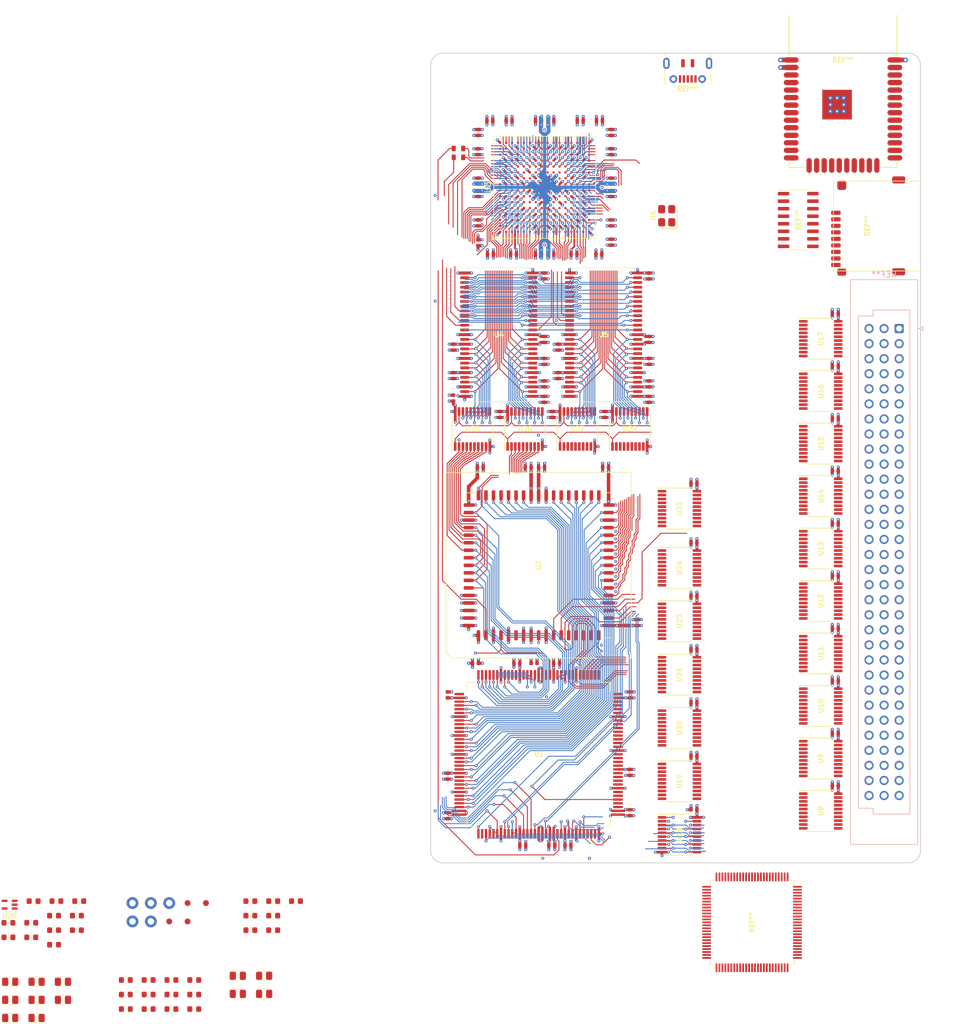
<source format=kicad_pcb>
(kicad_pcb (version 20171130) (host pcbnew "(5.1.10-1-10_14)")
  (layers (0 F.Cu signal) (1 In1.Cu power) (2 In2.Cu power) (31 B.Cu signal) (34 B.Paste user) (35 F.Paste user) (36 B.SilkS user) (37 F.SilkS user) (38 B.Mask user) (39 F.Mask user) (44 Edge.Cuts user))
  (net 0 "")
  (net 1 +5V)
  (net 2 GND)
  (net 3 +3V3)
  (net 4 /MC68k/A0)
  (net 5 /MC68k/A1)
  (net 6 /MC68k/A31)
  (net 7 /MC68k/A30)
  (net 8 /MC68k/A29)
  (net 9 /MC68k/A28)
  (net 10 /MC68k/A27)
  (net 11 /MC68k/A26)
  (net 12 /MC68k/A25)
  (net 13 /MC68k/A24)
  (net 14 /MC68k/A23)
  (net 15 /MC68k/A22)
  (net 16 /MC68k/A21)
  (net 17 /MC68k/A20)
  (net 18 /MC68k/A19)
  (net 19 /MC68k/A18)
  (net 20 /MC68k/A17)
  (net 21 /MC68k/A16)
  (net 22 /MC68k/A15)
  (net 23 /MC68k/A14)
  (net 24 /MC68k/A13)
  (net 25 /MC68k/A12)
  (net 26 /MC68k/A11)
  (net 27 /MC68k/A10)
  (net 28 /CPUBuf.sch/CPU_D15)
  (net 29 /MC68k/A9)
  (net 30 /MC68k/A8)
  (net 31 /MC68k/A7)
  (net 32 /MC68k/A6)
  (net 33 /MC68k/A5)
  (net 34 /MC68k/A4)
  (net 35 /MC68k/A3)
  (net 36 /MC68k/A2)
  (net 37 "Net-(U1-Pad62)")
  (net 38 /PDSBuf/IOB_~RESET~)
  (net 39 /MC68k/~IPL~2)
  (net 40 /MC68k/~IPL~1)
  (net 41 /MC68k/~IPL~0)
  (net 42 "Net-(U1-Pad73)")
  (net 43 "Net-(U1-Pad74)")
  (net 44 /CPUBuf.sch/CPU_D0)
  (net 45 "Net-(U1-Pad121)")
  (net 46 /Control/CPU_~CIIN~)
  (net 47 /Control/CPU_~CBACK~)
  (net 48 /Control/CPU_~HALT~)
  (net 49 /Control/CPU_~BERR~)
  (net 50 /Control/CPU_~STERM~)
  (net 51 /Control/CPUCLK)
  (net 52 "Net-(U1-Pad14)")
  (net 53 "Net-(U1-Pad16)")
  (net 54 /Control/FPU~CS~)
  (net 55 "Net-(U2-Pad15)")
  (net 56 /Control/FPUCLK)
  (net 57 "Net-(U2-Pad4)")
  (net 58 "Net-(U3-PadA2)")
  (net 59 "Net-(U3-PadA3)")
  (net 60 "Net-(U3-PadA4)")
  (net 61 "Net-(U3-PadA5)")
  (net 62 "Net-(U3-PadA6)")
  (net 63 "Net-(U3-PadA7)")
  (net 64 "Net-(U3-PadA8)")
  (net 65 "Net-(U3-PadA9)")
  (net 66 "Net-(U3-PadA10)")
  (net 67 "Net-(U3-PadA11)")
  (net 68 "Net-(U3-PadA12)")
  (net 69 "Net-(U3-PadA13)")
  (net 70 "Net-(U3-PadA14)")
  (net 71 "Net-(U3-PadA15)")
  (net 72 "Net-(U3-PadB1)")
  (net 73 "Net-(U3-PadC1)")
  (net 74 "Net-(U3-PadD1)")
  (net 75 "Net-(U3-PadE1)")
  (net 76 "Net-(U3-PadF1)")
  (net 77 "Net-(U3-PadG1)")
  (net 78 "Net-(U3-PadH1)")
  (net 79 "Net-(U3-PadJ1)")
  (net 80 "Net-(U3-PadB16)")
  (net 81 "Net-(U3-PadB15)")
  (net 82 "Net-(U3-PadB14)")
  (net 83 "Net-(U3-PadB12)")
  (net 84 "Net-(U3-PadB10)")
  (net 85 "Net-(U3-PadB8)")
  (net 86 "Net-(U3-PadB6)")
  (net 87 "Net-(U3-PadB5)")
  (net 88 "Net-(U3-PadB2)")
  (net 89 "Net-(U3-PadB3)")
  (net 90 "Net-(U3-PadC2)")
  (net 91 "Net-(U3-PadC3)")
  (net 92 "Net-(U3-PadC5)")
  (net 93 "Net-(U3-PadC6)")
  (net 94 "Net-(U3-PadC7)")
  (net 95 "Net-(U3-PadC8)")
  (net 96 "Net-(U3-PadC9)")
  (net 97 "Net-(U3-PadD3)")
  (net 98 "Net-(U3-PadD5)")
  (net 99 "Net-(U3-PadD6)")
  (net 100 "Net-(U3-PadD8)")
  (net 101 "Net-(U3-PadD9)")
  (net 102 "Net-(U3-PadE2)")
  (net 103 "Net-(U3-PadE3)")
  (net 104 "Net-(U3-PadE4)")
  (net 105 "Net-(U3-PadC10)")
  (net 106 "Net-(U3-PadC11)")
  (net 107 "Net-(U3-PadD11)")
  (net 108 "Net-(U3-PadD12)")
  (net 109 "Net-(U3-PadC12)")
  (net 110 "Net-(U3-PadC13)")
  (net 111 "Net-(U3-PadC14)")
  (net 112 "Net-(U3-PadD14)")
  (net 113 "Net-(U3-PadC15)")
  (net 114 "Net-(U3-PadD16)")
  (net 115 "Net-(U3-PadC16)")
  (net 116 "Net-(U3-PadE13)")
  (net 117 "Net-(U3-PadF13)")
  (net 118 "Net-(U3-PadG14)")
  (net 119 "Net-(U3-PadF14)")
  (net 120 "Net-(U3-PadE14)")
  (net 121 "Net-(U3-PadE15)")
  (net 122 "Net-(U3-PadF15)")
  (net 123 "Net-(U3-PadG16)")
  (net 124 "Net-(U3-PadF16)")
  (net 125 "Net-(U3-PadE16)")
  (net 126 "Net-(U3-PadF2)")
  (net 127 "Net-(U3-PadF3)")
  (net 128 "Net-(U3-PadF4)")
  (net 129 "Net-(U3-PadG3)")
  (net 130 "Net-(U3-PadH2)")
  (net 131 "Net-(U3-PadH3)")
  (net 132 "Net-(U3-PadH4)")
  (net 133 "Net-(U3-PadJ4)")
  (net 134 "Net-(U3-PadJ3)")
  (net 135 "Net-(U3-PadK1)")
  (net 136 "Net-(U3-PadK2)")
  (net 137 "Net-(U3-PadK3)")
  (net 138 "Net-(U3-PadL4)")
  (net 139 "Net-(U3-PadL3)")
  (net 140 "Net-(U3-PadL1)")
  (net 141 "Net-(U3-PadM1)")
  (net 142 "Net-(U3-PadM2)")
  (net 143 "Net-(U3-PadM3)")
  (net 144 "Net-(U3-PadM4)")
  (net 145 "Net-(U3-PadN4)")
  (net 146 "Net-(U3-PadP4)")
  (net 147 "Net-(U3-PadN3)")
  (net 148 "Net-(U3-PadP2)")
  (net 149 "Net-(U3-PadR2)")
  (net 150 "Net-(U3-PadN1)")
  (net 151 "Net-(U3-PadP1)")
  (net 152 "Net-(U3-PadR1)")
  (net 153 "Net-(U3-PadT4)")
  (net 154 "Net-(U3-PadE8)")
  (net 155 "Net-(U3-PadE7)")
  (net 156 "Net-(U3-PadE6)")
  (net 157 "Net-(U3-PadF5)")
  (net 158 "Net-(U3-PadF6)")
  (net 159 "Net-(U3-PadF7)")
  (net 160 "Net-(U3-PadG5)")
  (net 161 "Net-(U3-PadG6)")
  (net 162 "Net-(U3-PadH5)")
  (net 163 "Net-(U3-PadJ6)")
  (net 164 "Net-(U3-PadK5)")
  (net 165 "Net-(U3-PadK6)")
  (net 166 "Net-(U3-PadL5)")
  (net 167 "Net-(U3-PadL7)")
  (net 168 "Net-(U3-PadL8)")
  (net 169 "Net-(U3-PadM5)")
  (net 170 "Net-(U3-PadM6)")
  (net 171 "Net-(U3-PadM7)")
  (net 172 "Net-(U3-PadP5)")
  (net 173 "Net-(U3-PadP6)")
  (net 174 "Net-(U3-PadR5)")
  (net 175 "Net-(U3-PadT5)")
  (net 176 "Net-(U3-PadT6)")
  (net 177 "Net-(U3-PadN5)")
  (net 178 "Net-(U3-PadN6)")
  (net 179 "Net-(U3-PadP11)")
  (net 180 "Net-(U3-PadP9)")
  (net 181 "Net-(U3-PadP8)")
  (net 182 "Net-(U3-PadP7)")
  (net 183 "Net-(U3-PadR7)")
  (net 184 "Net-(U3-PadR9)")
  (net 185 "Net-(U3-PadT7)")
  (net 186 "Net-(U3-PadT8)")
  (net 187 "Net-(U3-PadT9)")
  (net 188 "Net-(U3-PadN8)")
  (net 189 "Net-(U3-PadE10)")
  (net 190 "Net-(U3-PadE11)")
  (net 191 "Net-(U3-PadE12)")
  (net 192 "Net-(U3-PadF9)")
  (net 193 "Net-(U3-PadF10)")
  (net 194 "Net-(U3-PadF12)")
  (net 195 "Net-(U3-PadG12)")
  (net 196 "Net-(U3-PadG11)")
  (net 197 "Net-(U3-PadR12)")
  (net 198 "Net-(U3-PadT12)")
  (net 199 "Net-(U3-PadH11)")
  (net 200 "Net-(U3-PadJ11)")
  (net 201 "Net-(U3-PadJ12)")
  (net 202 "Net-(U3-PadH13)")
  (net 203 "Net-(U3-PadJ13)")
  (net 204 "Net-(U3-PadL13)")
  (net 205 "Net-(U3-PadM13)")
  (net 206 "Net-(U3-PadT13)")
  (net 207 "Net-(U3-PadN9)")
  (net 208 "Net-(U3-PadM9)")
  (net 209 "Net-(U3-PadL10)")
  (net 210 "Net-(U3-PadM10)")
  (net 211 "Net-(U3-PadT14)")
  (net 212 "Net-(U3-PadR14)")
  (net 213 "Net-(U3-PadP14)")
  (net 214 "Net-(U3-PadN14)")
  (net 215 "Net-(U3-PadM14)")
  (net 216 "Net-(U3-PadL14)")
  (net 217 "Net-(U3-PadK14)")
  (net 218 "Net-(U3-PadJ14)")
  (net 219 "Net-(U3-PadH14)")
  (net 220 "Net-(U3-PadH15)")
  (net 221 "Net-(U3-PadK15)")
  (net 222 "Net-(U3-PadM15)")
  (net 223 "Net-(U3-PadP15)")
  (net 224 "Net-(U3-PadR15)")
  (net 225 "Net-(U3-PadT15)")
  (net 226 "Net-(U3-PadM11)")
  (net 227 "Net-(U3-PadL11)")
  (net 228 "Net-(U3-PadK11)")
  (net 229 "Net-(U3-PadK12)")
  (net 230 "Net-(U3-PadL12)")
  (net 231 "Net-(U3-PadM12)")
  (net 232 "Net-(U3-PadR16)")
  (net 233 "Net-(U3-PadP16)")
  (net 234 "Net-(U3-PadN16)")
  (net 235 "Net-(U3-PadM16)")
  (net 236 "Net-(U3-PadL16)")
  (net 237 "Net-(U3-PadK16)")
  (net 238 "Net-(U3-PadJ16)")
  (net 239 "Net-(U3-PadH16)")
  (net 240 /RAM/D15)
  (net 241 /RAM/D14)
  (net 242 /RAM/D13)
  (net 243 /RAM/D12)
  (net 244 /RAM/D11)
  (net 245 /RAM/D10)
  (net 246 /RAM/D9)
  (net 247 /RAM/D8)
  (net 248 /RAM/DQM1)
  (net 249 /RAM/CLK01)
  (net 250 /RAM/CKE)
  (net 251 /RAM/RA12)
  (net 252 /RAM/RA11)
  (net 253 /RAM/RA9)
  (net 254 /RAM/RA8)
  (net 255 /RAM/RA7)
  (net 256 /RAM/RA6)
  (net 257 /RAM/RA5)
  (net 258 /RAM/RA4)
  (net 259 /RAM/RA3)
  (net 260 /RAM/RA2)
  (net 261 /RAM/RA1)
  (net 262 /RAM/RA0)
  (net 263 /RAM/RA10)
  (net 264 /RAM/BA1)
  (net 265 /RAM/BA0)
  (net 266 /Control/RAM_~CS~)
  (net 267 /Control/RAM_~RAS~)
  (net 268 /Control/RAM_~CAS~)
  (net 269 /Control/RAM_~WE~)
  (net 270 /RAM/DQM0)
  (net 271 /RAM/D7)
  (net 272 /RAM/D6)
  (net 273 /RAM/D5)
  (net 274 /RAM/D4)
  (net 275 /RAM/D3)
  (net 276 /RAM/D2)
  (net 277 /RAM/D1)
  (net 278 /RAM/D0)
  (net 279 /RAM/D16)
  (net 280 /RAM/D17)
  (net 281 /RAM/D18)
  (net 282 /RAM/D19)
  (net 283 /RAM/D20)
  (net 284 /RAM/D21)
  (net 285 /RAM/D22)
  (net 286 /RAM/D23)
  (net 287 /RAM/DQM2)
  (net 288 /RAM/CLK23)
  (net 289 /RAM/DQM3)
  (net 290 /RAM/D24)
  (net 291 /RAM/D25)
  (net 292 /RAM/D26)
  (net 293 /RAM/D27)
  (net 294 /RAM/D28)
  (net 295 /RAM/D29)
  (net 296 /RAM/D30)
  (net 297 /RAM/D31)
  (net 298 /PDSBuf/IOB_SIZ1)
  (net 299 /PDSBuf/IOB_SIZ0)
  (net 300 /PDS/A3)
  (net 301 /PDS/A2)
  (net 302 /PDS/A1)
  (net 303 /PDS/A0)
  (net 304 /PDSBuf/IOB_~AS~)
  (net 305 /PDSBuf/IOB_~DS~)
  (net 306 /Control/IOC_~DS~)
  (net 307 /Control/IOC_~AS~)
  (net 308 /PDSBuf/IOC_A0)
  (net 309 /PDSBuf/IOC_A1)
  (net 310 /PDSBuf/IOC_A2)
  (net 311 /PDSBuf/IOC_A3)
  (net 312 /PDSBuf/IOC_SIZ0)
  (net 313 /PDSBuf/IOC_SIZ1)
  (net 314 /PDSBuf/A~OE~)
  (net 315 /PDSBuf/ADoutLE)
  (net 316 /PDS/A24)
  (net 317 /PDS/A25)
  (net 318 /PDS/A26)
  (net 319 /PDS/A27)
  (net 320 /PDS/A30)
  (net 321 /PDS/A31)
  (net 322 /PDSBuf/IOB_R~W~)
  (net 323 "Net-(U9-Pad19)")
  (net 324 /PDS/A16)
  (net 325 /PDS/A17)
  (net 326 /PDS/A18)
  (net 327 /PDS/A19)
  (net 328 /PDS/A20)
  (net 329 /PDS/A21)
  (net 330 /PDS/A22)
  (net 331 /PDS/A23)
  (net 332 /PDS/A8)
  (net 333 /PDS/A9)
  (net 334 /PDS/A10)
  (net 335 /PDS/A11)
  (net 336 /PDS/A12)
  (net 337 /PDS/A13)
  (net 338 /PDS/A14)
  (net 339 /PDS/A15)
  (net 340 /PDS/A7)
  (net 341 /PDS/A6)
  (net 342 /PDS/A5)
  (net 343 /PDS/A4)
  (net 344 /PDSBuf/IOB_~RMC~)
  (net 345 /PDSBuf/IOB_FC2)
  (net 346 /PDSBuf/IOB_FC1)
  (net 347 /PDSBuf/IOB_FC0)
  (net 348 /Control/IOB_~DSACK~0)
  (net 349 /PDSBuf/IOB_~DSACK~1)
  (net 350 /Control/IOB_~HALT~)
  (net 351 /PDS/C16M)
  (net 352 /Control/IOB_~BERR~)
  (net 353 /PDSBuf/FSB_~RESET~)
  (net 354 "Net-(U13-Pad9)")
  (net 355 /PDSBuf/IOB_~DSACK~0)
  (net 356 "Net-(U13-Pad7)")
  (net 357 /PDSBuf/IOB_~HALT~)
  (net 358 /Control/IOB_C16M)
  (net 359 /PDSBuf/IOB_~BERR~)
  (net 360 /Control/IOB_~DSACK~1)
  (net 361 /Control/CPU_~DSACK~1)
  (net 362 /Control/CPU_~DSACK~0)
  (net 363 "Net-(U22-Pad4)")
  (net 364 "Net-(U22-Pad5)")
  (net 365 "Net-(U22-Pad6)")
  (net 366 "Net-(U22-Pad7)")
  (net 367 "Net-(U22-Pad8)")
  (net 368 "Net-(U22-Pad9)")
  (net 369 "Net-(U22-Pad12)")
  (net 370 "Net-(U22-Pad13)")
  (net 371 "Net-(U22-Pad14)")
  (net 372 "Net-(U22-Pad15)")
  (net 373 "Net-(U22-Pad16)")
  (net 374 "Net-(U22-Pad17)")
  (net 375 "Net-(U23-Pad9)")
  (net 376 "Net-(U24-Pad5)")
  (net 377 "Net-(U24-Pad7)")
  (net 378 "Net-(U24-Pad9)")
  (net 379 /PDSBuf/DDIR)
  (net 380 /PDSBuf/IOC_D0)
  (net 381 /PDSBuf/IOC_D1)
  (net 382 /PDSBuf/IOC_D2)
  (net 383 /PDSBuf/IOC_D3)
  (net 384 /PDSBuf/IOC_D4)
  (net 385 /PDSBuf/IOC_D5)
  (net 386 /PDSBuf/IOC_D6)
  (net 387 /PDSBuf/IOC_D7)
  (net 388 /PDS/D7)
  (net 389 /PDS/D6)
  (net 390 /PDS/D5)
  (net 391 /PDS/D4)
  (net 392 /PDS/D3)
  (net 393 /PDS/D2)
  (net 394 /PDS/D1)
  (net 395 /PDS/D0)
  (net 396 /PDSBuf/D~OE~)
  (net 397 /PDSBuf/IOC_D8)
  (net 398 /PDSBuf/IOC_D9)
  (net 399 /PDSBuf/IOC_D10)
  (net 400 /PDSBuf/IOC_D11)
  (net 401 /PDSBuf/IOC_D12)
  (net 402 /PDSBuf/IOC_D13)
  (net 403 /PDSBuf/IOC_D14)
  (net 404 /PDSBuf/IOC_D15)
  (net 405 /PDS/D15)
  (net 406 /PDS/D14)
  (net 407 /PDS/D13)
  (net 408 /PDS/D12)
  (net 409 /PDS/D11)
  (net 410 /PDS/D10)
  (net 411 /PDS/D9)
  (net 412 /PDS/D8)
  (net 413 /PDS/D16)
  (net 414 /PDS/D17)
  (net 415 /PDS/D18)
  (net 416 /PDS/D19)
  (net 417 /PDS/D20)
  (net 418 /PDS/D21)
  (net 419 /PDS/D22)
  (net 420 /PDS/D23)
  (net 421 /PDSBuf/IOC_D23)
  (net 422 /PDSBuf/IOC_D22)
  (net 423 /PDSBuf/IOC_D21)
  (net 424 /PDSBuf/IOC_D20)
  (net 425 /PDSBuf/IOC_D19)
  (net 426 /PDSBuf/IOC_D18)
  (net 427 /PDSBuf/IOC_D17)
  (net 428 /PDSBuf/IOC_D16)
  (net 429 /PDS/D24)
  (net 430 /PDS/D25)
  (net 431 /PDS/D26)
  (net 432 /PDS/D27)
  (net 433 /PDS/D28)
  (net 434 /PDS/D29)
  (net 435 /PDS/D30)
  (net 436 /PDS/D31)
  (net 437 /PDSBuf/IOC_D31)
  (net 438 /PDSBuf/IOC_D30)
  (net 439 /PDSBuf/IOC_D29)
  (net 440 /PDSBuf/IOC_D28)
  (net 441 /PDSBuf/IOC_D27)
  (net 442 /PDSBuf/IOC_D26)
  (net 443 /PDSBuf/IOC_D25)
  (net 444 /PDSBuf/IOC_D24)
  (net 445 /Control/CPU_D~OE~)
  (net 446 /Control/CPU_DDIR)
  (net 447 +1V2)
  (net 448 "Net-(U6-Pad4)")
  (net 449 "Net-(U6-Pad3)")
  (net 450 "Net-(U6-Pad2)")
  (net 451 "Net-(U6-Pad1)")
  (net 452 -5V)
  (net 453 +12V)
  (net 454 -12V)
  (net 455 /Control/HSWAPEN)
  (net 456 /Control/~INIT~)
  (net 457 /Control/~PROG~)
  (net 458 /Control/M0)
  (net 459 /Control/DONE)
  (net 460 /Control/M1)
  (net 461 /Control/RESET~OE~)
  (net 462 "Net-(R1-Pad1)")
  (net 463 /CPUBuf/CPU_D8)
  (net 464 /CPUBuf/CPU_D9)
  (net 465 /CPUBuf/CPU_D10)
  (net 466 /CPUBuf/CPU_D11)
  (net 467 /CPUBuf/CPU_D12)
  (net 468 /CPUBuf/CPU_D13)
  (net 469 /CPUBuf/CPU_D14)
  (net 470 /CPUBuf/CPU_D15)
  (net 471 /CPUBuf/CPU_D16)
  (net 472 /CPUBuf/CPU_D17)
  (net 473 /CPUBuf/CPU_D18)
  (net 474 /CPUBuf/CPU_D19)
  (net 475 /CPUBuf/CPU_D20)
  (net 476 /CPUBuf/CPU_D21)
  (net 477 /CPUBuf/CPU_D22)
  (net 478 /CPUBuf/CPU_D23)
  (net 479 /CPUBuf/CPU_D24)
  (net 480 /CPUBuf/CPU_D25)
  (net 481 /CPUBuf/CPU_D26)
  (net 482 /CPUBuf/CPU_D27)
  (net 483 /CPUBuf/CPU_D28)
  (net 484 /CPUBuf/CPU_D29)
  (net 485 /CPUBuf/CPU_D30)
  (net 486 /CPUBuf/CPU_D31)
  (net 487 /CPUBuf/CPU_D0)
  (net 488 /CPUBuf/CPU_D1)
  (net 489 /CPUBuf/CPU_D2)
  (net 490 /CPUBuf/CPU_D3)
  (net 491 /CPUBuf/CPU_D4)
  (net 492 /CPUBuf/CPU_D5)
  (net 493 /CPUBuf/CPU_D6)
  (net 494 /CPUBuf/CPU_D7)
  (net 495 /CPUBuf/CPU_R~W~)
  (net 496 /CPUBuf/CPU_~ECS~)
  (net 497 /CPUBuf/CPU_SIZ1)
  (net 498 /CPUBuf/CPU_SIZ0)
  (net 499 /CPUBuf/CPU_~DS~)
  (net 500 /CPUBuf/CPU_~AS~)
  (net 501 /CPUBuf/CPU_~CBREQ~)
  (net 502 /CPUBuf/CPU_~DSACK~1)
  (net 503 /CPUBuf/CPU_~DSACK~0)
  (net 504 /CPUBuf/CPU_FC2)
  (net 505 /CPUBuf/CPU_FC1)
  (net 506 /CPUBuf/CPU_FC0)
  (net 507 /CPUBuf/CPU_~RMC~)
  (net 508 /CPUBuf/CPU_~CIOUT~)
  (net 509 "Net-(U3-PadT3)")
  (net 510 /Control/MOSI_DIN)
  (net 511 /Control/CCLK_SCK)
  (net 512 "Net-(U3-PadT10)")
  (net 513 "Net-(U3-PadP12)")
  (net 514 "Net-(U3-PadN12)")
  (net 515 /CPUBuf/FSB_A24)
  (net 516 /CPUBuf/FSB_A25)
  (net 517 /CPUBuf/FSB_A26)
  (net 518 /CPUBuf/FSB_A27)
  (net 519 /CPUBuf/FSB_A30)
  (net 520 /CPUBuf/FSB_A31)
  (net 521 /CPUBuf/FSB_R~W~)
  (net 522 /CPUBuf/FSB_A23)
  (net 523 /CPUBuf/FSB_A22)
  (net 524 /CPUBuf/FSB_A21)
  (net 525 /CPUBuf/FSB_A20)
  (net 526 /CPUBuf/FSB_A19)
  (net 527 /CPUBuf/FSB_A18)
  (net 528 /CPUBuf/FSB_A17)
  (net 529 /CPUBuf/FSB_A16)
  (net 530 /CPUBuf/FSB_A8)
  (net 531 /CPUBuf/FSB_A9)
  (net 532 /CPUBuf/FSB_A10)
  (net 533 /CPUBuf/FSB_A11)
  (net 534 /CPUBuf/FSB_A12)
  (net 535 /CPUBuf/FSB_A13)
  (net 536 /CPUBuf/FSB_A14)
  (net 537 /CPUBuf/FSB_A15)
  (net 538 /CPUBuf/FSB_FC0)
  (net 539 /CPUBuf/FSB_FC1)
  (net 540 /CPUBuf/FSB_FC2)
  (net 541 /CPUBuf/FSB_A4)
  (net 542 /CPUBuf/FSB_A5)
  (net 543 /CPUBuf/FSB_A6)
  (net 544 /CPUBuf/FSB_A7)
  (net 545 /CPUBuf/A~OE~)
  (net 546 /CPUBuf/FSB_A3)
  (net 547 /CPUBuf/FSB_A2)
  (net 548 /CPUBuf/FSB_A1)
  (net 549 /CPUBuf/FSB_A0)
  (net 550 /CPUBuf/FSB_A28)
  (net 551 /CPUBuf/FSB_A29)
  (net 552 /CPUBuf/DSACK~OE~)
  (net 553 /CPUBuf/FSB_~CIOUT~)
  (net 554 /CPUBuf/FSB_SIZ0)
  (net 555 /CPUBuf/FSB_SIZ1)
  (net 556 /CPUBuf/FSB_~AS~)
  (net 557 /CPUBuf/FSB_~CBREQ~)
  (net 558 /CPUBuf/FSB_~DS~)
  (net 559 /CPUBuf/FSB_~ECS~)
  (net 560 /CPUBuf/FSB_~RMC~)
  (module stdpads:TQFP-100_14x14mm_P0.5mm (layer F.Cu) (at 243.6 174)
    (fp_text reference REF**)
    (fp_text value TQFP-100_14x14mm_P0.5mm)
    (fp_text user %R (at 0 0 90) (layer F.SilkS) (effects (font (size 0.8128 0.8128) (thickness 0.2032))))
    (pad 1 smd roundrect (at -6 7.6625 90) (size 1.475 0.3) (layers F.Cu F.Paste F.Mask))
    (pad 2 smd roundrect (at -5.5 7.6625 90) (size 1.475 0.3) (layers F.Cu F.Paste F.Mask))
    (pad 3 smd roundrect (at -5 7.6625 90) (size 1.475 0.3) (layers F.Cu F.Paste F.Mask))
    (pad 4 smd roundrect (at -4.5 7.6625 90) (size 1.475 0.3) (layers F.Cu F.Paste F.Mask))
    (pad 5 smd roundrect (at -4 7.6625 90) (size 1.475 0.3) (layers F.Cu F.Paste F.Mask))
    (pad 6 smd roundrect (at -3.5 7.6625 90) (size 1.475 0.3) (layers F.Cu F.Paste F.Mask))
    (pad 7 smd roundrect (at -3 7.6625 90) (size 1.475 0.3) (layers F.Cu F.Paste F.Mask))
    (pad 8 smd roundrect (at -2.5 7.6625 90) (size 1.475 0.3) (layers F.Cu F.Paste F.Mask))
    (pad 9 smd roundrect (at -2 7.6625 90) (size 1.475 0.3) (layers F.Cu F.Paste F.Mask))
    (pad 10 smd roundrect (at -1.5 7.6625 90) (size 1.475 0.3) (layers F.Cu F.Paste F.Mask))
    (pad 11 smd roundrect (at -1 7.6625 90) (size 1.475 0.3) (layers F.Cu F.Paste F.Mask))
    (pad 12 smd roundrect (at -0.5 7.6625 90) (size 1.475 0.3) (layers F.Cu F.Paste F.Mask))
    (pad 13 smd roundrect (at 0 7.6625 90) (size 1.475 0.3) (layers F.Cu F.Paste F.Mask))
    (pad 14 smd roundrect (at 0.5 7.6625 90) (size 1.475 0.3) (layers F.Cu F.Paste F.Mask))
    (pad 15 smd roundrect (at 1 7.6625 90) (size 1.475 0.3) (layers F.Cu F.Paste F.Mask))
    (pad 16 smd roundrect (at 1.5 7.6625 90) (size 1.475 0.3) (layers F.Cu F.Paste F.Mask))
    (pad 17 smd roundrect (at 2 7.6625 90) (size 1.475 0.3) (layers F.Cu F.Paste F.Mask))
    (pad 18 smd roundrect (at 2.5 7.6625 90) (size 1.475 0.3) (layers F.Cu F.Paste F.Mask))
    (pad 19 smd roundrect (at 3 7.6625 90) (size 1.475 0.3) (layers F.Cu F.Paste F.Mask))
    (pad 20 smd roundrect (at 3.5 7.6625 90) (size 1.475 0.3) (layers F.Cu F.Paste F.Mask))
    (pad 21 smd roundrect (at 4 7.6625 90) (size 1.475 0.3) (layers F.Cu F.Paste F.Mask))
    (pad 22 smd roundrect (at 4.5 7.6625 90) (size 1.475 0.3) (layers F.Cu F.Paste F.Mask))
    (pad 23 smd roundrect (at 5 7.6625 90) (size 1.475 0.3) (layers F.Cu F.Paste F.Mask))
    (pad 24 smd roundrect (at 5.5 7.6625 90) (size 1.475 0.3) (layers F.Cu F.Paste F.Mask))
    (pad 25 smd roundrect (at 6 7.6625 90) (size 1.475 0.3) (layers F.Cu F.Paste F.Mask))
    (pad 26 smd roundrect (at 7.6625 6 90) (size 0.3 1.475) (layers F.Cu F.Paste F.Mask))
    (pad 27 smd roundrect (at 7.6625 5.5 90) (size 0.3 1.475) (layers F.Cu F.Paste F.Mask))
    (pad 28 smd roundrect (at 7.6625 5 90) (size 0.3 1.475) (layers F.Cu F.Paste F.Mask))
    (pad 29 smd roundrect (at 7.6625 4.5 90) (size 0.3 1.475) (layers F.Cu F.Paste F.Mask))
    (pad 30 smd roundrect (at 7.6625 4 90) (size 0.3 1.475) (layers F.Cu F.Paste F.Mask))
    (pad 31 smd roundrect (at 7.6625 3.5 90) (size 0.3 1.475) (layers F.Cu F.Paste F.Mask))
    (pad 32 smd roundrect (at 7.6625 3 90) (size 0.3 1.475) (layers F.Cu F.Paste F.Mask))
    (pad 33 smd roundrect (at 7.6625 2.5 90) (size 0.3 1.475) (layers F.Cu F.Paste F.Mask))
    (pad 34 smd roundrect (at 7.6625 2 90) (size 0.3 1.475) (layers F.Cu F.Paste F.Mask))
    (pad 35 smd roundrect (at 7.6625 1.5 90) (size 0.3 1.475) (layers F.Cu F.Paste F.Mask))
    (pad 36 smd roundrect (at 7.6625 1 90) (size 0.3 1.475) (layers F.Cu F.Paste F.Mask))
    (pad 37 smd roundrect (at 7.6625 0.5 90) (size 0.3 1.475) (layers F.Cu F.Paste F.Mask))
    (pad 38 smd roundrect (at 7.6625 0 90) (size 0.3 1.475) (layers F.Cu F.Paste F.Mask))
    (pad 39 smd roundrect (at 7.6625 -0.5 90) (size 0.3 1.475) (layers F.Cu F.Paste F.Mask))
    (pad 40 smd roundrect (at 7.6625 -1 90) (size 0.3 1.475) (layers F.Cu F.Paste F.Mask))
    (pad 41 smd roundrect (at 7.6625 -1.5 90) (size 0.3 1.475) (layers F.Cu F.Paste F.Mask))
    (pad 42 smd roundrect (at 7.6625 -2 90) (size 0.3 1.475) (layers F.Cu F.Paste F.Mask))
    (pad 43 smd roundrect (at 7.6625 -2.5 90) (size 0.3 1.475) (layers F.Cu F.Paste F.Mask))
    (pad 44 smd roundrect (at 7.6625 -3 90) (size 0.3 1.475) (layers F.Cu F.Paste F.Mask))
    (pad 45 smd roundrect (at 7.6625 -3.5 90) (size 0.3 1.475) (layers F.Cu F.Paste F.Mask))
    (pad 46 smd roundrect (at 7.6625 -4 90) (size 0.3 1.475) (layers F.Cu F.Paste F.Mask))
    (pad 47 smd roundrect (at 7.6625 -4.5 90) (size 0.3 1.475) (layers F.Cu F.Paste F.Mask))
    (pad 48 smd roundrect (at 7.6625 -5 90) (size 0.3 1.475) (layers F.Cu F.Paste F.Mask))
    (pad 49 smd roundrect (at 7.6625 -5.5 90) (size 0.3 1.475) (layers F.Cu F.Paste F.Mask))
    (pad 50 smd roundrect (at 7.6625 -6 90) (size 0.3 1.475) (layers F.Cu F.Paste F.Mask))
    (pad 51 smd roundrect (at 6 -7.6625 90) (size 1.475 0.3) (layers F.Cu F.Paste F.Mask))
    (pad 52 smd roundrect (at 5.5 -7.6625 90) (size 1.475 0.3) (layers F.Cu F.Paste F.Mask))
    (pad 53 smd roundrect (at 5 -7.6625 90) (size 1.475 0.3) (layers F.Cu F.Paste F.Mask))
    (pad 54 smd roundrect (at 4.5 -7.6625 90) (size 1.475 0.3) (layers F.Cu F.Paste F.Mask))
    (pad 55 smd roundrect (at 4 -7.6625 90) (size 1.475 0.3) (layers F.Cu F.Paste F.Mask))
    (pad 56 smd roundrect (at 3.5 -7.6625 90) (size 1.475 0.3) (layers F.Cu F.Paste F.Mask))
    (pad 57 smd roundrect (at 3 -7.6625 90) (size 1.475 0.3) (layers F.Cu F.Paste F.Mask))
    (pad 58 smd roundrect (at 2.5 -7.6625 90) (size 1.475 0.3) (layers F.Cu F.Paste F.Mask))
    (pad 59 smd roundrect (at 2 -7.6625 90) (size 1.475 0.3) (layers F.Cu F.Paste F.Mask))
    (pad 60 smd roundrect (at 1.5 -7.6625 90) (size 1.475 0.3) (layers F.Cu F.Paste F.Mask))
    (pad 61 smd roundrect (at 1 -7.6625 90) (size 1.475 0.3) (layers F.Cu F.Paste F.Mask))
    (pad 62 smd roundrect (at 0.5 -7.6625 90) (size 1.475 0.3) (layers F.Cu F.Paste F.Mask))
    (pad 63 smd roundrect (at 0 -7.6625 90) (size 1.475 0.3) (layers F.Cu F.Paste F.Mask))
    (pad 64 smd roundrect (at -0.5 -7.6625 90) (size 1.475 0.3) (layers F.Cu F.Paste F.Mask))
    (pad 65 smd roundrect (at -1 -7.6625 90) (size 1.475 0.3) (layers F.Cu F.Paste F.Mask))
    (pad 66 smd roundrect (at -1.5 -7.6625 90) (size 1.475 0.3) (layers F.Cu F.Paste F.Mask))
    (pad 67 smd roundrect (at -2 -7.6625 90) (size 1.475 0.3) (layers F.Cu F.Paste F.Mask))
    (pad 68 smd roundrect (at -2.5 -7.6625 90) (size 1.475 0.3) (layers F.Cu F.Paste F.Mask))
    (pad 69 smd roundrect (at -3 -7.6625 90) (size 1.475 0.3) (layers F.Cu F.Paste F.Mask))
    (pad 70 smd roundrect (at -3.5 -7.6625 90) (size 1.475 0.3) (layers F.Cu F.Paste F.Mask))
    (pad 71 smd roundrect (at -4 -7.6625 90) (size 1.475 0.3) (layers F.Cu F.Paste F.Mask))
    (pad 72 smd roundrect (at -4.5 -7.6625 90) (size 1.475 0.3) (layers F.Cu F.Paste F.Mask))
    (pad 73 smd roundrect (at -5 -7.6625 90) (size 1.475 0.3) (layers F.Cu F.Paste F.Mask))
    (pad 74 smd roundrect (at -5.5 -7.6625 90) (size 1.475 0.3) (layers F.Cu F.Paste F.Mask))
    (pad 75 smd roundrect (at -6 -7.6625 90) (size 1.475 0.3) (layers F.Cu F.Paste F.Mask))
    (pad 76 smd roundrect (at -7.6625 -6 90) (size 0.3 1.475) (layers F.Cu F.Paste F.Mask))
    (pad 77 smd roundrect (at -7.6625 -5.5 90) (size 0.3 1.475) (layers F.Cu F.Paste F.Mask))
    (pad 78 smd roundrect (at -7.6625 -5 90) (size 0.3 1.475) (layers F.Cu F.Paste F.Mask))
    (pad 79 smd roundrect (at -7.6625 -4.5 90) (size 0.3 1.475) (layers F.Cu F.Paste F.Mask))
    (pad 80 smd roundrect (at -7.6625 -4 90) (size 0.3 1.475) (layers F.Cu F.Paste F.Mask))
    (pad 81 smd roundrect (at -7.6625 -3.5 90) (size 0.3 1.475) (layers F.Cu F.Paste F.Mask))
    (pad 82 smd roundrect (at -7.6625 -3 90) (size 0.3 1.475) (layers F.Cu F.Paste F.Mask))
    (pad 83 smd roundrect (at -7.6625 -2.5 90) (size 0.3 1.475) (layers F.Cu F.Paste F.Mask))
    (pad 84 smd roundrect (at -7.6625 -2 90) (size 0.3 1.475) (layers F.Cu F.Paste F.Mask))
    (pad 85 smd roundrect (at -7.6625 -1.5 90) (size 0.3 1.475) (layers F.Cu F.Paste F.Mask))
    (pad 86 smd roundrect (at -7.6625 -1 90) (size 0.3 1.475) (layers F.Cu F.Paste F.Mask))
    (pad 87 smd roundrect (at -7.6625 -0.5 90) (size 0.3 1.475) (layers F.Cu F.Paste F.Mask))
    (pad 88 smd roundrect (at -7.6625 0 90) (size 0.3 1.475) (layers F.Cu F.Paste F.Mask))
    (pad 89 smd roundrect (at -7.6625 0.5 90) (size 0.3 1.475) (layers F.Cu F.Paste F.Mask))
    (pad 90 smd roundrect (at -7.6625 1 90) (size 0.3 1.475) (layers F.Cu F.Paste F.Mask))
    (pad 91 smd roundrect (at -7.6625 1.5 90) (size 0.3 1.475) (layers F.Cu F.Paste F.Mask))
    (pad 92 smd roundrect (at -7.6625 2 90) (size 0.3 1.475) (layers F.Cu F.Paste F.Mask))
    (pad 93 smd roundrect (at -7.6625 2.5 90) (size 0.3 1.475) (layers F.Cu F.Paste F.Mask))
    (pad 94 smd roundrect (at -7.6625 3 90) (size 0.3 1.475) (layers F.Cu F.Paste F.Mask))
    (pad 95 smd roundrect (at -7.6625 3.5 90) (size 0.3 1.475) (layers F.Cu F.Paste F.Mask))
    (pad 96 smd roundrect (at -7.6625 4 90) (size 0.3 1.475) (layers F.Cu F.Paste F.Mask))
    (pad 97 smd roundrect (at -7.6625 4.5 90) (size 0.3 1.475) (layers F.Cu F.Paste F.Mask))
    (pad 98 smd roundrect (at -7.6625 5 90) (size 0.3 1.475) (layers F.Cu F.Paste F.Mask))
    (pad 99 smd roundrect (at -7.6625 5.5 90) (size 0.3 1.475) (layers F.Cu F.Paste F.Mask))
    (pad 100 smd roundrect (at -7.6625 6 90) (size 0.3 1.475) (layers F.Cu F.Paste F.Mask))
  )
  (module stdpads:PLCC-68_SMDSocket (layer F.Cu) (at 207.5815 113.792 90)
    (fp_text reference U2 (at 0 0 90) (layer F.SilkS) (effects (font (size 0.8128 0.8128) (thickness 0.2032))))
    (fp_text value MC68882FN)
    (pad 66 smd roundrect (at 3.81 -11.8 90) (size 0.6 1.7) (layers F.Cu F.Paste F.Mask) (net 492 /CPUBuf/CPU_D5))
    (pad 65 smd roundrect (at 5.08 -11.8 90) (size 0.6 1.7) (layers F.Cu F.Paste F.Mask) (net 493 /CPUBuf/CPU_D6))
    (pad 64 smd roundrect (at 6.35 -11.8 90) (size 0.6 1.7) (layers F.Cu F.Paste F.Mask) (net 494 /CPUBuf/CPU_D7))
    (pad 63 smd roundrect (at 7.62 -11.8 90) (size 0.6 1.7) (layers F.Cu F.Paste F.Mask) (net 2 GND))
    (pad 62 smd roundrect (at 8.89 -11.8 90) (size 0.6 1.7) (layers F.Cu F.Paste F.Mask) (net 463 /CPUBuf/CPU_D8))
    (pad 61 smd roundrect (at 10.16 -11.8 90) (size 0.6 1.7) (layers F.Cu F.Paste F.Mask) (net 1 +5V))
    (pad 60 smd roundrect (at 11.8 -10.16 90) (size 1.7 0.6) (layers F.Cu F.Paste F.Mask) (net 464 /CPUBuf/CPU_D9))
    (pad 40 smd roundrect (at 6.35 11.8 90) (size 0.6 1.7) (layers F.Cu F.Paste F.Mask) (net 479 /CPUBuf/CPU_D24))
    (pad 39 smd roundrect (at 5.08 11.8 90) (size 0.6 1.7) (layers F.Cu F.Paste F.Mask) (net 480 /CPUBuf/CPU_D25))
    (pad 38 smd roundrect (at 3.81 11.8 90) (size 0.6 1.7) (layers F.Cu F.Paste F.Mask) (net 481 /CPUBuf/CPU_D26))
    (pad 37 smd roundrect (at 2.54 11.8 90) (size 0.6 1.7) (layers F.Cu F.Paste F.Mask) (net 482 /CPUBuf/CPU_D27))
    (pad 36 smd roundrect (at 1.27 11.8 90) (size 0.6 1.7) (layers F.Cu F.Paste F.Mask) (net 483 /CPUBuf/CPU_D28))
    (pad 35 smd roundrect (at 0 11.8 90) (size 0.6 1.7) (layers F.Cu F.Paste F.Mask) (net 484 /CPUBuf/CPU_D29))
    (pad 34 smd roundrect (at -1.27 11.8 90) (size 0.6 1.7) (layers F.Cu F.Paste F.Mask) (net 485 /CPUBuf/CPU_D30))
    (pad 33 smd roundrect (at -2.54 11.8 90) (size 0.6 1.7) (layers F.Cu F.Paste F.Mask) (net 486 /CPUBuf/CPU_D31))
    (pad 32 smd roundrect (at -3.81 11.8 90) (size 0.6 1.7) (layers F.Cu F.Paste F.Mask) (net 502 /CPUBuf/CPU_~DSACK~1))
    (pad 31 smd roundrect (at -5.08 11.8 90) (size 0.6 1.7) (layers F.Cu F.Paste F.Mask) (net 503 /CPUBuf/CPU_~DSACK~0))
    (pad 30 smd roundrect (at -6.35 11.8 90) (size 0.6 1.7) (layers F.Cu F.Paste F.Mask) (net 2 GND))
    (pad 29 smd roundrect (at -7.62 11.8 90) (size 0.6 1.7) (layers F.Cu F.Paste F.Mask) (net 54 /Control/FPU~CS~))
    (pad 28 smd roundrect (at -8.89 11.8 90) (size 0.6 1.7) (layers F.Cu F.Paste F.Mask) (net 495 /CPUBuf/CPU_R~W~))
    (pad 27 smd roundrect (at -10.16 11.8 90) (size 0.6 1.7) (layers F.Cu F.Paste F.Mask) (net 1 +5V))
    (pad 26 smd roundrect (at -11.8 10.16 90) (size 1.7 0.6) (layers F.Cu F.Paste F.Mask) (net 1 +5V))
    (pad 25 smd roundrect (at -11.8 8.89 90) (size 1.7 0.6) (layers F.Cu F.Paste F.Mask) (net 5 /MC68k/A1))
    (pad 24 smd roundrect (at -11.8 7.62 90) (size 1.7 0.6) (layers F.Cu F.Paste F.Mask) (net 36 /MC68k/A2))
    (pad 23 smd roundrect (at -11.8 6.35 90) (size 1.7 0.6) (layers F.Cu F.Paste F.Mask) (net 35 /MC68k/A3))
    (pad 22 smd roundrect (at -11.8 5.08 90) (size 1.7 0.6) (layers F.Cu F.Paste F.Mask) (net 34 /MC68k/A4))
    (pad 21 smd roundrect (at -11.8 3.81 90) (size 1.7 0.6) (layers F.Cu F.Paste F.Mask) (net 500 /CPUBuf/CPU_~AS~))
    (pad 20 smd roundrect (at -11.8 2.54 90) (size 1.7 0.6) (layers F.Cu F.Paste F.Mask) (net 499 /CPUBuf/CPU_~DS~))
    (pad 19 smd roundrect (at -11.8 1.27 90) (size 1.7 0.6) (layers F.Cu F.Paste F.Mask) (net 2 GND))
    (pad 18 smd roundrect (at -11.8 0 90) (size 1.7 0.6) (layers F.Cu F.Paste F.Mask) (net 1 +5V))
    (pad 17 smd roundrect (at -11.8 -1.27 90) (size 1.7 0.6) (layers F.Cu F.Paste F.Mask) (net 1 +5V))
    (pad 16 smd roundrect (at -11.8 -2.54 90) (size 1.7 0.6) (layers F.Cu F.Paste F.Mask) (net 1 +5V))
    (pad 15 smd roundrect (at -11.8 -3.81 90) (size 1.7 0.6) (layers F.Cu F.Paste F.Mask) (net 55 "Net-(U2-Pad15)"))
    (pad 14 smd roundrect (at -11.8 -5.08 90) (size 1.7 0.6) (layers F.Cu F.Paste F.Mask) (net 2 GND))
    (pad 13 smd roundrect (at -11.8 -6.35 90) (size 1.7 0.6) (layers F.Cu F.Paste F.Mask) (net 38 /PDSBuf/IOB_~RESET~))
    (pad 12 smd roundrect (at -11.8 -7.62 90) (size 1.7 0.6) (layers F.Cu F.Paste F.Mask) (net 2 GND))
    (pad 11 smd roundrect (at -11.8 -8.89 90) (size 1.7 0.6) (layers F.Cu F.Paste F.Mask) (net 56 /Control/FPUCLK))
    (pad 10 smd roundrect (at -11.8 -10.16 90) (size 1.7 0.6) (layers F.Cu F.Paste F.Mask) (net 1 +5V))
    (pad 9 smd roundrect (at -10.16 -11.8 90) (size 0.6 1.7) (layers F.Cu F.Paste F.Mask) (net 2 GND))
    (pad 8 smd roundrect (at -8.89 -11.8 90) (size 0.6 1.7) (layers F.Cu F.Paste F.Mask) (net 2 GND))
    (pad 55 smd roundrect (at 11.8 -3.81 90) (size 1.7 0.6) (layers F.Cu F.Paste F.Mask) (net 469 /CPUBuf/CPU_D14))
    (pad 54 smd roundrect (at 11.8 -2.54 90) (size 1.7 0.6) (layers F.Cu F.Paste F.Mask) (net 470 /CPUBuf/CPU_D15))
    (pad 53 smd roundrect (at 11.8 -1.27 90) (size 1.7 0.6) (layers F.Cu F.Paste F.Mask) (net 1 +5V))
    (pad 52 smd roundrect (at 11.8 0 90) (size 1.7 0.6) (layers F.Cu F.Paste F.Mask) (net 1 +5V))
    (pad 51 smd roundrect (at 11.8 1.27 90) (size 1.7 0.6) (layers F.Cu F.Paste F.Mask) (net 2 GND))
    (pad 50 smd roundrect (at 11.8 2.54 90) (size 1.7 0.6) (layers F.Cu F.Paste F.Mask) (net 471 /CPUBuf/CPU_D16))
    (pad 49 smd roundrect (at 11.8 3.81 90) (size 1.7 0.6) (layers F.Cu F.Paste F.Mask) (net 472 /CPUBuf/CPU_D17))
    (pad 48 smd roundrect (at 11.8 5.08 90) (size 1.7 0.6) (layers F.Cu F.Paste F.Mask) (net 473 /CPUBuf/CPU_D18))
    (pad 47 smd roundrect (at 11.8 6.35 90) (size 1.7 0.6) (layers F.Cu F.Paste F.Mask) (net 474 /CPUBuf/CPU_D19))
    (pad 46 smd roundrect (at 11.8 7.62 90) (size 1.7 0.6) (layers F.Cu F.Paste F.Mask) (net 475 /CPUBuf/CPU_D20))
    (pad 45 smd roundrect (at 11.8 8.89 90) (size 1.7 0.6) (layers F.Cu F.Paste F.Mask) (net 476 /CPUBuf/CPU_D21))
    (pad 44 smd roundrect (at 11.8 10.16 90) (size 1.7 0.6) (layers F.Cu F.Paste F.Mask) (net 477 /CPUBuf/CPU_D22))
    (pad 43 smd roundrect (at 10.16 11.8 90) (size 0.6 1.7) (layers F.Cu F.Paste F.Mask) (net 1 +5V))
    (pad 42 smd roundrect (at 8.89 11.8 90) (size 0.6 1.7) (layers F.Cu F.Paste F.Mask) (net 478 /CPUBuf/CPU_D23))
    (pad 41 smd roundrect (at 7.62 11.8 90) (size 0.6 1.7) (layers F.Cu F.Paste F.Mask) (net 2 GND))
    (pad 59 smd roundrect (at 11.8 -8.89 90) (size 1.7 0.6) (layers F.Cu F.Paste F.Mask) (net 465 /CPUBuf/CPU_D10))
    (pad 58 smd roundrect (at 11.8 -7.62 90) (size 1.7 0.6) (layers F.Cu F.Paste F.Mask) (net 466 /CPUBuf/CPU_D11))
    (pad 57 smd roundrect (at 11.8 -6.35 90) (size 1.7 0.6) (layers F.Cu F.Paste F.Mask) (net 467 /CPUBuf/CPU_D12))
    (pad 56 smd roundrect (at 11.8 -5.08 90) (size 1.7 0.6) (layers F.Cu F.Paste F.Mask) (net 468 /CPUBuf/CPU_D13))
    (pad 67 smd roundrect (at 2.54 -11.8 90) (size 0.6 1.7) (layers F.Cu F.Paste F.Mask) (net 491 /CPUBuf/CPU_D4))
    (pad 68 smd roundrect (at 1.27 -11.8 90) (size 0.6 1.7) (layers F.Cu F.Paste F.Mask) (net 490 /CPUBuf/CPU_D3))
    (pad 7 smd roundrect (at -7.62 -11.8 90) (size 0.6 1.7) (layers F.Cu F.Paste F.Mask) (net 2 GND))
    (pad 6 smd roundrect (at -6.35 -11.8 90) (size 0.6 1.7) (layers F.Cu F.Paste F.Mask) (net 2 GND))
    (pad 5 smd roundrect (at -5.08 -11.8 90) (size 0.6 1.7) (layers F.Cu F.Paste F.Mask) (net 2 GND))
    (pad 4 smd roundrect (at -3.81 -11.8 90) (size 0.6 1.7) (layers F.Cu F.Paste F.Mask) (net 57 "Net-(U2-Pad4)"))
    (pad 3 smd roundrect (at -2.54 -11.8 90) (size 0.6 1.7) (layers F.Cu F.Paste F.Mask) (net 487 /CPUBuf/CPU_D0))
    (pad 2 smd roundrect (at -1.27 -11.8 90) (size 0.6 1.7) (layers F.Cu F.Paste F.Mask) (net 488 /CPUBuf/CPU_D1))
    (pad 1 smd roundrect (at 0 -11.8 90) (size 0.6 1.7) (layers F.Cu F.Paste F.Mask) (net 489 /CPUBuf/CPU_D2))
  )
  (module stdpads:C_0402 (layer F.Cu) (at 209.65 38.8)
    (fp_text reference REF**)
    (fp_text value C_0402)
    (pad 2 smd roundrect (at 0.5 0) (size 0.6 0.65) (layers F.Cu F.Paste F.Mask) (net 2 GND))
    (pad 1 smd roundrect (at -0.5 0) (size 0.6 0.65) (layers F.Cu F.Paste F.Mask) (net 447 +1V2))
  )
  (module stdpads:C_0402 (layer F.Cu) (at 197.35 49 90)
    (fp_text reference REF**)
    (fp_text value C_0402)
    (pad 1 smd roundrect (at -0.5 0 90) (size 0.6 0.65) (layers F.Cu F.Paste F.Mask) (net 447 +1V2))
    (pad 2 smd roundrect (at 0.5 0 90) (size 0.6 0.65) (layers F.Cu F.Paste F.Mask) (net 2 GND))
  )
  (module stdpads:C_0402 (layer F.Cu) (at 197.35 51.1 270)
    (fp_text reference REF**)
    (fp_text value C_0402)
    (pad 2 smd roundrect (at 0.5 0 270) (size 0.6 0.65) (layers F.Cu F.Paste F.Mask) (net 2 GND))
    (pad 1 smd roundrect (at -0.5 0 270) (size 0.6 0.65) (layers F.Cu F.Paste F.Mask) (net 447 +1V2))
  )
  (module stdpads:C_0402 (layer F.Cu) (at 207.55 38.8 180)
    (fp_text reference REF**)
    (fp_text value C_0402)
    (pad 1 smd roundrect (at -0.5 0 180) (size 0.6 0.65) (layers F.Cu F.Paste F.Mask) (net 447 +1V2))
    (pad 2 smd roundrect (at 0.5 0 180) (size 0.6 0.65) (layers F.Cu F.Paste F.Mask) (net 2 GND))
  )
  (module Package_BGA:BGA-256_17.0x17.0mm_Layout16x16_P1.0mm_Ball0.5mm_Pad0.4mm_NSMD (layer F.Cu) (at 208.6 50.05 90)
    (fp_text reference U3 (at 0 -9.6 90) (layer F.SilkS))
    (fp_text value XC6SLX9-FTG256)
    (pad A1 smd circle (at -7.5 -7.5 90) (size 0.4 0.4) (layers F.Cu F.Paste F.Mask) (net 2 GND))
    (pad A2 smd circle (at -6.5 -7.5 90) (size 0.4 0.4) (layers F.Cu F.Paste F.Mask) (net 58 "Net-(U3-PadA2)"))
    (pad A3 smd circle (at -5.5 -7.5 90) (size 0.4 0.4) (layers F.Cu F.Paste F.Mask) (net 59 "Net-(U3-PadA3)"))
    (pad A4 smd circle (at -4.5 -7.5 90) (size 0.4 0.4) (layers F.Cu F.Paste F.Mask) (net 60 "Net-(U3-PadA4)"))
    (pad A5 smd circle (at -3.5 -7.5 90) (size 0.4 0.4) (layers F.Cu F.Paste F.Mask) (net 61 "Net-(U3-PadA5)"))
    (pad A6 smd circle (at -2.5 -7.5 90) (size 0.4 0.4) (layers F.Cu F.Paste F.Mask) (net 62 "Net-(U3-PadA6)"))
    (pad A7 smd circle (at -1.5 -7.5 90) (size 0.4 0.4) (layers F.Cu F.Paste F.Mask) (net 63 "Net-(U3-PadA7)"))
    (pad A8 smd circle (at -0.5 -7.5 90) (size 0.4 0.4) (layers F.Cu F.Paste F.Mask) (net 64 "Net-(U3-PadA8)"))
    (pad A9 smd circle (at 0.5 -7.5 90) (size 0.4 0.4) (layers F.Cu F.Paste F.Mask) (net 65 "Net-(U3-PadA9)"))
    (pad A10 smd circle (at 1.5 -7.5 90) (size 0.4 0.4) (layers F.Cu F.Paste F.Mask) (net 66 "Net-(U3-PadA10)"))
    (pad A11 smd circle (at 2.5 -7.5 90) (size 0.4 0.4) (layers F.Cu F.Paste F.Mask) (net 67 "Net-(U3-PadA11)"))
    (pad A12 smd circle (at 3.5 -7.5 90) (size 0.4 0.4) (layers F.Cu F.Paste F.Mask) (net 68 "Net-(U3-PadA12)"))
    (pad A13 smd circle (at 4.5 -7.5 90) (size 0.4 0.4) (layers F.Cu F.Paste F.Mask) (net 69 "Net-(U3-PadA13)"))
    (pad A14 smd circle (at 5.5 -7.5 90) (size 0.4 0.4) (layers F.Cu F.Paste F.Mask) (net 70 "Net-(U3-PadA14)"))
    (pad A15 smd circle (at 6.5 -7.5 90) (size 0.4 0.4) (layers F.Cu F.Paste F.Mask) (net 71 "Net-(U3-PadA15)"))
    (pad A16 smd circle (at 7.5 -7.5 90) (size 0.4 0.4) (layers F.Cu F.Paste F.Mask) (net 2 GND))
    (pad B1 smd circle (at -7.5 -6.5 90) (size 0.4 0.4) (layers F.Cu F.Paste F.Mask) (net 72 "Net-(U3-PadB1)"))
    (pad C1 smd circle (at -7.5 -5.5 90) (size 0.4 0.4) (layers F.Cu F.Paste F.Mask) (net 73 "Net-(U3-PadC1)"))
    (pad D1 smd circle (at -7.5 -4.5 90) (size 0.4 0.4) (layers F.Cu F.Paste F.Mask) (net 74 "Net-(U3-PadD1)"))
    (pad E1 smd circle (at -7.5 -3.5 90) (size 0.4 0.4) (layers F.Cu F.Paste F.Mask) (net 75 "Net-(U3-PadE1)"))
    (pad F1 smd circle (at -7.5 -2.5 90) (size 0.4 0.4) (layers F.Cu F.Paste F.Mask) (net 76 "Net-(U3-PadF1)"))
    (pad G1 smd circle (at -7.5 -1.5 90) (size 0.4 0.4) (layers F.Cu F.Paste F.Mask) (net 77 "Net-(U3-PadG1)"))
    (pad H1 smd circle (at -7.5 -0.5 90) (size 0.4 0.4) (layers F.Cu F.Paste F.Mask) (net 78 "Net-(U3-PadH1)"))
    (pad J1 smd circle (at -7.5 0.5 90) (size 0.4 0.4) (layers F.Cu F.Paste F.Mask) (net 79 "Net-(U3-PadJ1)"))
    (pad B16 smd circle (at 7.5 -6.5 90) (size 0.4 0.4) (layers F.Cu F.Paste F.Mask) (net 80 "Net-(U3-PadB16)"))
    (pad B15 smd circle (at 6.5 -6.5 90) (size 0.4 0.4) (layers F.Cu F.Paste F.Mask) (net 81 "Net-(U3-PadB15)"))
    (pad B14 smd circle (at 5.5 -6.5 90) (size 0.4 0.4) (layers F.Cu F.Paste F.Mask) (net 82 "Net-(U3-PadB14)"))
    (pad B13 smd circle (at 4.5 -6.5 90) (size 0.4 0.4) (layers F.Cu F.Paste F.Mask) (net 3 +3V3))
    (pad B12 smd circle (at 3.5 -6.5 90) (size 0.4 0.4) (layers F.Cu F.Paste F.Mask) (net 83 "Net-(U3-PadB12)"))
    (pad B11 smd circle (at 2.5 -6.5 90) (size 0.4 0.4) (layers F.Cu F.Paste F.Mask) (net 2 GND))
    (pad B10 smd circle (at 1.5 -6.5 90) (size 0.4 0.4) (layers F.Cu F.Paste F.Mask) (net 84 "Net-(U3-PadB10)"))
    (pad B9 smd circle (at 0.5 -6.5 90) (size 0.4 0.4) (layers F.Cu F.Paste F.Mask) (net 3 +3V3))
    (pad B8 smd circle (at -0.5 -6.5 90) (size 0.4 0.4) (layers F.Cu F.Paste F.Mask) (net 85 "Net-(U3-PadB8)"))
    (pad B7 smd circle (at -1.5 -6.5 90) (size 0.4 0.4) (layers F.Cu F.Paste F.Mask) (net 2 GND))
    (pad B6 smd circle (at -2.5 -6.5 90) (size 0.4 0.4) (layers F.Cu F.Paste F.Mask) (net 86 "Net-(U3-PadB6)"))
    (pad B5 smd circle (at -3.5 -6.5 90) (size 0.4 0.4) (layers F.Cu F.Paste F.Mask) (net 87 "Net-(U3-PadB5)"))
    (pad B2 smd circle (at -6.5 -6.5 90) (size 0.4 0.4) (layers F.Cu F.Paste F.Mask) (net 88 "Net-(U3-PadB2)"))
    (pad B3 smd circle (at -5.5 -6.5 90) (size 0.4 0.4) (layers F.Cu F.Paste F.Mask) (net 89 "Net-(U3-PadB3)"))
    (pad B4 smd circle (at -4.5 -6.5 90) (size 0.4 0.4) (layers F.Cu F.Paste F.Mask) (net 3 +3V3))
    (pad C2 smd circle (at -6.5 -5.5 90) (size 0.4 0.4) (layers F.Cu F.Paste F.Mask) (net 90 "Net-(U3-PadC2)"))
    (pad C3 smd circle (at -5.5 -5.5 90) (size 0.4 0.4) (layers F.Cu F.Paste F.Mask) (net 91 "Net-(U3-PadC3)"))
    (pad C4 smd circle (at -4.5 -5.5 90) (size 0.4 0.4) (layers F.Cu F.Paste F.Mask) (net 455 /Control/HSWAPEN))
    (pad C5 smd circle (at -3.5 -5.5 90) (size 0.4 0.4) (layers F.Cu F.Paste F.Mask) (net 92 "Net-(U3-PadC5)"))
    (pad C6 smd circle (at -2.5 -5.5 90) (size 0.4 0.4) (layers F.Cu F.Paste F.Mask) (net 93 "Net-(U3-PadC6)"))
    (pad C7 smd circle (at -1.5 -5.5 90) (size 0.4 0.4) (layers F.Cu F.Paste F.Mask) (net 94 "Net-(U3-PadC7)"))
    (pad C8 smd circle (at -0.5 -5.5 90) (size 0.4 0.4) (layers F.Cu F.Paste F.Mask) (net 95 "Net-(U3-PadC8)"))
    (pad C9 smd circle (at 0.5 -5.5 90) (size 0.4 0.4) (layers F.Cu F.Paste F.Mask) (net 96 "Net-(U3-PadC9)"))
    (pad D2 smd circle (at -6.5 -4.5 90) (size 0.4 0.4) (layers F.Cu F.Paste F.Mask) (net 3 +3V3))
    (pad D3 smd circle (at -5.5 -4.5 90) (size 0.4 0.4) (layers F.Cu F.Paste F.Mask) (net 97 "Net-(U3-PadD3)"))
    (pad D4 smd circle (at -4.5 -4.5 90) (size 0.4 0.4) (layers F.Cu F.Paste F.Mask) (net 2 GND))
    (pad D5 smd circle (at -3.5 -4.5 90) (size 0.4 0.4) (layers F.Cu F.Paste F.Mask) (net 98 "Net-(U3-PadD5)"))
    (pad D6 smd circle (at -2.5 -4.5 90) (size 0.4 0.4) (layers F.Cu F.Paste F.Mask) (net 99 "Net-(U3-PadD6)"))
    (pad D7 smd circle (at -1.5 -4.5 90) (size 0.4 0.4) (layers F.Cu F.Paste F.Mask) (net 3 +3V3))
    (pad D8 smd circle (at -0.5 -4.5 90) (size 0.4 0.4) (layers F.Cu F.Paste F.Mask) (net 100 "Net-(U3-PadD8)"))
    (pad D9 smd circle (at 0.5 -4.5 90) (size 0.4 0.4) (layers F.Cu F.Paste F.Mask) (net 101 "Net-(U3-PadD9)"))
    (pad E2 smd circle (at -6.5 -3.5 90) (size 0.4 0.4) (layers F.Cu F.Paste F.Mask) (net 102 "Net-(U3-PadE2)"))
    (pad E3 smd circle (at -5.5 -3.5 90) (size 0.4 0.4) (layers F.Cu F.Paste F.Mask) (net 103 "Net-(U3-PadE3)"))
    (pad E4 smd circle (at -4.5 -3.5 90) (size 0.4 0.4) (layers F.Cu F.Paste F.Mask) (net 104 "Net-(U3-PadE4)"))
    (pad C10 smd circle (at 1.5 -5.5 90) (size 0.4 0.4) (layers F.Cu F.Paste F.Mask) (net 105 "Net-(U3-PadC10)"))
    (pad D10 smd circle (at 1.5 -4.5 90) (size 0.4 0.4) (layers F.Cu F.Paste F.Mask) (net 3 +3V3))
    (pad C11 smd circle (at 2.5 -5.5 90) (size 0.4 0.4) (layers F.Cu F.Paste F.Mask) (net 106 "Net-(U3-PadC11)"))
    (pad D11 smd circle (at 2.5 -4.5 90) (size 0.4 0.4) (layers F.Cu F.Paste F.Mask) (net 107 "Net-(U3-PadD11)"))
    (pad D12 smd circle (at 3.5 -4.5 90) (size 0.4 0.4) (layers F.Cu F.Paste F.Mask) (net 108 "Net-(U3-PadD12)"))
    (pad C12 smd circle (at 3.5 -5.5 90) (size 0.4 0.4) (layers F.Cu F.Paste F.Mask) (net 109 "Net-(U3-PadC12)"))
    (pad C13 smd circle (at 4.5 -5.5 90) (size 0.4 0.4) (layers F.Cu F.Paste F.Mask) (net 110 "Net-(U3-PadC13)"))
    (pad C14 smd circle (at 5.5 -5.5 90) (size 0.4 0.4) (layers F.Cu F.Paste F.Mask) (net 111 "Net-(U3-PadC14)"))
    (pad D14 smd circle (at 5.5 -4.5 90) (size 0.4 0.4) (layers F.Cu F.Paste F.Mask) (net 112 "Net-(U3-PadD14)"))
    (pad D13 smd circle (at 4.5 -4.5 90) (size 0.4 0.4) (layers F.Cu F.Paste F.Mask) (net 2 GND))
    (pad C15 smd circle (at 6.5 -5.5 90) (size 0.4 0.4) (layers F.Cu F.Paste F.Mask) (net 113 "Net-(U3-PadC15)"))
    (pad D15 smd circle (at 6.5 -4.5 90) (size 0.4 0.4) (layers F.Cu F.Paste F.Mask) (net 3 +3V3))
    (pad D16 smd circle (at 7.5 -4.5 90) (size 0.4 0.4) (layers F.Cu F.Paste F.Mask) (net 114 "Net-(U3-PadD16)"))
    (pad C16 smd circle (at 7.5 -5.5 90) (size 0.4 0.4) (layers F.Cu F.Paste F.Mask) (net 115 "Net-(U3-PadC16)"))
    (pad E13 smd circle (at 4.5 -3.5 90) (size 0.4 0.4) (layers F.Cu F.Paste F.Mask) (net 116 "Net-(U3-PadE13)"))
    (pad F13 smd circle (at 4.5 -2.5 90) (size 0.4 0.4) (layers F.Cu F.Paste F.Mask) (net 117 "Net-(U3-PadF13)"))
    (pad G13 smd circle (at 4.5 -1.5 90) (size 0.4 0.4) (layers F.Cu F.Paste F.Mask) (net 3 +3V3))
    (pad G14 smd circle (at 5.5 -1.5 90) (size 0.4 0.4) (layers F.Cu F.Paste F.Mask) (net 118 "Net-(U3-PadG14)"))
    (pad F14 smd circle (at 5.5 -2.5 90) (size 0.4 0.4) (layers F.Cu F.Paste F.Mask) (net 119 "Net-(U3-PadF14)"))
    (pad E14 smd circle (at 5.5 -3.5 90) (size 0.4 0.4) (layers F.Cu F.Paste F.Mask) (net 120 "Net-(U3-PadE14)"))
    (pad E15 smd circle (at 6.5 -3.5 90) (size 0.4 0.4) (layers F.Cu F.Paste F.Mask) (net 121 "Net-(U3-PadE15)"))
    (pad F15 smd circle (at 6.5 -2.5 90) (size 0.4 0.4) (layers F.Cu F.Paste F.Mask) (net 122 "Net-(U3-PadF15)"))
    (pad G15 smd circle (at 6.5 -1.5 90) (size 0.4 0.4) (layers F.Cu F.Paste F.Mask) (net 2 GND))
    (pad G16 smd circle (at 7.5 -1.5 90) (size 0.4 0.4) (layers F.Cu F.Paste F.Mask) (net 123 "Net-(U3-PadG16)"))
    (pad F16 smd circle (at 7.5 -2.5 90) (size 0.4 0.4) (layers F.Cu F.Paste F.Mask) (net 124 "Net-(U3-PadF16)"))
    (pad E16 smd circle (at 7.5 -3.5 90) (size 0.4 0.4) (layers F.Cu F.Paste F.Mask) (net 125 "Net-(U3-PadE16)"))
    (pad F2 smd circle (at -6.5 -2.5 90) (size 0.4 0.4) (layers F.Cu F.Paste F.Mask) (net 126 "Net-(U3-PadF2)"))
    (pad F3 smd circle (at -5.5 -2.5 90) (size 0.4 0.4) (layers F.Cu F.Paste F.Mask) (net 127 "Net-(U3-PadF3)"))
    (pad F4 smd circle (at -4.5 -2.5 90) (size 0.4 0.4) (layers F.Cu F.Paste F.Mask) (net 128 "Net-(U3-PadF4)"))
    (pad G4 smd circle (at -4.5 -1.5 90) (size 0.4 0.4) (layers F.Cu F.Paste F.Mask) (net 3 +3V3))
    (pad G3 smd circle (at -5.5 -1.5 90) (size 0.4 0.4) (layers F.Cu F.Paste F.Mask) (net 129 "Net-(U3-PadG3)"))
    (pad G2 smd circle (at -6.5 -1.5 90) (size 0.4 0.4) (layers F.Cu F.Paste F.Mask) (net 2 GND))
    (pad H2 smd circle (at -6.5 -0.5 90) (size 0.4 0.4) (layers F.Cu F.Paste F.Mask) (net 130 "Net-(U3-PadH2)"))
    (pad H3 smd circle (at -5.5 -0.5 90) (size 0.4 0.4) (layers F.Cu F.Paste F.Mask) (net 131 "Net-(U3-PadH3)"))
    (pad H4 smd circle (at -4.5 -0.5 90) (size 0.4 0.4) (layers F.Cu F.Paste F.Mask) (net 132 "Net-(U3-PadH4)"))
    (pad J4 smd circle (at -4.5 0.5 90) (size 0.4 0.4) (layers F.Cu F.Paste F.Mask) (net 133 "Net-(U3-PadJ4)"))
    (pad J3 smd circle (at -5.5 0.5 90) (size 0.4 0.4) (layers F.Cu F.Paste F.Mask) (net 134 "Net-(U3-PadJ3)"))
    (pad J2 smd circle (at -6.5 0.5 90) (size 0.4 0.4) (layers F.Cu F.Paste F.Mask) (net 3 +3V3))
    (pad K1 smd circle (at -7.5 1.5 90) (size 0.4 0.4) (layers F.Cu F.Paste F.Mask) (net 135 "Net-(U3-PadK1)"))
    (pad K2 smd circle (at -6.5 1.5 90) (size 0.4 0.4) (layers F.Cu F.Paste F.Mask) (net 136 "Net-(U3-PadK2)"))
    (pad K3 smd circle (at -5.5 1.5 90) (size 0.4 0.4) (layers F.Cu F.Paste F.Mask) (net 137 "Net-(U3-PadK3)"))
    (pad K4 smd circle (at -4.5 1.5 90) (size 0.4 0.4) (layers F.Cu F.Paste F.Mask) (net 3 +3V3))
    (pad L4 smd circle (at -4.5 2.5 90) (size 0.4 0.4) (layers F.Cu F.Paste F.Mask) (net 138 "Net-(U3-PadL4)"))
    (pad L3 smd circle (at -5.5 2.5 90) (size 0.4 0.4) (layers F.Cu F.Paste F.Mask) (net 139 "Net-(U3-PadL3)"))
    (pad L2 smd circle (at -6.5 2.5 90) (size 0.4 0.4) (layers F.Cu F.Paste F.Mask) (net 2 GND))
    (pad L1 smd circle (at -7.5 2.5 90) (size 0.4 0.4) (layers F.Cu F.Paste F.Mask) (net 140 "Net-(U3-PadL1)"))
    (pad M1 smd circle (at -7.5 3.5 90) (size 0.4 0.4) (layers F.Cu F.Paste F.Mask) (net 141 "Net-(U3-PadM1)"))
    (pad M2 smd circle (at -6.5 3.5 90) (size 0.4 0.4) (layers F.Cu F.Paste F.Mask) (net 142 "Net-(U3-PadM2)"))
    (pad M3 smd circle (at -5.5 3.5 90) (size 0.4 0.4) (layers F.Cu F.Paste F.Mask) (net 143 "Net-(U3-PadM3)"))
    (pad M4 smd circle (at -4.5 3.5 90) (size 0.4 0.4) (layers F.Cu F.Paste F.Mask) (net 144 "Net-(U3-PadM4)"))
    (pad N4 smd circle (at -4.5 4.5 90) (size 0.4 0.4) (layers F.Cu F.Paste F.Mask) (net 145 "Net-(U3-PadN4)"))
    (pad P4 smd circle (at -4.5 5.5 90) (size 0.4 0.4) (layers F.Cu F.Paste F.Mask) (net 146 "Net-(U3-PadP4)"))
    (pad R4 smd circle (at -4.5 6.5 90) (size 0.4 0.4) (layers F.Cu F.Paste F.Mask) (net 3 +3V3))
    (pad R3 smd circle (at -5.5 6.5 90) (size 0.4 0.4) (layers F.Cu F.Paste F.Mask) (net 456 /Control/~INIT~))
    (pad P3 smd circle (at -5.5 5.5 90) (size 0.4 0.4) (layers F.Cu F.Paste F.Mask) (net 2 GND))
    (pad N3 smd circle (at -5.5 4.5 90) (size 0.4 0.4) (layers F.Cu F.Paste F.Mask) (net 147 "Net-(U3-PadN3)"))
    (pad N2 smd circle (at -6.5 4.5 90) (size 0.4 0.4) (layers F.Cu F.Paste F.Mask) (net 3 +3V3))
    (pad P2 smd circle (at -6.5 5.5 90) (size 0.4 0.4) (layers F.Cu F.Paste F.Mask) (net 148 "Net-(U3-PadP2)"))
    (pad R2 smd circle (at -6.5 6.5 90) (size 0.4 0.4) (layers F.Cu F.Paste F.Mask) (net 149 "Net-(U3-PadR2)"))
    (pad N1 smd circle (at -7.5 4.5 90) (size 0.4 0.4) (layers F.Cu F.Paste F.Mask) (net 150 "Net-(U3-PadN1)"))
    (pad P1 smd circle (at -7.5 5.5 90) (size 0.4 0.4) (layers F.Cu F.Paste F.Mask) (net 151 "Net-(U3-PadP1)"))
    (pad R1 smd circle (at -7.5 6.5 90) (size 0.4 0.4) (layers F.Cu F.Paste F.Mask) (net 152 "Net-(U3-PadR1)"))
    (pad T1 smd circle (at -7.5 7.5 90) (size 0.4 0.4) (layers F.Cu F.Paste F.Mask) (net 2 GND))
    (pad T2 smd circle (at -6.5 7.5 90) (size 0.4 0.4) (layers F.Cu F.Paste F.Mask) (net 457 /Control/~PROG~))
    (pad T3 smd circle (at -5.5 7.5 90) (size 0.4 0.4) (layers F.Cu F.Paste F.Mask) (net 509 "Net-(U3-PadT3)"))
    (pad T4 smd circle (at -4.5 7.5 90) (size 0.4 0.4) (layers F.Cu F.Paste F.Mask) (net 153 "Net-(U3-PadT4)"))
    (pad E8 smd circle (at -0.5 -3.5 90) (size 0.4 0.4) (layers F.Cu F.Paste F.Mask) (net 154 "Net-(U3-PadE8)"))
    (pad E7 smd circle (at -1.5 -3.5 90) (size 0.4 0.4) (layers F.Cu F.Paste F.Mask) (net 155 "Net-(U3-PadE7)"))
    (pad E6 smd circle (at -2.5 -3.5 90) (size 0.4 0.4) (layers F.Cu F.Paste F.Mask) (net 156 "Net-(U3-PadE6)"))
    (pad E5 smd circle (at -3.5 -3.5 90) (size 0.4 0.4) (layers F.Cu F.Paste F.Mask) (net 3 +3V3))
    (pad F5 smd circle (at -3.5 -2.5 90) (size 0.4 0.4) (layers F.Cu F.Paste F.Mask) (net 157 "Net-(U3-PadF5)"))
    (pad F6 smd circle (at -2.5 -2.5 90) (size 0.4 0.4) (layers F.Cu F.Paste F.Mask) (net 158 "Net-(U3-PadF6)"))
    (pad F7 smd circle (at -1.5 -2.5 90) (size 0.4 0.4) (layers F.Cu F.Paste F.Mask) (net 159 "Net-(U3-PadF7)"))
    (pad F8 smd circle (at -0.5 -2.5 90) (size 0.4 0.4) (layers F.Cu F.Paste F.Mask) (net 3 +3V3))
    (pad G5 smd circle (at -3.5 -1.5 90) (size 0.4 0.4) (layers F.Cu F.Paste F.Mask) (net 160 "Net-(U3-PadG5)"))
    (pad G6 smd circle (at -2.5 -1.5 90) (size 0.4 0.4) (layers F.Cu F.Paste F.Mask) (net 161 "Net-(U3-PadG6)"))
    (pad G7 smd circle (at -1.5 -1.5 90) (size 0.4 0.4) (layers F.Cu F.Paste F.Mask) (net 447 +1V2))
    (pad G8 smd circle (at -0.5 -1.5 90) (size 0.4 0.4) (layers F.Cu F.Paste F.Mask) (net 2 GND))
    (pad H5 smd circle (at -3.5 -0.5 90) (size 0.4 0.4) (layers F.Cu F.Paste F.Mask) (net 162 "Net-(U3-PadH5)"))
    (pad H6 smd circle (at -2.5 -0.5 90) (size 0.4 0.4) (layers F.Cu F.Paste F.Mask) (net 3 +3V3))
    (pad H7 smd circle (at -1.5 -0.5 90) (size 0.4 0.4) (layers F.Cu F.Paste F.Mask) (net 2 GND))
    (pad H8 smd circle (at -0.5 -0.5 90) (size 0.4 0.4) (layers F.Cu F.Paste F.Mask) (net 447 +1V2))
    (pad J5 smd circle (at -3.5 0.5 90) (size 0.4 0.4) (layers F.Cu F.Paste F.Mask) (net 2 GND))
    (pad J6 smd circle (at -2.5 0.5 90) (size 0.4 0.4) (layers F.Cu F.Paste F.Mask) (net 163 "Net-(U3-PadJ6)"))
    (pad J7 smd circle (at -1.5 0.5 90) (size 0.4 0.4) (layers F.Cu F.Paste F.Mask) (net 447 +1V2))
    (pad J8 smd circle (at -0.5 0.5 90) (size 0.4 0.4) (layers F.Cu F.Paste F.Mask) (net 2 GND))
    (pad K5 smd circle (at -3.5 1.5 90) (size 0.4 0.4) (layers F.Cu F.Paste F.Mask) (net 164 "Net-(U3-PadK5)"))
    (pad K6 smd circle (at -2.5 1.5 90) (size 0.4 0.4) (layers F.Cu F.Paste F.Mask) (net 165 "Net-(U3-PadK6)"))
    (pad K7 smd circle (at -1.5 1.5 90) (size 0.4 0.4) (layers F.Cu F.Paste F.Mask) (net 2 GND))
    (pad K8 smd circle (at -0.5 1.5 90) (size 0.4 0.4) (layers F.Cu F.Paste F.Mask) (net 447 +1V2))
    (pad L5 smd circle (at -3.5 2.5 90) (size 0.4 0.4) (layers F.Cu F.Paste F.Mask) (net 166 "Net-(U3-PadL5)"))
    (pad L6 smd circle (at -2.5 2.5 90) (size 0.4 0.4) (layers F.Cu F.Paste F.Mask) (net 3 +3V3))
    (pad L7 smd circle (at -1.5 2.5 90) (size 0.4 0.4) (layers F.Cu F.Paste F.Mask) (net 167 "Net-(U3-PadL7)"))
    (pad L8 smd circle (at -0.5 2.5 90) (size 0.4 0.4) (layers F.Cu F.Paste F.Mask) (net 168 "Net-(U3-PadL8)"))
    (pad M5 smd circle (at -3.5 3.5 90) (size 0.4 0.4) (layers F.Cu F.Paste F.Mask) (net 169 "Net-(U3-PadM5)"))
    (pad M6 smd circle (at -2.5 3.5 90) (size 0.4 0.4) (layers F.Cu F.Paste F.Mask) (net 170 "Net-(U3-PadM6)"))
    (pad M7 smd circle (at -1.5 3.5 90) (size 0.4 0.4) (layers F.Cu F.Paste F.Mask) (net 171 "Net-(U3-PadM7)"))
    (pad P5 smd circle (at -3.5 5.5 90) (size 0.4 0.4) (layers F.Cu F.Paste F.Mask) (net 172 "Net-(U3-PadP5)"))
    (pad P6 smd circle (at -2.5 5.5 90) (size 0.4 0.4) (layers F.Cu F.Paste F.Mask) (net 173 "Net-(U3-PadP6)"))
    (pad R5 smd circle (at -3.5 6.5 90) (size 0.4 0.4) (layers F.Cu F.Paste F.Mask) (net 174 "Net-(U3-PadR5)"))
    (pad R6 smd circle (at -2.5 6.5 90) (size 0.4 0.4) (layers F.Cu F.Paste F.Mask) (net 2 GND))
    (pad T5 smd circle (at -3.5 7.5 90) (size 0.4 0.4) (layers F.Cu F.Paste F.Mask) (net 175 "Net-(U3-PadT5)"))
    (pad T6 smd circle (at -2.5 7.5 90) (size 0.4 0.4) (layers F.Cu F.Paste F.Mask) (net 176 "Net-(U3-PadT6)"))
    (pad M8 smd circle (at -0.5 3.5 90) (size 0.4 0.4) (layers F.Cu F.Paste F.Mask) (net 2 GND))
    (pad N5 smd circle (at -3.5 4.5 90) (size 0.4 0.4) (layers F.Cu F.Paste F.Mask) (net 177 "Net-(U3-PadN5)"))
    (pad N6 smd circle (at -2.5 4.5 90) (size 0.4 0.4) (layers F.Cu F.Paste F.Mask) (net 178 "Net-(U3-PadN6)"))
    (pad N7 smd circle (at -1.5 4.5 90) (size 0.4 0.4) (layers F.Cu F.Paste F.Mask) (net 3 +3V3))
    (pad P11 smd circle (at 2.5 5.5 90) (size 0.4 0.4) (layers F.Cu F.Paste F.Mask) (net 179 "Net-(U3-PadP11)"))
    (pad P10 smd circle (at 1.5 5.5 90) (size 0.4 0.4) (layers F.Cu F.Paste F.Mask) (net 510 /Control/MOSI_DIN))
    (pad P9 smd circle (at 0.5 5.5 90) (size 0.4 0.4) (layers F.Cu F.Paste F.Mask) (net 180 "Net-(U3-PadP9)"))
    (pad P8 smd circle (at -0.5 5.5 90) (size 0.4 0.4) (layers F.Cu F.Paste F.Mask) (net 181 "Net-(U3-PadP8)"))
    (pad P7 smd circle (at -1.5 5.5 90) (size 0.4 0.4) (layers F.Cu F.Paste F.Mask) (net 182 "Net-(U3-PadP7)"))
    (pad R7 smd circle (at -1.5 6.5 90) (size 0.4 0.4) (layers F.Cu F.Paste F.Mask) (net 183 "Net-(U3-PadR7)"))
    (pad R8 smd circle (at -0.5 6.5 90) (size 0.4 0.4) (layers F.Cu F.Paste F.Mask) (net 3 +3V3))
    (pad R9 smd circle (at 0.5 6.5 90) (size 0.4 0.4) (layers F.Cu F.Paste F.Mask) (net 184 "Net-(U3-PadR9)"))
    (pad R10 smd circle (at 1.5 6.5 90) (size 0.4 0.4) (layers F.Cu F.Paste F.Mask) (net 2 GND))
    (pad R11 smd circle (at 2.5 6.5 90) (size 0.4 0.4) (layers F.Cu F.Paste F.Mask) (net 511 /Control/CCLK_SCK))
    (pad T7 smd circle (at -1.5 7.5 90) (size 0.4 0.4) (layers F.Cu F.Paste F.Mask) (net 185 "Net-(U3-PadT7)"))
    (pad T8 smd circle (at -0.5 7.5 90) (size 0.4 0.4) (layers F.Cu F.Paste F.Mask) (net 186 "Net-(U3-PadT8)"))
    (pad T9 smd circle (at 0.5 7.5 90) (size 0.4 0.4) (layers F.Cu F.Paste F.Mask) (net 187 "Net-(U3-PadT9)"))
    (pad T10 smd circle (at 1.5 7.5 90) (size 0.4 0.4) (layers F.Cu F.Paste F.Mask) (net 512 "Net-(U3-PadT10)"))
    (pad T11 smd circle (at 2.5 7.5 90) (size 0.4 0.4) (layers F.Cu F.Paste F.Mask) (net 458 /Control/M0))
    (pad N8 smd circle (at -0.5 4.5 90) (size 0.4 0.4) (layers F.Cu F.Paste F.Mask) (net 188 "Net-(U3-PadN8)"))
    (pad E9 smd circle (at 0.5 -3.5 90) (size 0.4 0.4) (layers F.Cu F.Paste F.Mask) (net 2 GND))
    (pad E10 smd circle (at 1.5 -3.5 90) (size 0.4 0.4) (layers F.Cu F.Paste F.Mask) (net 189 "Net-(U3-PadE10)"))
    (pad E11 smd circle (at 2.5 -3.5 90) (size 0.4 0.4) (layers F.Cu F.Paste F.Mask) (net 190 "Net-(U3-PadE11)"))
    (pad E12 smd circle (at 3.5 -3.5 90) (size 0.4 0.4) (layers F.Cu F.Paste F.Mask) (net 191 "Net-(U3-PadE12)"))
    (pad P12 smd circle (at 3.5 5.5 90) (size 0.4 0.4) (layers F.Cu F.Paste F.Mask) (net 513 "Net-(U3-PadP12)"))
    (pad F9 smd circle (at 0.5 -2.5 90) (size 0.4 0.4) (layers F.Cu F.Paste F.Mask) (net 192 "Net-(U3-PadF9)"))
    (pad F10 smd circle (at 1.5 -2.5 90) (size 0.4 0.4) (layers F.Cu F.Paste F.Mask) (net 193 "Net-(U3-PadF10)"))
    (pad F11 smd circle (at 2.5 -2.5 90) (size 0.4 0.4) (layers F.Cu F.Paste F.Mask) (net 3 +3V3))
    (pad F12 smd circle (at 3.5 -2.5 90) (size 0.4 0.4) (layers F.Cu F.Paste F.Mask) (net 194 "Net-(U3-PadF12)"))
    (pad J9 smd circle (at 0.5 0.5 90) (size 0.4 0.4) (layers F.Cu F.Paste F.Mask) (net 447 +1V2))
    (pad G12 smd circle (at 3.5 -1.5 90) (size 0.4 0.4) (layers F.Cu F.Paste F.Mask) (net 195 "Net-(U3-PadG12)"))
    (pad G11 smd circle (at 2.5 -1.5 90) (size 0.4 0.4) (layers F.Cu F.Paste F.Mask) (net 196 "Net-(U3-PadG11)"))
    (pad G10 smd circle (at 1.5 -1.5 90) (size 0.4 0.4) (layers F.Cu F.Paste F.Mask) (net 3 +3V3))
    (pad G9 smd circle (at 0.5 -1.5 90) (size 0.4 0.4) (layers F.Cu F.Paste F.Mask) (net 447 +1V2))
    (pad R12 smd circle (at 3.5 6.5 90) (size 0.4 0.4) (layers F.Cu F.Paste F.Mask) (net 197 "Net-(U3-PadR12)"))
    (pad T12 smd circle (at 3.5 7.5 90) (size 0.4 0.4) (layers F.Cu F.Paste F.Mask) (net 198 "Net-(U3-PadT12)"))
    (pad H9 smd circle (at 0.5 -0.5 90) (size 0.4 0.4) (layers F.Cu F.Paste F.Mask) (net 2 GND))
    (pad H10 smd circle (at 1.5 -0.5 90) (size 0.4 0.4) (layers F.Cu F.Paste F.Mask) (net 447 +1V2))
    (pad H11 smd circle (at 2.5 -0.5 90) (size 0.4 0.4) (layers F.Cu F.Paste F.Mask) (net 199 "Net-(U3-PadH11)"))
    (pad H12 smd circle (at 3.5 -0.5 90) (size 0.4 0.4) (layers F.Cu F.Paste F.Mask) (net 2 GND))
    (pad J10 smd circle (at 1.5 0.5 90) (size 0.4 0.4) (layers F.Cu F.Paste F.Mask) (net 3 +3V3))
    (pad J11 smd circle (at 2.5 0.5 90) (size 0.4 0.4) (layers F.Cu F.Paste F.Mask) (net 200 "Net-(U3-PadJ11)"))
    (pad J12 smd circle (at 3.5 0.5 90) (size 0.4 0.4) (layers F.Cu F.Paste F.Mask) (net 201 "Net-(U3-PadJ12)"))
    (pad H13 smd circle (at 4.5 -0.5 90) (size 0.4 0.4) (layers F.Cu F.Paste F.Mask) (net 202 "Net-(U3-PadH13)"))
    (pad J13 smd circle (at 4.5 0.5 90) (size 0.4 0.4) (layers F.Cu F.Paste F.Mask) (net 203 "Net-(U3-PadJ13)"))
    (pad K13 smd circle (at 4.5 1.5 90) (size 0.4 0.4) (layers F.Cu F.Paste F.Mask) (net 3 +3V3))
    (pad L13 smd circle (at 4.5 2.5 90) (size 0.4 0.4) (layers F.Cu F.Paste F.Mask) (net 204 "Net-(U3-PadL13)"))
    (pad M13 smd circle (at 4.5 3.5 90) (size 0.4 0.4) (layers F.Cu F.Paste F.Mask) (net 205 "Net-(U3-PadM13)"))
    (pad N13 smd circle (at 4.5 4.5 90) (size 0.4 0.4) (layers F.Cu F.Paste F.Mask) (net 2 GND))
    (pad P13 smd circle (at 4.5 5.5 90) (size 0.4 0.4) (layers F.Cu F.Paste F.Mask) (net 459 /Control/DONE))
    (pad R13 smd circle (at 4.5 6.5 90) (size 0.4 0.4) (layers F.Cu F.Paste F.Mask) (net 3 +3V3))
    (pad T13 smd circle (at 4.5 7.5 90) (size 0.4 0.4) (layers F.Cu F.Paste F.Mask) (net 206 "Net-(U3-PadT13)"))
    (pad N9 smd circle (at 0.5 4.5 90) (size 0.4 0.4) (layers F.Cu F.Paste F.Mask) (net 207 "Net-(U3-PadN9)"))
    (pad M9 smd circle (at 0.5 3.5 90) (size 0.4 0.4) (layers F.Cu F.Paste F.Mask) (net 208 "Net-(U3-PadM9)"))
    (pad L9 smd circle (at 0.5 2.5 90) (size 0.4 0.4) (layers F.Cu F.Paste F.Mask) (net 3 +3V3))
    (pad K9 smd circle (at 0.5 1.5 90) (size 0.4 0.4) (layers F.Cu F.Paste F.Mask) (net 2 GND))
    (pad K10 smd circle (at 1.5 1.5 90) (size 0.4 0.4) (layers F.Cu F.Paste F.Mask) (net 447 +1V2))
    (pad L10 smd circle (at 1.5 2.5 90) (size 0.4 0.4) (layers F.Cu F.Paste F.Mask) (net 209 "Net-(U3-PadL10)"))
    (pad M10 smd circle (at 1.5 3.5 90) (size 0.4 0.4) (layers F.Cu F.Paste F.Mask) (net 210 "Net-(U3-PadM10)"))
    (pad N10 smd circle (at 1.5 4.5 90) (size 0.4 0.4) (layers F.Cu F.Paste F.Mask) (net 3 +3V3))
    (pad T14 smd circle (at 5.5 7.5 90) (size 0.4 0.4) (layers F.Cu F.Paste F.Mask) (net 211 "Net-(U3-PadT14)"))
    (pad R14 smd circle (at 5.5 6.5 90) (size 0.4 0.4) (layers F.Cu F.Paste F.Mask) (net 212 "Net-(U3-PadR14)"))
    (pad P14 smd circle (at 5.5 5.5 90) (size 0.4 0.4) (layers F.Cu F.Paste F.Mask) (net 213 "Net-(U3-PadP14)"))
    (pad N14 smd circle (at 5.5 4.5 90) (size 0.4 0.4) (layers F.Cu F.Paste F.Mask) (net 214 "Net-(U3-PadN14)"))
    (pad M14 smd circle (at 5.5 3.5 90) (size 0.4 0.4) (layers F.Cu F.Paste F.Mask) (net 215 "Net-(U3-PadM14)"))
    (pad L14 smd circle (at 5.5 2.5 90) (size 0.4 0.4) (layers F.Cu F.Paste F.Mask) (net 216 "Net-(U3-PadL14)"))
    (pad K14 smd circle (at 5.5 1.5 90) (size 0.4 0.4) (layers F.Cu F.Paste F.Mask) (net 217 "Net-(U3-PadK14)"))
    (pad J14 smd circle (at 5.5 0.5 90) (size 0.4 0.4) (layers F.Cu F.Paste F.Mask) (net 218 "Net-(U3-PadJ14)"))
    (pad H14 smd circle (at 5.5 -0.5 90) (size 0.4 0.4) (layers F.Cu F.Paste F.Mask) (net 219 "Net-(U3-PadH14)"))
    (pad H15 smd circle (at 6.5 -0.5 90) (size 0.4 0.4) (layers F.Cu F.Paste F.Mask) (net 220 "Net-(U3-PadH15)"))
    (pad J15 smd circle (at 6.5 0.5 90) (size 0.4 0.4) (layers F.Cu F.Paste F.Mask) (net 3 +3V3))
    (pad K15 smd circle (at 6.5 1.5 90) (size 0.4 0.4) (layers F.Cu F.Paste F.Mask) (net 221 "Net-(U3-PadK15)"))
    (pad L15 smd circle (at 6.5 2.5 90) (size 0.4 0.4) (layers F.Cu F.Paste F.Mask) (net 2 GND))
    (pad M15 smd circle (at 6.5 3.5 90) (size 0.4 0.4) (layers F.Cu F.Paste F.Mask) (net 222 "Net-(U3-PadM15)"))
    (pad N15 smd circle (at 6.5 4.5 90) (size 0.4 0.4) (layers F.Cu F.Paste F.Mask) (net 3 +3V3))
    (pad P15 smd circle (at 6.5 5.5 90) (size 0.4 0.4) (layers F.Cu F.Paste F.Mask) (net 223 "Net-(U3-PadP15)"))
    (pad R15 smd circle (at 6.5 6.5 90) (size 0.4 0.4) (layers F.Cu F.Paste F.Mask) (net 224 "Net-(U3-PadR15)"))
    (pad T15 smd circle (at 6.5 7.5 90) (size 0.4 0.4) (layers F.Cu F.Paste F.Mask) (net 225 "Net-(U3-PadT15)"))
    (pad N11 smd circle (at 2.5 4.5 90) (size 0.4 0.4) (layers F.Cu F.Paste F.Mask) (net 460 /Control/M1))
    (pad M11 smd circle (at 2.5 3.5 90) (size 0.4 0.4) (layers F.Cu F.Paste F.Mask) (net 226 "Net-(U3-PadM11)"))
    (pad L11 smd circle (at 2.5 2.5 90) (size 0.4 0.4) (layers F.Cu F.Paste F.Mask) (net 227 "Net-(U3-PadL11)"))
    (pad K11 smd circle (at 2.5 1.5 90) (size 0.4 0.4) (layers F.Cu F.Paste F.Mask) (net 228 "Net-(U3-PadK11)"))
    (pad K12 smd circle (at 3.5 1.5 90) (size 0.4 0.4) (layers F.Cu F.Paste F.Mask) (net 229 "Net-(U3-PadK12)"))
    (pad L12 smd circle (at 3.5 2.5 90) (size 0.4 0.4) (layers F.Cu F.Paste F.Mask) (net 230 "Net-(U3-PadL12)"))
    (pad M12 smd circle (at 3.5 3.5 90) (size 0.4 0.4) (layers F.Cu F.Paste F.Mask) (net 231 "Net-(U3-PadM12)"))
    (pad N12 smd circle (at 3.5 4.5 90) (size 0.4 0.4) (layers F.Cu F.Paste F.Mask) (net 514 "Net-(U3-PadN12)"))
    (pad T16 smd circle (at 7.5 7.5 90) (size 0.4 0.4) (layers F.Cu F.Paste F.Mask) (net 2 GND))
    (pad R16 smd circle (at 7.5 6.5 90) (size 0.4 0.4) (layers F.Cu F.Paste F.Mask) (net 232 "Net-(U3-PadR16)"))
    (pad P16 smd circle (at 7.5 5.5 90) (size 0.4 0.4) (layers F.Cu F.Paste F.Mask) (net 233 "Net-(U3-PadP16)"))
    (pad N16 smd circle (at 7.5 4.5 90) (size 0.4 0.4) (layers F.Cu F.Paste F.Mask) (net 234 "Net-(U3-PadN16)"))
    (pad M16 smd circle (at 7.5 3.5 90) (size 0.4 0.4) (layers F.Cu F.Paste F.Mask) (net 235 "Net-(U3-PadM16)"))
    (pad L16 smd circle (at 7.5 2.5 90) (size 0.4 0.4) (layers F.Cu F.Paste F.Mask) (net 236 "Net-(U3-PadL16)"))
    (pad K16 smd circle (at 7.5 1.5 90) (size 0.4 0.4) (layers F.Cu F.Paste F.Mask) (net 237 "Net-(U3-PadK16)"))
    (pad J16 smd circle (at 7.5 0.5 90) (size 0.4 0.4) (layers F.Cu F.Paste F.Mask) (net 238 "Net-(U3-PadJ16)"))
    (pad H16 smd circle (at 7.5 -0.5 90) (size 0.4 0.4) (layers F.Cu F.Paste F.Mask) (net 239 "Net-(U3-PadH16)"))
  )
  (module stdpads:C_0402 (layer F.Cu) (at 219.85 51.1 270)
    (fp_text reference REF**)
    (fp_text value C_0402)
    (pad 1 smd roundrect (at -0.5 0 270) (size 0.6 0.65) (layers F.Cu F.Paste F.Mask) (net 447 +1V2))
    (pad 2 smd roundrect (at 0.5 0 270) (size 0.6 0.65) (layers F.Cu F.Paste F.Mask) (net 2 GND))
  )
  (module stdpads:C_0402 (layer F.Cu) (at 219.85 49 90)
    (fp_text reference REF**)
    (fp_text value C_0402)
    (pad 2 smd roundrect (at 0.5 0 90) (size 0.6 0.65) (layers F.Cu F.Paste F.Mask) (net 2 GND))
    (pad 1 smd roundrect (at -0.5 0 90) (size 0.6 0.65) (layers F.Cu F.Paste F.Mask) (net 447 +1V2))
  )
  (module stdpads:PQFP-132_24x24mm_P0.635mm_MC68030 (layer F.Cu) (at 207.5815 145.669 180)
    (fp_text reference U1 (at 0 0) (layer F.SilkS) (effects (font (size 0.8128 0.8128) (thickness 0.2032))))
    (fp_text value MC68030FE)
    (pad 18 smd roundrect (at -13.4 -10.16 180) (size 1.635 0.4) (layers F.Cu F.Paste F.Mask) (net 1 +5V))
    (pad 19 smd roundrect (at -13.4 -9.525 180) (size 1.635 0.4) (layers F.Cu F.Paste F.Mask) (net 2 GND))
    (pad 20 smd roundrect (at -13.4 -8.89 180) (size 1.635 0.4) (layers F.Cu F.Paste F.Mask) (net 1 +5V))
    (pad 21 smd roundrect (at -13.4 -8.255 180) (size 1.635 0.4) (layers F.Cu F.Paste F.Mask) (net 4 /MC68k/A0))
    (pad 22 smd roundrect (at -13.4 -7.62 180) (size 1.635 0.4) (layers F.Cu F.Paste F.Mask) (net 5 /MC68k/A1))
    (pad 23 smd roundrect (at -13.4 -6.985 180) (size 1.635 0.4) (layers F.Cu F.Paste F.Mask) (net 6 /MC68k/A31))
    (pad 24 smd roundrect (at -13.4 -6.35 180) (size 1.635 0.4) (layers F.Cu F.Paste F.Mask) (net 7 /MC68k/A30))
    (pad 25 smd roundrect (at -13.4 -5.715 180) (size 1.635 0.4) (layers F.Cu F.Paste F.Mask) (net 2 GND))
    (pad 26 smd roundrect (at -13.4 -5.08 180) (size 1.635 0.4) (layers F.Cu F.Paste F.Mask) (net 8 /MC68k/A29))
    (pad 27 smd roundrect (at -13.4 -4.445 180) (size 1.635 0.4) (layers F.Cu F.Paste F.Mask) (net 9 /MC68k/A28))
    (pad 28 smd roundrect (at -13.4 -3.81 180) (size 1.635 0.4) (layers F.Cu F.Paste F.Mask) (net 10 /MC68k/A27))
    (pad 29 smd roundrect (at -13.4 -3.175 180) (size 1.635 0.4) (layers F.Cu F.Paste F.Mask) (net 11 /MC68k/A26))
    (pad 30 smd roundrect (at -13.4 -2.54 180) (size 1.635 0.4) (layers F.Cu F.Paste F.Mask) (net 1 +5V))
    (pad 31 smd roundrect (at -13.4 -1.905 180) (size 1.635 0.4) (layers F.Cu F.Paste F.Mask) (net 12 /MC68k/A25))
    (pad 32 smd roundrect (at -13.4 -1.27 180) (size 1.635 0.4) (layers F.Cu F.Paste F.Mask) (net 13 /MC68k/A24))
    (pad 33 smd roundrect (at -13.4 -0.635 180) (size 1.635 0.4) (layers F.Cu F.Paste F.Mask) (net 14 /MC68k/A23))
    (pad 34 smd roundrect (at -13.4 0 180) (size 1.635 0.4) (layers F.Cu F.Paste F.Mask) (net 15 /MC68k/A22))
    (pad 35 smd roundrect (at -13.4 0.635 180) (size 1.635 0.4) (layers F.Cu F.Paste F.Mask) (net 2 GND))
    (pad 36 smd roundrect (at -13.4 1.27 180) (size 1.635 0.4) (layers F.Cu F.Paste F.Mask) (net 16 /MC68k/A21))
    (pad 37 smd roundrect (at -13.4 1.905 180) (size 1.635 0.4) (layers F.Cu F.Paste F.Mask) (net 17 /MC68k/A20))
    (pad 38 smd roundrect (at -13.4 2.54 180) (size 1.635 0.4) (layers F.Cu F.Paste F.Mask) (net 18 /MC68k/A19))
    (pad 39 smd roundrect (at -13.4 3.175 180) (size 1.635 0.4) (layers F.Cu F.Paste F.Mask) (net 19 /MC68k/A18))
    (pad 40 smd roundrect (at -13.4 3.81 180) (size 1.635 0.4) (layers F.Cu F.Paste F.Mask) (net 20 /MC68k/A17))
    (pad 41 smd roundrect (at -13.4 4.445 180) (size 1.635 0.4) (layers F.Cu F.Paste F.Mask) (net 21 /MC68k/A16))
    (pad 42 smd roundrect (at -13.4 5.08 180) (size 1.635 0.4) (layers F.Cu F.Paste F.Mask) (net 22 /MC68k/A15))
    (pad 43 smd roundrect (at -13.4 5.715 180) (size 1.635 0.4) (layers F.Cu F.Paste F.Mask) (net 23 /MC68k/A14))
    (pad 44 smd roundrect (at -13.4 6.35 180) (size 1.635 0.4) (layers F.Cu F.Paste F.Mask) (net 2 GND))
    (pad 45 smd roundrect (at -13.4 6.985 180) (size 1.635 0.4) (layers F.Cu F.Paste F.Mask) (net 24 /MC68k/A13))
    (pad 46 smd roundrect (at -13.4 7.62 180) (size 1.635 0.4) (layers F.Cu F.Paste F.Mask) (net 25 /MC68k/A12))
    (pad 47 smd roundrect (at -13.4 8.255 180) (size 1.635 0.4) (layers F.Cu F.Paste F.Mask) (net 26 /MC68k/A11))
    (pad 48 smd roundrect (at -13.4 8.89 180) (size 1.635 0.4) (layers F.Cu F.Paste F.Mask) (net 27 /MC68k/A10))
    (pad 49 smd roundrect (at -13.4 9.525 180) (size 1.635 0.4) (layers F.Cu F.Paste F.Mask) (net 1 +5V))
    (pad 50 smd roundrect (at -13.4 10.16 180) (size 1.635 0.4) (layers F.Cu F.Paste F.Mask))
    (pad 84 smd roundrect (at 13.4 10.16 180) (size 1.635 0.4) (layers F.Cu F.Paste F.Mask))
    (pad 85 smd roundrect (at 13.4 9.525 180) (size 1.635 0.4) (layers F.Cu F.Paste F.Mask) (net 1 +5V))
    (pad 86 smd roundrect (at 13.4 8.89 180) (size 1.635 0.4) (layers F.Cu F.Paste F.Mask) (net 463 /CPUBuf/CPU_D8))
    (pad 87 smd roundrect (at 13.4 8.255 180) (size 1.635 0.4) (layers F.Cu F.Paste F.Mask) (net 464 /CPUBuf/CPU_D9))
    (pad 88 smd roundrect (at 13.4 7.62 180) (size 1.635 0.4) (layers F.Cu F.Paste F.Mask) (net 465 /CPUBuf/CPU_D10))
    (pad 89 smd roundrect (at 13.4 6.985 180) (size 1.635 0.4) (layers F.Cu F.Paste F.Mask) (net 466 /CPUBuf/CPU_D11))
    (pad 90 smd roundrect (at 13.4 6.35 180) (size 1.635 0.4) (layers F.Cu F.Paste F.Mask) (net 2 GND))
    (pad 91 smd roundrect (at 13.4 5.715 180) (size 1.635 0.4) (layers F.Cu F.Paste F.Mask) (net 467 /CPUBuf/CPU_D12))
    (pad 92 smd roundrect (at 13.4 5.08 180) (size 1.635 0.4) (layers F.Cu F.Paste F.Mask) (net 468 /CPUBuf/CPU_D13))
    (pad 93 smd roundrect (at 13.4 4.445 180) (size 1.635 0.4) (layers F.Cu F.Paste F.Mask) (net 469 /CPUBuf/CPU_D14))
    (pad 94 smd roundrect (at 13.4 3.81 180) (size 1.635 0.4) (layers F.Cu F.Paste F.Mask) (net 470 /CPUBuf/CPU_D15))
    (pad 95 smd roundrect (at 13.4 3.175 180) (size 1.635 0.4) (layers F.Cu F.Paste F.Mask) (net 2 GND))
    (pad 96 smd roundrect (at 13.4 2.54 180) (size 1.635 0.4) (layers F.Cu F.Paste F.Mask) (net 471 /CPUBuf/CPU_D16))
    (pad 97 smd roundrect (at 13.4 1.905 180) (size 1.635 0.4) (layers F.Cu F.Paste F.Mask) (net 472 /CPUBuf/CPU_D17))
    (pad 98 smd roundrect (at 13.4 1.27 180) (size 1.635 0.4) (layers F.Cu F.Paste F.Mask) (net 473 /CPUBuf/CPU_D18))
    (pad 99 smd roundrect (at 13.4 0.635 180) (size 1.635 0.4) (layers F.Cu F.Paste F.Mask) (net 474 /CPUBuf/CPU_D19))
    (pad 100 smd roundrect (at 13.4 0 180) (size 1.635 0.4) (layers F.Cu F.Paste F.Mask) (net 2 GND))
    (pad 101 smd roundrect (at 13.4 -0.635 180) (size 1.635 0.4) (layers F.Cu F.Paste F.Mask) (net 475 /CPUBuf/CPU_D20))
    (pad 102 smd roundrect (at 13.4 -1.27 180) (size 1.635 0.4) (layers F.Cu F.Paste F.Mask) (net 476 /CPUBuf/CPU_D21))
    (pad 103 smd roundrect (at 13.4 -1.905 180) (size 1.635 0.4) (layers F.Cu F.Paste F.Mask) (net 477 /CPUBuf/CPU_D22))
    (pad 104 smd roundrect (at 13.4 -2.54 180) (size 1.635 0.4) (layers F.Cu F.Paste F.Mask) (net 478 /CPUBuf/CPU_D23))
    (pad 105 smd roundrect (at 13.4 -3.175 180) (size 1.635 0.4) (layers F.Cu F.Paste F.Mask) (net 1 +5V))
    (pad 106 smd roundrect (at 13.4 -3.81 180) (size 1.635 0.4) (layers F.Cu F.Paste F.Mask) (net 479 /CPUBuf/CPU_D24))
    (pad 107 smd roundrect (at 13.4 -4.445 180) (size 1.635 0.4) (layers F.Cu F.Paste F.Mask) (net 480 /CPUBuf/CPU_D25))
    (pad 108 smd roundrect (at 13.4 -5.08 180) (size 1.635 0.4) (layers F.Cu F.Paste F.Mask) (net 481 /CPUBuf/CPU_D26))
    (pad 109 smd roundrect (at 13.4 -5.715 180) (size 1.635 0.4) (layers F.Cu F.Paste F.Mask) (net 482 /CPUBuf/CPU_D27))
    (pad 110 smd roundrect (at 13.4 -6.35 180) (size 1.635 0.4) (layers F.Cu F.Paste F.Mask) (net 2 GND))
    (pad 111 smd roundrect (at 13.4 -6.985 180) (size 1.635 0.4) (layers F.Cu F.Paste F.Mask) (net 483 /CPUBuf/CPU_D28))
    (pad 112 smd roundrect (at 13.4 -7.62 180) (size 1.635 0.4) (layers F.Cu F.Paste F.Mask) (net 484 /CPUBuf/CPU_D29))
    (pad 113 smd roundrect (at 13.4 -8.255 180) (size 1.635 0.4) (layers F.Cu F.Paste F.Mask) (net 485 /CPUBuf/CPU_D30))
    (pad 114 smd roundrect (at 13.4 -8.89 180) (size 1.635 0.4) (layers F.Cu F.Paste F.Mask) (net 486 /CPUBuf/CPU_D31))
    (pad 115 smd roundrect (at 13.4 -9.525 180) (size 1.635 0.4) (layers F.Cu F.Paste F.Mask) (net 1 +5V))
    (pad 116 smd roundrect (at 13.4 -10.16 180) (size 1.635 0.4) (layers F.Cu F.Paste F.Mask) (net 1 +5V))
    (pad 51 smd roundrect (at -10.16 13.4 180) (size 0.4 1.635) (layers F.Cu F.Paste F.Mask) (net 29 /MC68k/A9))
    (pad 52 smd roundrect (at -9.525 13.4 180) (size 0.4 1.635) (layers F.Cu F.Paste F.Mask) (net 30 /MC68k/A8))
    (pad 53 smd roundrect (at -8.89 13.4 180) (size 0.4 1.635) (layers F.Cu F.Paste F.Mask) (net 31 /MC68k/A7))
    (pad 54 smd roundrect (at -8.255 13.4 180) (size 0.4 1.635) (layers F.Cu F.Paste F.Mask) (net 32 /MC68k/A6))
    (pad 55 smd roundrect (at -7.62 13.4 180) (size 0.4 1.635) (layers F.Cu F.Paste F.Mask) (net 33 /MC68k/A5))
    (pad 56 smd roundrect (at -6.985 13.4 180) (size 0.4 1.635) (layers F.Cu F.Paste F.Mask) (net 34 /MC68k/A4))
    (pad 57 smd roundrect (at -6.35 13.4 180) (size 0.4 1.635) (layers F.Cu F.Paste F.Mask) (net 2 GND))
    (pad 58 smd roundrect (at -5.715 13.4 180) (size 0.4 1.635) (layers F.Cu F.Paste F.Mask) (net 35 /MC68k/A3))
    (pad 59 smd roundrect (at -5.08 13.4 180) (size 0.4 1.635) (layers F.Cu F.Paste F.Mask) (net 36 /MC68k/A2))
    (pad 60 smd roundrect (at -4.445 13.4 180) (size 0.4 1.635) (layers F.Cu F.Paste F.Mask) (net 2 GND))
    (pad 61 smd roundrect (at -3.81 13.4 180) (size 0.4 1.635) (layers F.Cu F.Paste F.Mask))
    (pad 62 smd roundrect (at -3.175 13.4 180) (size 0.4 1.635) (layers F.Cu F.Paste F.Mask) (net 37 "Net-(U1-Pad62)"))
    (pad 63 smd roundrect (at -2.54 13.4 180) (size 0.4 1.635) (layers F.Cu F.Paste F.Mask) (net 1 +5V))
    (pad 64 smd roundrect (at -1.905 13.4 180) (size 0.4 1.635) (layers F.Cu F.Paste F.Mask) (net 38 /PDSBuf/IOB_~RESET~))
    (pad 65 smd roundrect (at -1.27 13.4 180) (size 0.4 1.635) (layers F.Cu F.Paste F.Mask) (net 1 +5V))
    (pad 66 smd roundrect (at -0.635 13.4 180) (size 0.4 1.635) (layers F.Cu F.Paste F.Mask) (net 2 GND))
    (pad 67 smd roundrect (at 0 13.4 180) (size 0.4 1.635) (layers F.Cu F.Paste F.Mask) (net 2 GND))
    (pad 68 smd roundrect (at 0.635 13.4 180) (size 0.4 1.635) (layers F.Cu F.Paste F.Mask) (net 39 /MC68k/~IPL~2))
    (pad 69 smd roundrect (at 1.27 13.4 180) (size 0.4 1.635) (layers F.Cu F.Paste F.Mask) (net 40 /MC68k/~IPL~1))
    (pad 70 smd roundrect (at 1.905 13.4 180) (size 0.4 1.635) (layers F.Cu F.Paste F.Mask) (net 41 /MC68k/~IPL~0))
    (pad 71 smd roundrect (at 2.54 13.4 180) (size 0.4 1.635) (layers F.Cu F.Paste F.Mask) (net 1 +5V))
    (pad 72 smd roundrect (at 3.175 13.4 180) (size 0.4 1.635) (layers F.Cu F.Paste F.Mask) (net 1 +5V))
    (pad 73 smd roundrect (at 3.81 13.4 180) (size 0.4 1.635) (layers F.Cu F.Paste F.Mask) (net 42 "Net-(U1-Pad73)"))
    (pad 74 smd roundrect (at 4.445 13.4 180) (size 0.4 1.635) (layers F.Cu F.Paste F.Mask) (net 43 "Net-(U1-Pad74)"))
    (pad 75 smd roundrect (at 5.08 13.4 180) (size 0.4 1.635) (layers F.Cu F.Paste F.Mask) (net 487 /CPUBuf/CPU_D0))
    (pad 76 smd roundrect (at 5.715 13.4 180) (size 0.4 1.635) (layers F.Cu F.Paste F.Mask) (net 488 /CPUBuf/CPU_D1))
    (pad 77 smd roundrect (at 6.35 13.4 180) (size 0.4 1.635) (layers F.Cu F.Paste F.Mask) (net 2 GND))
    (pad 78 smd roundrect (at 6.985 13.4 180) (size 0.4 1.635) (layers F.Cu F.Paste F.Mask) (net 489 /CPUBuf/CPU_D2))
    (pad 79 smd roundrect (at 7.62 13.4 180) (size 0.4 1.635) (layers F.Cu F.Paste F.Mask) (net 490 /CPUBuf/CPU_D3))
    (pad 80 smd roundrect (at 8.255 13.4 180) (size 0.4 1.635) (layers F.Cu F.Paste F.Mask) (net 491 /CPUBuf/CPU_D4))
    (pad 81 smd roundrect (at 8.89 13.4 180) (size 0.4 1.635) (layers F.Cu F.Paste F.Mask) (net 492 /CPUBuf/CPU_D5))
    (pad 82 smd roundrect (at 9.525 13.4 180) (size 0.4 1.635) (layers F.Cu F.Paste F.Mask) (net 493 /CPUBuf/CPU_D6))
    (pad 83 smd roundrect (at 10.16 13.4 180) (size 0.4 1.635) (layers F.Cu F.Paste F.Mask) (net 494 /CPUBuf/CPU_D7))
    (pad 117 smd roundrect (at 10.16 -13.4 180) (size 0.4 1.635) (layers F.Cu F.Paste F.Mask) (net 495 /CPUBuf/CPU_R~W~))
    (pad 118 smd roundrect (at 9.525 -13.4 180) (size 0.4 1.635) (layers F.Cu F.Paste F.Mask) (net 496 /CPUBuf/CPU_~ECS~))
    (pad 119 smd roundrect (at 8.89 -13.4 180) (size 0.4 1.635) (layers F.Cu F.Paste F.Mask) (net 497 /CPUBuf/CPU_SIZ1))
    (pad 120 smd roundrect (at 8.255 -13.4 180) (size 0.4 1.635) (layers F.Cu F.Paste F.Mask) (net 498 /CPUBuf/CPU_SIZ0))
    (pad 121 smd roundrect (at 7.62 -13.4 180) (size 0.4 1.635) (layers F.Cu F.Paste F.Mask) (net 45 "Net-(U1-Pad121)"))
    (pad 122 smd roundrect (at 6.985 -13.4 180) (size 0.4 1.635) (layers F.Cu F.Paste F.Mask) (net 46 /Control/CPU_~CIIN~))
    (pad 123 smd roundrect (at 6.35 -13.4 180) (size 0.4 1.635) (layers F.Cu F.Paste F.Mask) (net 2 GND))
    (pad 124 smd roundrect (at 5.715 -13.4 180) (size 0.4 1.635) (layers F.Cu F.Paste F.Mask) (net 499 /CPUBuf/CPU_~DS~))
    (pad 125 smd roundrect (at 5.08 -13.4 180) (size 0.4 1.635) (layers F.Cu F.Paste F.Mask) (net 500 /CPUBuf/CPU_~AS~))
    (pad 126 smd roundrect (at 4.445 -13.4 180) (size 0.4 1.635) (layers F.Cu F.Paste F.Mask) (net 501 /CPUBuf/CPU_~CBREQ~))
    (pad 127 smd roundrect (at 3.81 -13.4 180) (size 0.4 1.635) (layers F.Cu F.Paste F.Mask) (net 47 /Control/CPU_~CBACK~))
    (pad 128 smd roundrect (at 3.175 -13.4 180) (size 0.4 1.635) (layers F.Cu F.Paste F.Mask) (net 1 +5V))
    (pad 129 smd roundrect (at 2.54 -13.4 180) (size 0.4 1.635) (layers F.Cu F.Paste F.Mask) (net 48 /Control/CPU_~HALT~))
    (pad 130 smd roundrect (at 1.905 -13.4 180) (size 0.4 1.635) (layers F.Cu F.Paste F.Mask) (net 49 /Control/CPU_~BERR~))
    (pad 131 smd roundrect (at 1.27 -13.4 180) (size 0.4 1.635) (layers F.Cu F.Paste F.Mask) (net 50 /Control/CPU_~STERM~))
    (pad 132 smd roundrect (at 0.635 -13.4 180) (size 0.4 1.635) (layers F.Cu F.Paste F.Mask) (net 502 /CPUBuf/CPU_~DSACK~1))
    (pad 1 smd roundrect (at 0 -13.4 180) (size 0.4 1.635) (layers F.Cu F.Paste F.Mask) (net 2 GND))
    (pad 2 smd roundrect (at -0.635 -13.4 180) (size 0.4 1.635) (layers F.Cu F.Paste F.Mask) (net 2 GND))
    (pad 3 smd roundrect (at -1.27 -13.4 180) (size 0.4 1.635) (layers F.Cu F.Paste F.Mask) (net 503 /CPUBuf/CPU_~DSACK~0))
    (pad 4 smd roundrect (at -1.905 -13.4 180) (size 0.4 1.635) (layers F.Cu F.Paste F.Mask) (net 1 +5V))
    (pad 5 smd roundrect (at -2.54 -13.4 180) (size 0.4 1.635) (layers F.Cu F.Paste F.Mask) (net 2 GND))
    (pad 6 smd roundrect (at -3.175 -13.4 180) (size 0.4 1.635) (layers F.Cu F.Paste F.Mask) (net 51 /Control/CPUCLK))
    (pad 7 smd roundrect (at -3.81 -13.4 180) (size 0.4 1.635) (layers F.Cu F.Paste F.Mask) (net 2 GND))
    (pad 8 smd roundrect (at -4.445 -13.4 180) (size 0.4 1.635) (layers F.Cu F.Paste F.Mask) (net 1 +5V))
    (pad 9 smd roundrect (at -5.08 -13.4 180) (size 0.4 1.635) (layers F.Cu F.Paste F.Mask) (net 504 /CPUBuf/CPU_FC2))
    (pad 10 smd roundrect (at -5.715 -13.4 180) (size 0.4 1.635) (layers F.Cu F.Paste F.Mask) (net 505 /CPUBuf/CPU_FC1))
    (pad 11 smd roundrect (at -6.35 -13.4 180) (size 0.4 1.635) (layers F.Cu F.Paste F.Mask) (net 2 GND))
    (pad 12 smd roundrect (at -6.985 -13.4 180) (size 0.4 1.635) (layers F.Cu F.Paste F.Mask) (net 506 /CPUBuf/CPU_FC0))
    (pad 13 smd roundrect (at -7.62 -13.4 180) (size 0.4 1.635) (layers F.Cu F.Paste F.Mask) (net 507 /CPUBuf/CPU_~RMC~))
    (pad 14 smd roundrect (at -8.255 -13.4 180) (size 0.4 1.635) (layers F.Cu F.Paste F.Mask) (net 52 "Net-(U1-Pad14)"))
    (pad 15 smd roundrect (at -8.89 -13.4 180) (size 0.4 1.635) (layers F.Cu F.Paste F.Mask) (net 508 /CPUBuf/CPU_~CIOUT~))
    (pad 16 smd roundrect (at -9.525 -13.4 180) (size 0.4 1.635) (layers F.Cu F.Paste F.Mask) (net 53 "Net-(U1-Pad16)"))
    (pad 17 smd roundrect (at -10.16 -13.4 180) (size 0.4 1.635) (layers F.Cu F.Paste F.Mask) (net 1 +5V))
  )
  (module stdpads:TSOP-II-54_22.2x10.16mm_P0.8mm (layer F.Cu) (at 218.55 74.9 180)
    (fp_text reference U5)
    (fp_text value W9825G6KH-6)
    (fp_text user %R (at 0 0) (layer F.SilkS) (effects (font (size 0.8128 0.8128) (thickness 0.2032))))
    (pad 1 smd roundrect (at -5.75 -10.4 180) (size 1.51 0.458) (layers F.Cu F.Paste F.Mask) (net 3 +3V3))
    (pad 2 smd roundrect (at -5.75 -9.6 180) (size 1.51 0.458) (layers F.Cu F.Paste F.Mask) (net 279 /RAM/D16))
    (pad 3 smd roundrect (at -5.75 -8.8 180) (size 1.51 0.458) (layers F.Cu F.Paste F.Mask) (net 3 +3V3))
    (pad 4 smd roundrect (at -5.75 -8 180) (size 1.51 0.458) (layers F.Cu F.Paste F.Mask) (net 280 /RAM/D17))
    (pad 5 smd roundrect (at -5.75 -7.2 180) (size 1.51 0.458) (layers F.Cu F.Paste F.Mask) (net 281 /RAM/D18))
    (pad 6 smd roundrect (at -5.75 -6.4 180) (size 1.51 0.458) (layers F.Cu F.Paste F.Mask) (net 2 GND))
    (pad 7 smd roundrect (at -5.75 -5.6 180) (size 1.51 0.458) (layers F.Cu F.Paste F.Mask) (net 282 /RAM/D19))
    (pad 8 smd roundrect (at -5.75 -4.8 180) (size 1.51 0.458) (layers F.Cu F.Paste F.Mask) (net 283 /RAM/D20))
    (pad 9 smd roundrect (at -5.75 -4 180) (size 1.51 0.458) (layers F.Cu F.Paste F.Mask) (net 3 +3V3))
    (pad 10 smd roundrect (at -5.75 -3.2 180) (size 1.51 0.458) (layers F.Cu F.Paste F.Mask) (net 284 /RAM/D21))
    (pad 11 smd roundrect (at -5.75 -2.4 180) (size 1.51 0.458) (layers F.Cu F.Paste F.Mask) (net 285 /RAM/D22))
    (pad 12 smd roundrect (at -5.75 -1.6 180) (size 1.51 0.458) (layers F.Cu F.Paste F.Mask) (net 2 GND))
    (pad 13 smd roundrect (at -5.75 -0.8 180) (size 1.51 0.458) (layers F.Cu F.Paste F.Mask) (net 286 /RAM/D23))
    (pad 14 smd roundrect (at -5.75 0 180) (size 1.51 0.458) (layers F.Cu F.Paste F.Mask) (net 3 +3V3))
    (pad 15 smd roundrect (at -5.75 0.8 180) (size 1.51 0.458) (layers F.Cu F.Paste F.Mask) (net 287 /RAM/DQM2))
    (pad 16 smd roundrect (at -5.75 1.6 180) (size 1.51 0.458) (layers F.Cu F.Paste F.Mask) (net 269 /Control/RAM_~WE~))
    (pad 17 smd roundrect (at -5.75 2.4 180) (size 1.51 0.458) (layers F.Cu F.Paste F.Mask) (net 268 /Control/RAM_~CAS~))
    (pad 18 smd roundrect (at -5.75 3.2 180) (size 1.51 0.458) (layers F.Cu F.Paste F.Mask) (net 267 /Control/RAM_~RAS~))
    (pad 19 smd roundrect (at -5.75 4 180) (size 1.51 0.458) (layers F.Cu F.Paste F.Mask) (net 266 /Control/RAM_~CS~))
    (pad 20 smd roundrect (at -5.75 4.8 180) (size 1.51 0.458) (layers F.Cu F.Paste F.Mask) (net 265 /RAM/BA0))
    (pad 21 smd roundrect (at -5.75 5.6 180) (size 1.51 0.458) (layers F.Cu F.Paste F.Mask) (net 264 /RAM/BA1))
    (pad 22 smd roundrect (at -5.75 6.4 180) (size 1.51 0.458) (layers F.Cu F.Paste F.Mask) (net 263 /RAM/RA10))
    (pad 23 smd roundrect (at -5.75 7.2 180) (size 1.51 0.458) (layers F.Cu F.Paste F.Mask) (net 262 /RAM/RA0))
    (pad 24 smd roundrect (at -5.75 8 180) (size 1.51 0.458) (layers F.Cu F.Paste F.Mask) (net 261 /RAM/RA1))
    (pad 25 smd roundrect (at -5.75 8.8 180) (size 1.51 0.458) (layers F.Cu F.Paste F.Mask) (net 260 /RAM/RA2))
    (pad 26 smd roundrect (at -5.75 9.6 180) (size 1.51 0.458) (layers F.Cu F.Paste F.Mask) (net 259 /RAM/RA3))
    (pad 27 smd roundrect (at -5.75 10.4 180) (size 1.51 0.458) (layers F.Cu F.Paste F.Mask) (net 3 +3V3))
    (pad 28 smd roundrect (at 5.75 10.4 180) (size 1.51 0.458) (layers F.Cu F.Paste F.Mask) (net 2 GND))
    (pad 29 smd roundrect (at 5.75 9.6 180) (size 1.51 0.458) (layers F.Cu F.Paste F.Mask) (net 258 /RAM/RA4))
    (pad 30 smd roundrect (at 5.75 8.8 180) (size 1.51 0.458) (layers F.Cu F.Paste F.Mask) (net 257 /RAM/RA5))
    (pad 31 smd roundrect (at 5.75 8 180) (size 1.51 0.458) (layers F.Cu F.Paste F.Mask) (net 256 /RAM/RA6))
    (pad 32 smd roundrect (at 5.75 7.2 180) (size 1.51 0.458) (layers F.Cu F.Paste F.Mask) (net 255 /RAM/RA7))
    (pad 33 smd roundrect (at 5.75 6.4 180) (size 1.51 0.458) (layers F.Cu F.Paste F.Mask) (net 254 /RAM/RA8))
    (pad 34 smd roundrect (at 5.75 5.6 180) (size 1.51 0.458) (layers F.Cu F.Paste F.Mask) (net 253 /RAM/RA9))
    (pad 35 smd roundrect (at 5.75 4.8 180) (size 1.51 0.458) (layers F.Cu F.Paste F.Mask) (net 252 /RAM/RA11))
    (pad 36 smd roundrect (at 5.75 4 180) (size 1.51 0.458) (layers F.Cu F.Paste F.Mask) (net 251 /RAM/RA12))
    (pad 37 smd roundrect (at 5.75 3.2 180) (size 1.51 0.458) (layers F.Cu F.Paste F.Mask) (net 250 /RAM/CKE))
    (pad 38 smd roundrect (at 5.75 2.4 180) (size 1.51 0.458) (layers F.Cu F.Paste F.Mask) (net 288 /RAM/CLK23))
    (pad 39 smd roundrect (at 5.75 1.6 180) (size 1.51 0.458) (layers F.Cu F.Paste F.Mask) (net 289 /RAM/DQM3))
    (pad 40 smd roundrect (at 5.75 0.8 180) (size 1.51 0.458) (layers F.Cu F.Paste F.Mask))
    (pad 41 smd roundrect (at 5.75 0 180) (size 1.51 0.458) (layers F.Cu F.Paste F.Mask) (net 2 GND))
    (pad 42 smd roundrect (at 5.75 -0.8 180) (size 1.51 0.458) (layers F.Cu F.Paste F.Mask) (net 290 /RAM/D24))
    (pad 43 smd roundrect (at 5.75 -1.6 180) (size 1.51 0.458) (layers F.Cu F.Paste F.Mask) (net 3 +3V3))
    (pad 44 smd roundrect (at 5.75 -2.4 180) (size 1.51 0.458) (layers F.Cu F.Paste F.Mask) (net 291 /RAM/D25))
    (pad 45 smd roundrect (at 5.75 -3.2 180) (size 1.51 0.458) (layers F.Cu F.Paste F.Mask) (net 292 /RAM/D26))
    (pad 46 smd roundrect (at 5.75 -4 180) (size 1.51 0.458) (layers F.Cu F.Paste F.Mask) (net 2 GND))
    (pad 47 smd roundrect (at 5.75 -4.8 180) (size 1.51 0.458) (layers F.Cu F.Paste F.Mask) (net 293 /RAM/D27))
    (pad 48 smd roundrect (at 5.75 -5.6 180) (size 1.51 0.458) (layers F.Cu F.Paste F.Mask) (net 294 /RAM/D28))
    (pad 49 smd roundrect (at 5.75 -6.4 180) (size 1.51 0.458) (layers F.Cu F.Paste F.Mask) (net 3 +3V3))
    (pad 50 smd roundrect (at 5.75 -7.2 180) (size 1.51 0.458) (layers F.Cu F.Paste F.Mask) (net 295 /RAM/D29))
    (pad 51 smd roundrect (at 5.75 -8 180) (size 1.51 0.458) (layers F.Cu F.Paste F.Mask) (net 296 /RAM/D30))
    (pad 52 smd roundrect (at 5.75 -8.8 180) (size 1.51 0.458) (layers F.Cu F.Paste F.Mask) (net 2 GND))
    (pad 53 smd roundrect (at 5.75 -9.6 180) (size 1.51 0.458) (layers F.Cu F.Paste F.Mask) (net 297 /RAM/D31))
    (pad 54 smd roundrect (at 5.75 -10.4 180) (size 1.51 0.458) (layers F.Cu F.Paste F.Mask) (net 2 GND))
  )
  (module stdpads:R_0603 (layer F.Cu) (at 194.05 45 180)
    (fp_text reference REF**)
    (fp_text value R_0603)
    (pad 2 smd roundrect (at 0.8 0 180) (size 0.7 0.95) (layers F.Cu F.Paste F.Mask) (net 51 /Control/CPUCLK))
    (pad 1 smd roundrect (at -0.8 0 180) (size 0.7 0.95) (layers F.Cu F.Paste F.Mask) (net 51 /Control/CPUCLK))
  )
  (module stdpads:R_0603 (layer F.Cu) (at 194.05 43.5 180)
    (fp_text reference REF**)
    (fp_text value R_0603)
    (pad 1 smd roundrect (at -0.8 0 180) (size 0.7 0.95) (layers F.Cu F.Paste F.Mask) (net 56 /Control/FPUCLK))
    (pad 2 smd roundrect (at 0.8 0 180) (size 0.7 0.95) (layers F.Cu F.Paste F.Mask) (net 56 /Control/FPUCLK))
  )
  (module stdpads:C_0402 (layer F.Cu) (at 197.35 44.05 90)
    (fp_text reference REF**)
    (fp_text value C_0402)
    (pad 2 smd roundrect (at 0.5 0 90) (size 0.6 0.65) (layers F.Cu F.Paste F.Mask) (net 2 GND))
    (pad 1 smd roundrect (at -0.5 0 90) (size 0.6 0.65) (layers F.Cu F.Paste F.Mask) (net 1 +5V))
  )
  (module stdpads:TSSOP-20_4.4x6.5mm_P0.65mm (layer F.Cu) (at 231.35 104.225 270)
    (fp_text reference U22)
    (fp_text value 74AHCT573PW)
    (fp_text user %R (at 0 0 90) (layer F.SilkS) (effects (font (size 0.8128 0.8128) (thickness 0.2032))))
    (pad 20 smd roundrect (at -2.925 -2.95) (size 1.45 0.45) (layers F.Cu F.Paste F.Mask) (net 3 +3V3))
    (pad 19 smd roundrect (at -2.275 -2.95) (size 1.45 0.45) (layers F.Cu F.Paste F.Mask) (net 502 /CPUBuf/CPU_~DSACK~1))
    (pad 18 smd roundrect (at -1.625 -2.95) (size 1.45 0.45) (layers F.Cu F.Paste F.Mask) (net 503 /CPUBuf/CPU_~DSACK~0))
    (pad 17 smd roundrect (at -0.975 -2.95) (size 1.45 0.45) (layers F.Cu F.Paste F.Mask) (net 374 "Net-(U22-Pad17)"))
    (pad 16 smd roundrect (at -0.325 -2.95) (size 1.45 0.45) (layers F.Cu F.Paste F.Mask) (net 373 "Net-(U22-Pad16)"))
    (pad 15 smd roundrect (at 0.325 -2.95) (size 1.45 0.45) (layers F.Cu F.Paste F.Mask) (net 372 "Net-(U22-Pad15)"))
    (pad 14 smd roundrect (at 0.975 -2.95) (size 1.45 0.45) (layers F.Cu F.Paste F.Mask) (net 371 "Net-(U22-Pad14)"))
    (pad 13 smd roundrect (at 1.625 -2.95) (size 1.45 0.45) (layers F.Cu F.Paste F.Mask) (net 370 "Net-(U22-Pad13)"))
    (pad 12 smd roundrect (at 2.275 -2.95) (size 1.45 0.45) (layers F.Cu F.Paste F.Mask) (net 369 "Net-(U22-Pad12)"))
    (pad 11 smd roundrect (at 2.925 -2.95) (size 1.45 0.45) (layers F.Cu F.Paste F.Mask) (net 3 +3V3))
    (pad 10 smd roundrect (at 2.925 2.95) (size 1.45 0.45) (layers F.Cu F.Paste F.Mask) (net 2 GND))
    (pad 9 smd roundrect (at 2.275 2.95) (size 1.45 0.45) (layers F.Cu F.Paste F.Mask) (net 368 "Net-(U22-Pad9)"))
    (pad 8 smd roundrect (at 1.625 2.95) (size 1.45 0.45) (layers F.Cu F.Paste F.Mask) (net 367 "Net-(U22-Pad8)"))
    (pad 7 smd roundrect (at 0.975 2.95) (size 1.45 0.45) (layers F.Cu F.Paste F.Mask) (net 366 "Net-(U22-Pad7)"))
    (pad 6 smd roundrect (at 0.325 2.95) (size 1.45 0.45) (layers F.Cu F.Paste F.Mask) (net 365 "Net-(U22-Pad6)"))
    (pad 5 smd roundrect (at -0.325 2.95) (size 1.45 0.45) (layers F.Cu F.Paste F.Mask) (net 364 "Net-(U22-Pad5)"))
    (pad 4 smd roundrect (at -0.975 2.95) (size 1.45 0.45) (layers F.Cu F.Paste F.Mask) (net 363 "Net-(U22-Pad4)"))
    (pad 3 smd roundrect (at -1.625 2.95) (size 1.45 0.45) (layers F.Cu F.Paste F.Mask) (net 362 /Control/CPU_~DSACK~0))
    (pad 2 smd roundrect (at -2.275 2.95) (size 1.45 0.45) (layers F.Cu F.Paste F.Mask) (net 361 /Control/CPU_~DSACK~1))
    (pad 1 smd roundrect (at -2.925 2.95) (size 1.45 0.45) (layers F.Cu F.Paste F.Mask) (net 552 /CPUBuf/DSACK~OE~))
  )
  (module stdpads:C_0402 (layer F.Cu) (at 233.8 100 180)
    (fp_text reference REF**)
    (fp_text value C_0402)
    (pad 1 smd roundrect (at -0.5 0 180) (size 0.6 0.65) (layers F.Cu F.Paste F.Mask))
    (pad 2 smd roundrect (at 0.5 0 180) (size 0.6 0.65) (layers F.Cu F.Paste F.Mask))
  )
  (module stdpads:C_0402 (layer F.Cu) (at 202.6 38.8)
    (fp_text reference REF**)
    (fp_text value C_0402)
    (pad 2 smd roundrect (at 0.5 0) (size 0.6 0.65) (layers F.Cu F.Paste F.Mask) (net 2 GND))
    (pad 1 smd roundrect (at -0.5 0) (size 0.6 0.65) (layers F.Cu F.Paste F.Mask) (net 1 +5V))
  )
  (module stdpads:C_0402 (layer F.Cu) (at 217.85 38.8)
    (fp_text reference REF**)
    (fp_text value C_0402)
    (pad 2 smd roundrect (at 0.5 0) (size 0.6 0.65) (layers F.Cu F.Paste F.Mask) (net 2 GND))
    (pad 1 smd roundrect (at -0.5 0) (size 0.6 0.65) (layers F.Cu F.Paste F.Mask) (net 1 +5V))
  )
  (module stdpads:C_0402 (layer F.Cu) (at 199.35 38.8)
    (fp_text reference REF**)
    (fp_text value C_0402)
    (pad 1 smd roundrect (at -0.5 0) (size 0.6 0.65) (layers F.Cu F.Paste F.Mask) (net 1 +5V))
    (pad 2 smd roundrect (at 0.5 0) (size 0.6 0.65) (layers F.Cu F.Paste F.Mask) (net 2 GND))
  )
  (module stdpads:C_0402 (layer F.Cu) (at 214.6 38.8)
    (fp_text reference REF**)
    (fp_text value C_0402)
    (pad 1 smd roundrect (at -0.5 0) (size 0.6 0.65) (layers F.Cu F.Paste F.Mask) (net 1 +5V))
    (pad 2 smd roundrect (at 0.5 0) (size 0.6 0.65) (layers F.Cu F.Paste F.Mask) (net 2 GND))
  )
  (module stdpads:C_0402 (layer F.Cu) (at 219.85 40.8 270)
    (fp_text reference REF**)
    (fp_text value C_0402)
    (pad 2 smd roundrect (at 0.5 0 270) (size 0.6 0.65) (layers F.Cu F.Paste F.Mask) (net 2 GND))
    (pad 1 smd roundrect (at -0.5 0 270) (size 0.6 0.65) (layers F.Cu F.Paste F.Mask) (net 1 +5V))
  )
  (module stdpads:C_0402 (layer F.Cu) (at 219.85 59.3 270)
    (fp_text reference REF**)
    (fp_text value C_0402)
    (pad 1 smd roundrect (at -0.5 0 270) (size 0.6 0.65) (layers F.Cu F.Paste F.Mask) (net 1 +5V))
    (pad 2 smd roundrect (at 0.5 0 270) (size 0.6 0.65) (layers F.Cu F.Paste F.Mask) (net 2 GND))
  )
  (module stdpads:C_0402 (layer F.Cu) (at 219.85 56.05 270)
    (fp_text reference REF**)
    (fp_text value C_0402)
    (pad 2 smd roundrect (at 0.5 0 270) (size 0.6 0.65) (layers F.Cu F.Paste F.Mask) (net 2 GND))
    (pad 1 smd roundrect (at -0.5 0 270) (size 0.6 0.65) (layers F.Cu F.Paste F.Mask) (net 1 +5V))
  )
  (module stdpads:C_0402 (layer F.Cu) (at 219.85 44.05 270)
    (fp_text reference REF**)
    (fp_text value C_0402)
    (pad 1 smd roundrect (at -0.5 0 270) (size 0.6 0.65) (layers F.Cu F.Paste F.Mask) (net 1 +5V))
    (pad 2 smd roundrect (at 0.5 0 270) (size 0.6 0.65) (layers F.Cu F.Paste F.Mask) (net 2 GND))
  )
  (module stdpads:C_0402 (layer F.Cu) (at 217.75 61.3 180)
    (fp_text reference REF**)
    (fp_text value C_0402)
    (pad 1 smd roundrect (at -0.5 0 180) (size 0.6 0.65) (layers F.Cu F.Paste F.Mask) (net 1 +5V))
    (pad 2 smd roundrect (at 0.5 0 180) (size 0.6 0.65) (layers F.Cu F.Paste F.Mask) (net 2 GND))
  )
  (module stdpads:C_0402 (layer F.Cu) (at 209.65 61.3)
    (fp_text reference REF**)
    (fp_text value C_0402)
    (pad 1 smd roundrect (at -0.5 0) (size 0.6 0.65) (layers F.Cu F.Paste F.Mask) (net 447 +1V2))
    (pad 2 smd roundrect (at 0.5 0) (size 0.6 0.65) (layers F.Cu F.Paste F.Mask) (net 2 GND))
  )
  (module stdpads:C_0402 (layer F.Cu) (at 199.45 61.3 180)
    (fp_text reference REF**)
    (fp_text value C_0402)
    (pad 2 smd roundrect (at 0.5 0 180) (size 0.6 0.65) (layers F.Cu F.Paste F.Mask) (net 2 GND))
    (pad 1 smd roundrect (at -0.5 0 180) (size 0.6 0.65) (layers F.Cu F.Paste F.Mask) (net 1 +5V))
  )
  (module stdpads:C_0402 (layer F.Cu) (at 207.55 61.3 180)
    (fp_text reference REF**)
    (fp_text value C_0402)
    (pad 2 smd roundrect (at 0.5 0 180) (size 0.6 0.65) (layers F.Cu F.Paste F.Mask) (net 2 GND))
    (pad 1 smd roundrect (at -0.5 0 180) (size 0.6 0.65) (layers F.Cu F.Paste F.Mask) (net 447 +1V2))
  )
  (module stdpads:C_0402 (layer F.Cu) (at 203.35 61.3 180)
    (fp_text reference REF**)
    (fp_text value C_0402)
    (pad 1 smd roundrect (at -0.5 0 180) (size 0.6 0.65) (layers F.Cu F.Paste F.Mask) (net 3 +3V3))
    (pad 2 smd roundrect (at 0.5 0 180) (size 0.6 0.65) (layers F.Cu F.Paste F.Mask) (net 2 GND))
  )
  (module stdpads:C_0402 (layer F.Cu) (at 213.55 61.3)
    (fp_text reference REF**)
    (fp_text value C_0402)
    (pad 2 smd roundrect (at 0.5 0) (size 0.6 0.65) (layers F.Cu F.Paste F.Mask) (net 2 GND))
    (pad 1 smd roundrect (at -0.5 0) (size 0.6 0.65) (layers F.Cu F.Paste F.Mask) (net 3 +3V3))
  )
  (module stdpads:C_0402 (layer F.Cu) (at 197.35 40.8 90)
    (fp_text reference REF**)
    (fp_text value C_0402)
    (pad 1 smd roundrect (at -0.5 0 90) (size 0.6 0.65) (layers F.Cu F.Paste F.Mask) (net 1 +5V))
    (pad 2 smd roundrect (at 0.5 0 90) (size 0.6 0.65) (layers F.Cu F.Paste F.Mask) (net 2 GND))
  )
  (module stdpads:C_0402 (layer F.Cu) (at 197.35 59.4 90)
    (fp_text reference REF**)
    (fp_text value C_0402)
    (pad 2 smd roundrect (at 0.5 0 90) (size 0.6 0.65) (layers F.Cu F.Paste F.Mask) (net 2 GND))
    (pad 1 smd roundrect (at -0.5 0 90) (size 0.6 0.65) (layers F.Cu F.Paste F.Mask) (net 1 +5V))
  )
  (module stdpads:C_0402 (layer F.Cu) (at 197.35 56.05 90)
    (fp_text reference REF**)
    (fp_text value C_0402)
    (pad 1 smd roundrect (at -0.5 0 90) (size 0.6 0.65) (layers F.Cu F.Paste F.Mask) (net 1 +5V))
    (pad 2 smd roundrect (at 0.5 0 90) (size 0.6 0.65) (layers F.Cu F.Paste F.Mask) (net 2 GND))
  )
  (module stdpads:Crystal_SMD_3225-4Pin_3.2x2.5mm (layer F.Cu) (at 229.2 54.85 90)
    (fp_text reference U6)
    (fp_text value 50M)
    (fp_text user %R (at 0 -2.25 90) (layer F.SilkS) (effects (font (size 0.8128 0.8128) (thickness 0.2032))))
    (pad 4 smd roundrect (at -1.1 -0.85 90) (size 1.4 1.2) (layers F.Cu F.Paste F.Mask) (net 448 "Net-(U6-Pad4)"))
    (pad 3 smd roundrect (at 1.1 -0.85 90) (size 1.4 1.2) (layers F.Cu F.Paste F.Mask) (net 449 "Net-(U6-Pad3)"))
    (pad 2 smd roundrect (at 1.1 0.85 90) (size 1.4 1.2) (layers F.Cu F.Paste F.Mask) (net 450 "Net-(U6-Pad2)"))
    (pad 1 smd roundrect (at -1.1 0.85 90) (size 1.4 1.2) (layers F.Cu F.Paste F.Mask) (net 451 "Net-(U6-Pad1)"))
  )
  (module stdpads:SOIC-16_3.9mm (layer F.Cu) (at 251.3965 55.5625 270)
    (fp_text reference REF**)
    (fp_text value SOIC-16_3.9mm)
    (fp_text user %R (at 0 0 270) (layer F.SilkS) (effects (font (size 0.8128 0.8128) (thickness 0.2032))))
    (pad 1 smd roundrect (at -4.445 2.475) (size 1.95 0.6) (layers F.Cu F.Paste F.Mask))
    (pad 2 smd roundrect (at -3.175 2.475) (size 1.95 0.6) (layers F.Cu F.Paste F.Mask))
    (pad 3 smd roundrect (at -1.905 2.475) (size 1.95 0.6) (layers F.Cu F.Paste F.Mask))
    (pad 4 smd roundrect (at -0.635 2.475) (size 1.95 0.6) (layers F.Cu F.Paste F.Mask))
    (pad 5 smd roundrect (at 0.635 2.475) (size 1.95 0.6) (layers F.Cu F.Paste F.Mask))
    (pad 6 smd roundrect (at 1.905 2.475) (size 1.95 0.6) (layers F.Cu F.Paste F.Mask))
    (pad 7 smd roundrect (at 3.175 2.475) (size 1.95 0.6) (layers F.Cu F.Paste F.Mask))
    (pad 8 smd roundrect (at 4.445 2.475) (size 1.95 0.6) (layers F.Cu F.Paste F.Mask))
    (pad 9 smd roundrect (at 4.445 -2.475) (size 1.95 0.6) (layers F.Cu F.Paste F.Mask))
    (pad 10 smd roundrect (at 3.175 -2.475) (size 1.95 0.6) (layers F.Cu F.Paste F.Mask))
    (pad 11 smd roundrect (at 1.905 -2.475) (size 1.95 0.6) (layers F.Cu F.Paste F.Mask))
    (pad 12 smd roundrect (at 0.635 -2.475) (size 1.95 0.6) (layers F.Cu F.Paste F.Mask))
    (pad 13 smd roundrect (at -0.635 -2.475) (size 1.95 0.6) (layers F.Cu F.Paste F.Mask))
    (pad 14 smd roundrect (at -1.905 -2.475) (size 1.95 0.6) (layers F.Cu F.Paste F.Mask))
    (pad 15 smd roundrect (at -3.175 -2.475) (size 1.95 0.6) (layers F.Cu F.Paste F.Mask))
    (pad 16 smd roundrect (at -4.445 -2.475) (size 1.95 0.6) (layers F.Cu F.Paste F.Mask))
  )
  (module stdpads:USB_Micro-B_ShouHan_MicroXNJ (layer F.Cu) (at 232.75 30 90)
    (fp_text reference REF**)
    (fp_text value USB_Micro-B_ShouHan_MicroXNJ)
    (fp_text user %R (at -3.5 0) (layer F.SilkS) (effects (font (size 0.8128 0.8128) (thickness 0.2032))))
    (pad 6 smd roundrect (at 0.875 -0.8 180) (size 0.6 1.35) (layers F.Cu F.Paste F.Mask))
    (pad 6 thru_hole circle (at -1.8 2.425 180) (size 1.3 1.3) (drill 0.7) (layers *.Cu *.Mask))
    (pad 2 smd roundrect (at -1.775 0.65 180) (size 0.4 1.25) (layers F.Cu F.Paste F.Mask) (roundrect_rratio 0.2))
    (pad 1 smd roundrect (at -1.775 1.3 180) (size 0.4 1.25) (layers F.Cu F.Paste F.Mask) (roundrect_rratio 0.2))
    (pad 5 smd roundrect (at -1.775 -1.3 180) (size 0.4 1.25) (layers F.Cu F.Paste F.Mask) (roundrect_rratio 0.2))
    (pad 4 smd roundrect (at -1.775 -0.65 180) (size 0.4 1.25) (layers F.Cu F.Paste F.Mask) (roundrect_rratio 0.2))
    (pad 3 smd roundrect (at -1.775 0 180) (size 0.4 1.25) (layers F.Cu F.Paste F.Mask) (roundrect_rratio 0.2))
    (pad 6 thru_hole circle (at -1.8 -2.425 180) (size 1.3 1.3) (drill 0.7) (layers *.Cu *.Mask))
    (pad 6 smd roundrect (at 0.875 0.8 180) (size 0.6 1.35) (layers F.Cu F.Paste F.Mask))
    (pad 6 thru_hole oval (at 0.85 3.6) (size 1.07 1.9) (drill oval 0.5 1.3) (layers *.Cu *.Mask))
    (pad 6 thru_hole oval (at 0.85 -3.6 180) (size 1.07 1.9) (drill oval 0.5 1.3) (layers *.Cu *.Mask))
  )
  (module stdpads:DIN41612_R_3x32_Male_Vertical_THT (layer B.Cu) (at 268.432 73.872 180)
    (fp_text reference REF** (at 2.54 9.13) (layer B.SilkS) (effects (justify mirror)))
    (fp_text value DIN41612_R_3x32_Male_Vertical_THT)
    (pad "" np_thru_hole circle (at 2.24 -84.37 180) (size 2.85 2.85) (drill 2.85) (layers *.Cu *.Mask))
    (pad "" np_thru_hole circle (at 2.24 5.63 180) (size 2.85 2.85) (drill 2.85) (layers *.Cu *.Mask))
    (pad C32 thru_hole circle (at 5.08 -78.74 180) (size 1.55 1.55) (drill 1) (layers *.Cu *.Mask))
    (pad C31 thru_hole circle (at 5.08 -76.2 180) (size 1.55 1.55) (drill 1) (layers *.Cu *.Mask))
    (pad C30 thru_hole circle (at 5.08 -73.66 180) (size 1.55 1.55) (drill 1) (layers *.Cu *.Mask))
    (pad C29 thru_hole circle (at 5.08 -71.12 180) (size 1.55 1.55) (drill 1) (layers *.Cu *.Mask))
    (pad C28 thru_hole circle (at 5.08 -68.58 180) (size 1.55 1.55) (drill 1) (layers *.Cu *.Mask))
    (pad C27 thru_hole circle (at 5.08 -66.04 180) (size 1.55 1.55) (drill 1) (layers *.Cu *.Mask))
    (pad C26 thru_hole circle (at 5.08 -63.5 180) (size 1.55 1.55) (drill 1) (layers *.Cu *.Mask))
    (pad C25 thru_hole circle (at 5.08 -60.96 180) (size 1.55 1.55) (drill 1) (layers *.Cu *.Mask))
    (pad C24 thru_hole circle (at 5.08 -58.42 180) (size 1.55 1.55) (drill 1) (layers *.Cu *.Mask))
    (pad C23 thru_hole circle (at 5.08 -55.88 180) (size 1.55 1.55) (drill 1) (layers *.Cu *.Mask))
    (pad C22 thru_hole circle (at 5.08 -53.34 180) (size 1.55 1.55) (drill 1) (layers *.Cu *.Mask))
    (pad C21 thru_hole circle (at 5.08 -50.8 180) (size 1.55 1.55) (drill 1) (layers *.Cu *.Mask))
    (pad C20 thru_hole circle (at 5.08 -48.26 180) (size 1.55 1.55) (drill 1) (layers *.Cu *.Mask))
    (pad C19 thru_hole circle (at 5.08 -45.72 180) (size 1.55 1.55) (drill 1) (layers *.Cu *.Mask))
    (pad C18 thru_hole circle (at 5.08 -43.18 180) (size 1.55 1.55) (drill 1) (layers *.Cu *.Mask))
    (pad C17 thru_hole circle (at 5.08 -40.64 180) (size 1.55 1.55) (drill 1) (layers *.Cu *.Mask))
    (pad C16 thru_hole circle (at 5.08 -38.1 180) (size 1.55 1.55) (drill 1) (layers *.Cu *.Mask))
    (pad C15 thru_hole circle (at 5.08 -35.56 180) (size 1.55 1.55) (drill 1) (layers *.Cu *.Mask))
    (pad C14 thru_hole circle (at 5.08 -33.02 180) (size 1.55 1.55) (drill 1) (layers *.Cu *.Mask))
    (pad C13 thru_hole circle (at 5.08 -30.48 180) (size 1.55 1.55) (drill 1) (layers *.Cu *.Mask))
    (pad C12 thru_hole circle (at 5.08 -27.94 180) (size 1.55 1.55) (drill 1) (layers *.Cu *.Mask))
    (pad C11 thru_hole circle (at 5.08 -25.4 180) (size 1.55 1.55) (drill 1) (layers *.Cu *.Mask))
    (pad C10 thru_hole circle (at 5.08 -22.86 180) (size 1.55 1.55) (drill 1) (layers *.Cu *.Mask))
    (pad C9 thru_hole circle (at 5.08 -20.32 180) (size 1.55 1.55) (drill 1) (layers *.Cu *.Mask))
    (pad C8 thru_hole circle (at 5.08 -17.78 180) (size 1.55 1.55) (drill 1) (layers *.Cu *.Mask))
    (pad C7 thru_hole circle (at 5.08 -15.24 180) (size 1.55 1.55) (drill 1) (layers *.Cu *.Mask))
    (pad C6 thru_hole circle (at 5.08 -12.7 180) (size 1.55 1.55) (drill 1) (layers *.Cu *.Mask))
    (pad C5 thru_hole circle (at 5.08 -10.16 180) (size 1.55 1.55) (drill 1) (layers *.Cu *.Mask))
    (pad C4 thru_hole circle (at 5.08 -7.62 180) (size 1.55 1.55) (drill 1) (layers *.Cu *.Mask))
    (pad C3 thru_hole circle (at 5.08 -5.08 180) (size 1.55 1.55) (drill 1) (layers *.Cu *.Mask))
    (pad C2 thru_hole circle (at 5.08 -2.54 180) (size 1.55 1.55) (drill 1) (layers *.Cu *.Mask))
    (pad C1 thru_hole circle (at 5.08 0 180) (size 1.55 1.55) (drill 1) (layers *.Cu *.Mask))
    (pad B32 thru_hole circle (at 2.54 -78.74 180) (size 1.55 1.55) (drill 1) (layers *.Cu *.Mask))
    (pad B31 thru_hole circle (at 2.54 -76.2 180) (size 1.55 1.55) (drill 1) (layers *.Cu *.Mask))
    (pad B30 thru_hole circle (at 2.54 -73.66 180) (size 1.55 1.55) (drill 1) (layers *.Cu *.Mask))
    (pad B29 thru_hole circle (at 2.54 -71.12 180) (size 1.55 1.55) (drill 1) (layers *.Cu *.Mask))
    (pad B28 thru_hole circle (at 2.54 -68.58 180) (size 1.55 1.55) (drill 1) (layers *.Cu *.Mask))
    (pad B27 thru_hole circle (at 2.54 -66.04 180) (size 1.55 1.55) (drill 1) (layers *.Cu *.Mask))
    (pad B26 thru_hole circle (at 2.54 -63.5 180) (size 1.55 1.55) (drill 1) (layers *.Cu *.Mask))
    (pad B25 thru_hole circle (at 2.54 -60.96 180) (size 1.55 1.55) (drill 1) (layers *.Cu *.Mask))
    (pad B24 thru_hole circle (at 2.54 -58.42 180) (size 1.55 1.55) (drill 1) (layers *.Cu *.Mask))
    (pad B23 thru_hole circle (at 2.54 -55.88 180) (size 1.55 1.55) (drill 1) (layers *.Cu *.Mask))
    (pad B22 thru_hole circle (at 2.54 -53.34 180) (size 1.55 1.55) (drill 1) (layers *.Cu *.Mask))
    (pad B21 thru_hole circle (at 2.54 -50.8 180) (size 1.55 1.55) (drill 1) (layers *.Cu *.Mask))
    (pad B20 thru_hole circle (at 2.54 -48.26 180) (size 1.55 1.55) (drill 1) (layers *.Cu *.Mask))
    (pad B19 thru_hole circle (at 2.54 -45.72 180) (size 1.55 1.55) (drill 1) (layers *.Cu *.Mask))
    (pad B18 thru_hole circle (at 2.54 -43.18 180) (size 1.55 1.55) (drill 1) (layers *.Cu *.Mask))
    (pad B17 thru_hole circle (at 2.54 -40.64 180) (size 1.55 1.55) (drill 1) (layers *.Cu *.Mask))
    (pad B16 thru_hole circle (at 2.54 -38.1 180) (size 1.55 1.55) (drill 1) (layers *.Cu *.Mask))
    (pad B15 thru_hole circle (at 2.54 -35.56 180) (size 1.55 1.55) (drill 1) (layers *.Cu *.Mask))
    (pad B14 thru_hole circle (at 2.54 -33.02 180) (size 1.55 1.55) (drill 1) (layers *.Cu *.Mask))
    (pad B13 thru_hole circle (at 2.54 -30.48 180) (size 1.55 1.55) (drill 1) (layers *.Cu *.Mask))
    (pad B12 thru_hole circle (at 2.54 -27.94 180) (size 1.55 1.55) (drill 1) (layers *.Cu *.Mask))
    (pad B11 thru_hole circle (at 2.54 -25.4 180) (size 1.55 1.55) (drill 1) (layers *.Cu *.Mask))
    (pad B10 thru_hole circle (at 2.54 -22.86 180) (size 1.55 1.55) (drill 1) (layers *.Cu *.Mask))
    (pad B9 thru_hole circle (at 2.54 -20.32 180) (size 1.55 1.55) (drill 1) (layers *.Cu *.Mask))
    (pad B8 thru_hole circle (at 2.54 -17.78 180) (size 1.55 1.55) (drill 1) (layers *.Cu *.Mask))
    (pad B7 thru_hole circle (at 2.54 -15.24 180) (size 1.55 1.55) (drill 1) (layers *.Cu *.Mask))
    (pad B6 thru_hole circle (at 2.54 -12.7 180) (size 1.55 1.55) (drill 1) (layers *.Cu *.Mask))
    (pad B5 thru_hole circle (at 2.54 -10.16 180) (size 1.55 1.55) (drill 1) (layers *.Cu *.Mask))
    (pad B4 thru_hole circle (at 2.54 -7.62 180) (size 1.55 1.55) (drill 1) (layers *.Cu *.Mask))
    (pad B3 thru_hole circle (at 2.54 -5.08 180) (size 1.55 1.55) (drill 1) (layers *.Cu *.Mask))
    (pad B2 thru_hole circle (at 2.54 -2.54 180) (size 1.55 1.55) (drill 1) (layers *.Cu *.Mask))
    (pad B1 thru_hole circle (at 2.54 0 180) (size 1.55 1.55) (drill 1) (layers *.Cu *.Mask))
    (pad A32 thru_hole circle (at 0 -78.74 180) (size 1.55 1.55) (drill 1) (layers *.Cu *.Mask))
    (pad A31 thru_hole circle (at 0 -76.2 180) (size 1.55 1.55) (drill 1) (layers *.Cu *.Mask))
    (pad A30 thru_hole circle (at 0 -73.66 180) (size 1.55 1.55) (drill 1) (layers *.Cu *.Mask))
    (pad A29 thru_hole circle (at 0 -71.12 180) (size 1.55 1.55) (drill 1) (layers *.Cu *.Mask))
    (pad A28 thru_hole circle (at 0 -68.58 180) (size 1.55 1.55) (drill 1) (layers *.Cu *.Mask))
    (pad A27 thru_hole circle (at 0 -66.04 180) (size 1.55 1.55) (drill 1) (layers *.Cu *.Mask))
    (pad A26 thru_hole circle (at 0 -63.5 180) (size 1.55 1.55) (drill 1) (layers *.Cu *.Mask))
    (pad A25 thru_hole circle (at 0 -60.96 180) (size 1.55 1.55) (drill 1) (layers *.Cu *.Mask))
    (pad A24 thru_hole circle (at 0 -58.42 180) (size 1.55 1.55) (drill 1) (layers *.Cu *.Mask))
    (pad A23 thru_hole circle (at 0 -55.88 180) (size 1.55 1.55) (drill 1) (layers *.Cu *.Mask))
    (pad A22 thru_hole circle (at 0 -53.34 180) (size 1.55 1.55) (drill 1) (layers *.Cu *.Mask))
    (pad A21 thru_hole circle (at 0 -50.8 180) (size 1.55 1.55) (drill 1) (layers *.Cu *.Mask))
    (pad A20 thru_hole circle (at 0 -48.26 180) (size 1.55 1.55) (drill 1) (layers *.Cu *.Mask))
    (pad A19 thru_hole circle (at 0 -45.72 180) (size 1.55 1.55) (drill 1) (layers *.Cu *.Mask))
    (pad A18 thru_hole circle (at 0 -43.18 180) (size 1.55 1.55) (drill 1) (layers *.Cu *.Mask))
    (pad A17 thru_hole circle (at 0 -40.64 180) (size 1.55 1.55) (drill 1) (layers *.Cu *.Mask))
    (pad A16 thru_hole circle (at 0 -38.1 180) (size 1.55 1.55) (drill 1) (layers *.Cu *.Mask))
    (pad A15 thru_hole circle (at 0 -35.56 180) (size 1.55 1.55) (drill 1) (layers *.Cu *.Mask))
    (pad A14 thru_hole circle (at 0 -33.02 180) (size 1.55 1.55) (drill 1) (layers *.Cu *.Mask))
    (pad A13 thru_hole circle (at 0 -30.48 180) (size 1.55 1.55) (drill 1) (layers *.Cu *.Mask))
    (pad A12 thru_hole circle (at 0 -27.94 180) (size 1.55 1.55) (drill 1) (layers *.Cu *.Mask))
    (pad A11 thru_hole circle (at 0 -25.4 180) (size 1.55 1.55) (drill 1) (layers *.Cu *.Mask))
    (pad A10 thru_hole circle (at 0 -22.86 180) (size 1.55 1.55) (drill 1) (layers *.Cu *.Mask))
    (pad A9 thru_hole circle (at 0 -20.32 180) (size 1.55 1.55) (drill 1) (layers *.Cu *.Mask))
    (pad A8 thru_hole circle (at 0 -17.78 180) (size 1.55 1.55) (drill 1) (layers *.Cu *.Mask))
    (pad A7 thru_hole circle (at 0 -15.24 180) (size 1.55 1.55) (drill 1) (layers *.Cu *.Mask))
    (pad A6 thru_hole circle (at 0 -12.7 180) (size 1.55 1.55) (drill 1) (layers *.Cu *.Mask))
    (pad A5 thru_hole circle (at 0 -10.16 180) (size 1.55 1.55) (drill 1) (layers *.Cu *.Mask))
    (pad A4 thru_hole circle (at 0 -7.62 180) (size 1.55 1.55) (drill 1) (layers *.Cu *.Mask))
    (pad A3 thru_hole circle (at 0 -5.08 180) (size 1.55 1.55) (drill 1) (layers *.Cu *.Mask))
    (pad A2 thru_hole circle (at 0 -2.54 180) (size 1.55 1.55) (drill 1) (layers *.Cu *.Mask))
    (pad A1 thru_hole roundrect (at 0 0 180) (size 1.55 1.55) (drill 1) (layers *.Cu *.Mask) (roundrect_rratio 0.16129))
  )
  (module stdpads:Xunpu_TF-115_microSD (layer F.Cu) (at 265.6 56.55)
    (fp_text reference REF** (at -2.55 0 90) (layer F.SilkS) (effects (font (size 0.8128 0.8128) (thickness 0.2032))))
    (fp_text value Xunpu_TF-115_microSD)
    (pad 10 smd roundrect (at 2.75 7.75 90) (size 1.2 2.2) (layers F.Cu F.Paste F.Mask))
    (pad 10 smd roundrect (at -6.85 7.8 90) (size 1.2 1.5) (layers F.Cu F.Paste F.Mask))
    (pad 9 smd roundrect (at -7.85 6.6 90) (size 0.7 1.6) (layers F.Cu F.Paste F.Mask))
    (pad 10 smd roundrect (at -6.85 -6.85 90) (size 1.6 1.5) (layers F.Cu F.Paste F.Mask))
    (pad 10 smd roundrect (at 2.75 -7.75 90) (size 1.2 2.2) (layers F.Cu F.Paste F.Mask))
    (pad 1 smd roundrect (at -7.85 -2.2 90) (size 0.7 1.6) (layers F.Cu F.Paste F.Mask))
    (pad 2 smd roundrect (at -7.85 -1.1 90) (size 0.7 1.6) (layers F.Cu F.Paste F.Mask))
    (pad 3 smd roundrect (at -7.85 0 90) (size 0.7 1.6) (layers F.Cu F.Paste F.Mask))
    (pad 4 smd roundrect (at -7.85 1.1 90) (size 0.7 1.6) (layers F.Cu F.Paste F.Mask))
    (pad 5 smd roundrect (at -7.85 2.2 90) (size 0.7 1.6) (layers F.Cu F.Paste F.Mask))
    (pad 6 smd roundrect (at -7.85 3.3 90) (size 0.7 1.6) (layers F.Cu F.Paste F.Mask))
    (pad 7 smd roundrect (at -7.85 4.4 90) (size 0.7 1.6) (layers F.Cu F.Paste F.Mask))
    (pad 8 smd roundrect (at -7.85 5.5 90) (size 0.7 1.6) (layers F.Cu F.Paste F.Mask))
    (pad "" np_thru_hole circle (at 3.15 4.95 90) (size 1 1) (drill 1) (layers *.Cu *.Mask))
    (pad "" np_thru_hole circle (at 3.15 -3.05 90) (size 1 1) (drill 1) (layers *.Cu *.Mask))
  )
  (module stdpads:C_0402 (layer F.Cu) (at 209.9 88.35 270)
    (fp_text reference REF**)
    (fp_text value C_0402)
    (pad 2 smd roundrect (at 0.5 0 270) (size 0.6 0.65) (layers F.Cu F.Paste F.Mask))
    (pad 1 smd roundrect (at -0.5 0 270) (size 0.6 0.65) (layers F.Cu F.Paste F.Mask))
  )
  (module stdpads:TSOP-II-54_22.2x10.16mm_P0.8mm (layer F.Cu) (at 200.85 74.9 180)
    (fp_text reference U4)
    (fp_text value W9825G6KH-6)
    (fp_text user %R (at 0 0) (layer F.SilkS) (effects (font (size 0.8128 0.8128) (thickness 0.2032))))
    (pad 54 smd roundrect (at 5.75 -10.4 180) (size 1.51 0.458) (layers F.Cu F.Paste F.Mask) (net 2 GND))
    (pad 53 smd roundrect (at 5.75 -9.6 180) (size 1.51 0.458) (layers F.Cu F.Paste F.Mask) (net 240 /RAM/D15))
    (pad 52 smd roundrect (at 5.75 -8.8 180) (size 1.51 0.458) (layers F.Cu F.Paste F.Mask) (net 2 GND))
    (pad 51 smd roundrect (at 5.75 -8 180) (size 1.51 0.458) (layers F.Cu F.Paste F.Mask) (net 241 /RAM/D14))
    (pad 50 smd roundrect (at 5.75 -7.2 180) (size 1.51 0.458) (layers F.Cu F.Paste F.Mask) (net 242 /RAM/D13))
    (pad 49 smd roundrect (at 5.75 -6.4 180) (size 1.51 0.458) (layers F.Cu F.Paste F.Mask) (net 3 +3V3))
    (pad 48 smd roundrect (at 5.75 -5.6 180) (size 1.51 0.458) (layers F.Cu F.Paste F.Mask) (net 243 /RAM/D12))
    (pad 47 smd roundrect (at 5.75 -4.8 180) (size 1.51 0.458) (layers F.Cu F.Paste F.Mask) (net 244 /RAM/D11))
    (pad 46 smd roundrect (at 5.75 -4 180) (size 1.51 0.458) (layers F.Cu F.Paste F.Mask) (net 2 GND))
    (pad 45 smd roundrect (at 5.75 -3.2 180) (size 1.51 0.458) (layers F.Cu F.Paste F.Mask) (net 245 /RAM/D10))
    (pad 44 smd roundrect (at 5.75 -2.4 180) (size 1.51 0.458) (layers F.Cu F.Paste F.Mask) (net 246 /RAM/D9))
    (pad 43 smd roundrect (at 5.75 -1.6 180) (size 1.51 0.458) (layers F.Cu F.Paste F.Mask) (net 3 +3V3))
    (pad 42 smd roundrect (at 5.75 -0.8 180) (size 1.51 0.458) (layers F.Cu F.Paste F.Mask) (net 247 /RAM/D8))
    (pad 41 smd roundrect (at 5.75 0 180) (size 1.51 0.458) (layers F.Cu F.Paste F.Mask) (net 2 GND))
    (pad 40 smd roundrect (at 5.75 0.8 180) (size 1.51 0.458) (layers F.Cu F.Paste F.Mask))
    (pad 39 smd roundrect (at 5.75 1.6 180) (size 1.51 0.458) (layers F.Cu F.Paste F.Mask) (net 248 /RAM/DQM1))
    (pad 38 smd roundrect (at 5.75 2.4 180) (size 1.51 0.458) (layers F.Cu F.Paste F.Mask) (net 249 /RAM/CLK01))
    (pad 37 smd roundrect (at 5.75 3.2 180) (size 1.51 0.458) (layers F.Cu F.Paste F.Mask) (net 250 /RAM/CKE))
    (pad 36 smd roundrect (at 5.75 4 180) (size 1.51 0.458) (layers F.Cu F.Paste F.Mask) (net 251 /RAM/RA12))
    (pad 35 smd roundrect (at 5.75 4.8 180) (size 1.51 0.458) (layers F.Cu F.Paste F.Mask) (net 252 /RAM/RA11))
    (pad 34 smd roundrect (at 5.75 5.6 180) (size 1.51 0.458) (layers F.Cu F.Paste F.Mask) (net 253 /RAM/RA9))
    (pad 33 smd roundrect (at 5.75 6.4 180) (size 1.51 0.458) (layers F.Cu F.Paste F.Mask) (net 254 /RAM/RA8))
    (pad 32 smd roundrect (at 5.75 7.2 180) (size 1.51 0.458) (layers F.Cu F.Paste F.Mask) (net 255 /RAM/RA7))
    (pad 31 smd roundrect (at 5.75 8 180) (size 1.51 0.458) (layers F.Cu F.Paste F.Mask) (net 256 /RAM/RA6))
    (pad 30 smd roundrect (at 5.75 8.8 180) (size 1.51 0.458) (layers F.Cu F.Paste F.Mask) (net 257 /RAM/RA5))
    (pad 29 smd roundrect (at 5.75 9.6 180) (size 1.51 0.458) (layers F.Cu F.Paste F.Mask) (net 258 /RAM/RA4))
    (pad 28 smd roundrect (at 5.75 10.4 180) (size 1.51 0.458) (layers F.Cu F.Paste F.Mask) (net 2 GND))
    (pad 27 smd roundrect (at -5.75 10.4 180) (size 1.51 0.458) (layers F.Cu F.Paste F.Mask) (net 3 +3V3))
    (pad 26 smd roundrect (at -5.75 9.6 180) (size 1.51 0.458) (layers F.Cu F.Paste F.Mask) (net 259 /RAM/RA3))
    (pad 25 smd roundrect (at -5.75 8.8 180) (size 1.51 0.458) (layers F.Cu F.Paste F.Mask) (net 260 /RAM/RA2))
    (pad 24 smd roundrect (at -5.75 8 180) (size 1.51 0.458) (layers F.Cu F.Paste F.Mask) (net 261 /RAM/RA1))
    (pad 23 smd roundrect (at -5.75 7.2 180) (size 1.51 0.458) (layers F.Cu F.Paste F.Mask) (net 262 /RAM/RA0))
    (pad 22 smd roundrect (at -5.75 6.4 180) (size 1.51 0.458) (layers F.Cu F.Paste F.Mask) (net 263 /RAM/RA10))
    (pad 21 smd roundrect (at -5.75 5.6 180) (size 1.51 0.458) (layers F.Cu F.Paste F.Mask) (net 264 /RAM/BA1))
    (pad 20 smd roundrect (at -5.75 4.8 180) (size 1.51 0.458) (layers F.Cu F.Paste F.Mask) (net 265 /RAM/BA0))
    (pad 19 smd roundrect (at -5.75 4 180) (size 1.51 0.458) (layers F.Cu F.Paste F.Mask) (net 266 /Control/RAM_~CS~))
    (pad 18 smd roundrect (at -5.75 3.2 180) (size 1.51 0.458) (layers F.Cu F.Paste F.Mask) (net 267 /Control/RAM_~RAS~))
    (pad 17 smd roundrect (at -5.75 2.4 180) (size 1.51 0.458) (layers F.Cu F.Paste F.Mask) (net 268 /Control/RAM_~CAS~))
    (pad 16 smd roundrect (at -5.75 1.6 180) (size 1.51 0.458) (layers F.Cu F.Paste F.Mask) (net 269 /Control/RAM_~WE~))
    (pad 15 smd roundrect (at -5.75 0.8 180) (size 1.51 0.458) (layers F.Cu F.Paste F.Mask) (net 270 /RAM/DQM0))
    (pad 14 smd roundrect (at -5.75 0 180) (size 1.51 0.458) (layers F.Cu F.Paste F.Mask) (net 3 +3V3))
    (pad 13 smd roundrect (at -5.75 -0.8 180) (size 1.51 0.458) (layers F.Cu F.Paste F.Mask) (net 271 /RAM/D7))
    (pad 12 smd roundrect (at -5.75 -1.6 180) (size 1.51 0.458) (layers F.Cu F.Paste F.Mask) (net 2 GND))
    (pad 11 smd roundrect (at -5.75 -2.4 180) (size 1.51 0.458) (layers F.Cu F.Paste F.Mask) (net 272 /RAM/D6))
    (pad 10 smd roundrect (at -5.75 -3.2 180) (size 1.51 0.458) (layers F.Cu F.Paste F.Mask) (net 273 /RAM/D5))
    (pad 9 smd roundrect (at -5.75 -4 180) (size 1.51 0.458) (layers F.Cu F.Paste F.Mask) (net 3 +3V3))
    (pad 8 smd roundrect (at -5.75 -4.8 180) (size 1.51 0.458) (layers F.Cu F.Paste F.Mask) (net 274 /RAM/D4))
    (pad 7 smd roundrect (at -5.75 -5.6 180) (size 1.51 0.458) (layers F.Cu F.Paste F.Mask) (net 275 /RAM/D3))
    (pad 6 smd roundrect (at -5.75 -6.4 180) (size 1.51 0.458) (layers F.Cu F.Paste F.Mask) (net 2 GND))
    (pad 5 smd roundrect (at -5.75 -7.2 180) (size 1.51 0.458) (layers F.Cu F.Paste F.Mask) (net 276 /RAM/D2))
    (pad 4 smd roundrect (at -5.75 -8 180) (size 1.51 0.458) (layers F.Cu F.Paste F.Mask) (net 277 /RAM/D1))
    (pad 3 smd roundrect (at -5.75 -8.8 180) (size 1.51 0.458) (layers F.Cu F.Paste F.Mask) (net 3 +3V3))
    (pad 2 smd roundrect (at -5.75 -9.6 180) (size 1.51 0.458) (layers F.Cu F.Paste F.Mask) (net 278 /RAM/D0))
    (pad 1 smd roundrect (at -5.75 -10.4 180) (size 1.51 0.458) (layers F.Cu F.Paste F.Mask) (net 3 +3V3))
  )
  (module stdpads:TSSOP-20_4.4x6.5mm_P0.65mm (layer F.Cu) (at 222.975 90.8)
    (fp_text reference U28)
    (fp_text value 74AHC245APW)
    (fp_text user %R (at 0 0) (layer F.SilkS) (effects (font (size 0.8128 0.8128) (thickness 0.2032))))
    (pad 20 smd roundrect (at -2.925 -2.95 90) (size 1.45 0.45) (layers F.Cu F.Paste F.Mask) (net 3 +3V3))
    (pad 19 smd roundrect (at -2.275 -2.95 90) (size 1.45 0.45) (layers F.Cu F.Paste F.Mask) (net 445 /Control/CPU_D~OE~))
    (pad 18 smd roundrect (at -1.625 -2.95 90) (size 1.45 0.45) (layers F.Cu F.Paste F.Mask) (net 290 /RAM/D24))
    (pad 17 smd roundrect (at -0.975 -2.95 90) (size 1.45 0.45) (layers F.Cu F.Paste F.Mask) (net 291 /RAM/D25))
    (pad 16 smd roundrect (at -0.325 -2.95 90) (size 1.45 0.45) (layers F.Cu F.Paste F.Mask) (net 292 /RAM/D26))
    (pad 15 smd roundrect (at 0.325 -2.95 90) (size 1.45 0.45) (layers F.Cu F.Paste F.Mask) (net 293 /RAM/D27))
    (pad 14 smd roundrect (at 0.975 -2.95 90) (size 1.45 0.45) (layers F.Cu F.Paste F.Mask) (net 294 /RAM/D28))
    (pad 13 smd roundrect (at 1.625 -2.95 90) (size 1.45 0.45) (layers F.Cu F.Paste F.Mask) (net 295 /RAM/D29))
    (pad 12 smd roundrect (at 2.275 -2.95 90) (size 1.45 0.45) (layers F.Cu F.Paste F.Mask) (net 296 /RAM/D30))
    (pad 11 smd roundrect (at 2.925 -2.95 90) (size 1.45 0.45) (layers F.Cu F.Paste F.Mask) (net 297 /RAM/D31))
    (pad 10 smd roundrect (at 2.925 2.95 90) (size 1.45 0.45) (layers F.Cu F.Paste F.Mask) (net 2 GND))
    (pad 9 smd roundrect (at 2.275 2.95 90) (size 1.45 0.45) (layers F.Cu F.Paste F.Mask) (net 486 /CPUBuf/CPU_D31))
    (pad 8 smd roundrect (at 1.625 2.95 90) (size 1.45 0.45) (layers F.Cu F.Paste F.Mask) (net 485 /CPUBuf/CPU_D30))
    (pad 7 smd roundrect (at 0.975 2.95 90) (size 1.45 0.45) (layers F.Cu F.Paste F.Mask) (net 484 /CPUBuf/CPU_D29))
    (pad 6 smd roundrect (at 0.325 2.95 90) (size 1.45 0.45) (layers F.Cu F.Paste F.Mask) (net 483 /CPUBuf/CPU_D28))
    (pad 5 smd roundrect (at -0.325 2.95 90) (size 1.45 0.45) (layers F.Cu F.Paste F.Mask) (net 482 /CPUBuf/CPU_D27))
    (pad 4 smd roundrect (at -0.975 2.95 90) (size 1.45 0.45) (layers F.Cu F.Paste F.Mask) (net 481 /CPUBuf/CPU_D26))
    (pad 3 smd roundrect (at -1.625 2.95 90) (size 1.45 0.45) (layers F.Cu F.Paste F.Mask) (net 480 /CPUBuf/CPU_D25))
    (pad 2 smd roundrect (at -2.275 2.95 90) (size 1.45 0.45) (layers F.Cu F.Paste F.Mask) (net 479 /CPUBuf/CPU_D24))
    (pad 1 smd roundrect (at -2.925 2.95 90) (size 1.45 0.45) (layers F.Cu F.Paste F.Mask) (net 446 /Control/CPU_DDIR))
  )
  (module stdpads:C_0402 (layer F.Cu) (at 226.2 85.8 270)
    (fp_text reference REF**)
    (fp_text value C_0402)
    (pad 2 smd roundrect (at 0.5 0 270) (size 0.6 0.65) (layers F.Cu F.Paste F.Mask) (net 2 GND))
    (pad 1 smd roundrect (at -0.5 0 270) (size 0.6 0.65) (layers F.Cu F.Paste F.Mask) (net 1 +5V))
  )
  (module stdpads:C_0402 (layer F.Cu) (at 226.2 65 270)
    (fp_text reference REF**)
    (fp_text value C_0402)
    (pad 2 smd roundrect (at 0.5 0 270) (size 0.6 0.65) (layers F.Cu F.Paste F.Mask) (net 2 GND))
    (pad 1 smd roundrect (at -0.5 0 270) (size 0.6 0.65) (layers F.Cu F.Paste F.Mask) (net 1 +5V))
  )
  (module stdpads:C_0402 (layer F.Cu) (at 226.2 75.7 270)
    (fp_text reference REF**)
    (fp_text value C_0402)
    (pad 1 smd roundrect (at -0.5 0 270) (size 0.6 0.65) (layers F.Cu F.Paste F.Mask) (net 1 +5V))
    (pad 2 smd roundrect (at 0.5 0 270) (size 0.6 0.65) (layers F.Cu F.Paste F.Mask) (net 2 GND))
  )
  (module stdpads:C_0402 (layer F.Cu) (at 226.2 83.2 90)
    (fp_text reference REF**)
    (fp_text value C_0402)
    (pad 1 smd roundrect (at -0.5 0 90) (size 0.6 0.65) (layers F.Cu F.Paste F.Mask) (net 1 +5V))
    (pad 2 smd roundrect (at 0.5 0 90) (size 0.6 0.65) (layers F.Cu F.Paste F.Mask) (net 2 GND))
  )
  (module stdpads:C_0402 (layer F.Cu) (at 226.2 79.4 270)
    (fp_text reference REF**)
    (fp_text value C_0402)
    (pad 2 smd roundrect (at 0.5 0 270) (size 0.6 0.65) (layers F.Cu F.Paste F.Mask) (net 2 GND))
    (pad 1 smd roundrect (at -0.5 0 270) (size 0.6 0.65) (layers F.Cu F.Paste F.Mask) (net 1 +5V))
  )
  (module stdpads:C_0402 (layer F.Cu) (at 193.2 77 270)
    (fp_text reference REF**)
    (fp_text value C_0402)
    (pad 2 smd roundrect (at 0.5 0 270) (size 0.6 0.65) (layers F.Cu F.Paste F.Mask) (net 2 GND))
    (pad 1 smd roundrect (at -0.5 0 270) (size 0.6 0.65) (layers F.Cu F.Paste F.Mask) (net 1 +5V))
  )
  (module stdpads:C_0402 (layer F.Cu) (at 193.2 81.8 270)
    (fp_text reference REF**)
    (fp_text value C_0402)
    (pad 1 smd roundrect (at -0.5 0 270) (size 0.6 0.65) (layers F.Cu F.Paste F.Mask) (net 1 +5V))
    (pad 2 smd roundrect (at 0.5 0 270) (size 0.6 0.65) (layers F.Cu F.Paste F.Mask) (net 2 GND))
  )
  (module stdpads:C_0402 (layer F.Cu) (at 210.9 81.8 270)
    (fp_text reference REF**)
    (fp_text value C_0402)
    (pad 2 smd roundrect (at 0.5 0 270) (size 0.6 0.65) (layers F.Cu F.Paste F.Mask) (net 2 GND))
    (pad 1 smd roundrect (at -0.5 0 270) (size 0.6 0.65) (layers F.Cu F.Paste F.Mask) (net 1 +5V))
  )
  (module stdpads:C_0402 (layer F.Cu) (at 210.9 77 270)
    (fp_text reference REF**)
    (fp_text value C_0402)
    (pad 1 smd roundrect (at -0.5 0 270) (size 0.6 0.65) (layers F.Cu F.Paste F.Mask) (net 1 +5V))
    (pad 2 smd roundrect (at 0.5 0 270) (size 0.6 0.65) (layers F.Cu F.Paste F.Mask) (net 2 GND))
  )
  (module stdpads:C_0402 (layer F.Cu) (at 208.5 65 270)
    (fp_text reference REF**)
    (fp_text value C_0402)
    (pad 1 smd roundrect (at -0.5 0 270) (size 0.6 0.65) (layers F.Cu F.Paste F.Mask) (net 1 +5V))
    (pad 2 smd roundrect (at 0.5 0 270) (size 0.6 0.65) (layers F.Cu F.Paste F.Mask) (net 2 GND))
  )
  (module stdpads:C_0402 (layer F.Cu) (at 208.5 75.7 270)
    (fp_text reference REF**)
    (fp_text value C_0402)
    (pad 2 smd roundrect (at 0.5 0 270) (size 0.6 0.65) (layers F.Cu F.Paste F.Mask) (net 2 GND))
    (pad 1 smd roundrect (at -0.5 0 270) (size 0.6 0.65) (layers F.Cu F.Paste F.Mask) (net 1 +5V))
  )
  (module stdpads:C_0402 (layer F.Cu) (at 208.5 85.8 270)
    (fp_text reference REF**)
    (fp_text value C_0402)
    (pad 1 smd roundrect (at -0.5 0 270) (size 0.6 0.65) (layers F.Cu F.Paste F.Mask) (net 1 +5V))
    (pad 2 smd roundrect (at 0.5 0 270) (size 0.6 0.65) (layers F.Cu F.Paste F.Mask) (net 2 GND))
  )
  (module stdpads:C_0402 (layer F.Cu) (at 208.5 79.4 270)
    (fp_text reference REF**)
    (fp_text value C_0402)
    (pad 1 smd roundrect (at -0.5 0 270) (size 0.6 0.65) (layers F.Cu F.Paste F.Mask) (net 1 +5V))
    (pad 2 smd roundrect (at 0.5 0 270) (size 0.6 0.65) (layers F.Cu F.Paste F.Mask) (net 2 GND))
  )
  (module stdpads:C_0402 (layer F.Cu) (at 208.5 83.2 90)
    (fp_text reference REF**)
    (fp_text value C_0402)
    (pad 2 smd roundrect (at 0.5 0 90) (size 0.6 0.65) (layers F.Cu F.Paste F.Mask) (net 2 GND))
    (pad 1 smd roundrect (at -0.5 0 90) (size 0.6 0.65) (layers F.Cu F.Paste F.Mask) (net 1 +5V))
  )
  (module stdpads:C_0402 (layer F.Cu) (at 206.8115 130.302)
    (fp_text reference REF**)
    (fp_text value C_0402)
    (pad 1 smd roundrect (at -0.5 0) (size 0.6 0.65) (layers F.Cu F.Paste F.Mask) (net 1 +5V))
    (pad 2 smd roundrect (at 0.5 0) (size 0.6 0.65) (layers F.Cu F.Paste F.Mask) (net 2 GND))
  )
  (module stdpads:TSSOP-20_4.4x6.5mm_P0.65mm (layer F.Cu) (at 255.2 75.575 270)
    (fp_text reference U17)
    (fp_text value 74AHC245APW)
    (fp_text user %R (at 0 0 90) (layer F.SilkS) (effects (font (size 0.8128 0.8128) (thickness 0.2032))))
    (pad 20 smd roundrect (at -2.925 -2.95) (size 1.45 0.45) (layers F.Cu F.Paste F.Mask) (net 3 +3V3))
    (pad 19 smd roundrect (at -2.275 -2.95) (size 1.45 0.45) (layers F.Cu F.Paste F.Mask) (net 396 /PDSBuf/D~OE~))
    (pad 18 smd roundrect (at -1.625 -2.95) (size 1.45 0.45) (layers F.Cu F.Paste F.Mask) (net 429 /PDS/D24))
    (pad 17 smd roundrect (at -0.975 -2.95) (size 1.45 0.45) (layers F.Cu F.Paste F.Mask) (net 430 /PDS/D25))
    (pad 16 smd roundrect (at -0.325 -2.95) (size 1.45 0.45) (layers F.Cu F.Paste F.Mask) (net 431 /PDS/D26))
    (pad 15 smd roundrect (at 0.325 -2.95) (size 1.45 0.45) (layers F.Cu F.Paste F.Mask) (net 432 /PDS/D27))
    (pad 14 smd roundrect (at 0.975 -2.95) (size 1.45 0.45) (layers F.Cu F.Paste F.Mask) (net 433 /PDS/D28))
    (pad 13 smd roundrect (at 1.625 -2.95) (size 1.45 0.45) (layers F.Cu F.Paste F.Mask) (net 434 /PDS/D29))
    (pad 12 smd roundrect (at 2.275 -2.95) (size 1.45 0.45) (layers F.Cu F.Paste F.Mask) (net 435 /PDS/D30))
    (pad 11 smd roundrect (at 2.925 -2.95) (size 1.45 0.45) (layers F.Cu F.Paste F.Mask) (net 436 /PDS/D31))
    (pad 10 smd roundrect (at 2.925 2.95) (size 1.45 0.45) (layers F.Cu F.Paste F.Mask) (net 2 GND))
    (pad 9 smd roundrect (at 2.275 2.95) (size 1.45 0.45) (layers F.Cu F.Paste F.Mask) (net 437 /PDSBuf/IOC_D31))
    (pad 8 smd roundrect (at 1.625 2.95) (size 1.45 0.45) (layers F.Cu F.Paste F.Mask) (net 438 /PDSBuf/IOC_D30))
    (pad 7 smd roundrect (at 0.975 2.95) (size 1.45 0.45) (layers F.Cu F.Paste F.Mask) (net 439 /PDSBuf/IOC_D29))
    (pad 6 smd roundrect (at 0.325 2.95) (size 1.45 0.45) (layers F.Cu F.Paste F.Mask) (net 440 /PDSBuf/IOC_D28))
    (pad 5 smd roundrect (at -0.325 2.95) (size 1.45 0.45) (layers F.Cu F.Paste F.Mask) (net 441 /PDSBuf/IOC_D27))
    (pad 4 smd roundrect (at -0.975 2.95) (size 1.45 0.45) (layers F.Cu F.Paste F.Mask) (net 442 /PDSBuf/IOC_D26))
    (pad 3 smd roundrect (at -1.625 2.95) (size 1.45 0.45) (layers F.Cu F.Paste F.Mask) (net 443 /PDSBuf/IOC_D25))
    (pad 2 smd roundrect (at -2.275 2.95) (size 1.45 0.45) (layers F.Cu F.Paste F.Mask) (net 444 /PDSBuf/IOC_D24))
    (pad 1 smd roundrect (at -2.925 2.95) (size 1.45 0.45) (layers F.Cu F.Paste F.Mask) (net 379 /PDSBuf/DDIR))
  )
  (module stdpads:C_0402 (layer F.Cu) (at 257.65 71.35 180)
    (fp_text reference REF**)
    (fp_text value C_0402)
    (pad 1 smd roundrect (at -0.5 0 180) (size 0.6 0.65) (layers F.Cu F.Paste F.Mask))
    (pad 2 smd roundrect (at 0.5 0 180) (size 0.6 0.65) (layers F.Cu F.Paste F.Mask))
  )
  (module stdpads:TSSOP-20_4.4x6.5mm_P0.65mm (layer F.Cu) (at 231.35 132.225 270)
    (fp_text reference U21)
    (fp_text value 74LVC244)
    (fp_text user %R (at 0 0 90) (layer F.SilkS) (effects (font (size 0.8128 0.8128) (thickness 0.2032))))
    (pad 1 smd roundrect (at -2.925 2.95) (size 1.45 0.45) (layers F.Cu F.Paste F.Mask) (net 545 /CPUBuf/A~OE~))
    (pad 2 smd roundrect (at -2.275 2.95) (size 1.45 0.45) (layers F.Cu F.Paste F.Mask) (net 13 /MC68k/A24))
    (pad 3 smd roundrect (at -1.625 2.95) (size 1.45 0.45) (layers F.Cu F.Paste F.Mask) (net 550 /CPUBuf/FSB_A28))
    (pad 4 smd roundrect (at -0.975 2.95) (size 1.45 0.45) (layers F.Cu F.Paste F.Mask) (net 12 /MC68k/A25))
    (pad 5 smd roundrect (at -0.325 2.95) (size 1.45 0.45) (layers F.Cu F.Paste F.Mask) (net 551 /CPUBuf/FSB_A29))
    (pad 6 smd roundrect (at 0.325 2.95) (size 1.45 0.45) (layers F.Cu F.Paste F.Mask) (net 11 /MC68k/A26))
    (pad 7 smd roundrect (at 0.975 2.95) (size 1.45 0.45) (layers F.Cu F.Paste F.Mask) (net 519 /CPUBuf/FSB_A30))
    (pad 8 smd roundrect (at 1.625 2.95) (size 1.45 0.45) (layers F.Cu F.Paste F.Mask) (net 10 /MC68k/A27))
    (pad 9 smd roundrect (at 2.275 2.95) (size 1.45 0.45) (layers F.Cu F.Paste F.Mask) (net 520 /CPUBuf/FSB_A31))
    (pad 10 smd roundrect (at 2.925 2.95) (size 1.45 0.45) (layers F.Cu F.Paste F.Mask) (net 2 GND))
    (pad 11 smd roundrect (at 2.925 -2.95) (size 1.45 0.45) (layers F.Cu F.Paste F.Mask) (net 6 /MC68k/A31))
    (pad 12 smd roundrect (at 2.275 -2.95) (size 1.45 0.45) (layers F.Cu F.Paste F.Mask) (net 515 /CPUBuf/FSB_A24))
    (pad 13 smd roundrect (at 1.625 -2.95) (size 1.45 0.45) (layers F.Cu F.Paste F.Mask) (net 7 /MC68k/A30))
    (pad 14 smd roundrect (at 0.975 -2.95) (size 1.45 0.45) (layers F.Cu F.Paste F.Mask) (net 516 /CPUBuf/FSB_A25))
    (pad 15 smd roundrect (at 0.325 -2.95) (size 1.45 0.45) (layers F.Cu F.Paste F.Mask) (net 8 /MC68k/A29))
    (pad 16 smd roundrect (at -0.325 -2.95) (size 1.45 0.45) (layers F.Cu F.Paste F.Mask) (net 517 /CPUBuf/FSB_A26))
    (pad 17 smd roundrect (at -0.975 -2.95) (size 1.45 0.45) (layers F.Cu F.Paste F.Mask) (net 9 /MC68k/A28))
    (pad 18 smd roundrect (at -1.625 -2.95) (size 1.45 0.45) (layers F.Cu F.Paste F.Mask) (net 518 /CPUBuf/FSB_A27))
    (pad 19 smd roundrect (at -2.275 -2.95) (size 1.45 0.45) (layers F.Cu F.Paste F.Mask) (net 545 /CPUBuf/A~OE~))
    (pad 20 smd roundrect (at -2.925 -2.95) (size 1.45 0.45) (layers F.Cu F.Paste F.Mask) (net 3 +3V3))
  )
  (module stdpads:C_0402 (layer F.Cu) (at 233.8 137 180)
    (fp_text reference REF**)
    (fp_text value C_0402)
    (pad 1 smd roundrect (at -0.5 0 180) (size 0.6 0.65) (layers F.Cu F.Paste F.Mask))
    (pad 2 smd roundrect (at 0.5 0 180) (size 0.6 0.65) (layers F.Cu F.Paste F.Mask))
  )
  (module stdpads:C_0402 (layer F.Cu) (at 233.8 146 180)
    (fp_text reference REF**)
    (fp_text value C_0402)
    (pad 2 smd roundrect (at 0.5 0 180) (size 0.6 0.65) (layers F.Cu F.Paste F.Mask))
    (pad 1 smd roundrect (at -0.5 0 180) (size 0.6 0.65) (layers F.Cu F.Paste F.Mask))
  )
  (module stdpads:C_0402 (layer F.Cu) (at 233.8 155 180)
    (fp_text reference REF**)
    (fp_text value C_0402)
    (pad 1 smd roundrect (at -0.5 0 180) (size 0.6 0.65) (layers F.Cu F.Paste F.Mask) (net 3 +3V3))
    (pad 2 smd roundrect (at 0.5 0 180) (size 0.6 0.65) (layers F.Cu F.Paste F.Mask) (net 2 GND))
  )
  (module stdpads:C_0402 (layer F.Cu) (at 233.8 128 180)
    (fp_text reference REF**)
    (fp_text value C_0402)
    (pad 2 smd roundrect (at 0.5 0 180) (size 0.6 0.65) (layers F.Cu F.Paste F.Mask))
    (pad 1 smd roundrect (at -0.5 0 180) (size 0.6 0.65) (layers F.Cu F.Paste F.Mask))
  )
  (module stdpads:TSSOP-20_4.4x6.5mm_P0.65mm (layer F.Cu) (at 231.35 141.225 270)
    (fp_text reference U20)
    (fp_text value 74LVC244)
    (fp_text user %R (at 0 0 90) (layer F.SilkS) (effects (font (size 0.8128 0.8128) (thickness 0.2032))))
    (pad 20 smd roundrect (at -2.925 -2.95) (size 1.45 0.45) (layers F.Cu F.Paste F.Mask) (net 3 +3V3))
    (pad 19 smd roundrect (at -2.275 -2.95) (size 1.45 0.45) (layers F.Cu F.Paste F.Mask) (net 545 /CPUBuf/A~OE~))
    (pad 18 smd roundrect (at -1.625 -2.95) (size 1.45 0.45) (layers F.Cu F.Paste F.Mask) (net 526 /CPUBuf/FSB_A19))
    (pad 17 smd roundrect (at -0.975 -2.95) (size 1.45 0.45) (layers F.Cu F.Paste F.Mask) (net 17 /MC68k/A20))
    (pad 16 smd roundrect (at -0.325 -2.95) (size 1.45 0.45) (layers F.Cu F.Paste F.Mask) (net 527 /CPUBuf/FSB_A18))
    (pad 15 smd roundrect (at 0.325 -2.95) (size 1.45 0.45) (layers F.Cu F.Paste F.Mask) (net 16 /MC68k/A21))
    (pad 14 smd roundrect (at 0.975 -2.95) (size 1.45 0.45) (layers F.Cu F.Paste F.Mask) (net 528 /CPUBuf/FSB_A17))
    (pad 13 smd roundrect (at 1.625 -2.95) (size 1.45 0.45) (layers F.Cu F.Paste F.Mask) (net 15 /MC68k/A22))
    (pad 12 smd roundrect (at 2.275 -2.95) (size 1.45 0.45) (layers F.Cu F.Paste F.Mask) (net 529 /CPUBuf/FSB_A16))
    (pad 11 smd roundrect (at 2.925 -2.95) (size 1.45 0.45) (layers F.Cu F.Paste F.Mask) (net 14 /MC68k/A23))
    (pad 10 smd roundrect (at 2.925 2.95) (size 1.45 0.45) (layers F.Cu F.Paste F.Mask) (net 2 GND))
    (pad 9 smd roundrect (at 2.275 2.95) (size 1.45 0.45) (layers F.Cu F.Paste F.Mask) (net 522 /CPUBuf/FSB_A23))
    (pad 8 smd roundrect (at 1.625 2.95) (size 1.45 0.45) (layers F.Cu F.Paste F.Mask) (net 18 /MC68k/A19))
    (pad 7 smd roundrect (at 0.975 2.95) (size 1.45 0.45) (layers F.Cu F.Paste F.Mask) (net 523 /CPUBuf/FSB_A22))
    (pad 6 smd roundrect (at 0.325 2.95) (size 1.45 0.45) (layers F.Cu F.Paste F.Mask) (net 19 /MC68k/A18))
    (pad 5 smd roundrect (at -0.325 2.95) (size 1.45 0.45) (layers F.Cu F.Paste F.Mask) (net 524 /CPUBuf/FSB_A21))
    (pad 4 smd roundrect (at -0.975 2.95) (size 1.45 0.45) (layers F.Cu F.Paste F.Mask) (net 20 /MC68k/A17))
    (pad 3 smd roundrect (at -1.625 2.95) (size 1.45 0.45) (layers F.Cu F.Paste F.Mask) (net 525 /CPUBuf/FSB_A20))
    (pad 2 smd roundrect (at -2.275 2.95) (size 1.45 0.45) (layers F.Cu F.Paste F.Mask) (net 21 /MC68k/A16))
    (pad 1 smd roundrect (at -2.925 2.95) (size 1.45 0.45) (layers F.Cu F.Paste F.Mask) (net 545 /CPUBuf/A~OE~))
  )
  (module stdpads:TSSOP-20_4.4x6.5mm_P0.65mm (layer F.Cu) (at 231.35 150.225 270)
    (fp_text reference U19)
    (fp_text value 74LVC244)
    (fp_text user %R (at 0 0 90) (layer F.SilkS) (effects (font (size 0.8128 0.8128) (thickness 0.2032))))
    (pad 1 smd roundrect (at -2.925 2.95) (size 1.45 0.45) (layers F.Cu F.Paste F.Mask) (net 545 /CPUBuf/A~OE~))
    (pad 2 smd roundrect (at -2.275 2.95) (size 1.45 0.45) (layers F.Cu F.Paste F.Mask) (net 30 /MC68k/A8))
    (pad 3 smd roundrect (at -1.625 2.95) (size 1.45 0.45) (layers F.Cu F.Paste F.Mask) (net 534 /CPUBuf/FSB_A12))
    (pad 4 smd roundrect (at -0.975 2.95) (size 1.45 0.45) (layers F.Cu F.Paste F.Mask) (net 29 /MC68k/A9))
    (pad 5 smd roundrect (at -0.325 2.95) (size 1.45 0.45) (layers F.Cu F.Paste F.Mask) (net 535 /CPUBuf/FSB_A13))
    (pad 6 smd roundrect (at 0.325 2.95) (size 1.45 0.45) (layers F.Cu F.Paste F.Mask) (net 27 /MC68k/A10))
    (pad 7 smd roundrect (at 0.975 2.95) (size 1.45 0.45) (layers F.Cu F.Paste F.Mask) (net 536 /CPUBuf/FSB_A14))
    (pad 8 smd roundrect (at 1.625 2.95) (size 1.45 0.45) (layers F.Cu F.Paste F.Mask) (net 26 /MC68k/A11))
    (pad 9 smd roundrect (at 2.275 2.95) (size 1.45 0.45) (layers F.Cu F.Paste F.Mask) (net 537 /CPUBuf/FSB_A15))
    (pad 10 smd roundrect (at 2.925 2.95) (size 1.45 0.45) (layers F.Cu F.Paste F.Mask) (net 2 GND))
    (pad 11 smd roundrect (at 2.925 -2.95) (size 1.45 0.45) (layers F.Cu F.Paste F.Mask) (net 22 /MC68k/A15))
    (pad 12 smd roundrect (at 2.275 -2.95) (size 1.45 0.45) (layers F.Cu F.Paste F.Mask) (net 530 /CPUBuf/FSB_A8))
    (pad 13 smd roundrect (at 1.625 -2.95) (size 1.45 0.45) (layers F.Cu F.Paste F.Mask) (net 23 /MC68k/A14))
    (pad 14 smd roundrect (at 0.975 -2.95) (size 1.45 0.45) (layers F.Cu F.Paste F.Mask) (net 531 /CPUBuf/FSB_A9))
    (pad 15 smd roundrect (at 0.325 -2.95) (size 1.45 0.45) (layers F.Cu F.Paste F.Mask) (net 24 /MC68k/A13))
    (pad 16 smd roundrect (at -0.325 -2.95) (size 1.45 0.45) (layers F.Cu F.Paste F.Mask) (net 532 /CPUBuf/FSB_A10))
    (pad 17 smd roundrect (at -0.975 -2.95) (size 1.45 0.45) (layers F.Cu F.Paste F.Mask) (net 25 /MC68k/A12))
    (pad 18 smd roundrect (at -1.625 -2.95) (size 1.45 0.45) (layers F.Cu F.Paste F.Mask) (net 533 /CPUBuf/FSB_A11))
    (pad 19 smd roundrect (at -2.275 -2.95) (size 1.45 0.45) (layers F.Cu F.Paste F.Mask) (net 545 /CPUBuf/A~OE~))
    (pad 20 smd roundrect (at -2.925 -2.95) (size 1.45 0.45) (layers F.Cu F.Paste F.Mask) (net 3 +3V3))
  )
  (module stdpads:TSSOP-20_4.4x6.5mm_P0.65mm (layer F.Cu) (at 231.35 159.225 270)
    (fp_text reference U18)
    (fp_text value 74LVC244)
    (fp_text user %R (at 0 0 90) (layer F.SilkS) (effects (font (size 0.8128 0.8128) (thickness 0.2032))))
    (pad 20 smd roundrect (at -2.925 -2.95) (size 1.45 0.45) (layers F.Cu F.Paste F.Mask) (net 3 +3V3))
    (pad 19 smd roundrect (at -2.275 -2.95) (size 1.45 0.45) (layers F.Cu F.Paste F.Mask) (net 545 /CPUBuf/A~OE~))
    (pad 18 smd roundrect (at -1.625 -2.95) (size 1.45 0.45) (layers F.Cu F.Paste F.Mask) (net 546 /CPUBuf/FSB_A3))
    (pad 17 smd roundrect (at -0.975 -2.95) (size 1.45 0.45) (layers F.Cu F.Paste F.Mask) (net 34 /MC68k/A4))
    (pad 16 smd roundrect (at -0.325 -2.95) (size 1.45 0.45) (layers F.Cu F.Paste F.Mask) (net 547 /CPUBuf/FSB_A2))
    (pad 15 smd roundrect (at 0.325 -2.95) (size 1.45 0.45) (layers F.Cu F.Paste F.Mask) (net 33 /MC68k/A5))
    (pad 14 smd roundrect (at 0.975 -2.95) (size 1.45 0.45) (layers F.Cu F.Paste F.Mask) (net 548 /CPUBuf/FSB_A1))
    (pad 13 smd roundrect (at 1.625 -2.95) (size 1.45 0.45) (layers F.Cu F.Paste F.Mask) (net 32 /MC68k/A6))
    (pad 12 smd roundrect (at 2.275 -2.95) (size 1.45 0.45) (layers F.Cu F.Paste F.Mask) (net 549 /CPUBuf/FSB_A0))
    (pad 11 smd roundrect (at 2.925 -2.95) (size 1.45 0.45) (layers F.Cu F.Paste F.Mask) (net 31 /MC68k/A7))
    (pad 10 smd roundrect (at 2.925 2.95) (size 1.45 0.45) (layers F.Cu F.Paste F.Mask) (net 2 GND))
    (pad 9 smd roundrect (at 2.275 2.95) (size 1.45 0.45) (layers F.Cu F.Paste F.Mask) (net 544 /CPUBuf/FSB_A7))
    (pad 8 smd roundrect (at 1.625 2.95) (size 1.45 0.45) (layers F.Cu F.Paste F.Mask) (net 35 /MC68k/A3))
    (pad 7 smd roundrect (at 0.975 2.95) (size 1.45 0.45) (layers F.Cu F.Paste F.Mask) (net 543 /CPUBuf/FSB_A6))
    (pad 6 smd roundrect (at 0.325 2.95) (size 1.45 0.45) (layers F.Cu F.Paste F.Mask) (net 36 /MC68k/A2))
    (pad 5 smd roundrect (at -0.325 2.95) (size 1.45 0.45) (layers F.Cu F.Paste F.Mask) (net 542 /CPUBuf/FSB_A5))
    (pad 4 smd roundrect (at -0.975 2.95) (size 1.45 0.45) (layers F.Cu F.Paste F.Mask) (net 5 /MC68k/A1))
    (pad 3 smd roundrect (at -1.625 2.95) (size 1.45 0.45) (layers F.Cu F.Paste F.Mask) (net 541 /CPUBuf/FSB_A4))
    (pad 2 smd roundrect (at -2.275 2.95) (size 1.45 0.45) (layers F.Cu F.Paste F.Mask) (net 4 /MC68k/A0))
    (pad 1 smd roundrect (at -2.925 2.95) (size 1.45 0.45) (layers F.Cu F.Paste F.Mask) (net 545 /CPUBuf/A~OE~))
  )
  (module stdpads:C_0402 (layer F.Cu) (at 233.8 119 180)
    (fp_text reference REF**)
    (fp_text value C_0402)
    (pad 2 smd roundrect (at 0.5 0 180) (size 0.6 0.65) (layers F.Cu F.Paste F.Mask))
    (pad 1 smd roundrect (at -0.5 0 180) (size 0.6 0.65) (layers F.Cu F.Paste F.Mask))
  )
  (module stdpads:TSSOP-20_4.4x6.5mm_P0.65mm (layer F.Cu) (at 231.35 114.225 270)
    (fp_text reference U24)
    (fp_text value 74LVC244APW)
    (fp_text user %R (at 0 0 90) (layer F.SilkS) (effects (font (size 0.8128 0.8128) (thickness 0.2032))))
    (pad 1 smd roundrect (at -2.925 2.95) (size 1.45 0.45) (layers F.Cu F.Paste F.Mask) (net 545 /CPUBuf/A~OE~))
    (pad 2 smd roundrect (at -2.275 2.95) (size 1.45 0.45) (layers F.Cu F.Paste F.Mask) (net 507 /CPUBuf/CPU_~RMC~))
    (pad 3 smd roundrect (at -1.625 2.95) (size 1.45 0.45) (layers F.Cu F.Paste F.Mask) (net 538 /CPUBuf/FSB_FC0))
    (pad 4 smd roundrect (at -0.975 2.95) (size 1.45 0.45) (layers F.Cu F.Paste F.Mask) (net 495 /CPUBuf/CPU_R~W~))
    (pad 5 smd roundrect (at -0.325 2.95) (size 1.45 0.45) (layers F.Cu F.Paste F.Mask) (net 376 "Net-(U24-Pad5)"))
    (pad 6 smd roundrect (at 0.325 2.95) (size 1.45 0.45) (layers F.Cu F.Paste F.Mask) (net 504 /CPUBuf/CPU_FC2))
    (pad 7 smd roundrect (at 0.975 2.95) (size 1.45 0.45) (layers F.Cu F.Paste F.Mask) (net 377 "Net-(U24-Pad7)"))
    (pad 8 smd roundrect (at 1.625 2.95) (size 1.45 0.45) (layers F.Cu F.Paste F.Mask) (net 505 /CPUBuf/CPU_FC1))
    (pad 9 smd roundrect (at 2.275 2.95) (size 1.45 0.45) (layers F.Cu F.Paste F.Mask) (net 378 "Net-(U24-Pad9)"))
    (pad 10 smd roundrect (at 2.925 2.95) (size 1.45 0.45) (layers F.Cu F.Paste F.Mask) (net 2 GND))
    (pad 11 smd roundrect (at 2.925 -2.95) (size 1.45 0.45) (layers F.Cu F.Paste F.Mask) (net 2 GND))
    (pad 12 smd roundrect (at 2.275 -2.95) (size 1.45 0.45) (layers F.Cu F.Paste F.Mask) (net 560 /CPUBuf/FSB_~RMC~))
    (pad 13 smd roundrect (at 1.625 -2.95) (size 1.45 0.45) (layers F.Cu F.Paste F.Mask) (net 2 GND))
    (pad 14 smd roundrect (at 0.975 -2.95) (size 1.45 0.45) (layers F.Cu F.Paste F.Mask) (net 521 /CPUBuf/FSB_R~W~))
    (pad 15 smd roundrect (at 0.325 -2.95) (size 1.45 0.45) (layers F.Cu F.Paste F.Mask) (net 2 GND))
    (pad 16 smd roundrect (at -0.325 -2.95) (size 1.45 0.45) (layers F.Cu F.Paste F.Mask) (net 540 /CPUBuf/FSB_FC2))
    (pad 17 smd roundrect (at -0.975 -2.95) (size 1.45 0.45) (layers F.Cu F.Paste F.Mask) (net 506 /CPUBuf/CPU_FC0))
    (pad 18 smd roundrect (at -1.625 -2.95) (size 1.45 0.45) (layers F.Cu F.Paste F.Mask) (net 539 /CPUBuf/FSB_FC1))
    (pad 19 smd roundrect (at -2.275 -2.95) (size 1.45 0.45) (layers F.Cu F.Paste F.Mask) (net 545 /CPUBuf/A~OE~))
    (pad 20 smd roundrect (at -2.925 -2.95) (size 1.45 0.45) (layers F.Cu F.Paste F.Mask) (net 3 +3V3))
  )
  (module stdpads:C_0402 (layer F.Cu) (at 233.8 110 180)
    (fp_text reference REF**)
    (fp_text value C_0402)
    (pad 2 smd roundrect (at 0.5 0 180) (size 0.6 0.65) (layers F.Cu F.Paste F.Mask))
    (pad 1 smd roundrect (at -0.5 0 180) (size 0.6 0.65) (layers F.Cu F.Paste F.Mask))
  )
  (module stdpads:TSSOP-20_4.4x6.5mm_P0.65mm (layer F.Cu) (at 231.35 123.225 270)
    (fp_text reference U23)
    (fp_text value 74LVC244APW)
    (fp_text user %R (at 0 0 90) (layer F.SilkS) (effects (font (size 0.8128 0.8128) (thickness 0.2032))))
    (pad 1 smd roundrect (at -2.925 2.95) (size 1.45 0.45) (layers F.Cu F.Paste F.Mask) (net 2 GND))
    (pad 2 smd roundrect (at -2.275 2.95) (size 1.45 0.45) (layers F.Cu F.Paste F.Mask) (net 500 /CPUBuf/CPU_~AS~))
    (pad 3 smd roundrect (at -1.625 2.95) (size 1.45 0.45) (layers F.Cu F.Paste F.Mask) (net 553 /CPUBuf/FSB_~CIOUT~))
    (pad 4 smd roundrect (at -0.975 2.95) (size 1.45 0.45) (layers F.Cu F.Paste F.Mask) (net 501 /CPUBuf/CPU_~CBREQ~))
    (pad 5 smd roundrect (at -0.325 2.95) (size 1.45 0.45) (layers F.Cu F.Paste F.Mask) (net 554 /CPUBuf/FSB_SIZ0))
    (pad 6 smd roundrect (at 0.325 2.95) (size 1.45 0.45) (layers F.Cu F.Paste F.Mask) (net 499 /CPUBuf/CPU_~DS~))
    (pad 7 smd roundrect (at 0.975 2.95) (size 1.45 0.45) (layers F.Cu F.Paste F.Mask) (net 555 /CPUBuf/FSB_SIZ1))
    (pad 8 smd roundrect (at 1.625 2.95) (size 1.45 0.45) (layers F.Cu F.Paste F.Mask) (net 496 /CPUBuf/CPU_~ECS~))
    (pad 9 smd roundrect (at 2.275 2.95) (size 1.45 0.45) (layers F.Cu F.Paste F.Mask) (net 375 "Net-(U23-Pad9)"))
    (pad 10 smd roundrect (at 2.925 2.95) (size 1.45 0.45) (layers F.Cu F.Paste F.Mask) (net 2 GND))
    (pad 11 smd roundrect (at 2.925 -2.95) (size 1.45 0.45) (layers F.Cu F.Paste F.Mask) (net 2 GND))
    (pad 12 smd roundrect (at 2.275 -2.95) (size 1.45 0.45) (layers F.Cu F.Paste F.Mask) (net 556 /CPUBuf/FSB_~AS~))
    (pad 13 smd roundrect (at 1.625 -2.95) (size 1.45 0.45) (layers F.Cu F.Paste F.Mask) (net 497 /CPUBuf/CPU_SIZ1))
    (pad 14 smd roundrect (at 0.975 -2.95) (size 1.45 0.45) (layers F.Cu F.Paste F.Mask) (net 557 /CPUBuf/FSB_~CBREQ~))
    (pad 15 smd roundrect (at 0.325 -2.95) (size 1.45 0.45) (layers F.Cu F.Paste F.Mask) (net 498 /CPUBuf/CPU_SIZ0))
    (pad 16 smd roundrect (at -0.325 -2.95) (size 1.45 0.45) (layers F.Cu F.Paste F.Mask) (net 558 /CPUBuf/FSB_~DS~))
    (pad 17 smd roundrect (at -0.975 -2.95) (size 1.45 0.45) (layers F.Cu F.Paste F.Mask) (net 508 /CPUBuf/CPU_~CIOUT~))
    (pad 18 smd roundrect (at -1.625 -2.95) (size 1.45 0.45) (layers F.Cu F.Paste F.Mask) (net 559 /CPUBuf/FSB_~ECS~))
    (pad 19 smd roundrect (at -2.275 -2.95) (size 1.45 0.45) (layers F.Cu F.Paste F.Mask) (net 2 GND))
    (pad 20 smd roundrect (at -2.925 -2.95) (size 1.45 0.45) (layers F.Cu F.Paste F.Mask) (net 3 +3V3))
  )
  (module stdpads:C_0402 (layer F.Cu) (at 196.9215 130.302 180)
    (fp_text reference REF**)
    (fp_text value C_0402)
    (pad 2 smd roundrect (at 0.5 0 180) (size 0.6 0.65) (layers F.Cu F.Paste F.Mask) (net 2 GND))
    (pad 1 smd roundrect (at -0.5 0 180) (size 0.6 0.65) (layers F.Cu F.Paste F.Mask) (net 1 +5V))
  )
  (module stdpads:C_0402 (layer F.Cu) (at 224.2185 123.452 90)
    (fp_text reference REF**)
    (fp_text value C_0402)
    (pad 1 smd roundrect (at -0.5 0 90) (size 0.6 0.65) (layers F.Cu F.Paste F.Mask) (net 1 +5V))
    (pad 2 smd roundrect (at 0.5 0 90) (size 0.6 0.65) (layers F.Cu F.Paste F.Mask) (net 2 GND))
  )
  (module stdpads:C_0402 (layer F.Cu) (at 218.8925 97.282 180)
    (fp_text reference REF**)
    (fp_text value C_0402)
    (pad 2 smd roundrect (at 0.5 0 180) (size 0.6 0.65) (layers F.Cu F.Paste F.Mask) (net 2 GND))
    (pad 1 smd roundrect (at -0.5 0 180) (size 0.6 0.65) (layers F.Cu F.Paste F.Mask) (net 1 +5V))
  )
  (module stdpads:C_0402 (layer F.Cu) (at 208.0815 97.282)
    (fp_text reference REF**)
    (fp_text value C_0402)
    (pad 1 smd roundrect (at -0.5 0) (size 0.6 0.65) (layers F.Cu F.Paste F.Mask) (net 1 +5V))
    (pad 2 smd roundrect (at 0.5 0) (size 0.6 0.65) (layers F.Cu F.Paste F.Mask) (net 2 GND))
  )
  (module stdpads:C_0402 (layer F.Cu) (at 205.8115 97.282 180)
    (fp_text reference REF**)
    (fp_text value C_0402)
    (pad 2 smd roundrect (at 0.5 0 180) (size 0.6 0.65) (layers F.Cu F.Paste F.Mask) (net 2 GND))
    (pad 1 smd roundrect (at -0.5 0 180) (size 0.6 0.65) (layers F.Cu F.Paste F.Mask) (net 1 +5V))
  )
  (module stdpads:C_0402 (layer F.Cu) (at 197.731 97.282)
    (fp_text reference REF**)
    (fp_text value C_0402)
    (pad 1 smd roundrect (at -0.5 0) (size 0.6 0.65) (layers F.Cu F.Paste F.Mask) (net 1 +5V))
    (pad 2 smd roundrect (at 0.5 0) (size 0.6 0.65) (layers F.Cu F.Paste F.Mask) (net 2 GND))
  )
  (module stdpads:C_0402 (layer F.Cu) (at 209.804 161.036)
    (fp_text reference REF**)
    (fp_text value C_0402)
    (pad 2 smd roundrect (at 0.5 0) (size 0.6 0.65) (layers F.Cu F.Paste F.Mask) (net 2 GND))
    (pad 1 smd roundrect (at -0.5 0) (size 0.6 0.65) (layers F.Cu F.Paste F.Mask) (net 1 +5V))
  )
  (module stdpads:C_0402 (layer F.Cu) (at 212.5345 161.036)
    (fp_text reference REF**)
    (fp_text value C_0402)
    (pad 1 smd roundrect (at -0.5 0) (size 0.6 0.65) (layers F.Cu F.Paste F.Mask) (net 1 +5V))
    (pad 2 smd roundrect (at 0.5 0) (size 0.6 0.65) (layers F.Cu F.Paste F.Mask) (net 2 GND))
  )
  (module stdpads:C_0402 (layer F.Cu) (at 204.9065 161.036)
    (fp_text reference REF**)
    (fp_text value C_0402)
    (pad 2 smd roundrect (at 0.5 0) (size 0.6 0.65) (layers F.Cu F.Paste F.Mask) (net 2 GND))
    (pad 1 smd roundrect (at -0.5 0) (size 0.6 0.65) (layers F.Cu F.Paste F.Mask) (net 1 +5V))
  )
  (module stdpads:C_0402 (layer F.Cu) (at 192.2145 156.0115 270)
    (fp_text reference REF**)
    (fp_text value C_0402)
    (pad 1 smd roundrect (at -0.5 0 270) (size 0.6 0.65) (layers F.Cu F.Paste F.Mask) (net 1 +5V))
    (pad 2 smd roundrect (at 0.5 0 270) (size 0.6 0.65) (layers F.Cu F.Paste F.Mask) (net 2 GND))
  )
  (module stdpads:C_0402 (layer F.Cu) (at 210.6215 130.302)
    (fp_text reference REF**)
    (fp_text value C_0402)
    (pad 1 smd roundrect (at -0.5 0) (size 0.6 0.65) (layers F.Cu F.Paste F.Mask) (net 1 +5V))
    (pad 2 smd roundrect (at 0.5 0) (size 0.6 0.65) (layers F.Cu F.Paste F.Mask) (net 2 GND))
  )
  (module stdpads:C_0402 (layer F.Cu) (at 203.9065 130.302 180)
    (fp_text reference REF**)
    (fp_text value C_0402)
    (pad 2 smd roundrect (at 0.5 0 180) (size 0.6 0.65) (layers F.Cu F.Paste F.Mask) (net 2 GND))
    (pad 1 smd roundrect (at -0.5 0 180) (size 0.6 0.65) (layers F.Cu F.Paste F.Mask) (net 1 +5V))
  )
  (module stdpads:C_0402 (layer F.Cu) (at 192.2145 149.344 270)
    (fp_text reference REF**)
    (fp_text value C_0402)
    (pad 2 smd roundrect (at 0.5 0 270) (size 0.6 0.65) (layers F.Cu F.Paste F.Mask) (net 2 GND))
    (pad 1 smd roundrect (at -0.5 0 270) (size 0.6 0.65) (layers F.Cu F.Paste F.Mask) (net 1 +5V))
  )
  (module stdpads:C_0402 (layer F.Cu) (at 192.2145 135.644 90)
    (fp_text reference REF**)
    (fp_text value C_0402)
    (pad 1 smd roundrect (at -0.5 0 90) (size 0.6 0.65) (layers F.Cu F.Paste F.Mask) (net 1 +5V))
    (pad 2 smd roundrect (at 0.5 0 90) (size 0.6 0.65) (layers F.Cu F.Paste F.Mask) (net 2 GND))
  )
  (module stdpads:C_0402 (layer F.Cu) (at 222.9485 155.5115 90)
    (fp_text reference REF**)
    (fp_text value C_0402)
    (pad 1 smd roundrect (at -0.5 0 90) (size 0.6 0.65) (layers F.Cu F.Paste F.Mask) (net 1 +5V))
    (pad 2 smd roundrect (at 0.5 0 90) (size 0.6 0.65) (layers F.Cu F.Paste F.Mask) (net 2 GND))
  )
  (module stdpads:C_0402 (layer F.Cu) (at 222.9485 148.709 270)
    (fp_text reference REF**)
    (fp_text value C_0402)
    (pad 2 smd roundrect (at 0.5 0 270) (size 0.6 0.65) (layers F.Cu F.Paste F.Mask) (net 2 GND))
    (pad 1 smd roundrect (at -0.5 0 270) (size 0.6 0.65) (layers F.Cu F.Paste F.Mask) (net 1 +5V))
  )
  (module stdpads:C_0402 (layer F.Cu) (at 223.012 135.644 90)
    (fp_text reference REF**)
    (fp_text value C_0402)
    (pad 1 smd roundrect (at -0.5 0 90) (size 0.6 0.65) (layers F.Cu F.Paste F.Mask) (net 1 +5V))
    (pad 2 smd roundrect (at 0.5 0 90) (size 0.6 0.65) (layers F.Cu F.Paste F.Mask) (net 2 GND))
  )
  (module stdpads:ESP32-WROOM-32 (layer F.Cu) (at 258.953 28.575)
    (fp_text reference REF**)
    (fp_text value ESP32-WROOM-32 hide)
    (fp_text user %R (at 0 0) (layer F.SilkS) (effects (font (size 0.8128 0.8128) (thickness 0.2032))))
    (pad 39 smd rect (at -1 7.53) (size 1.5 1.5) (layers F.Cu F.Paste F.Mask))
    (pad 39 smd rect (at 1.159 7.53) (size 0.5 3) (layers F.Cu F.Paste F.Mask))
    (pad 39 smd rect (at -1 9.562) (size 3 0.5) (layers F.Cu F.Paste F.Mask))
    (pad 39 smd rect (at -3.032 7.53) (size 0.5 3) (layers F.Cu F.Paste F.Mask))
    (pad 39 smd rect (at -1 5.498) (size 3 0.5) (layers F.Cu F.Paste F.Mask))
    (pad 39 thru_hole circle (at -1 6.403) (size 0.8 0.8) (drill 0.3) (layers *.Cu F.Mask))
    (pad 39 thru_hole circle (at -1 8.657) (size 0.8 0.8) (drill 0.3) (layers *.Cu F.Mask))
    (pad 39 thru_hole circle (at 0.127 8.657) (size 0.8 0.8) (drill 0.3) (layers *.Cu F.Mask))
    (pad 39 thru_hole circle (at 0.127 7.53) (size 0.8 0.8) (drill 0.3) (layers *.Cu F.Mask))
    (pad 39 thru_hole circle (at 0.127 6.403) (size 0.8 0.8) (drill 0.3) (layers *.Cu F.Mask))
    (pad 39 thru_hole circle (at -2.127 6.403) (size 0.8 0.8) (drill 0.3) (layers *.Cu F.Mask))
    (pad 39 thru_hole circle (at -2.127 7.53) (size 0.8 0.8) (drill 0.3) (layers *.Cu F.Mask))
    (pad 39 thru_hole circle (at -2.127 8.657) (size 0.8 0.8) (drill 0.3) (layers *.Cu F.Mask))
    (pad 39 smd rect (at -1 7.53) (size 5 5) (layers F.Cu F.Mask))
    (pad 1 smd oval (at -8.75 0) (size 2.5 0.9) (layers F.Cu F.Paste F.Mask))
    (pad 2 smd oval (at -8.75 1.27) (size 2.5 0.9) (layers F.Cu F.Paste F.Mask))
    (pad 3 smd oval (at -8.75 2.54) (size 2.5 0.9) (layers F.Cu F.Paste F.Mask))
    (pad 4 smd oval (at -8.75 3.81) (size 2.5 0.9) (layers F.Cu F.Paste F.Mask))
    (pad 5 smd oval (at -8.75 5.08) (size 2.5 0.9) (layers F.Cu F.Paste F.Mask))
    (pad 6 smd oval (at -8.75 6.35) (size 2.5 0.9) (layers F.Cu F.Paste F.Mask))
    (pad 7 smd oval (at -8.75 7.62) (size 2.5 0.9) (layers F.Cu F.Paste F.Mask))
    (pad 8 smd oval (at -8.75 8.89) (size 2.5 0.9) (layers F.Cu F.Paste F.Mask))
    (pad 9 smd oval (at -8.75 10.16) (size 2.5 0.9) (layers F.Cu F.Paste F.Mask))
    (pad 10 smd oval (at -8.75 11.43) (size 2.5 0.9) (layers F.Cu F.Paste F.Mask))
    (pad 11 smd oval (at -8.75 12.7) (size 2.5 0.9) (layers F.Cu F.Paste F.Mask))
    (pad 12 smd oval (at -8.75 13.97) (size 2.5 0.9) (layers F.Cu F.Paste F.Mask))
    (pad 13 smd oval (at -8.75 15.24) (size 2.5 0.9) (layers F.Cu F.Paste F.Mask))
    (pad 14 smd oval (at -8.75 16.51) (size 2.5 0.9) (layers F.Cu F.Paste F.Mask))
    (pad 25 smd oval (at 8.75 16.51) (size 2.5 0.9) (layers F.Cu F.Paste F.Mask))
    (pad 26 smd oval (at 8.75 15.24) (size 2.5 0.9) (layers F.Cu F.Paste F.Mask))
    (pad 27 smd oval (at 8.75 13.97) (size 2.5 0.9) (layers F.Cu F.Paste F.Mask))
    (pad 28 smd oval (at 8.75 12.7) (size 2.5 0.9) (layers F.Cu F.Paste F.Mask))
    (pad 29 smd oval (at 8.75 11.43) (size 2.5 0.9) (layers F.Cu F.Paste F.Mask))
    (pad 30 smd oval (at 8.75 10.16) (size 2.5 0.9) (layers F.Cu F.Paste F.Mask))
    (pad 31 smd oval (at 8.75 8.89) (size 2.5 0.9) (layers F.Cu F.Paste F.Mask))
    (pad 32 smd oval (at 8.75 7.62) (size 2.5 0.9) (layers F.Cu F.Paste F.Mask))
    (pad 33 smd oval (at 8.75 6.35) (size 2.5 0.9) (layers F.Cu F.Paste F.Mask))
    (pad 34 smd oval (at 8.75 5.08) (size 2.5 0.9) (layers F.Cu F.Paste F.Mask))
    (pad 35 smd oval (at 8.75 3.81) (size 2.5 0.9) (layers F.Cu F.Paste F.Mask))
    (pad 36 smd oval (at 8.75 2.54) (size 2.5 0.9) (layers F.Cu F.Paste F.Mask))
    (pad 37 smd oval (at 8.75 1.27) (size 2.5 0.9) (layers F.Cu F.Paste F.Mask))
    (pad 38 smd oval (at 8.75 0) (size 2.5 0.9) (layers F.Cu F.Paste F.Mask))
    (pad 19 smd oval (at -0.635 17.79 90) (size 2.5 0.9) (layers F.Cu F.Paste F.Mask))
    (pad 18 smd oval (at -1.905 17.79 90) (size 2.5 0.9) (layers F.Cu F.Paste F.Mask))
    (pad 17 smd oval (at -3.175 17.79 90) (size 2.5 0.9) (layers F.Cu F.Paste F.Mask))
    (pad 16 smd oval (at -4.445 17.79 90) (size 2.5 0.9) (layers F.Cu F.Paste F.Mask))
    (pad 15 smd oval (at -5.715 17.79 90) (size 2.5 0.9) (layers F.Cu F.Paste F.Mask))
    (pad 20 smd oval (at 0.635 17.79 90) (size 2.5 0.9) (layers F.Cu F.Paste F.Mask))
    (pad 21 smd oval (at 1.905 17.79 90) (size 2.5 0.9) (layers F.Cu F.Paste F.Mask))
    (pad 22 smd oval (at 3.175 17.79 90) (size 2.5 0.9) (layers F.Cu F.Paste F.Mask))
    (pad 23 smd oval (at 4.445 17.79 90) (size 2.5 0.9) (layers F.Cu F.Paste F.Mask))
    (pad 24 smd oval (at 5.715 17.79 90) (size 2.5 0.9) (layers F.Cu F.Paste F.Mask))
  )
  (module stdpads:TSSOP-20_4.4x6.5mm_P0.65mm (layer F.Cu) (at 214.125 90.8)
    (fp_text reference U27)
    (fp_text value 74AHC245APW)
    (fp_text user %R (at 0 0) (layer F.SilkS) (effects (font (size 0.8128 0.8128) (thickness 0.2032))))
    (pad 1 smd roundrect (at -2.925 2.95 90) (size 1.45 0.45) (layers F.Cu F.Paste F.Mask) (net 446 /Control/CPU_DDIR))
    (pad 2 smd roundrect (at -2.275 2.95 90) (size 1.45 0.45) (layers F.Cu F.Paste F.Mask) (net 471 /CPUBuf/CPU_D16))
    (pad 3 smd roundrect (at -1.625 2.95 90) (size 1.45 0.45) (layers F.Cu F.Paste F.Mask) (net 472 /CPUBuf/CPU_D17))
    (pad 4 smd roundrect (at -0.975 2.95 90) (size 1.45 0.45) (layers F.Cu F.Paste F.Mask) (net 473 /CPUBuf/CPU_D18))
    (pad 5 smd roundrect (at -0.325 2.95 90) (size 1.45 0.45) (layers F.Cu F.Paste F.Mask) (net 474 /CPUBuf/CPU_D19))
    (pad 6 smd roundrect (at 0.325 2.95 90) (size 1.45 0.45) (layers F.Cu F.Paste F.Mask) (net 475 /CPUBuf/CPU_D20))
    (pad 7 smd roundrect (at 0.975 2.95 90) (size 1.45 0.45) (layers F.Cu F.Paste F.Mask) (net 476 /CPUBuf/CPU_D21))
    (pad 8 smd roundrect (at 1.625 2.95 90) (size 1.45 0.45) (layers F.Cu F.Paste F.Mask) (net 478 /CPUBuf/CPU_D23))
    (pad 9 smd roundrect (at 2.275 2.95 90) (size 1.45 0.45) (layers F.Cu F.Paste F.Mask) (net 477 /CPUBuf/CPU_D22))
    (pad 10 smd roundrect (at 2.925 2.95 90) (size 1.45 0.45) (layers F.Cu F.Paste F.Mask) (net 2 GND))
    (pad 11 smd roundrect (at 2.925 -2.95 90) (size 1.45 0.45) (layers F.Cu F.Paste F.Mask) (net 285 /RAM/D22))
    (pad 12 smd roundrect (at 2.275 -2.95 90) (size 1.45 0.45) (layers F.Cu F.Paste F.Mask) (net 286 /RAM/D23))
    (pad 13 smd roundrect (at 1.625 -2.95 90) (size 1.45 0.45) (layers F.Cu F.Paste F.Mask) (net 284 /RAM/D21))
    (pad 14 smd roundrect (at 0.975 -2.95 90) (size 1.45 0.45) (layers F.Cu F.Paste F.Mask) (net 283 /RAM/D20))
    (pad 15 smd roundrect (at 0.325 -2.95 90) (size 1.45 0.45) (layers F.Cu F.Paste F.Mask) (net 282 /RAM/D19))
    (pad 16 smd roundrect (at -0.325 -2.95 90) (size 1.45 0.45) (layers F.Cu F.Paste F.Mask) (net 281 /RAM/D18))
    (pad 17 smd roundrect (at -0.975 -2.95 90) (size 1.45 0.45) (layers F.Cu F.Paste F.Mask) (net 280 /RAM/D17))
    (pad 18 smd roundrect (at -1.625 -2.95 90) (size 1.45 0.45) (layers F.Cu F.Paste F.Mask) (net 279 /RAM/D16))
    (pad 19 smd roundrect (at -2.275 -2.95 90) (size 1.45 0.45) (layers F.Cu F.Paste F.Mask) (net 445 /Control/CPU_D~OE~))
    (pad 20 smd roundrect (at -2.925 -2.95 90) (size 1.45 0.45) (layers F.Cu F.Paste F.Mask) (net 3 +3V3))
  )
  (module stdpads:C_0402 (layer F.Cu) (at 218.75 88.35 270)
    (fp_text reference REF**)
    (fp_text value C_0402)
    (pad 1 smd roundrect (at -0.5 0 270) (size 0.6 0.65) (layers F.Cu F.Paste F.Mask))
    (pad 2 smd roundrect (at 0.5 0 270) (size 0.6 0.65) (layers F.Cu F.Paste F.Mask))
  )
  (module stdpads:TSSOP-20_4.4x6.5mm_P0.65mm (layer F.Cu) (at 205.275 90.8)
    (fp_text reference U26)
    (fp_text value 74AHC245APW)
    (fp_text user %R (at 0 0) (layer F.SilkS) (effects (font (size 0.8128 0.8128) (thickness 0.2032))))
    (pad 1 smd roundrect (at -2.925 2.95 90) (size 1.45 0.45) (layers F.Cu F.Paste F.Mask) (net 446 /Control/CPU_DDIR))
    (pad 2 smd roundrect (at -2.275 2.95 90) (size 1.45 0.45) (layers F.Cu F.Paste F.Mask) (net 464 /CPUBuf/CPU_D9))
    (pad 3 smd roundrect (at -1.625 2.95 90) (size 1.45 0.45) (layers F.Cu F.Paste F.Mask) (net 463 /CPUBuf/CPU_D8))
    (pad 4 smd roundrect (at -0.975 2.95 90) (size 1.45 0.45) (layers F.Cu F.Paste F.Mask) (net 465 /CPUBuf/CPU_D10))
    (pad 5 smd roundrect (at -0.325 2.95 90) (size 1.45 0.45) (layers F.Cu F.Paste F.Mask) (net 466 /CPUBuf/CPU_D11))
    (pad 6 smd roundrect (at 0.325 2.95 90) (size 1.45 0.45) (layers F.Cu F.Paste F.Mask) (net 467 /CPUBuf/CPU_D12))
    (pad 7 smd roundrect (at 0.975 2.95 90) (size 1.45 0.45) (layers F.Cu F.Paste F.Mask) (net 468 /CPUBuf/CPU_D13))
    (pad 8 smd roundrect (at 1.625 2.95 90) (size 1.45 0.45) (layers F.Cu F.Paste F.Mask) (net 469 /CPUBuf/CPU_D14))
    (pad 9 smd roundrect (at 2.275 2.95 90) (size 1.45 0.45) (layers F.Cu F.Paste F.Mask) (net 470 /CPUBuf/CPU_D15))
    (pad 10 smd roundrect (at 2.925 2.95 90) (size 1.45 0.45) (layers F.Cu F.Paste F.Mask) (net 2 GND))
    (pad 11 smd roundrect (at 2.925 -2.95 90) (size 1.45 0.45) (layers F.Cu F.Paste F.Mask) (net 240 /RAM/D15))
    (pad 12 smd roundrect (at 2.275 -2.95 90) (size 1.45 0.45) (layers F.Cu F.Paste F.Mask) (net 241 /RAM/D14))
    (pad 13 smd roundrect (at 1.625 -2.95 90) (size 1.45 0.45) (layers F.Cu F.Paste F.Mask) (net 242 /RAM/D13))
    (pad 14 smd roundrect (at 0.975 -2.95 90) (size 1.45 0.45) (layers F.Cu F.Paste F.Mask) (net 243 /RAM/D12))
    (pad 15 smd roundrect (at 0.325 -2.95 90) (size 1.45 0.45) (layers F.Cu F.Paste F.Mask) (net 244 /RAM/D11))
    (pad 16 smd roundrect (at -0.325 -2.95 90) (size 1.45 0.45) (layers F.Cu F.Paste F.Mask) (net 245 /RAM/D10))
    (pad 17 smd roundrect (at -0.975 -2.95 90) (size 1.45 0.45) (layers F.Cu F.Paste F.Mask) (net 247 /RAM/D8))
    (pad 18 smd roundrect (at -1.625 -2.95 90) (size 1.45 0.45) (layers F.Cu F.Paste F.Mask) (net 246 /RAM/D9))
    (pad 19 smd roundrect (at -2.275 -2.95 90) (size 1.45 0.45) (layers F.Cu F.Paste F.Mask) (net 445 /Control/CPU_D~OE~))
    (pad 20 smd roundrect (at -2.925 -2.95 90) (size 1.45 0.45) (layers F.Cu F.Paste F.Mask) (net 3 +3V3))
  )
  (module stdpads:C_0402 (layer F.Cu) (at 201.05 88.35 270)
    (fp_text reference REF**)
    (fp_text value C_0402)
    (pad 2 smd roundrect (at 0.5 0 270) (size 0.6 0.65) (layers F.Cu F.Paste F.Mask))
    (pad 1 smd roundrect (at -0.5 0 270) (size 0.6 0.65) (layers F.Cu F.Paste F.Mask))
  )
  (module stdpads:TSSOP-20_4.4x6.5mm_P0.65mm (layer F.Cu) (at 196.425 90.8)
    (fp_text reference U25)
    (fp_text value 74AHC245APW)
    (fp_text user %R (at 0 0) (layer F.SilkS) (effects (font (size 0.8128 0.8128) (thickness 0.2032))))
    (pad 20 smd roundrect (at -2.925 -2.95 90) (size 1.45 0.45) (layers F.Cu F.Paste F.Mask) (net 3 +3V3))
    (pad 19 smd roundrect (at -2.275 -2.95 90) (size 1.45 0.45) (layers F.Cu F.Paste F.Mask) (net 445 /Control/CPU_D~OE~))
    (pad 18 smd roundrect (at -1.625 -2.95 90) (size 1.45 0.45) (layers F.Cu F.Paste F.Mask) (net 274 /RAM/D4))
    (pad 17 smd roundrect (at -0.975 -2.95 90) (size 1.45 0.45) (layers F.Cu F.Paste F.Mask) (net 273 /RAM/D5))
    (pad 16 smd roundrect (at -0.325 -2.95 90) (size 1.45 0.45) (layers F.Cu F.Paste F.Mask) (net 275 /RAM/D3))
    (pad 15 smd roundrect (at 0.325 -2.95 90) (size 1.45 0.45) (layers F.Cu F.Paste F.Mask) (net 272 /RAM/D6))
    (pad 14 smd roundrect (at 0.975 -2.95 90) (size 1.45 0.45) (layers F.Cu F.Paste F.Mask) (net 276 /RAM/D2))
    (pad 13 smd roundrect (at 1.625 -2.95 90) (size 1.45 0.45) (layers F.Cu F.Paste F.Mask) (net 271 /RAM/D7))
    (pad 12 smd roundrect (at 2.275 -2.95 90) (size 1.45 0.45) (layers F.Cu F.Paste F.Mask) (net 277 /RAM/D1))
    (pad 11 smd roundrect (at 2.925 -2.95 90) (size 1.45 0.45) (layers F.Cu F.Paste F.Mask) (net 278 /RAM/D0))
    (pad 10 smd roundrect (at 2.925 2.95 90) (size 1.45 0.45) (layers F.Cu F.Paste F.Mask) (net 2 GND))
    (pad 9 smd roundrect (at 2.275 2.95 90) (size 1.45 0.45) (layers F.Cu F.Paste F.Mask) (net 487 /CPUBuf/CPU_D0))
    (pad 8 smd roundrect (at 1.625 2.95 90) (size 1.45 0.45) (layers F.Cu F.Paste F.Mask) (net 488 /CPUBuf/CPU_D1))
    (pad 7 smd roundrect (at 0.975 2.95 90) (size 1.45 0.45) (layers F.Cu F.Paste F.Mask) (net 494 /CPUBuf/CPU_D7))
    (pad 6 smd roundrect (at 0.325 2.95 90) (size 1.45 0.45) (layers F.Cu F.Paste F.Mask) (net 489 /CPUBuf/CPU_D2))
    (pad 5 smd roundrect (at -0.325 2.95 90) (size 1.45 0.45) (layers F.Cu F.Paste F.Mask) (net 493 /CPUBuf/CPU_D6))
    (pad 4 smd roundrect (at -0.975 2.95 90) (size 1.45 0.45) (layers F.Cu F.Paste F.Mask) (net 490 /CPUBuf/CPU_D3))
    (pad 3 smd roundrect (at -1.625 2.95 90) (size 1.45 0.45) (layers F.Cu F.Paste F.Mask) (net 492 /CPUBuf/CPU_D5))
    (pad 2 smd roundrect (at -2.275 2.95 90) (size 1.45 0.45) (layers F.Cu F.Paste F.Mask) (net 491 /CPUBuf/CPU_D4))
    (pad 1 smd roundrect (at -2.925 2.95 90) (size 1.45 0.45) (layers F.Cu F.Paste F.Mask) (net 446 /Control/CPU_DDIR))
  )
  (module stdpads:C_0402 (layer F.Cu) (at 193.2 85.6 90)
    (fp_text reference REF**)
    (fp_text value C_0402)
    (pad 1 smd roundrect (at -0.5 0 90) (size 0.6 0.65) (layers F.Cu F.Paste F.Mask))
    (pad 2 smd roundrect (at 0.5 0 90) (size 0.6 0.65) (layers F.Cu F.Paste F.Mask))
  )
  (module stdpads:TSSOP-20_4.4x6.5mm_P0.65mm (layer F.Cu) (at 255.2 119.825 270)
    (fp_text reference U12)
    (fp_text value 74AHCT573PW)
    (fp_text user %R (at 0 0 90) (layer F.SilkS) (effects (font (size 0.8128 0.8128) (thickness 0.2032))))
    (pad 20 smd roundrect (at -2.925 -2.95) (size 1.45 0.45) (layers F.Cu F.Paste F.Mask) (net 1 +5V))
    (pad 19 smd roundrect (at -2.275 -2.95) (size 1.45 0.45) (layers F.Cu F.Paste F.Mask) (net 340 /PDS/A7))
    (pad 18 smd roundrect (at -1.625 -2.95) (size 1.45 0.45) (layers F.Cu F.Paste F.Mask) (net 341 /PDS/A6))
    (pad 17 smd roundrect (at -0.975 -2.95) (size 1.45 0.45) (layers F.Cu F.Paste F.Mask) (net 342 /PDS/A5))
    (pad 16 smd roundrect (at -0.325 -2.95) (size 1.45 0.45) (layers F.Cu F.Paste F.Mask) (net 343 /PDS/A4))
    (pad 15 smd roundrect (at 0.325 -2.95) (size 1.45 0.45) (layers F.Cu F.Paste F.Mask) (net 344 /PDSBuf/IOB_~RMC~))
    (pad 14 smd roundrect (at 0.975 -2.95) (size 1.45 0.45) (layers F.Cu F.Paste F.Mask) (net 345 /PDSBuf/IOB_FC2))
    (pad 13 smd roundrect (at 1.625 -2.95) (size 1.45 0.45) (layers F.Cu F.Paste F.Mask) (net 346 /PDSBuf/IOB_FC1))
    (pad 12 smd roundrect (at 2.275 -2.95) (size 1.45 0.45) (layers F.Cu F.Paste F.Mask) (net 347 /PDSBuf/IOB_FC0))
    (pad 11 smd roundrect (at 2.925 -2.95) (size 1.45 0.45) (layers F.Cu F.Paste F.Mask) (net 315 /PDSBuf/ADoutLE))
    (pad 10 smd roundrect (at 2.925 2.95) (size 1.45 0.45) (layers F.Cu F.Paste F.Mask) (net 2 GND))
    (pad 9 smd roundrect (at 2.275 2.95) (size 1.45 0.45) (layers F.Cu F.Paste F.Mask) (net 538 /CPUBuf/FSB_FC0))
    (pad 8 smd roundrect (at 1.625 2.95) (size 1.45 0.45) (layers F.Cu F.Paste F.Mask) (net 539 /CPUBuf/FSB_FC1))
    (pad 7 smd roundrect (at 0.975 2.95) (size 1.45 0.45) (layers F.Cu F.Paste F.Mask) (net 540 /CPUBuf/FSB_FC2))
    (pad 6 smd roundrect (at 0.325 2.95) (size 1.45 0.45) (layers F.Cu F.Paste F.Mask) (net 1 +5V))
    (pad 5 smd roundrect (at -0.325 2.95) (size 1.45 0.45) (layers F.Cu F.Paste F.Mask) (net 541 /CPUBuf/FSB_A4))
    (pad 4 smd roundrect (at -0.975 2.95) (size 1.45 0.45) (layers F.Cu F.Paste F.Mask) (net 542 /CPUBuf/FSB_A5))
    (pad 3 smd roundrect (at -1.625 2.95) (size 1.45 0.45) (layers F.Cu F.Paste F.Mask) (net 543 /CPUBuf/FSB_A6))
    (pad 2 smd roundrect (at -2.275 2.95) (size 1.45 0.45) (layers F.Cu F.Paste F.Mask) (net 544 /CPUBuf/FSB_A7))
    (pad 1 smd roundrect (at -2.925 2.95) (size 1.45 0.45) (layers F.Cu F.Paste F.Mask) (net 314 /PDSBuf/A~OE~))
  )
  (module stdpads:C_0402 (layer F.Cu) (at 257.65 115.6 180)
    (fp_text reference REF**)
    (fp_text value C_0402)
    (pad 1 smd roundrect (at -0.5 0 180) (size 0.6 0.65) (layers F.Cu F.Paste F.Mask))
    (pad 2 smd roundrect (at 0.5 0 180) (size 0.6 0.65) (layers F.Cu F.Paste F.Mask))
  )
  (module stdpads:TSSOP-20_4.4x6.5mm_P0.65mm (layer F.Cu) (at 255.2 110.975 270)
    (fp_text reference U13)
    (fp_text value 74LVC244APW)
    (fp_text user %R (at 0 0 90) (layer F.SilkS) (effects (font (size 0.8128 0.8128) (thickness 0.2032))))
    (pad 20 smd roundrect (at -2.925 -2.95) (size 1.45 0.45) (layers F.Cu F.Paste F.Mask) (net 3 +3V3))
    (pad 19 smd roundrect (at -2.275 -2.95) (size 1.45 0.45) (layers F.Cu F.Paste F.Mask) (net 2 GND))
    (pad 18 smd roundrect (at -1.625 -2.95) (size 1.45 0.45) (layers F.Cu F.Paste F.Mask) (net 348 /Control/IOB_~DSACK~0))
    (pad 17 smd roundrect (at -0.975 -2.95) (size 1.45 0.45) (layers F.Cu F.Paste F.Mask) (net 349 /PDSBuf/IOB_~DSACK~1))
    (pad 16 smd roundrect (at -0.325 -2.95) (size 1.45 0.45) (layers F.Cu F.Paste F.Mask) (net 350 /Control/IOB_~HALT~))
    (pad 15 smd roundrect (at 0.325 -2.95) (size 1.45 0.45) (layers F.Cu F.Paste F.Mask) (net 351 /PDS/C16M))
    (pad 14 smd roundrect (at 0.975 -2.95) (size 1.45 0.45) (layers F.Cu F.Paste F.Mask) (net 352 /Control/IOB_~BERR~))
    (pad 13 smd roundrect (at 1.625 -2.95) (size 1.45 0.45) (layers F.Cu F.Paste F.Mask) (net 2 GND))
    (pad 12 smd roundrect (at 2.275 -2.95) (size 1.45 0.45) (layers F.Cu F.Paste F.Mask) (net 353 /PDSBuf/FSB_~RESET~))
    (pad 11 smd roundrect (at 2.925 -2.95) (size 1.45 0.45) (layers F.Cu F.Paste F.Mask) (net 2 GND))
    (pad 10 smd roundrect (at 2.925 2.95) (size 1.45 0.45) (layers F.Cu F.Paste F.Mask) (net 2 GND))
    (pad 9 smd roundrect (at 2.275 2.95) (size 1.45 0.45) (layers F.Cu F.Paste F.Mask) (net 354 "Net-(U13-Pad9)"))
    (pad 8 smd roundrect (at 1.625 2.95) (size 1.45 0.45) (layers F.Cu F.Paste F.Mask) (net 355 /PDSBuf/IOB_~DSACK~0))
    (pad 7 smd roundrect (at 0.975 2.95) (size 1.45 0.45) (layers F.Cu F.Paste F.Mask) (net 356 "Net-(U13-Pad7)"))
    (pad 6 smd roundrect (at 0.325 2.95) (size 1.45 0.45) (layers F.Cu F.Paste F.Mask) (net 357 /PDSBuf/IOB_~HALT~))
    (pad 5 smd roundrect (at -0.325 2.95) (size 1.45 0.45) (layers F.Cu F.Paste F.Mask) (net 358 /Control/IOB_C16M))
    (pad 4 smd roundrect (at -0.975 2.95) (size 1.45 0.45) (layers F.Cu F.Paste F.Mask) (net 359 /PDSBuf/IOB_~BERR~))
    (pad 3 smd roundrect (at -1.625 2.95) (size 1.45 0.45) (layers F.Cu F.Paste F.Mask) (net 360 /Control/IOB_~DSACK~1))
    (pad 2 smd roundrect (at -2.275 2.95) (size 1.45 0.45) (layers F.Cu F.Paste F.Mask) (net 38 /PDSBuf/IOB_~RESET~))
    (pad 1 smd roundrect (at -2.925 2.95) (size 1.45 0.45) (layers F.Cu F.Paste F.Mask) (net 2 GND))
  )
  (module stdpads:C_0402 (layer F.Cu) (at 257.65 106.75 180)
    (fp_text reference REF**)
    (fp_text value C_0402)
    (pad 1 smd roundrect (at -0.5 0 180) (size 0.6 0.65) (layers F.Cu F.Paste F.Mask))
    (pad 2 smd roundrect (at 0.5 0 180) (size 0.6 0.65) (layers F.Cu F.Paste F.Mask))
  )
  (module stdpads:TSSOP-20_4.4x6.5mm_P0.65mm (layer F.Cu) (at 255.2 102.125 270)
    (fp_text reference U14)
    (fp_text value 74AHC245APW)
    (fp_text user %R (at 0 0 90) (layer F.SilkS) (effects (font (size 0.8128 0.8128) (thickness 0.2032))))
    (pad 1 smd roundrect (at -2.925 2.95) (size 1.45 0.45) (layers F.Cu F.Paste F.Mask) (net 379 /PDSBuf/DDIR))
    (pad 2 smd roundrect (at -2.275 2.95) (size 1.45 0.45) (layers F.Cu F.Paste F.Mask) (net 380 /PDSBuf/IOC_D0))
    (pad 3 smd roundrect (at -1.625 2.95) (size 1.45 0.45) (layers F.Cu F.Paste F.Mask) (net 381 /PDSBuf/IOC_D1))
    (pad 4 smd roundrect (at -0.975 2.95) (size 1.45 0.45) (layers F.Cu F.Paste F.Mask) (net 382 /PDSBuf/IOC_D2))
    (pad 5 smd roundrect (at -0.325 2.95) (size 1.45 0.45) (layers F.Cu F.Paste F.Mask) (net 383 /PDSBuf/IOC_D3))
    (pad 6 smd roundrect (at 0.325 2.95) (size 1.45 0.45) (layers F.Cu F.Paste F.Mask) (net 384 /PDSBuf/IOC_D4))
    (pad 7 smd roundrect (at 0.975 2.95) (size 1.45 0.45) (layers F.Cu F.Paste F.Mask) (net 385 /PDSBuf/IOC_D5))
    (pad 8 smd roundrect (at 1.625 2.95) (size 1.45 0.45) (layers F.Cu F.Paste F.Mask) (net 386 /PDSBuf/IOC_D6))
    (pad 9 smd roundrect (at 2.275 2.95) (size 1.45 0.45) (layers F.Cu F.Paste F.Mask) (net 387 /PDSBuf/IOC_D7))
    (pad 10 smd roundrect (at 2.925 2.95) (size 1.45 0.45) (layers F.Cu F.Paste F.Mask) (net 2 GND))
    (pad 11 smd roundrect (at 2.925 -2.95) (size 1.45 0.45) (layers F.Cu F.Paste F.Mask) (net 388 /PDS/D7))
    (pad 12 smd roundrect (at 2.275 -2.95) (size 1.45 0.45) (layers F.Cu F.Paste F.Mask) (net 389 /PDS/D6))
    (pad 13 smd roundrect (at 1.625 -2.95) (size 1.45 0.45) (layers F.Cu F.Paste F.Mask) (net 390 /PDS/D5))
    (pad 14 smd roundrect (at 0.975 -2.95) (size 1.45 0.45) (layers F.Cu F.Paste F.Mask) (net 391 /PDS/D4))
    (pad 15 smd roundrect (at 0.325 -2.95) (size 1.45 0.45) (layers F.Cu F.Paste F.Mask) (net 392 /PDS/D3))
    (pad 16 smd roundrect (at -0.325 -2.95) (size 1.45 0.45) (layers F.Cu F.Paste F.Mask) (net 393 /PDS/D2))
    (pad 17 smd roundrect (at -0.975 -2.95) (size 1.45 0.45) (layers F.Cu F.Paste F.Mask) (net 394 /PDS/D1))
    (pad 18 smd roundrect (at -1.625 -2.95) (size 1.45 0.45) (layers F.Cu F.Paste F.Mask) (net 395 /PDS/D0))
    (pad 19 smd roundrect (at -2.275 -2.95) (size 1.45 0.45) (layers F.Cu F.Paste F.Mask) (net 396 /PDSBuf/D~OE~))
    (pad 20 smd roundrect (at -2.925 -2.95) (size 1.45 0.45) (layers F.Cu F.Paste F.Mask) (net 3 +3V3))
  )
  (module stdpads:C_0402 (layer F.Cu) (at 257.65 97.9 180)
    (fp_text reference REF**)
    (fp_text value C_0402)
    (pad 2 smd roundrect (at 0.5 0 180) (size 0.6 0.65) (layers F.Cu F.Paste F.Mask))
    (pad 1 smd roundrect (at -0.5 0 180) (size 0.6 0.65) (layers F.Cu F.Paste F.Mask))
  )
  (module stdpads:C_0402 (layer F.Cu) (at 257.65 89.05 180)
    (fp_text reference REF**)
    (fp_text value C_0402)
    (pad 2 smd roundrect (at 0.5 0 180) (size 0.6 0.65) (layers F.Cu F.Paste F.Mask))
    (pad 1 smd roundrect (at -0.5 0 180) (size 0.6 0.65) (layers F.Cu F.Paste F.Mask))
  )
  (module stdpads:TSSOP-20_4.4x6.5mm_P0.65mm (layer F.Cu) (at 255.2 93.275 270)
    (fp_text reference U15)
    (fp_text value 74AHC245APW)
    (fp_text user %R (at 0 0 90) (layer F.SilkS) (effects (font (size 0.8128 0.8128) (thickness 0.2032))))
    (pad 1 smd roundrect (at -2.925 2.95) (size 1.45 0.45) (layers F.Cu F.Paste F.Mask) (net 379 /PDSBuf/DDIR))
    (pad 2 smd roundrect (at -2.275 2.95) (size 1.45 0.45) (layers F.Cu F.Paste F.Mask) (net 397 /PDSBuf/IOC_D8))
    (pad 3 smd roundrect (at -1.625 2.95) (size 1.45 0.45) (layers F.Cu F.Paste F.Mask) (net 398 /PDSBuf/IOC_D9))
    (pad 4 smd roundrect (at -0.975 2.95) (size 1.45 0.45) (layers F.Cu F.Paste F.Mask) (net 399 /PDSBuf/IOC_D10))
    (pad 5 smd roundrect (at -0.325 2.95) (size 1.45 0.45) (layers F.Cu F.Paste F.Mask) (net 400 /PDSBuf/IOC_D11))
    (pad 6 smd roundrect (at 0.325 2.95) (size 1.45 0.45) (layers F.Cu F.Paste F.Mask) (net 401 /PDSBuf/IOC_D12))
    (pad 7 smd roundrect (at 0.975 2.95) (size 1.45 0.45) (layers F.Cu F.Paste F.Mask) (net 402 /PDSBuf/IOC_D13))
    (pad 8 smd roundrect (at 1.625 2.95) (size 1.45 0.45) (layers F.Cu F.Paste F.Mask) (net 403 /PDSBuf/IOC_D14))
    (pad 9 smd roundrect (at 2.275 2.95) (size 1.45 0.45) (layers F.Cu F.Paste F.Mask) (net 404 /PDSBuf/IOC_D15))
    (pad 10 smd roundrect (at 2.925 2.95) (size 1.45 0.45) (layers F.Cu F.Paste F.Mask) (net 2 GND))
    (pad 11 smd roundrect (at 2.925 -2.95) (size 1.45 0.45) (layers F.Cu F.Paste F.Mask) (net 405 /PDS/D15))
    (pad 12 smd roundrect (at 2.275 -2.95) (size 1.45 0.45) (layers F.Cu F.Paste F.Mask) (net 406 /PDS/D14))
    (pad 13 smd roundrect (at 1.625 -2.95) (size 1.45 0.45) (layers F.Cu F.Paste F.Mask) (net 407 /PDS/D13))
    (pad 14 smd roundrect (at 0.975 -2.95) (size 1.45 0.45) (layers F.Cu F.Paste F.Mask) (net 408 /PDS/D12))
    (pad 15 smd roundrect (at 0.325 -2.95) (size 1.45 0.45) (layers F.Cu F.Paste F.Mask) (net 409 /PDS/D11))
    (pad 16 smd roundrect (at -0.325 -2.95) (size 1.45 0.45) (layers F.Cu F.Paste F.Mask) (net 410 /PDS/D10))
    (pad 17 smd roundrect (at -0.975 -2.95) (size 1.45 0.45) (layers F.Cu F.Paste F.Mask) (net 411 /PDS/D9))
    (pad 18 smd roundrect (at -1.625 -2.95) (size 1.45 0.45) (layers F.Cu F.Paste F.Mask) (net 412 /PDS/D8))
    (pad 19 smd roundrect (at -2.275 -2.95) (size 1.45 0.45) (layers F.Cu F.Paste F.Mask) (net 396 /PDSBuf/D~OE~))
    (pad 20 smd roundrect (at -2.925 -2.95) (size 1.45 0.45) (layers F.Cu F.Paste F.Mask) (net 3 +3V3))
  )
  (module stdpads:TSSOP-20_4.4x6.5mm_P0.65mm (layer F.Cu) (at 255.2 84.425 270)
    (fp_text reference U16)
    (fp_text value 74AHC245APW)
    (fp_text user %R (at 0 0 90) (layer F.SilkS) (effects (font (size 0.8128 0.8128) (thickness 0.2032))))
    (pad 20 smd roundrect (at -2.925 -2.95) (size 1.45 0.45) (layers F.Cu F.Paste F.Mask) (net 3 +3V3))
    (pad 19 smd roundrect (at -2.275 -2.95) (size 1.45 0.45) (layers F.Cu F.Paste F.Mask) (net 396 /PDSBuf/D~OE~))
    (pad 18 smd roundrect (at -1.625 -2.95) (size 1.45 0.45) (layers F.Cu F.Paste F.Mask) (net 413 /PDS/D16))
    (pad 17 smd roundrect (at -0.975 -2.95) (size 1.45 0.45) (layers F.Cu F.Paste F.Mask) (net 414 /PDS/D17))
    (pad 16 smd roundrect (at -0.325 -2.95) (size 1.45 0.45) (layers F.Cu F.Paste F.Mask) (net 415 /PDS/D18))
    (pad 15 smd roundrect (at 0.325 -2.95) (size 1.45 0.45) (layers F.Cu F.Paste F.Mask) (net 416 /PDS/D19))
    (pad 14 smd roundrect (at 0.975 -2.95) (size 1.45 0.45) (layers F.Cu F.Paste F.Mask) (net 417 /PDS/D20))
    (pad 13 smd roundrect (at 1.625 -2.95) (size 1.45 0.45) (layers F.Cu F.Paste F.Mask) (net 418 /PDS/D21))
    (pad 12 smd roundrect (at 2.275 -2.95) (size 1.45 0.45) (layers F.Cu F.Paste F.Mask) (net 419 /PDS/D22))
    (pad 11 smd roundrect (at 2.925 -2.95) (size 1.45 0.45) (layers F.Cu F.Paste F.Mask) (net 420 /PDS/D23))
    (pad 10 smd roundrect (at 2.925 2.95) (size 1.45 0.45) (layers F.Cu F.Paste F.Mask) (net 2 GND))
    (pad 9 smd roundrect (at 2.275 2.95) (size 1.45 0.45) (layers F.Cu F.Paste F.Mask) (net 421 /PDSBuf/IOC_D23))
    (pad 8 smd roundrect (at 1.625 2.95) (size 1.45 0.45) (layers F.Cu F.Paste F.Mask) (net 422 /PDSBuf/IOC_D22))
    (pad 7 smd roundrect (at 0.975 2.95) (size 1.45 0.45) (layers F.Cu F.Paste F.Mask) (net 423 /PDSBuf/IOC_D21))
    (pad 6 smd roundrect (at 0.325 2.95) (size 1.45 0.45) (layers F.Cu F.Paste F.Mask) (net 424 /PDSBuf/IOC_D20))
    (pad 5 smd roundrect (at -0.325 2.95) (size 1.45 0.45) (layers F.Cu F.Paste F.Mask) (net 425 /PDSBuf/IOC_D19))
    (pad 4 smd roundrect (at -0.975 2.95) (size 1.45 0.45) (layers F.Cu F.Paste F.Mask) (net 426 /PDSBuf/IOC_D18))
    (pad 3 smd roundrect (at -1.625 2.95) (size 1.45 0.45) (layers F.Cu F.Paste F.Mask) (net 427 /PDSBuf/IOC_D17))
    (pad 2 smd roundrect (at -2.275 2.95) (size 1.45 0.45) (layers F.Cu F.Paste F.Mask) (net 428 /PDSBuf/IOC_D16))
    (pad 1 smd roundrect (at -2.925 2.95) (size 1.45 0.45) (layers F.Cu F.Paste F.Mask) (net 379 /PDSBuf/DDIR))
  )
  (module stdpads:C_0402 (layer F.Cu) (at 257.65 80.2 180)
    (fp_text reference REF**)
    (fp_text value C_0402)
    (pad 1 smd roundrect (at -0.5 0 180) (size 0.6 0.65) (layers F.Cu F.Paste F.Mask))
    (pad 2 smd roundrect (at 0.5 0 180) (size 0.6 0.65) (layers F.Cu F.Paste F.Mask))
  )
  (module stdpads:C_0402 (layer F.Cu) (at 257.65 133.3 180)
    (fp_text reference REF**)
    (fp_text value C_0402)
    (pad 2 smd roundrect (at 0.5 0 180) (size 0.6 0.65) (layers F.Cu F.Paste F.Mask))
    (pad 1 smd roundrect (at -0.5 0 180) (size 0.6 0.65) (layers F.Cu F.Paste F.Mask))
  )
  (module stdpads:TSSOP-20_4.4x6.5mm_P0.65mm (layer F.Cu) (at 255.2 128.675 270)
    (fp_text reference U11)
    (fp_text value 74AHCT573PW)
    (fp_text user %R (at 0 0 90) (layer F.SilkS) (effects (font (size 0.8128 0.8128) (thickness 0.2032))))
    (pad 20 smd roundrect (at -2.925 -2.95) (size 1.45 0.45) (layers F.Cu F.Paste F.Mask) (net 1 +5V))
    (pad 19 smd roundrect (at -2.275 -2.95) (size 1.45 0.45) (layers F.Cu F.Paste F.Mask) (net 339 /PDS/A15))
    (pad 18 smd roundrect (at -1.625 -2.95) (size 1.45 0.45) (layers F.Cu F.Paste F.Mask) (net 338 /PDS/A14))
    (pad 17 smd roundrect (at -0.975 -2.95) (size 1.45 0.45) (layers F.Cu F.Paste F.Mask) (net 337 /PDS/A13))
    (pad 16 smd roundrect (at -0.325 -2.95) (size 1.45 0.45) (layers F.Cu F.Paste F.Mask) (net 336 /PDS/A12))
    (pad 15 smd roundrect (at 0.325 -2.95) (size 1.45 0.45) (layers F.Cu F.Paste F.Mask) (net 335 /PDS/A11))
    (pad 14 smd roundrect (at 0.975 -2.95) (size 1.45 0.45) (layers F.Cu F.Paste F.Mask) (net 334 /PDS/A10))
    (pad 13 smd roundrect (at 1.625 -2.95) (size 1.45 0.45) (layers F.Cu F.Paste F.Mask) (net 333 /PDS/A9))
    (pad 12 smd roundrect (at 2.275 -2.95) (size 1.45 0.45) (layers F.Cu F.Paste F.Mask) (net 332 /PDS/A8))
    (pad 11 smd roundrect (at 2.925 -2.95) (size 1.45 0.45) (layers F.Cu F.Paste F.Mask) (net 315 /PDSBuf/ADoutLE))
    (pad 10 smd roundrect (at 2.925 2.95) (size 1.45 0.45) (layers F.Cu F.Paste F.Mask) (net 2 GND))
    (pad 9 smd roundrect (at 2.275 2.95) (size 1.45 0.45) (layers F.Cu F.Paste F.Mask) (net 530 /CPUBuf/FSB_A8))
    (pad 8 smd roundrect (at 1.625 2.95) (size 1.45 0.45) (layers F.Cu F.Paste F.Mask) (net 531 /CPUBuf/FSB_A9))
    (pad 7 smd roundrect (at 0.975 2.95) (size 1.45 0.45) (layers F.Cu F.Paste F.Mask) (net 532 /CPUBuf/FSB_A10))
    (pad 6 smd roundrect (at 0.325 2.95) (size 1.45 0.45) (layers F.Cu F.Paste F.Mask) (net 533 /CPUBuf/FSB_A11))
    (pad 5 smd roundrect (at -0.325 2.95) (size 1.45 0.45) (layers F.Cu F.Paste F.Mask) (net 534 /CPUBuf/FSB_A12))
    (pad 4 smd roundrect (at -0.975 2.95) (size 1.45 0.45) (layers F.Cu F.Paste F.Mask) (net 535 /CPUBuf/FSB_A13))
    (pad 3 smd roundrect (at -1.625 2.95) (size 1.45 0.45) (layers F.Cu F.Paste F.Mask) (net 536 /CPUBuf/FSB_A14))
    (pad 2 smd roundrect (at -2.275 2.95) (size 1.45 0.45) (layers F.Cu F.Paste F.Mask) (net 537 /CPUBuf/FSB_A15))
    (pad 1 smd roundrect (at -2.925 2.95) (size 1.45 0.45) (layers F.Cu F.Paste F.Mask) (net 314 /PDSBuf/A~OE~))
  )
  (module stdpads:TSSOP-20_4.4x6.5mm_P0.65mm (layer F.Cu) (at 255.2 137.525 270)
    (fp_text reference U10)
    (fp_text value 74AHCT573PW)
    (fp_text user %R (at 0 0 90) (layer F.SilkS) (effects (font (size 0.8128 0.8128) (thickness 0.2032))))
    (pad 1 smd roundrect (at -2.925 2.95) (size 1.45 0.45) (layers F.Cu F.Paste F.Mask) (net 314 /PDSBuf/A~OE~))
    (pad 2 smd roundrect (at -2.275 2.95) (size 1.45 0.45) (layers F.Cu F.Paste F.Mask) (net 522 /CPUBuf/FSB_A23))
    (pad 3 smd roundrect (at -1.625 2.95) (size 1.45 0.45) (layers F.Cu F.Paste F.Mask) (net 523 /CPUBuf/FSB_A22))
    (pad 4 smd roundrect (at -0.975 2.95) (size 1.45 0.45) (layers F.Cu F.Paste F.Mask) (net 524 /CPUBuf/FSB_A21))
    (pad 5 smd roundrect (at -0.325 2.95) (size 1.45 0.45) (layers F.Cu F.Paste F.Mask) (net 525 /CPUBuf/FSB_A20))
    (pad 6 smd roundrect (at 0.325 2.95) (size 1.45 0.45) (layers F.Cu F.Paste F.Mask) (net 526 /CPUBuf/FSB_A19))
    (pad 7 smd roundrect (at 0.975 2.95) (size 1.45 0.45) (layers F.Cu F.Paste F.Mask) (net 527 /CPUBuf/FSB_A18))
    (pad 8 smd roundrect (at 1.625 2.95) (size 1.45 0.45) (layers F.Cu F.Paste F.Mask) (net 528 /CPUBuf/FSB_A17))
    (pad 9 smd roundrect (at 2.275 2.95) (size 1.45 0.45) (layers F.Cu F.Paste F.Mask) (net 529 /CPUBuf/FSB_A16))
    (pad 10 smd roundrect (at 2.925 2.95) (size 1.45 0.45) (layers F.Cu F.Paste F.Mask) (net 2 GND))
    (pad 11 smd roundrect (at 2.925 -2.95) (size 1.45 0.45) (layers F.Cu F.Paste F.Mask) (net 315 /PDSBuf/ADoutLE))
    (pad 12 smd roundrect (at 2.275 -2.95) (size 1.45 0.45) (layers F.Cu F.Paste F.Mask) (net 324 /PDS/A16))
    (pad 13 smd roundrect (at 1.625 -2.95) (size 1.45 0.45) (layers F.Cu F.Paste F.Mask) (net 325 /PDS/A17))
    (pad 14 smd roundrect (at 0.975 -2.95) (size 1.45 0.45) (layers F.Cu F.Paste F.Mask) (net 326 /PDS/A18))
    (pad 15 smd roundrect (at 0.325 -2.95) (size 1.45 0.45) (layers F.Cu F.Paste F.Mask) (net 327 /PDS/A19))
    (pad 16 smd roundrect (at -0.325 -2.95) (size 1.45 0.45) (layers F.Cu F.Paste F.Mask) (net 328 /PDS/A20))
    (pad 17 smd roundrect (at -0.975 -2.95) (size 1.45 0.45) (layers F.Cu F.Paste F.Mask) (net 329 /PDS/A21))
    (pad 18 smd roundrect (at -1.625 -2.95) (size 1.45 0.45) (layers F.Cu F.Paste F.Mask) (net 330 /PDS/A22))
    (pad 19 smd roundrect (at -2.275 -2.95) (size 1.45 0.45) (layers F.Cu F.Paste F.Mask) (net 331 /PDS/A23))
    (pad 20 smd roundrect (at -2.925 -2.95) (size 1.45 0.45) (layers F.Cu F.Paste F.Mask) (net 1 +5V))
  )
  (module stdpads:C_0402 (layer F.Cu) (at 257.65 124.45 180)
    (fp_text reference REF**)
    (fp_text value C_0402)
    (pad 1 smd roundrect (at -0.5 0 180) (size 0.6 0.65) (layers F.Cu F.Paste F.Mask))
    (pad 2 smd roundrect (at 0.5 0 180) (size 0.6 0.65) (layers F.Cu F.Paste F.Mask))
  )
  (module stdpads:C_0402 (layer F.Cu) (at 257.65 151 180)
    (fp_text reference REF**)
    (fp_text value C_0402)
    (pad 2 smd roundrect (at 0.5 0 180) (size 0.6 0.65) (layers F.Cu F.Paste F.Mask))
    (pad 1 smd roundrect (at -0.5 0 180) (size 0.6 0.65) (layers F.Cu F.Paste F.Mask))
  )
  (module stdpads:C_0402 (layer F.Cu) (at 257.65 142.15 180)
    (fp_text reference REF**)
    (fp_text value C_0402)
    (pad 1 smd roundrect (at -0.5 0 180) (size 0.6 0.65) (layers F.Cu F.Paste F.Mask))
    (pad 2 smd roundrect (at 0.5 0 180) (size 0.6 0.65) (layers F.Cu F.Paste F.Mask))
  )
  (module stdpads:TSSOP-20_4.4x6.5mm_P0.65mm (layer F.Cu) (at 255.2 146.375 270)
    (fp_text reference U9)
    (fp_text value 74AHCT573PW)
    (fp_text user %R (at 0 0 90) (layer F.SilkS) (effects (font (size 0.8128 0.8128) (thickness 0.2032))))
    (pad 20 smd roundrect (at -2.925 -2.95) (size 1.45 0.45) (layers F.Cu F.Paste F.Mask) (net 1 +5V))
    (pad 19 smd roundrect (at -2.275 -2.95) (size 1.45 0.45) (layers F.Cu F.Paste F.Mask) (net 323 "Net-(U9-Pad19)"))
    (pad 18 smd roundrect (at -1.625 -2.95) (size 1.45 0.45) (layers F.Cu F.Paste F.Mask) (net 322 /PDSBuf/IOB_R~W~))
    (pad 17 smd roundrect (at -0.975 -2.95) (size 1.45 0.45) (layers F.Cu F.Paste F.Mask) (net 321 /PDS/A31))
    (pad 16 smd roundrect (at -0.325 -2.95) (size 1.45 0.45) (layers F.Cu F.Paste F.Mask) (net 320 /PDS/A30))
    (pad 15 smd roundrect (at 0.325 -2.95) (size 1.45 0.45) (layers F.Cu F.Paste F.Mask) (net 319 /PDS/A27))
    (pad 14 smd roundrect (at 0.975 -2.95) (size 1.45 0.45) (layers F.Cu F.Paste F.Mask) (net 318 /PDS/A26))
    (pad 13 smd roundrect (at 1.625 -2.95) (size 1.45 0.45) (layers F.Cu F.Paste F.Mask) (net 317 /PDS/A25))
    (pad 12 smd roundrect (at 2.275 -2.95) (size 1.45 0.45) (layers F.Cu F.Paste F.Mask) (net 316 /PDS/A24))
    (pad 11 smd roundrect (at 2.925 -2.95) (size 1.45 0.45) (layers F.Cu F.Paste F.Mask) (net 315 /PDSBuf/ADoutLE))
    (pad 10 smd roundrect (at 2.925 2.95) (size 1.45 0.45) (layers F.Cu F.Paste F.Mask) (net 2 GND))
    (pad 9 smd roundrect (at 2.275 2.95) (size 1.45 0.45) (layers F.Cu F.Paste F.Mask) (net 515 /CPUBuf/FSB_A24))
    (pad 8 smd roundrect (at 1.625 2.95) (size 1.45 0.45) (layers F.Cu F.Paste F.Mask) (net 516 /CPUBuf/FSB_A25))
    (pad 7 smd roundrect (at 0.975 2.95) (size 1.45 0.45) (layers F.Cu F.Paste F.Mask) (net 517 /CPUBuf/FSB_A26))
    (pad 6 smd roundrect (at 0.325 2.95) (size 1.45 0.45) (layers F.Cu F.Paste F.Mask) (net 518 /CPUBuf/FSB_A27))
    (pad 5 smd roundrect (at -0.325 2.95) (size 1.45 0.45) (layers F.Cu F.Paste F.Mask) (net 519 /CPUBuf/FSB_A30))
    (pad 4 smd roundrect (at -0.975 2.95) (size 1.45 0.45) (layers F.Cu F.Paste F.Mask) (net 520 /CPUBuf/FSB_A31))
    (pad 3 smd roundrect (at -1.625 2.95) (size 1.45 0.45) (layers F.Cu F.Paste F.Mask) (net 521 /CPUBuf/FSB_R~W~))
    (pad 2 smd roundrect (at -2.275 2.95) (size 1.45 0.45) (layers F.Cu F.Paste F.Mask) (net 2 GND))
    (pad 1 smd roundrect (at -2.925 2.95) (size 1.45 0.45) (layers F.Cu F.Paste F.Mask) (net 314 /PDSBuf/A~OE~))
  )
  (module stdpads:TSSOP-20_4.4x6.5mm_P0.65mm (layer F.Cu) (at 255.2 155.225 270)
    (fp_text reference U8)
    (fp_text value 74AHCT573PW)
    (fp_text user %R (at 0 0 90) (layer F.SilkS) (effects (font (size 0.8128 0.8128) (thickness 0.2032))))
    (pad 1 smd roundrect (at -2.925 2.95) (size 1.45 0.45) (layers F.Cu F.Paste F.Mask) (net 314 /PDSBuf/A~OE~))
    (pad 2 smd roundrect (at -2.275 2.95) (size 1.45 0.45) (layers F.Cu F.Paste F.Mask) (net 313 /PDSBuf/IOC_SIZ1))
    (pad 3 smd roundrect (at -1.625 2.95) (size 1.45 0.45) (layers F.Cu F.Paste F.Mask) (net 312 /PDSBuf/IOC_SIZ0))
    (pad 4 smd roundrect (at -0.975 2.95) (size 1.45 0.45) (layers F.Cu F.Paste F.Mask) (net 311 /PDSBuf/IOC_A3))
    (pad 5 smd roundrect (at -0.325 2.95) (size 1.45 0.45) (layers F.Cu F.Paste F.Mask) (net 310 /PDSBuf/IOC_A2))
    (pad 6 smd roundrect (at 0.325 2.95) (size 1.45 0.45) (layers F.Cu F.Paste F.Mask) (net 309 /PDSBuf/IOC_A1))
    (pad 7 smd roundrect (at 0.975 2.95) (size 1.45 0.45) (layers F.Cu F.Paste F.Mask) (net 308 /PDSBuf/IOC_A0))
    (pad 8 smd roundrect (at 1.625 2.95) (size 1.45 0.45) (layers F.Cu F.Paste F.Mask) (net 307 /Control/IOC_~AS~))
    (pad 9 smd roundrect (at 2.275 2.95) (size 1.45 0.45) (layers F.Cu F.Paste F.Mask) (net 306 /Control/IOC_~DS~))
    (pad 10 smd roundrect (at 2.925 2.95) (size 1.45 0.45) (layers F.Cu F.Paste F.Mask) (net 2 GND))
    (pad 11 smd roundrect (at 2.925 -2.95) (size 1.45 0.45) (layers F.Cu F.Paste F.Mask) (net 1 +5V))
    (pad 12 smd roundrect (at 2.275 -2.95) (size 1.45 0.45) (layers F.Cu F.Paste F.Mask) (net 305 /PDSBuf/IOB_~DS~))
    (pad 13 smd roundrect (at 1.625 -2.95) (size 1.45 0.45) (layers F.Cu F.Paste F.Mask) (net 304 /PDSBuf/IOB_~AS~))
    (pad 14 smd roundrect (at 0.975 -2.95) (size 1.45 0.45) (layers F.Cu F.Paste F.Mask) (net 303 /PDS/A0))
    (pad 15 smd roundrect (at 0.325 -2.95) (size 1.45 0.45) (layers F.Cu F.Paste F.Mask) (net 302 /PDS/A1))
    (pad 16 smd roundrect (at -0.325 -2.95) (size 1.45 0.45) (layers F.Cu F.Paste F.Mask) (net 301 /PDS/A2))
    (pad 17 smd roundrect (at -0.975 -2.95) (size 1.45 0.45) (layers F.Cu F.Paste F.Mask) (net 300 /PDS/A3))
    (pad 18 smd roundrect (at -1.625 -2.95) (size 1.45 0.45) (layers F.Cu F.Paste F.Mask) (net 299 /PDSBuf/IOB_SIZ0))
    (pad 19 smd roundrect (at -2.275 -2.95) (size 1.45 0.45) (layers F.Cu F.Paste F.Mask) (net 298 /PDSBuf/IOB_SIZ1))
    (pad 20 smd roundrect (at -2.925 -2.95) (size 1.45 0.45) (layers F.Cu F.Paste F.Mask) (net 1 +5V))
  )
  (module stdpads:C_0805 (layer F.Cu) (at 118.396001 184.020501)
    (fp_text reference C4)
    (fp_text value 10u)
    (pad 1 smd roundrect (at -0.85 0) (size 1.05 1.4) (layers F.Cu F.Paste F.Mask) (net 1 +5V))
    (pad 2 smd roundrect (at 0.85 0) (size 1.05 1.4) (layers F.Cu F.Paste F.Mask) (net 2 GND))
  )
  (module stdpads:C_0805 (layer F.Cu) (at 118.396001 187.070501)
    (fp_text reference C5)
    (fp_text value 10u)
    (pad 1 smd roundrect (at -0.85 0) (size 1.05 1.4) (layers F.Cu F.Paste F.Mask) (net 1 +5V))
    (pad 2 smd roundrect (at 0.85 0) (size 1.05 1.4) (layers F.Cu F.Paste F.Mask) (net 2 GND))
  )
  (module stdpads:C_0805 (layer F.Cu) (at 122.846001 184.020501)
    (fp_text reference C6)
    (fp_text value 10u)
    (pad 1 smd roundrect (at -0.85 0) (size 1.05 1.4) (layers F.Cu F.Paste F.Mask) (net 452 -5V))
    (pad 2 smd roundrect (at 0.85 0) (size 1.05 1.4) (layers F.Cu F.Paste F.Mask) (net 2 GND))
  )
  (module stdpads:C_0805 (layer F.Cu) (at 118.396001 190.120501)
    (fp_text reference C7)
    (fp_text value 10u)
    (pad 2 smd roundrect (at 0.85 0) (size 1.05 1.4) (layers F.Cu F.Paste F.Mask) (net 2 GND))
    (pad 1 smd roundrect (at -0.85 0) (size 1.05 1.4) (layers F.Cu F.Paste F.Mask) (net 452 -5V))
  )
  (module stdpads:C_0805 (layer F.Cu) (at 122.846001 187.070501)
    (fp_text reference C8)
    (fp_text value 10u)
    (pad 2 smd roundrect (at 0.85 0) (size 1.05 1.4) (layers F.Cu F.Paste F.Mask) (net 2 GND))
    (pad 1 smd roundrect (at -0.85 0) (size 1.05 1.4) (layers F.Cu F.Paste F.Mask) (net 453 +12V))
  )
  (module stdpads:C_0805 (layer F.Cu) (at 127.296001 184.020501)
    (fp_text reference C9)
    (fp_text value 10u)
    (pad 2 smd roundrect (at 0.85 0) (size 1.05 1.4) (layers F.Cu F.Paste F.Mask) (net 2 GND))
    (pad 1 smd roundrect (at -0.85 0) (size 1.05 1.4) (layers F.Cu F.Paste F.Mask) (net 453 +12V))
  )
  (module stdpads:C_0805 (layer F.Cu) (at 122.846001 190.120501)
    (fp_text reference C10)
    (fp_text value 10u)
    (pad 2 smd roundrect (at 0.85 0) (size 1.05 1.4) (layers F.Cu F.Paste F.Mask) (net 2 GND))
    (pad 1 smd roundrect (at -0.85 0) (size 1.05 1.4) (layers F.Cu F.Paste F.Mask) (net 454 -12V))
  )
  (module stdpads:C_0805 (layer F.Cu) (at 127.296001 187.070501)
    (fp_text reference C11)
    (fp_text value 10u)
    (pad 1 smd roundrect (at -0.85 0) (size 1.05 1.4) (layers F.Cu F.Paste F.Mask) (net 454 -12V))
    (pad 2 smd roundrect (at 0.85 0) (size 1.05 1.4) (layers F.Cu F.Paste F.Mask) (net 2 GND))
  )
  (module stdpads:C_0805 (layer F.Cu) (at 156.806001 183.010501)
    (fp_text reference C12)
    (fp_text value 10u)
    (pad 2 smd roundrect (at 0.85 0) (size 1.05 1.4) (layers F.Cu F.Paste F.Mask) (net 2 GND))
    (pad 1 smd roundrect (at -0.85 0) (size 1.05 1.4) (layers F.Cu F.Paste F.Mask) (net 1 +5V))
  )
  (module stdpads:C_0805 (layer F.Cu) (at 156.806001 186.060501)
    (fp_text reference C13)
    (fp_text value 10u)
    (pad 1 smd roundrect (at -0.85 0) (size 1.05 1.4) (layers F.Cu F.Paste F.Mask) (net 1 +5V))
    (pad 2 smd roundrect (at 0.85 0) (size 1.05 1.4) (layers F.Cu F.Paste F.Mask) (net 2 GND))
  )
  (module stdpads:C_0805 (layer F.Cu) (at 161.256001 183.010501)
    (fp_text reference C14)
    (fp_text value 10u)
    (pad 2 smd roundrect (at 0.85 0) (size 1.05 1.4) (layers F.Cu F.Paste F.Mask) (net 2 GND))
    (pad 1 smd roundrect (at -0.85 0) (size 1.05 1.4) (layers F.Cu F.Paste F.Mask) (net 1 +5V))
  )
  (module stdpads:C_0805 (layer F.Cu) (at 161.256001 186.060501)
    (fp_text reference C15)
    (fp_text value 10u)
    (pad 1 smd roundrect (at -0.85 0) (size 1.05 1.4) (layers F.Cu F.Paste F.Mask) (net 1 +5V))
    (pad 2 smd roundrect (at 0.85 0) (size 1.05 1.4) (layers F.Cu F.Paste F.Mask) (net 2 GND))
  )
  (module stdpads:C_0603 (layer F.Cu) (at 130.046001 170.420501)
    (fp_text reference C16)
    (fp_text value 2u2)
    (pad 2 smd roundrect (at 0.75 0) (size 0.85 0.95) (layers F.Cu F.Paste F.Mask) (net 2 GND))
    (pad 1 smd roundrect (at -0.75 0) (size 0.85 0.95) (layers F.Cu F.Paste F.Mask) (net 3 +3V3))
  )
  (module stdpads:C_0603 (layer F.Cu) (at 125.796001 172.870501)
    (fp_text reference C17)
    (fp_text value 2u2)
    (pad 1 smd roundrect (at -0.75 0) (size 0.85 0.95) (layers F.Cu F.Paste F.Mask) (net 3 +3V3))
    (pad 2 smd roundrect (at 0.75 0) (size 0.85 0.95) (layers F.Cu F.Paste F.Mask) (net 2 GND))
  )
  (module stdpads:C_0603 (layer F.Cu) (at 121.946001 176.520501)
    (fp_text reference C18)
    (fp_text value 2u2)
    (pad 1 smd roundrect (at -0.75 0) (size 0.85 0.95) (layers F.Cu F.Paste F.Mask) (net 3 +3V3))
    (pad 2 smd roundrect (at 0.75 0) (size 0.85 0.95) (layers F.Cu F.Paste F.Mask) (net 2 GND))
  )
  (module stdpads:C_0603 (layer F.Cu) (at 126.196001 170.420501)
    (fp_text reference C19)
    (fp_text value 2u2)
    (pad 2 smd roundrect (at 0.75 0) (size 0.85 0.95) (layers F.Cu F.Paste F.Mask) (net 2 GND))
    (pad 1 smd roundrect (at -0.75 0) (size 0.85 0.95) (layers F.Cu F.Paste F.Mask) (net 3 +3V3))
  )
  (module stdpads:C_0603 (layer F.Cu) (at 121.946001 174.070501)
    (fp_text reference C20)
    (fp_text value 2u2)
    (pad 2 smd roundrect (at 0.75 0) (size 0.85 0.95) (layers F.Cu F.Paste F.Mask) (net 2 GND))
    (pad 1 smd roundrect (at -0.75 0) (size 0.85 0.95) (layers F.Cu F.Paste F.Mask) (net 3 +3V3))
  )
  (module stdpads:C_0603 (layer F.Cu) (at 118.096001 174.070501)
    (fp_text reference C21)
    (fp_text value 2u2)
    (pad 1 smd roundrect (at -0.75 0) (size 0.85 0.95) (layers F.Cu F.Paste F.Mask) (net 3 +3V3))
    (pad 2 smd roundrect (at 0.75 0) (size 0.85 0.95) (layers F.Cu F.Paste F.Mask) (net 2 GND))
  )
  (module stdpads:C_0603 (layer F.Cu) (at 129.646001 175.320501)
    (fp_text reference C22)
    (fp_text value 2u2)
    (pad 1 smd roundrect (at -0.75 0) (size 0.85 0.95) (layers F.Cu F.Paste F.Mask) (net 3 +3V3))
    (pad 2 smd roundrect (at 0.75 0) (size 0.85 0.95) (layers F.Cu F.Paste F.Mask) (net 2 GND))
  )
  (module stdpads:C_0603 (layer F.Cu) (at 125.796001 177.770501)
    (fp_text reference C23)
    (fp_text value 2u2)
    (pad 2 smd roundrect (at 0.75 0) (size 0.85 0.95) (layers F.Cu F.Paste F.Mask) (net 2 GND))
    (pad 1 smd roundrect (at -0.75 0) (size 0.85 0.95) (layers F.Cu F.Paste F.Mask) (net 3 +3V3))
  )
  (module stdpads:C_0603 (layer F.Cu) (at 129.646001 172.870501)
    (fp_text reference C24)
    (fp_text value 2u2)
    (pad 1 smd roundrect (at -0.75 0) (size 0.85 0.95) (layers F.Cu F.Paste F.Mask) (net 3 +3V3))
    (pad 2 smd roundrect (at 0.75 0) (size 0.85 0.95) (layers F.Cu F.Paste F.Mask) (net 2 GND))
  )
  (module stdpads:C_0603 (layer F.Cu) (at 125.796001 175.320501)
    (fp_text reference C25)
    (fp_text value 2u2)
    (pad 2 smd roundrect (at 0.75 0) (size 0.85 0.95) (layers F.Cu F.Paste F.Mask) (net 2 GND))
    (pad 1 smd roundrect (at -0.75 0) (size 0.85 0.95) (layers F.Cu F.Paste F.Mask) (net 3 +3V3))
  )
  (module stdpads:C_0603 (layer F.Cu) (at 118.096001 176.520501)
    (fp_text reference C26)
    (fp_text value 2u2)
    (pad 1 smd roundrect (at -0.75 0) (size 0.85 0.95) (layers F.Cu F.Paste F.Mask) (net 3 +3V3))
    (pad 2 smd roundrect (at 0.75 0) (size 0.85 0.95) (layers F.Cu F.Paste F.Mask) (net 2 GND))
  )
  (module stdpads:C_0603 (layer F.Cu) (at 122.346001 170.420501)
    (fp_text reference C27)
    (fp_text value 2u2)
    (pad 1 smd roundrect (at -0.75 0) (size 0.85 0.95) (layers F.Cu F.Paste F.Mask) (net 3 +3V3))
    (pad 2 smd roundrect (at 0.75 0) (size 0.85 0.95) (layers F.Cu F.Paste F.Mask) (net 2 GND))
  )
  (module stdpads:C_0603 (layer F.Cu) (at 158.926001 175.320501)
    (fp_text reference C28)
    (fp_text value 2u2)
    (pad 1 smd roundrect (at -0.75 0) (size 0.85 0.95) (layers F.Cu F.Paste F.Mask) (net 3 +3V3))
    (pad 2 smd roundrect (at 0.75 0) (size 0.85 0.95) (layers F.Cu F.Paste F.Mask) (net 2 GND))
  )
  (module stdpads:C_0603 (layer F.Cu) (at 162.776001 172.870501)
    (fp_text reference C29)
    (fp_text value 2u2)
    (pad 2 smd roundrect (at 0.75 0) (size 0.85 0.95) (layers F.Cu F.Paste F.Mask) (net 2 GND))
    (pad 1 smd roundrect (at -0.75 0) (size 0.85 0.95) (layers F.Cu F.Paste F.Mask) (net 3 +3V3))
  )
  (module stdpads:C_0603 (layer F.Cu) (at 158.926001 170.420501)
    (fp_text reference C30)
    (fp_text value 2u2)
    (pad 1 smd roundrect (at -0.75 0) (size 0.85 0.95) (layers F.Cu F.Paste F.Mask) (net 3 +3V3))
    (pad 2 smd roundrect (at 0.75 0) (size 0.85 0.95) (layers F.Cu F.Paste F.Mask) (net 2 GND))
  )
  (module stdpads:C_0603 (layer F.Cu) (at 162.776001 175.320501)
    (fp_text reference C31)
    (fp_text value 2u2)
    (pad 2 smd roundrect (at 0.75 0) (size 0.85 0.95) (layers F.Cu F.Paste F.Mask) (net 2 GND))
    (pad 1 smd roundrect (at -0.75 0) (size 0.85 0.95) (layers F.Cu F.Paste F.Mask) (net 3 +3V3))
  )
  (module stdpads:C_0603 (layer F.Cu) (at 166.626001 170.420501)
    (fp_text reference C32)
    (fp_text value 2u2)
    (pad 1 smd roundrect (at -0.75 0) (size 0.85 0.95) (layers F.Cu F.Paste F.Mask) (net 3 +3V3))
    (pad 2 smd roundrect (at 0.75 0) (size 0.85 0.95) (layers F.Cu F.Paste F.Mask) (net 2 GND))
  )
  (module stdpads:C_0603 (layer F.Cu) (at 162.776001 170.420501)
    (fp_text reference C33)
    (fp_text value 2u2)
    (pad 2 smd roundrect (at 0.75 0) (size 0.85 0.95) (layers F.Cu F.Paste F.Mask) (net 2 GND))
    (pad 1 smd roundrect (at -0.75 0) (size 0.85 0.95) (layers F.Cu F.Paste F.Mask) (net 3 +3V3))
  )
  (module stdpads:C_0603 (layer F.Cu) (at 158.926001 172.870501)
    (fp_text reference C34)
    (fp_text value 2u2)
    (pad 2 smd roundrect (at 0.75 0) (size 0.85 0.95) (layers F.Cu F.Paste F.Mask) (net 2 GND))
    (pad 1 smd roundrect (at -0.75 0) (size 0.85 0.95) (layers F.Cu F.Paste F.Mask) (net 3 +3V3))
  )
  (module stdpads:C_0603 (layer F.Cu) (at 137.906001 183.720501)
    (fp_text reference C35)
    (fp_text value 2u2)
    (pad 1 smd roundrect (at -0.75 0) (size 0.85 0.95) (layers F.Cu F.Paste F.Mask) (net 3 +3V3))
    (pad 2 smd roundrect (at 0.75 0) (size 0.85 0.95) (layers F.Cu F.Paste F.Mask) (net 2 GND))
  )
  (module stdpads:C_0603 (layer F.Cu) (at 137.906001 186.170501)
    (fp_text reference C36)
    (fp_text value 2u2)
    (pad 1 smd roundrect (at -0.75 0) (size 0.85 0.95) (layers F.Cu F.Paste F.Mask) (net 3 +3V3))
    (pad 2 smd roundrect (at 0.75 0) (size 0.85 0.95) (layers F.Cu F.Paste F.Mask) (net 2 GND))
  )
  (module stdpads:C_0603 (layer F.Cu) (at 141.756001 183.720501)
    (fp_text reference C37)
    (fp_text value 2u2)
    (pad 2 smd roundrect (at 0.75 0) (size 0.85 0.95) (layers F.Cu F.Paste F.Mask) (net 2 GND))
    (pad 1 smd roundrect (at -0.75 0) (size 0.85 0.95) (layers F.Cu F.Paste F.Mask) (net 3 +3V3))
  )
  (module stdpads:C_0603 (layer F.Cu) (at 137.906001 188.620501)
    (fp_text reference C38)
    (fp_text value 2u2)
    (pad 2 smd roundrect (at 0.75 0) (size 0.85 0.95) (layers F.Cu F.Paste F.Mask) (net 2 GND))
    (pad 1 smd roundrect (at -0.75 0) (size 0.85 0.95) (layers F.Cu F.Paste F.Mask) (net 3 +3V3))
  )
  (module stdpads:C_0603 (layer F.Cu) (at 149.456001 188.620501)
    (fp_text reference C39)
    (fp_text value 2u2)
    (pad 1 smd roundrect (at -0.75 0) (size 0.85 0.95) (layers F.Cu F.Paste F.Mask) (net 3 +3V3))
    (pad 2 smd roundrect (at 0.75 0) (size 0.85 0.95) (layers F.Cu F.Paste F.Mask) (net 2 GND))
  )
  (module stdpads:C_0603 (layer F.Cu) (at 141.756001 186.170501)
    (fp_text reference C40)
    (fp_text value 2u2)
    (pad 1 smd roundrect (at -0.75 0) (size 0.85 0.95) (layers F.Cu F.Paste F.Mask) (net 3 +3V3))
    (pad 2 smd roundrect (at 0.75 0) (size 0.85 0.95) (layers F.Cu F.Paste F.Mask) (net 2 GND))
  )
  (module stdpads:C_0603 (layer F.Cu) (at 145.606001 183.720501)
    (fp_text reference C41)
    (fp_text value 2u2)
    (pad 2 smd roundrect (at 0.75 0) (size 0.85 0.95) (layers F.Cu F.Paste F.Mask) (net 2 GND))
    (pad 1 smd roundrect (at -0.75 0) (size 0.85 0.95) (layers F.Cu F.Paste F.Mask) (net 3 +3V3))
  )
  (module stdpads:C_0603 (layer F.Cu) (at 141.756001 188.620501)
    (fp_text reference C42)
    (fp_text value 2u2)
    (pad 2 smd roundrect (at 0.75 0) (size 0.85 0.95) (layers F.Cu F.Paste F.Mask) (net 2 GND))
    (pad 1 smd roundrect (at -0.75 0) (size 0.85 0.95) (layers F.Cu F.Paste F.Mask) (net 3 +3V3))
  )
  (module stdpads:C_0603 (layer F.Cu) (at 145.606001 186.170501)
    (fp_text reference C43)
    (fp_text value 2u2)
    (pad 1 smd roundrect (at -0.75 0) (size 0.85 0.95) (layers F.Cu F.Paste F.Mask) (net 3 +3V3))
    (pad 2 smd roundrect (at 0.75 0) (size 0.85 0.95) (layers F.Cu F.Paste F.Mask) (net 2 GND))
  )
  (module stdpads:C_0603 (layer F.Cu) (at 149.456001 183.720501)
    (fp_text reference C44)
    (fp_text value 2u2)
    (pad 1 smd roundrect (at -0.75 0) (size 0.85 0.95) (layers F.Cu F.Paste F.Mask) (net 3 +3V3))
    (pad 2 smd roundrect (at 0.75 0) (size 0.85 0.95) (layers F.Cu F.Paste F.Mask) (net 2 GND))
  )
  (module stdpads:C_0603 (layer F.Cu) (at 145.606001 188.620501)
    (fp_text reference C45)
    (fp_text value 2u2)
    (pad 2 smd roundrect (at 0.75 0) (size 0.85 0.95) (layers F.Cu F.Paste F.Mask) (net 2 GND))
    (pad 1 smd roundrect (at -0.75 0) (size 0.85 0.95) (layers F.Cu F.Paste F.Mask) (net 3 +3V3))
  )
  (module stdpads:C_0603 (layer F.Cu) (at 149.456001 186.170501)
    (fp_text reference C46)
    (fp_text value 2u2)
    (pad 2 smd roundrect (at 0.75 0) (size 0.85 0.95) (layers F.Cu F.Paste F.Mask) (net 2 GND))
    (pad 1 smd roundrect (at -0.75 0) (size 0.85 0.95) (layers F.Cu F.Paste F.Mask) (net 3 +3V3))
  )
  (module stdpads:Fiducial (layer F.Cu) (at 151.431001 170.745501)
    (fp_text reference FID1)
    (fp_text value Fiducial hide)
    (pad ~ smd circle (at 0 0) (size 1 1) (layers F.Cu F.Mask) (clearance 0.575))
  )
  (module stdpads:Fiducial (layer F.Cu) (at 148.331001 173.845501)
    (fp_text reference FID2)
    (fp_text value Fiducial hide)
    (pad ~ smd circle (at 0 0) (size 1 1) (layers F.Cu F.Mask) (clearance 0.575))
  )
  (module stdpads:Fiducial (layer F.Cu) (at 148.331001 170.745501)
    (fp_text reference FID3)
    (fp_text value Fiducial hide)
    (pad ~ smd circle (at 0 0) (size 1 1) (layers F.Cu F.Mask) (clearance 0.575))
  )
  (module stdpads:Fiducial (layer F.Cu) (at 145.231001 173.845501)
    (fp_text reference FID4)
    (fp_text value Fiducial hide)
    (pad ~ smd circle (at 0 0) (size 1 1) (layers F.Cu F.Mask) (clearance 0.575))
  )
  (module stdpads:PasteHole_1.1mm_PTH (layer F.Cu) (at 145.231001 170.745501)
    (fp_text reference H1)
    (fp_text value " " hide)
    (pad 1 thru_hole circle (at 0 0) (size 2 2) (drill 1.1) (layers *.Cu *.Mask) (net 2 GND))
  )
  (module stdpads:PasteHole_1.1mm_PTH (layer F.Cu) (at 142.131001 173.845501)
    (fp_text reference H2)
    (fp_text value " " hide)
    (pad 1 thru_hole circle (at 0 0) (size 2 2) (drill 1.1) (layers *.Cu *.Mask) (net 2 GND))
  )
  (module stdpads:PasteHole_1.1mm_PTH (layer F.Cu) (at 142.131001 170.745501)
    (fp_text reference H3)
    (fp_text value " " hide)
    (pad 1 thru_hole circle (at 0 0) (size 2 2) (drill 1.1) (layers *.Cu *.Mask) (net 2 GND))
  )
  (module stdpads:PasteHole_1.1mm_PTH (layer F.Cu) (at 139.031001 173.845501)
    (fp_text reference H4)
    (fp_text value " " hide)
    (pad 1 thru_hole circle (at 0 0) (size 2 2) (drill 1.1) (layers *.Cu *.Mask) (net 2 GND))
  )
  (module stdpads:PasteHole_1.1mm_PTH (layer F.Cu) (at 139.031001 170.745501)
    (fp_text reference H5)
    (fp_text value " " hide)
    (pad 1 thru_hole circle (at 0 0) (size 2 2) (drill 1.1) (layers *.Cu *.Mask) (net 2 GND))
  )
  (module stdpads:SOT-353 (layer F.Cu) (at 118.296001 171.020501)
    (fp_text reference U29)
    (fp_text value 74LVC1G125GW)
    (fp_text user %R (at 0 1.9) (layer F.SilkS) (effects (font (size 0.8128 0.8128) (thickness 0.2032))))
    (pad 3 smd roundrect (at 0.85 -0.65 180) (size 1 0.4) (layers F.Cu F.Paste F.Mask) (net 2 GND))
    (pad 1 smd roundrect (at 0.85 0.65 180) (size 1 0.4) (layers F.Cu F.Paste F.Mask) (net 461 /Control/RESET~OE~))
    (pad 2 smd roundrect (at 0.85 0 180) (size 1 0.4) (layers F.Cu F.Paste F.Mask) (net 2 GND))
    (pad 4 smd roundrect (at -0.85 -0.65 180) (size 1 0.4) (layers F.Cu F.Paste F.Mask) (net 462 "Net-(R1-Pad1)"))
    (pad 5 smd roundrect (at -0.85 0.65 180) (size 1 0.4) (layers F.Cu F.Paste F.Mask) (net 3 +3V3))
  )
  (gr_arc (start 191.389 29.464) (end 191.389 27.432) (angle -90) (layer Edge.Cuts) (width 0.15))
  (gr_arc (start 270.002 29.464) (end 272.034 29.464) (angle -90) (layer Edge.Cuts) (width 0.15))
  (gr_arc (start 270.002 161.925) (end 270.002 163.957) (angle -90) (layer Edge.Cuts) (width 0.15))
  (gr_arc (start 191.389 161.925) (end 189.357 161.925) (angle -90) (layer Edge.Cuts) (width 0.15))
  (gr_line (start 272.034 29.464) (end 272.034 161.925) (layer Edge.Cuts) (width 0.15))
  (gr_line (start 191.389 27.432) (end 270.002 27.432) (layer Edge.Cuts) (width 0.15))
  (gr_line (start 189.357 161.925) (end 189.357 29.464) (layer Edge.Cuts) (width 0.15))
  (gr_line (start 270.002 163.957) (end 191.389 163.957) (layer Edge.Cuts) (width 0.15))
  (segment (start 258.15 143.45) (end 258.15 142.85) (width 0.45) (layer F.Cu) (net 0))
  (segment (start 258.15 142.15) (end 258.15 141.45) (width 0.5) (layer F.Cu) (net 0))
  (segment (start 257.15 142.15) (end 257.15 142.85) (width 0.5) (layer F.Cu) (net 0))
  (segment (start 257.15 142.15) (end 257.15 141.45) (width 0.5) (layer F.Cu) (net 0))
  (via (at 258.15 142.85) (size 0.5) (drill 0.2) (layers F.Cu B.Cu) (net 0))
  (via (at 257.15 141.45) (size 0.5) (drill 0.2) (layers F.Cu B.Cu) (net 0))
  (via (at 257.15 142.85) (size 0.5) (drill 0.2) (layers F.Cu B.Cu) (net 0))
  (via (at 258.15 141.45) (size 0.5) (drill 0.2) (layers F.Cu B.Cu) (net 0))
  (segment (start 258.15 142.85) (end 258.15 142.15) (width 0.5) (layer F.Cu) (net 0))
  (segment (start 258.15 151.7) (end 258.15 151) (width 0.5) (layer F.Cu) (net 0))
  (via (at 258.15 150.3) (size 0.5) (drill 0.2) (layers F.Cu B.Cu) (net 0))
  (via (at 257.15 150.3) (size 0.5) (drill 0.2) (layers F.Cu B.Cu) (net 0))
  (segment (start 257.15 151) (end 257.15 151.7) (width 0.5) (layer F.Cu) (net 0))
  (segment (start 258.15 152.3) (end 258.15 151.7) (width 0.45) (layer F.Cu) (net 0))
  (via (at 257.15 151.7) (size 0.5) (drill 0.2) (layers F.Cu B.Cu) (net 0))
  (via (at 258.15 151.7) (size 0.5) (drill 0.2) (layers F.Cu B.Cu) (net 0))
  (segment (start 258.15 151) (end 258.15 150.3) (width 0.5) (layer F.Cu) (net 0))
  (segment (start 257.15 151) (end 257.15 150.3) (width 0.5) (layer F.Cu) (net 0))
  (segment (start 258.15 134) (end 258.15 133.3) (width 0.5) (layer F.Cu) (net 0))
  (via (at 258.15 132.6) (size 0.5) (drill 0.2) (layers F.Cu B.Cu) (net 0))
  (via (at 257.15 132.6) (size 0.5) (drill 0.2) (layers F.Cu B.Cu) (net 0))
  (segment (start 257.15 133.3) (end 257.15 134) (width 0.5) (layer F.Cu) (net 0))
  (segment (start 258.15 134.6) (end 258.15 134) (width 0.45) (layer F.Cu) (net 0))
  (via (at 257.15 134) (size 0.5) (drill 0.2) (layers F.Cu B.Cu) (net 0))
  (via (at 258.15 134) (size 0.5) (drill 0.2) (layers F.Cu B.Cu) (net 0))
  (segment (start 258.15 133.3) (end 258.15 132.6) (width 0.5) (layer F.Cu) (net 0))
  (segment (start 257.15 133.3) (end 257.15 132.6) (width 0.5) (layer F.Cu) (net 0))
  (via (at 257.15 125.15) (size 0.5) (drill 0.2) (layers F.Cu B.Cu) (net 0))
  (segment (start 257.15 124.45) (end 257.15 125.15) (width 0.5) (layer F.Cu) (net 0))
  (via (at 258.15 123.75) (size 0.5) (drill 0.2) (layers F.Cu B.Cu) (net 0))
  (segment (start 258.15 124.45) (end 258.15 123.75) (width 0.5) (layer F.Cu) (net 0))
  (segment (start 257.15 124.45) (end 257.15 123.75) (width 0.5) (layer F.Cu) (net 0))
  (segment (start 258.15 125.75) (end 258.15 125.15) (width 0.45) (layer F.Cu) (net 0))
  (segment (start 258.15 125.15) (end 258.15 124.45) (width 0.5) (layer F.Cu) (net 0))
  (via (at 257.15 123.75) (size 0.5) (drill 0.2) (layers F.Cu B.Cu) (net 0))
  (via (at 258.15 125.15) (size 0.5) (drill 0.2) (layers F.Cu B.Cu) (net 0))
  (segment (start 258.15 80.9) (end 258.15 80.2) (width 0.5) (layer F.Cu) (net 0))
  (segment (start 258.15 81.5) (end 258.15 80.9) (width 0.45) (layer F.Cu) (net 0))
  (via (at 257.15 79.5) (size 0.5) (drill 0.2) (layers F.Cu B.Cu) (net 0))
  (via (at 258.15 79.5) (size 0.5) (drill 0.2) (layers F.Cu B.Cu) (net 0))
  (segment (start 257.15 80.2) (end 257.15 80.9) (width 0.5) (layer F.Cu) (net 0))
  (segment (start 258.15 89.75) (end 258.15 89.05) (width 0.5) (layer F.Cu) (net 0))
  (via (at 258.15 89.75) (size 0.5) (drill 0.2) (layers F.Cu B.Cu) (net 0))
  (via (at 257.15 89.75) (size 0.5) (drill 0.2) (layers F.Cu B.Cu) (net 0))
  (via (at 257.15 80.9) (size 0.5) (drill 0.2) (layers F.Cu B.Cu) (net 0))
  (segment (start 257.15 80.2) (end 257.15 79.5) (width 0.5) (layer F.Cu) (net 0))
  (segment (start 258.15 89.05) (end 258.15 88.35) (width 0.5) (layer F.Cu) (net 0))
  (segment (start 257.15 89.05) (end 257.15 89.75) (width 0.5) (layer F.Cu) (net 0))
  (via (at 258.15 80.9) (size 0.5) (drill 0.2) (layers F.Cu B.Cu) (net 0))
  (segment (start 258.15 80.2) (end 258.15 79.5) (width 0.5) (layer F.Cu) (net 0))
  (via (at 258.15 88.35) (size 0.5) (drill 0.2) (layers F.Cu B.Cu) (net 0))
  (segment (start 258.15 90.35) (end 258.15 89.75) (width 0.45) (layer F.Cu) (net 0))
  (segment (start 257.15 89.05) (end 257.15 88.35) (width 0.5) (layer F.Cu) (net 0))
  (via (at 257.15 88.35) (size 0.5) (drill 0.2) (layers F.Cu B.Cu) (net 0))
  (via (at 258.15 97.2) (size 0.5) (drill 0.2) (layers F.Cu B.Cu) (net 0))
  (segment (start 258.15 106.75) (end 258.15 106.05) (width 0.5) (layer F.Cu) (net 0))
  (via (at 258.15 98.6) (size 0.5) (drill 0.2) (layers F.Cu B.Cu) (net 0))
  (segment (start 257.15 106.75) (end 257.15 107.45) (width 0.5) (layer F.Cu) (net 0))
  (via (at 257.15 107.45) (size 0.5) (drill 0.2) (layers F.Cu B.Cu) (net 0))
  (segment (start 257.15 97.9) (end 257.15 98.6) (width 0.5) (layer F.Cu) (net 0))
  (via (at 258.15 106.05) (size 0.5) (drill 0.2) (layers F.Cu B.Cu) (net 0))
  (segment (start 258.15 97.9) (end 258.15 97.2) (width 0.5) (layer F.Cu) (net 0))
  (segment (start 258.15 99.2) (end 258.15 98.6) (width 0.45) (layer F.Cu) (net 0))
  (via (at 258.15 107.45) (size 0.5) (drill 0.2) (layers F.Cu B.Cu) (net 0))
  (segment (start 258.15 107.45) (end 258.15 106.75) (width 0.5) (layer F.Cu) (net 0))
  (segment (start 257.15 106.75) (end 257.15 106.05) (width 0.5) (layer F.Cu) (net 0))
  (segment (start 258.15 98.6) (end 258.15 97.9) (width 0.5) (layer F.Cu) (net 0))
  (segment (start 258.15 108.05) (end 258.15 107.45) (width 0.45) (layer F.Cu) (net 0))
  (via (at 257.15 106.05) (size 0.5) (drill 0.2) (layers F.Cu B.Cu) (net 0))
  (segment (start 257.15 97.9) (end 257.15 97.2) (width 0.5) (layer F.Cu) (net 0))
  (via (at 257.15 97.2) (size 0.5) (drill 0.2) (layers F.Cu B.Cu) (net 0))
  (via (at 257.15 98.6) (size 0.5) (drill 0.2) (layers F.Cu B.Cu) (net 0))
  (segment (start 258.15 116.3) (end 258.15 115.6) (width 0.5) (layer F.Cu) (net 0))
  (segment (start 258.15 115.6) (end 258.15 114.9) (width 0.5) (layer F.Cu) (net 0))
  (via (at 257.15 116.3) (size 0.5) (drill 0.2) (layers F.Cu B.Cu) (net 0))
  (segment (start 257.15 115.6) (end 257.15 114.9) (width 0.5) (layer F.Cu) (net 0))
  (segment (start 258.15 116.9) (end 258.15 116.3) (width 0.45) (layer F.Cu) (net 0))
  (via (at 258.15 116.3) (size 0.5) (drill 0.2) (layers F.Cu B.Cu) (net 0))
  (segment (start 257.15 115.6) (end 257.15 116.3) (width 0.5) (layer F.Cu) (net 0))
  (via (at 258.15 114.9) (size 0.5) (drill 0.2) (layers F.Cu B.Cu) (net 0))
  (via (at 257.15 114.9) (size 0.5) (drill 0.2) (layers F.Cu B.Cu) (net 0))
  (segment (start 201.05 88.85) (end 200.35 88.85) (width 0.5) (layer F.Cu) (net 0))
  (segment (start 201.05 87.85) (end 200.35 87.85) (width 0.5) (layer F.Cu) (net 0))
  (via (at 200.35 88.85) (size 0.5) (drill 0.2) (layers F.Cu B.Cu) (net 0))
  (segment (start 201.75 87.85) (end 201.05 87.85) (width 0.5) (layer F.Cu) (net 0))
  (via (at 201.75 88.85) (size 0.5) (drill 0.2) (layers F.Cu B.Cu) (net 0))
  (segment (start 193.5 87.85) (end 192.9 87.85) (width 0.45) (layer F.Cu) (net 0))
  (via (at 192.9 87.85) (size 0.5) (drill 0.2) (layers F.Cu B.Cu) (net 0))
  (segment (start 202.35 87.85) (end 201.75 87.85) (width 0.45) (layer F.Cu) (net 0))
  (via (at 201.75 87.85) (size 0.5) (drill 0.2) (layers F.Cu B.Cu) (net 0))
  (segment (start 201.05 88.85) (end 201.75 88.85) (width 0.5) (layer F.Cu) (net 0))
  (via (at 200.35 87.85) (size 0.5) (drill 0.2) (layers F.Cu B.Cu) (net 0))
  (via (at 210.6 87.85) (size 0.5) (drill 0.2) (layers F.Cu B.Cu) (net 0))
  (via (at 219.45 87.85) (size 0.5) (drill 0.2) (layers F.Cu B.Cu) (net 0))
  (segment (start 211.2 87.85) (end 210.6 87.85) (width 0.45) (layer F.Cu) (net 0))
  (via (at 219.45 88.85) (size 0.5) (drill 0.2) (layers F.Cu B.Cu) (net 0))
  (segment (start 219.45 87.85) (end 218.75 87.85) (width 0.5) (layer F.Cu) (net 0))
  (segment (start 218.75 88.85) (end 219.45 88.85) (width 0.5) (layer F.Cu) (net 0))
  (segment (start 218.75 88.85) (end 218.05 88.85) (width 0.5) (layer F.Cu) (net 0))
  (segment (start 220.05 87.85) (end 219.45 87.85) (width 0.45) (layer F.Cu) (net 0))
  (segment (start 209.9 88.85) (end 209.2 88.85) (width 0.5) (layer F.Cu) (net 0))
  (via (at 210.6 88.85) (size 0.5) (drill 0.2) (layers F.Cu B.Cu) (net 0))
  (via (at 218.05 87.85) (size 0.5) (drill 0.2) (layers F.Cu B.Cu) (net 0))
  (via (at 218.05 88.85) (size 0.5) (drill 0.2) (layers F.Cu B.Cu) (net 0))
  (segment (start 210.6 87.85) (end 209.9 87.85) (width 0.5) (layer F.Cu) (net 0))
  (via (at 209.2 88.85) (size 0.5) (drill 0.2) (layers F.Cu B.Cu) (net 0))
  (segment (start 218.75 87.85) (end 218.05 87.85) (width 0.5) (layer F.Cu) (net 0))
  (segment (start 209.9 88.85) (end 210.6 88.85) (width 0.5) (layer F.Cu) (net 0))
  (via (at 233.3 128.7) (size 0.5) (drill 0.2) (layers F.Cu B.Cu) (net 0))
  (segment (start 234.3 129.3) (end 234.3 128.7) (width 0.45) (layer F.Cu) (net 0))
  (via (at 234.3 109.3) (size 0.5) (drill 0.2) (layers F.Cu B.Cu) (net 0))
  (segment (start 234.3 137.7) (end 234.3 137) (width 0.5) (layer F.Cu) (net 0))
  (via (at 233.3 146.7) (size 0.5) (drill 0.2) (layers F.Cu B.Cu) (net 0))
  (segment (start 233.3 137) (end 233.3 137.7) (width 0.5) (layer F.Cu) (net 0))
  (via (at 233.3 119.7) (size 0.5) (drill 0.2) (layers F.Cu B.Cu) (net 0))
  (segment (start 233.3 146) (end 233.3 145.3) (width 0.5) (layer F.Cu) (net 0))
  (segment (start 234.3 128) (end 234.3 127.3) (width 0.5) (layer F.Cu) (net 0))
  (via (at 233.3 145.3) (size 0.5) (drill 0.2) (layers F.Cu B.Cu) (net 0))
  (via (at 233.3 127.3) (size 0.5) (drill 0.2) (layers F.Cu B.Cu) (net 0))
  (segment (start 234.3 138.3) (end 234.3 137.7) (width 0.45) (layer F.Cu) (net 0))
  (segment (start 233.3 110) (end 233.3 110.7) (width 0.5) (layer F.Cu) (net 0))
  (segment (start 234.3 111.3) (end 234.3 110.7) (width 0.45) (layer F.Cu) (net 0))
  (via (at 234.3 128.7) (size 0.5) (drill 0.2) (layers F.Cu B.Cu) (net 0))
  (via (at 234.3 145.3) (size 0.5) (drill 0.2) (layers F.Cu B.Cu) (net 0))
  (segment (start 234.3 110) (end 234.3 109.3) (width 0.5) (layer F.Cu) (net 0))
  (segment (start 233.3 128) (end 233.3 128.7) (width 0.5) (layer F.Cu) (net 0))
  (segment (start 234.3 146.7) (end 234.3 146) (width 0.5) (layer F.Cu) (net 0))
  (segment (start 233.3 146) (end 233.3 146.7) (width 0.5) (layer F.Cu) (net 0))
  (via (at 234.3 146.7) (size 0.5) (drill 0.2) (layers F.Cu B.Cu) (net 0))
  (via (at 233.3 136.3) (size 0.5) (drill 0.2) (layers F.Cu B.Cu) (net 0))
  (segment (start 234.3 110.7) (end 234.3 110) (width 0.5) (layer F.Cu) (net 0))
  (via (at 233.3 110.7) (size 0.5) (drill 0.2) (layers F.Cu B.Cu) (net 0))
  (segment (start 234.3 146) (end 234.3 145.3) (width 0.5) (layer F.Cu) (net 0))
  (segment (start 233.3 128) (end 233.3 127.3) (width 0.5) (layer F.Cu) (net 0))
  (via (at 234.3 127.3) (size 0.5) (drill 0.2) (layers F.Cu B.Cu) (net 0))
  (via (at 234.3 136.3) (size 0.5) (drill 0.2) (layers F.Cu B.Cu) (net 0))
  (segment (start 234.3 128.7) (end 234.3 128) (width 0.5) (layer F.Cu) (net 0))
  (via (at 233.3 137.7) (size 0.5) (drill 0.2) (layers F.Cu B.Cu) (net 0))
  (via (at 234.3 137.7) (size 0.5) (drill 0.2) (layers F.Cu B.Cu) (net 0))
  (segment (start 234.3 137) (end 234.3 136.3) (width 0.5) (layer F.Cu) (net 0))
  (segment (start 234.3 147.3) (end 234.3 146.7) (width 0.45) (layer F.Cu) (net 0))
  (segment (start 233.3 137) (end 233.3 136.3) (width 0.5) (layer F.Cu) (net 0))
  (segment (start 234.3 119.7) (end 234.3 119) (width 0.5) (layer F.Cu) (net 0))
  (segment (start 234.3 119) (end 234.3 118.3) (width 0.5) (layer F.Cu) (net 0))
  (via (at 234.3 110.7) (size 0.5) (drill 0.2) (layers F.Cu B.Cu) (net 0))
  (segment (start 233.3 110) (end 233.3 109.3) (width 0.5) (layer F.Cu) (net 0))
  (via (at 233.3 109.3) (size 0.5) (drill 0.2) (layers F.Cu B.Cu) (net 0))
  (segment (start 234.3 120.3) (end 234.3 119.7) (width 0.45) (layer F.Cu) (net 0))
  (via (at 234.3 119.7) (size 0.5) (drill 0.2) (layers F.Cu B.Cu) (net 0))
  (segment (start 233.3 119) (end 233.3 119.7) (width 0.5) (layer F.Cu) (net 0))
  (via (at 233.3 118.3) (size 0.5) (drill 0.2) (layers F.Cu B.Cu) (net 0))
  (via (at 234.3 118.3) (size 0.5) (drill 0.2) (layers F.Cu B.Cu) (net 0))
  (segment (start 233.3 119) (end 233.3 118.3) (width 0.5) (layer F.Cu) (net 0))
  (segment (start 258.15 80.9) (end 258.15 80.2) (width 0.5) (layer F.Cu) (net 0))
  (via (at 258.15 80.9) (size 0.5) (drill 0.2) (layers F.Cu B.Cu) (net 0))
  (via (at 257.15 79.5) (size 0.5) (drill 0.2) (layers F.Cu B.Cu) (net 0))
  (segment (start 257.15 80.2) (end 257.15 80.9) (width 0.5) (layer F.Cu) (net 0))
  (via (at 258.15 79.5) (size 0.5) (drill 0.2) (layers F.Cu B.Cu) (net 0))
  (segment (start 258.15 80.2) (end 258.15 79.5) (width 0.5) (layer F.Cu) (net 0))
  (segment (start 258.15 81.5) (end 258.15 80.9) (width 0.45) (layer F.Cu) (net 0))
  (via (at 257.15 80.9) (size 0.5) (drill 0.2) (layers F.Cu B.Cu) (net 0))
  (segment (start 257.15 80.2) (end 257.15 79.5) (width 0.5) (layer F.Cu) (net 0))
  (segment (start 258.15 72.05) (end 258.15 71.35) (width 0.5) (layer F.Cu) (net 0))
  (via (at 258.15 72.05) (size 0.5) (drill 0.2) (layers F.Cu B.Cu) (net 0))
  (via (at 257.15 70.65) (size 0.5) (drill 0.2) (layers F.Cu B.Cu) (net 0))
  (segment (start 257.15 71.35) (end 257.15 72.05) (width 0.5) (layer F.Cu) (net 0))
  (via (at 258.15 70.65) (size 0.5) (drill 0.2) (layers F.Cu B.Cu) (net 0))
  (segment (start 258.15 71.35) (end 258.15 70.65) (width 0.5) (layer F.Cu) (net 0))
  (segment (start 258.15 72.65) (end 258.15 72.05) (width 0.45) (layer F.Cu) (net 0))
  (via (at 257.15 72.05) (size 0.5) (drill 0.2) (layers F.Cu B.Cu) (net 0))
  (segment (start 257.15 71.35) (end 257.15 70.65) (width 0.5) (layer F.Cu) (net 0))
  (via (at 258.15 70.65) (size 0.5) (drill 0.2) (layers F.Cu B.Cu) (net 0))
  (segment (start 258.15 71.35) (end 258.15 70.65) (width 0.5) (layer F.Cu) (net 0))
  (via (at 257.15 70.65) (size 0.5) (drill 0.2) (layers F.Cu B.Cu) (net 0))
  (segment (start 258.15 72.05) (end 258.15 71.35) (width 0.5) (layer F.Cu) (net 0))
  (segment (start 258.15 72.65) (end 258.15 72.05) (width 0.45) (layer F.Cu) (net 0))
  (via (at 258.15 72.05) (size 0.5) (drill 0.2) (layers F.Cu B.Cu) (net 0))
  (via (at 257.15 72.05) (size 0.5) (drill 0.2) (layers F.Cu B.Cu) (net 0))
  (segment (start 257.15 71.35) (end 257.15 72.05) (width 0.5) (layer F.Cu) (net 0))
  (segment (start 257.15 71.35) (end 257.15 70.65) (width 0.5) (layer F.Cu) (net 0))
  (via (at 196.85 84.5) (size 0.5) (drill 0.2) (layers F.Cu B.Cu) (net 0))
  (segment (start 195.1 84.5) (end 196.85 84.5) (width 0.15) (layer F.Cu) (net 0))
  (via (at 197 83) (size 0.5) (drill 0.2) (layers F.Cu B.Cu) (net 0))
  (via (at 197 82) (size 0.5) (drill 0.2) (layers F.Cu B.Cu) (net 0))
  (segment (start 196.9 82.1) (end 197 82) (width 0.15) (layer F.Cu) (net 0))
  (segment (start 195.1 82.1) (end 196.9 82.1) (width 0.15) (layer F.Cu) (net 0))
  (segment (start 196.9 82.9) (end 197 83) (width 0.15) (layer F.Cu) (net 0))
  (segment (start 195.1 82.9) (end 196.9 82.9) (width 0.15) (layer F.Cu) (net 0))
  (segment (start 195.1 79.7) (end 196.9 79.7) (width 0.15) (layer F.Cu) (net 0))
  (segment (start 196.9 79.7) (end 197 79.6) (width 0.15) (layer F.Cu) (net 0))
  (via (at 197 79.6) (size 0.5) (drill 0.2) (layers F.Cu B.Cu) (net 0))
  (via (at 197 80.6) (size 0.5) (drill 0.2) (layers F.Cu B.Cu) (net 0))
  (segment (start 195.1 80.5) (end 196.9 80.5) (width 0.15) (layer F.Cu) (net 0))
  (segment (start 196.9 80.5) (end 197 80.6) (width 0.15) (layer F.Cu) (net 0))
  (segment (start 195.1 77.3) (end 196.9 77.3) (width 0.15) (layer F.Cu) (net 0))
  (via (at 197 77.2) (size 0.5) (drill 0.2) (layers F.Cu B.Cu) (net 0))
  (via (at 197 78.2) (size 0.5) (drill 0.2) (layers F.Cu B.Cu) (net 0))
  (segment (start 195.1 78.1) (end 196.9 78.1) (width 0.15) (layer F.Cu) (net 0))
  (segment (start 196.9 78.1) (end 197 78.2) (width 0.15) (layer F.Cu) (net 0))
  (segment (start 196.9 77.3) (end 197 77.2) (width 0.15) (layer F.Cu) (net 0))
  (segment (start 212.8 84.5) (end 214.55 84.5) (width 0.15) (layer F.Cu) (net 0))
  (via (at 214.55 84.5) (size 0.5) (drill 0.2) (layers F.Cu B.Cu) (net 0))
  (segment (start 212.8 82.1) (end 214.6 82.1) (width 0.15) (layer F.Cu) (net 0))
  (segment (start 214.6 82.1) (end 214.7 82) (width 0.15) (layer F.Cu) (net 0))
  (via (at 214.7 82) (size 0.5) (drill 0.2) (layers F.Cu B.Cu) (net 0))
  (via (at 214.7 83) (size 0.5) (drill 0.2) (layers F.Cu B.Cu) (net 0))
  (segment (start 212.8 82.9) (end 214.6 82.9) (width 0.15) (layer F.Cu) (net 0))
  (segment (start 214.6 82.9) (end 214.7 83) (width 0.15) (layer F.Cu) (net 0))
  (segment (start 212.8 79.7) (end 214.6 79.7) (width 0.15) (layer F.Cu) (net 0))
  (via (at 214.7 79.6) (size 0.5) (drill 0.2) (layers F.Cu B.Cu) (net 0))
  (via (at 214.7 80.6) (size 0.5) (drill 0.2) (layers F.Cu B.Cu) (net 0))
  (segment (start 212.8 80.5) (end 214.6 80.5) (width 0.15) (layer F.Cu) (net 0))
  (segment (start 214.6 80.5) (end 214.7 80.6) (width 0.15) (layer F.Cu) (net 0))
  (segment (start 214.6 79.7) (end 214.7 79.6) (width 0.15) (layer F.Cu) (net 0))
  (via (at 214.55 75.7) (size 0.5) (drill 0.2) (layers F.Cu B.Cu) (net 0))
  (segment (start 212.8 75.7) (end 214.55 75.7) (width 0.15) (layer F.Cu) (net 0))
  (segment (start 214.6 77.3) (end 214.7 77.2) (width 0.15) (layer F.Cu) (net 0))
  (segment (start 212.8 78.1) (end 214.6 78.1) (width 0.15) (layer F.Cu) (net 0))
  (segment (start 212.8 77.3) (end 214.6 77.3) (width 0.15) (layer F.Cu) (net 0))
  (segment (start 214.6 78.1) (end 214.7 78.2) (width 0.15) (layer F.Cu) (net 0))
  (via (at 214.7 78.2) (size 0.5) (drill 0.2) (layers F.Cu B.Cu) (net 0))
  (via (at 214.7 77.2) (size 0.5) (drill 0.2) (layers F.Cu B.Cu) (net 0))
  (via (at 204.85 75.7) (size 0.5) (drill 0.2) (layers F.Cu B.Cu) (net 0))
  (segment (start 206.6 75.7) (end 204.85 75.7) (width 0.15) (layer F.Cu) (net 0))
  (via (at 204.7 77.2) (size 0.5) (drill 0.2) (layers F.Cu B.Cu) (net 0))
  (segment (start 204.8 77.3) (end 204.7 77.2) (width 0.15) (layer F.Cu) (net 0))
  (segment (start 206.6 77.3) (end 204.8 77.3) (width 0.15) (layer F.Cu) (net 0))
  (via (at 204.7 78.2) (size 0.5) (drill 0.2) (layers F.Cu B.Cu) (net 0))
  (segment (start 204.8 78.1) (end 204.7 78.2) (width 0.15) (layer F.Cu) (net 0))
  (segment (start 206.6 78.1) (end 204.8 78.1) (width 0.15) (layer F.Cu) (net 0))
  (segment (start 204.8 80.5) (end 204.7 80.6) (width 0.15) (layer F.Cu) (net 0))
  (via (at 204.7 80.6) (size 0.5) (drill 0.2) (layers F.Cu B.Cu) (net 0))
  (segment (start 206.6 80.5) (end 204.8 80.5) (width 0.15) (layer F.Cu) (net 0))
  (segment (start 206.6 79.7) (end 204.8 79.7) (width 0.15) (layer F.Cu) (net 0))
  (via (at 204.7 79.6) (size 0.5) (drill 0.2) (layers F.Cu B.Cu) (net 0))
  (segment (start 204.8 79.7) (end 204.7 79.6) (width 0.15) (layer F.Cu) (net 0))
  (via (at 204.7 83) (size 0.5) (drill 0.2) (layers F.Cu B.Cu) (net 0))
  (segment (start 204.8 82.9) (end 204.7 83) (width 0.15) (layer F.Cu) (net 0))
  (segment (start 204.8 82.1) (end 204.7 82) (width 0.15) (layer F.Cu) (net 0))
  (via (at 204.7 82) (size 0.5) (drill 0.2) (layers F.Cu B.Cu) (net 0))
  (segment (start 206.6 82.1) (end 204.8 82.1) (width 0.15) (layer F.Cu) (net 0))
  (segment (start 206.6 82.9) (end 204.8 82.9) (width 0.15) (layer F.Cu) (net 0))
  (via (at 204.85 84.5) (size 0.5) (drill 0.2) (layers F.Cu B.Cu) (net 0))
  (segment (start 206.6 84.5) (end 204.85 84.5) (width 0.15) (layer F.Cu) (net 0))
  (segment (start 222.5 78.1) (end 222.4 78.2) (width 0.15) (layer F.Cu) (net 0))
  (via (at 222.4 78.2) (size 0.5) (drill 0.2) (layers F.Cu B.Cu) (net 0))
  (segment (start 224.3 78.1) (end 222.5 78.1) (width 0.15) (layer F.Cu) (net 0))
  (segment (start 222.5 82.1) (end 222.4 82) (width 0.15) (layer F.Cu) (net 0))
  (via (at 222.4 80.6) (size 0.5) (drill 0.2) (layers F.Cu B.Cu) (net 0))
  (segment (start 222.5 80.5) (end 222.4 80.6) (width 0.15) (layer F.Cu) (net 0))
  (segment (start 224.3 77.3) (end 222.5 77.3) (width 0.15) (layer F.Cu) (net 0))
  (via (at 222.4 77.2) (size 0.5) (drill 0.2) (layers F.Cu B.Cu) (net 0))
  (segment (start 222.5 79.7) (end 222.4 79.6) (width 0.15) (layer F.Cu) (net 0))
  (via (at 222.4 82) (size 0.5) (drill 0.2) (layers F.Cu B.Cu) (net 0))
  (segment (start 224.3 82.9) (end 222.5 82.9) (width 0.15) (layer F.Cu) (net 0))
  (via (at 222.4 83) (size 0.5) (drill 0.2) (layers F.Cu B.Cu) (net 0))
  (segment (start 222.5 82.9) (end 222.4 83) (width 0.15) (layer F.Cu) (net 0))
  (via (at 222.4 79.6) (size 0.5) (drill 0.2) (layers F.Cu B.Cu) (net 0))
  (segment (start 224.3 79.7) (end 222.5 79.7) (width 0.15) (layer F.Cu) (net 0))
  (segment (start 224.3 80.5) (end 222.5 80.5) (width 0.15) (layer F.Cu) (net 0))
  (segment (start 222.5 77.3) (end 222.4 77.2) (width 0.15) (layer F.Cu) (net 0))
  (segment (start 224.3 82.1) (end 222.5 82.1) (width 0.15) (layer F.Cu) (net 0))
  (via (at 222.55 84.5) (size 0.5) (drill 0.2) (layers F.Cu B.Cu) (net 0))
  (segment (start 224.3 84.5) (end 222.55 84.5) (width 0.15) (layer F.Cu) (net 0))
  (via (at 222.55 75.7) (size 0.5) (drill 0.2) (layers F.Cu B.Cu) (net 0))
  (segment (start 224.3 75.7) (end 222.55 75.7) (width 0.15) (layer F.Cu) (net 0))
  (via (at 194.8 88.95) (size 0.5) (drill 0.2) (layers F.Cu B.Cu) (net 0))
  (segment (start 194.8 87.85) (end 194.8 88.95) (width 0.15) (layer F.Cu) (net 0))
  (via (at 195.45 89.75) (size 0.5) (drill 0.2) (layers F.Cu B.Cu) (net 0))
  (segment (start 195.45 87.85) (end 195.45 89.75) (width 0.15) (layer F.Cu) (net 0))
  (via (at 196.75 89.75) (size 0.5) (drill 0.2) (layers F.Cu B.Cu) (net 0))
  (segment (start 196.75 87.85) (end 196.75 89.75) (width 0.15) (layer F.Cu) (net 0))
  (segment (start 196.1 87.85) (end 196.1 88.95) (width 0.15) (layer F.Cu) (net 0))
  (via (at 196.1 88.95) (size 0.5) (drill 0.2) (layers F.Cu B.Cu) (net 0))
  (via (at 198.05 89.75) (size 0.5) (drill 0.2) (layers F.Cu B.Cu) (net 0))
  (segment (start 198.05 87.85) (end 198.05 89.75) (width 0.15) (layer F.Cu) (net 0))
  (segment (start 198.7 87.85) (end 198.7 88.95) (width 0.15) (layer F.Cu) (net 0))
  (via (at 198.7 88.95) (size 0.5) (drill 0.2) (layers F.Cu B.Cu) (net 0))
  (segment (start 197.4 87.85) (end 197.4 88.95) (width 0.15) (layer F.Cu) (net 0))
  (via (at 197.4 88.95) (size 0.5) (drill 0.2) (layers F.Cu B.Cu) (net 0))
  (via (at 204.3 89.75) (size 0.5) (drill 0.2) (layers F.Cu B.Cu) (net 0))
  (segment (start 204.3 87.85) (end 204.3 89.75) (width 0.15) (layer F.Cu) (net 0))
  (segment (start 205.6 87.85) (end 205.6 89.75) (width 0.15) (layer F.Cu) (net 0))
  (segment (start 204.95 87.85) (end 204.95 88.95) (width 0.15) (layer F.Cu) (net 0))
  (via (at 204.95 88.95) (size 0.5) (drill 0.2) (layers F.Cu B.Cu) (net 0))
  (via (at 205.6 89.75) (size 0.5) (drill 0.2) (layers F.Cu B.Cu) (net 0))
  (segment (start 203.65 87.85) (end 203.65 88.95) (width 0.15) (layer F.Cu) (net 0))
  (via (at 203.65 88.95) (size 0.5) (drill 0.2) (layers F.Cu B.Cu) (net 0))
  (via (at 206.9 89.75) (size 0.5) (drill 0.2) (layers F.Cu B.Cu) (net 0))
  (via (at 208.2 89.75) (size 0.5) (drill 0.2) (layers F.Cu B.Cu) (net 0))
  (segment (start 207.55 87.85) (end 207.55 88.95) (width 0.15) (layer F.Cu) (net 0))
  (via (at 207.55 88.95) (size 0.5) (drill 0.2) (layers F.Cu B.Cu) (net 0))
  (segment (start 206.9 87.85) (end 206.9 89.75) (width 0.15) (layer F.Cu) (net 0))
  (segment (start 206.25 87.85) (end 206.25 88.95) (width 0.15) (layer F.Cu) (net 0))
  (via (at 206.25 88.95) (size 0.5) (drill 0.2) (layers F.Cu B.Cu) (net 0))
  (segment (start 208.2 87.85) (end 208.2 89.75) (width 0.15) (layer F.Cu) (net 0))
  (via (at 215.1 88.95) (size 0.5) (drill 0.2) (layers F.Cu B.Cu) (net 0))
  (segment (start 217.05 87.85) (end 217.05 89.75) (width 0.15) (layer F.Cu) (net 0))
  (via (at 217.05 89.75) (size 0.5) (drill 0.2) (layers F.Cu B.Cu) (net 0))
  (segment (start 216.4 87.85) (end 216.4 88.95) (width 0.15) (layer F.Cu) (net 0))
  (segment (start 215.75 87.85) (end 215.75 89.75) (width 0.15) (layer F.Cu) (net 0))
  (segment (start 215.1 87.85) (end 215.1 88.95) (width 0.15) (layer F.Cu) (net 0))
  (via (at 216.4 88.95) (size 0.5) (drill 0.2) (layers F.Cu B.Cu) (net 0))
  (via (at 213.8 88.95) (size 0.5) (drill 0.2) (layers F.Cu B.Cu) (net 0))
  (via (at 213.15 89.75) (size 0.5) (drill 0.2) (layers F.Cu B.Cu) (net 0))
  (segment (start 213.8 87.85) (end 213.8 88.95) (width 0.15) (layer F.Cu) (net 0))
  (segment (start 213.15 87.85) (end 213.15 89.75) (width 0.15) (layer F.Cu) (net 0))
  (segment (start 214.45 87.85) (end 214.45 89.75) (width 0.15) (layer F.Cu) (net 0))
  (via (at 215.75 89.75) (size 0.5) (drill 0.2) (layers F.Cu B.Cu) (net 0))
  (via (at 212.5 88.95) (size 0.5) (drill 0.2) (layers F.Cu B.Cu) (net 0))
  (segment (start 212.5 87.85) (end 212.5 88.95) (width 0.15) (layer F.Cu) (net 0))
  (via (at 214.45 89.75) (size 0.5) (drill 0.2) (layers F.Cu B.Cu) (net 0))
  (via (at 225.25 88.95) (size 0.5) (drill 0.2) (layers F.Cu B.Cu) (net 0))
  (via (at 223.3 89.75) (size 0.5) (drill 0.2) (layers F.Cu B.Cu) (net 0))
  (via (at 221.35 88.95) (size 0.5) (drill 0.2) (layers F.Cu B.Cu) (net 0))
  (via (at 222 89.75) (size 0.5) (drill 0.2) (layers F.Cu B.Cu) (net 0))
  (segment (start 222.65 87.85) (end 222.65 88.95) (width 0.15) (layer F.Cu) (net 0))
  (segment (start 221.35 87.85) (end 221.35 88.95) (width 0.15) (layer F.Cu) (net 0))
  (segment (start 222 87.85) (end 222 89.75) (width 0.15) (layer F.Cu) (net 0))
  (via (at 224.6 89.75) (size 0.5) (drill 0.2) (layers F.Cu B.Cu) (net 0))
  (segment (start 223.3 87.85) (end 223.3 89.75) (width 0.15) (layer F.Cu) (net 0))
  (via (at 222.65 88.95) (size 0.5) (drill 0.2) (layers F.Cu B.Cu) (net 0))
  (segment (start 225.25 87.85) (end 225.25 88.95) (width 0.15) (layer F.Cu) (net 0))
  (segment (start 224.6 87.85) (end 224.6 89.75) (width 0.15) (layer F.Cu) (net 0))
  (segment (start 225.9 87.85) (end 225.9 89.75) (width 0.15) (layer F.Cu) (net 0))
  (via (at 223.95 88.95) (size 0.5) (drill 0.2) (layers F.Cu B.Cu) (net 0))
  (via (at 225.9 89.75) (size 0.5) (drill 0.2) (layers F.Cu B.Cu) (net 0))
  (segment (start 223.95 87.85) (end 223.95 88.95) (width 0.15) (layer F.Cu) (net 0))
  (via (at 202.35 86.75) (size 0.5) (drill 0.2) (layers F.Cu B.Cu) (net 0))
  (segment (start 202.35 87.85) (end 202.35 86.75) (width 0.45) (layer F.Cu) (net 0))
  (via (at 202.35 89.65) (size 0.5) (drill 0.2) (layers F.Cu B.Cu) (net 0))
  (segment (start 202.35 87.85) (end 202.35 89.65) (width 0.45) (layer F.Cu) (net 0))
  (segment (start 193.5 87.85) (end 193.5 89.65) (width 0.45) (layer F.Cu) (net 0))
  (via (at 193.5 89.65) (size 0.5) (drill 0.2) (layers F.Cu B.Cu) (net 0))
  (via (at 193.5 86.75) (size 0.5) (drill 0.2) (layers F.Cu B.Cu) (net 0))
  (segment (start 193.5 87.85) (end 193.5 86.75) (width 0.45) (layer F.Cu) (net 0))
  (segment (start 220.05 87.85) (end 220.05 89.65) (width 0.45) (layer F.Cu) (net 0))
  (via (at 220.05 89.65) (size 0.5) (drill 0.2) (layers F.Cu B.Cu) (net 0))
  (segment (start 211.2 87.85) (end 211.2 89.65) (width 0.45) (layer F.Cu) (net 0))
  (via (at 211.2 86.75) (size 0.5) (drill 0.2) (layers F.Cu B.Cu) (net 0))
  (via (at 211.2 89.65) (size 0.5) (drill 0.2) (layers F.Cu B.Cu) (net 0))
  (segment (start 211.2 87.85) (end 211.2 86.75) (width 0.45) (layer F.Cu) (net 0))
  (via (at 220.05 86.75) (size 0.5) (drill 0.2) (layers F.Cu B.Cu) (net 0))
  (segment (start 220.05 87.85) (end 220.05 86.75) (width 0.45) (layer F.Cu) (net 0))
  (segment (start 225.9 89.75) (end 225.9 88.75) (width 0.15) (layer B.Cu) (net 0))
  (segment (start 222.55 85.4) (end 222.55 84.5) (width 0.15) (layer B.Cu) (net 0))
  (segment (start 225.9 88.75) (end 222.55 85.4) (width 0.15) (layer B.Cu) (net 0))
  (segment (start 222.05 83.35) (end 222.4 83) (width 0.15) (layer B.Cu) (net 0))
  (segment (start 222.05 85.35) (end 222.05 83.35) (width 0.15) (layer B.Cu) (net 0))
  (segment (start 225.25 88.55) (end 222.05 85.35) (width 0.15) (layer B.Cu) (net 0))
  (segment (start 225.25 88.95) (end 225.25 88.55) (width 0.15) (layer B.Cu) (net 0))
  (segment (start 221.75 82.65) (end 222.4 82) (width 0.15) (layer B.Cu) (net 0))
  (segment (start 221.75 85.5) (end 221.75 82.65) (width 0.15) (layer B.Cu) (net 0))
  (segment (start 224.6 88.35) (end 221.75 85.5) (width 0.15) (layer B.Cu) (net 0))
  (segment (start 224.6 89.75) (end 224.6 88.35) (width 0.15) (layer B.Cu) (net 0))
  (segment (start 223.95 88.15) (end 221.45 85.65) (width 0.15) (layer B.Cu) (net 0))
  (segment (start 221.45 81.55) (end 222.4 80.6) (width 0.15) (layer B.Cu) (net 0))
  (segment (start 221.45 85.65) (end 221.45 81.55) (width 0.15) (layer B.Cu) (net 0))
  (segment (start 223.95 88.95) (end 223.95 88.15) (width 0.15) (layer B.Cu) (net 0))
  (segment (start 221.15 85.8) (end 221.15 80.85) (width 0.15) (layer B.Cu) (net 0))
  (segment (start 223.3 87.95) (end 221.15 85.8) (width 0.15) (layer B.Cu) (net 0))
  (segment (start 221.15 80.85) (end 222.4 79.6) (width 0.15) (layer B.Cu) (net 0))
  (segment (start 223.3 89.75) (end 223.3 87.95) (width 0.15) (layer B.Cu) (net 0))
  (segment (start 220.85 79.75) (end 222.4 78.2) (width 0.15) (layer B.Cu) (net 0))
  (segment (start 220.85 85.95) (end 220.85 79.75) (width 0.15) (layer B.Cu) (net 0))
  (segment (start 222.65 87.75) (end 220.85 85.95) (width 0.15) (layer B.Cu) (net 0))
  (segment (start 222.65 88.95) (end 222.65 87.75) (width 0.15) (layer B.Cu) (net 0))
  (segment (start 220.55 79.05) (end 222.4 77.2) (width 0.15) (layer B.Cu) (net 0))
  (segment (start 220.55 86.1) (end 220.55 79.05) (width 0.15) (layer B.Cu) (net 0))
  (segment (start 222 87.55) (end 220.55 86.1) (width 0.15) (layer B.Cu) (net 0))
  (segment (start 222 89.75) (end 222 87.55) (width 0.15) (layer B.Cu) (net 0))
  (segment (start 220.25 78) (end 222.55 75.7) (width 0.15) (layer B.Cu) (net 0))
  (segment (start 220.25 86.25) (end 220.25 78) (width 0.15) (layer B.Cu) (net 0))
  (segment (start 221.35 87.35) (end 220.25 86.25) (width 0.15) (layer B.Cu) (net 0))
  (segment (start 221.35 88.95) (end 221.35 87.35) (width 0.15) (layer B.Cu) (net 0))
  (segment (start 202.85 79.05) (end 204.7 77.2) (width 0.15) (layer B.Cu) (net 0))
  (segment (start 202.85 86.1) (end 202.85 79.05) (width 0.15) (layer B.Cu) (net 0))
  (segment (start 204.3 87.55) (end 202.85 86.1) (width 0.15) (layer B.Cu) (net 0))
  (segment (start 204.3 89.75) (end 204.3 87.55) (width 0.15) (layer B.Cu) (net 0))
  (segment (start 203.65 88.95) (end 203.65 87.35) (width 0.15) (layer B.Cu) (net 0))
  (segment (start 202.55 78) (end 204.85 75.7) (width 0.15) (layer B.Cu) (net 0))
  (segment (start 203.65 87.35) (end 202.55 86.25) (width 0.15) (layer B.Cu) (net 0))
  (segment (start 202.55 86.25) (end 202.55 78) (width 0.15) (layer B.Cu) (net 0))
  (segment (start 203.15 79.75) (end 204.7 78.2) (width 0.15) (layer B.Cu) (net 0))
  (segment (start 204.95 87.75) (end 203.15 85.95) (width 0.15) (layer B.Cu) (net 0))
  (segment (start 204.95 88.95) (end 204.95 87.75) (width 0.15) (layer B.Cu) (net 0))
  (segment (start 203.15 85.95) (end 203.15 79.75) (width 0.15) (layer B.Cu) (net 0))
  (segment (start 203.45 80.85) (end 204.7 79.6) (width 0.15) (layer B.Cu) (net 0))
  (segment (start 203.45 85.8) (end 203.45 80.85) (width 0.15) (layer B.Cu) (net 0))
  (segment (start 205.6 87.95) (end 203.45 85.8) (width 0.15) (layer B.Cu) (net 0))
  (segment (start 205.6 89.75) (end 205.6 87.95) (width 0.15) (layer B.Cu) (net 0))
  (segment (start 208.2 88.75) (end 204.85 85.4) (width 0.15) (layer B.Cu) (net 0))
  (segment (start 204.85 85.4) (end 204.85 84.5) (width 0.15) (layer B.Cu) (net 0))
  (segment (start 207.55 88.95) (end 207.55 88.55) (width 0.15) (layer B.Cu) (net 0))
  (segment (start 204.35 85.35) (end 204.35 83.35) (width 0.15) (layer B.Cu) (net 0))
  (segment (start 207.55 88.55) (end 204.35 85.35) (width 0.15) (layer B.Cu) (net 0))
  (segment (start 204.35 83.35) (end 204.7 83) (width 0.15) (layer B.Cu) (net 0))
  (segment (start 208.2 89.75) (end 208.2 88.75) (width 0.15) (layer B.Cu) (net 0))
  (segment (start 204.05 82.65) (end 204.7 82) (width 0.15) (layer B.Cu) (net 0))
  (segment (start 206.9 88.35) (end 204.05 85.5) (width 0.15) (layer B.Cu) (net 0))
  (segment (start 206.9 89.75) (end 206.9 88.35) (width 0.15) (layer B.Cu) (net 0))
  (segment (start 204.05 85.5) (end 204.05 82.65) (width 0.15) (layer B.Cu) (net 0))
  (segment (start 206.25 88.15) (end 203.75 85.65) (width 0.15) (layer B.Cu) (net 0))
  (segment (start 203.75 81.55) (end 204.7 80.6) (width 0.15) (layer B.Cu) (net 0))
  (segment (start 206.25 88.95) (end 206.25 88.15) (width 0.15) (layer B.Cu) (net 0))
  (segment (start 203.75 85.65) (end 203.75 81.55) (width 0.15) (layer B.Cu) (net 0))
  (segment (start 198.7 88.95) (end 199.05 88.6) (width 0.15) (layer B.Cu) (net 0))
  (segment (start 199.05 79.25) (end 197 77.2) (width 0.15) (layer B.Cu) (net 0))
  (segment (start 199.05 88.6) (end 199.05 79.25) (width 0.15) (layer B.Cu) (net 0))
  (segment (start 197 78.2) (end 198.75 79.95) (width 0.15) (layer B.Cu) (net 0))
  (segment (start 198.75 79.95) (end 198.75 88.2) (width 0.15) (layer B.Cu) (net 0))
  (segment (start 198.05 88.9) (end 198.05 89.75) (width 0.15) (layer B.Cu) (net 0))
  (segment (start 198.75 88.2) (end 198.05 88.9) (width 0.15) (layer B.Cu) (net 0))
  (segment (start 197.4 88.95) (end 198.45 87.9) (width 0.15) (layer B.Cu) (net 0))
  (segment (start 198.45 81.05) (end 198.45 87.9) (width 0.15) (layer B.Cu) (net 0))
  (segment (start 197 79.6) (end 198.45 81.05) (width 0.15) (layer B.Cu) (net 0))
  (segment (start 196.75 89.75) (end 196.75 88.9) (width 0.15) (layer B.Cu) (net 0))
  (segment (start 196.75 88.9) (end 198.15 87.5) (width 0.15) (layer B.Cu) (net 0))
  (segment (start 198.15 81.75) (end 197 80.6) (width 0.15) (layer B.Cu) (net 0))
  (segment (start 198.15 87.5) (end 198.15 81.75) (width 0.15) (layer B.Cu) (net 0))
  (segment (start 197 82) (end 197.85 82.85) (width 0.15) (layer B.Cu) (net 0))
  (segment (start 197.85 87.2) (end 196.1 88.95) (width 0.15) (layer B.Cu) (net 0))
  (segment (start 197.85 82.85) (end 197.85 87.2) (width 0.15) (layer B.Cu) (net 0))
  (segment (start 196.85 86.9) (end 194.8 88.95) (width 0.15) (layer B.Cu) (net 0))
  (segment (start 196.85 84.5) (end 196.85 86.9) (width 0.15) (layer B.Cu) (net 0))
  (segment (start 197.55 86.8) (end 197.55 83.55) (width 0.15) (layer B.Cu) (net 0))
  (segment (start 197.55 83.55) (end 197 83) (width 0.15) (layer B.Cu) (net 0))
  (segment (start 195.45 88.9) (end 197.55 86.8) (width 0.15) (layer B.Cu) (net 0))
  (segment (start 195.45 89.75) (end 195.45 88.9) (width 0.15) (layer B.Cu) (net 0))
  (segment (start 216.45 79.95) (end 216.45 88.2) (width 0.15) (layer B.Cu) (net 0))
  (segment (start 215.55 87.2) (end 213.8 88.95) (width 0.15) (layer B.Cu) (net 0))
  (segment (start 215.55 82.85) (end 215.55 87.2) (width 0.15) (layer B.Cu) (net 0))
  (segment (start 214.45 88.9) (end 215.85 87.5) (width 0.15) (layer B.Cu) (net 0))
  (segment (start 216.75 79.25) (end 214.7 77.2) (width 0.15) (layer B.Cu) (net 0))
  (segment (start 216.75 88.6) (end 216.75 79.25) (width 0.15) (layer B.Cu) (net 0))
  (segment (start 217.05 89.75) (end 217.05 78.2) (width 0.15) (layer B.Cu) (net 0))
  (segment (start 217.05 78.2) (end 214.55 75.7) (width 0.15) (layer B.Cu) (net 0))
  (segment (start 215.1 88.95) (end 216.15 87.9) (width 0.15) (layer B.Cu) (net 0))
  (segment (start 214.7 82) (end 215.55 82.85) (width 0.15) (layer B.Cu) (net 0))
  (segment (start 215.25 83.55) (end 214.7 83) (width 0.15) (layer B.Cu) (net 0))
  (segment (start 213.15 89.75) (end 213.15 88.9) (width 0.15) (layer B.Cu) (net 0))
  (segment (start 213.15 88.9) (end 215.25 86.8) (width 0.15) (layer B.Cu) (net 0))
  (segment (start 215.25 86.8) (end 215.25 83.55) (width 0.15) (layer B.Cu) (net 0))
  (segment (start 214.55 86.9) (end 212.5 88.95) (width 0.15) (layer B.Cu) (net 0))
  (segment (start 214.7 78.2) (end 216.45 79.95) (width 0.15) (layer B.Cu) (net 0))
  (segment (start 214.55 84.5) (end 214.55 86.9) (width 0.15) (layer B.Cu) (net 0))
  (segment (start 214.45 89.75) (end 214.45 88.9) (width 0.15) (layer B.Cu) (net 0))
  (segment (start 215.85 81.75) (end 214.7 80.6) (width 0.15) (layer B.Cu) (net 0))
  (segment (start 215.85 87.5) (end 215.85 81.75) (width 0.15) (layer B.Cu) (net 0))
  (segment (start 216.4 88.95) (end 216.75 88.6) (width 0.15) (layer B.Cu) (net 0))
  (segment (start 214.7 79.6) (end 216.15 81.05) (width 0.15) (layer B.Cu) (net 0))
  (segment (start 216.15 81.05) (end 216.15 87.9) (width 0.15) (layer B.Cu) (net 0))
  (segment (start 215.75 88.9) (end 215.75 89.75) (width 0.15) (layer B.Cu) (net 0))
  (segment (start 216.45 88.2) (end 215.75 88.9) (width 0.15) (layer B.Cu) (net 0))
  (segment (start 203.1 73.95) (end 204.85 75.7) (width 0.15) (layer F.Cu) (net 0))
  (segment (start 203.1 64.15) (end 203.1 73.95) (width 0.15) (layer F.Cu) (net 0))
  (segment (start 202.8 75.3) (end 204.7 77.2) (width 0.15) (layer F.Cu) (net 0))
  (segment (start 202.8 64.15) (end 202.8 75.3) (width 0.15) (layer F.Cu) (net 0))
  (segment (start 202.5 76) (end 204.7 78.2) (width 0.15) (layer F.Cu) (net 0))
  (segment (start 202.5 64.15) (end 202.5 76) (width 0.15) (layer F.Cu) (net 0))
  (segment (start 202.2 77.1) (end 204.7 79.6) (width 0.15) (layer F.Cu) (net 0))
  (segment (start 202.2 64.15) (end 202.2 77.1) (width 0.15) (layer F.Cu) (net 0))
  (segment (start 201.9 77.8) (end 204.7 80.6) (width 0.15) (layer F.Cu) (net 0))
  (segment (start 201.9 64.15) (end 201.9 77.8) (width 0.15) (layer F.Cu) (net 0))
  (segment (start 204.7 82) (end 201.6 78.9) (width 0.15) (layer F.Cu) (net 0))
  (segment (start 201.6 64.15) (end 201.6 78.9) (width 0.15) (layer F.Cu) (net 0))
  (segment (start 201.3 79.6) (end 204.7 83) (width 0.15) (layer F.Cu) (net 0))
  (segment (start 201.3 64.15) (end 201.3 79.6) (width 0.15) (layer F.Cu) (net 0))
  (segment (start 201 80.65) (end 204.85 84.5) (width 0.15) (layer F.Cu) (net 0))
  (segment (start 201 64.15) (end 201 80.65) (width 0.15) (layer F.Cu) (net 0))
  (segment (start 200.7 80.65) (end 196.85 84.5) (width 0.15) (layer F.Cu) (net 0))
  (segment (start 200.7 64.15) (end 200.7 80.65) (width 0.15) (layer F.Cu) (net 0))
  (segment (start 200.4 79.6) (end 197 83) (width 0.15) (layer F.Cu) (net 0))
  (segment (start 200.4 64.15) (end 200.4 79.6) (width 0.15) (layer F.Cu) (net 0))
  (segment (start 200.1 78.9) (end 197 82) (width 0.15) (layer F.Cu) (net 0))
  (segment (start 200.1 64.15) (end 200.1 78.9) (width 0.15) (layer F.Cu) (net 0))
  (segment (start 199.8 77.8) (end 197 80.6) (width 0.15) (layer F.Cu) (net 0))
  (segment (start 199.8 64.15) (end 199.8 77.8) (width 0.15) (layer F.Cu) (net 0))
  (segment (start 199.5 77.1) (end 197 79.6) (width 0.15) (layer F.Cu) (net 0))
  (segment (start 199.5 64.15) (end 199.5 77.1) (width 0.15) (layer F.Cu) (net 0))
  (segment (start 199.2 76) (end 197 78.2) (width 0.15) (layer F.Cu) (net 0))
  (segment (start 199.2 64.15) (end 199.2 76) (width 0.15) (layer F.Cu) (net 0))
  (segment (start 198.9 75.3) (end 197 77.2) (width 0.15) (layer F.Cu) (net 0))
  (segment (start 198.9 64.15) (end 198.9 75.3) (width 0.15) (layer F.Cu) (net 0))
  (segment (start 218.4 80.65) (end 214.55 84.5) (width 0.15) (layer F.Cu) (net 0))
  (segment (start 218.4 64.15) (end 218.4 80.65) (width 0.15) (layer F.Cu) (net 0))
  (segment (start 216.6 75.3) (end 214.7 77.2) (width 0.15) (layer F.Cu) (net 0))
  (segment (start 216.6 64.15) (end 216.6 75.3) (width 0.15) (layer F.Cu) (net 0))
  (segment (start 222.4 82) (end 219.3 78.9) (width 0.15) (layer F.Cu) (net 0))
  (segment (start 216.9 76) (end 214.7 78.2) (width 0.15) (layer F.Cu) (net 0))
  (segment (start 216.9 64.15) (end 216.9 76) (width 0.15) (layer F.Cu) (net 0))
  (segment (start 218.1 64.15) (end 218.1 79.6) (width 0.15) (layer F.Cu) (net 0))
  (segment (start 219.6 64.15) (end 219.6 77.8) (width 0.15) (layer F.Cu) (net 0))
  (segment (start 219.6 77.8) (end 222.4 80.6) (width 0.15) (layer F.Cu) (net 0))
  (segment (start 217.8 64.15) (end 217.8 78.9) (width 0.15) (layer F.Cu) (net 0))
  (segment (start 217.8 78.9) (end 214.7 82) (width 0.15) (layer F.Cu) (net 0))
  (segment (start 218.1 79.6) (end 214.7 83) (width 0.15) (layer F.Cu) (net 0))
  (segment (start 220.5 75.3) (end 222.4 77.2) (width 0.15) (layer F.Cu) (net 0))
  (segment (start 220.5 64.15) (end 220.5 75.3) (width 0.15) (layer F.Cu) (net 0))
  (segment (start 220.8 64.15) (end 220.8 73.95) (width 0.15) (layer F.Cu) (net 0))
  (segment (start 220.8 73.95) (end 222.55 75.7) (width 0.15) (layer F.Cu) (net 0))
  (segment (start 219 79.6) (end 222.4 83) (width 0.15) (layer F.Cu) (net 0))
  (segment (start 219 64.15) (end 219 79.6) (width 0.15) (layer F.Cu) (net 0))
  (segment (start 216.3 73.95) (end 214.55 75.7) (width 0.15) (layer F.Cu) (net 0))
  (segment (start 216.3 64.15) (end 216.3 73.95) (width 0.15) (layer F.Cu) (net 0))
  (segment (start 219.3 64.15) (end 219.3 78.9) (width 0.15) (layer F.Cu) (net 0))
  (segment (start 220.2 76) (end 222.4 78.2) (width 0.15) (layer F.Cu) (net 0))
  (segment (start 220.2 64.15) (end 220.2 76) (width 0.15) (layer F.Cu) (net 0))
  (segment (start 217.2 77.1) (end 214.7 79.6) (width 0.15) (layer F.Cu) (net 0))
  (segment (start 217.5 77.8) (end 214.7 80.6) (width 0.15) (layer F.Cu) (net 0))
  (segment (start 217.5 64.15) (end 217.5 77.8) (width 0.15) (layer F.Cu) (net 0))
  (segment (start 217.2 64.15) (end 217.2 77.1) (width 0.15) (layer F.Cu) (net 0))
  (segment (start 218.7 80.65) (end 222.55 84.5) (width 0.15) (layer F.Cu) (net 0))
  (segment (start 218.7 64.15) (end 218.7 80.65) (width 0.15) (layer F.Cu) (net 0))
  (segment (start 219.9 77.1) (end 222.4 79.6) (width 0.15) (layer F.Cu) (net 0))
  (segment (start 219.9 64.15) (end 219.9 77.1) (width 0.15) (layer F.Cu) (net 0))
  (via (at 192.5 86.1) (size 0.5) (drill 0.2) (layers F.Cu B.Cu) (net 0))
  (segment (start 193.2 86.1) (end 192.5 86.1) (width 0.5) (layer F.Cu) (net 0))
  (via (at 192.5 85.1) (size 0.5) (drill 0.2) (layers F.Cu B.Cu) (net 0))
  (segment (start 193.2 85.1) (end 192.5 85.1) (width 0.5) (layer F.Cu) (net 0))
  (segment (start 193.2 86.1) (end 193.2 86.6) (width 0.5) (layer F.Cu) (net 0))
  (segment (start 193.5 86.9) (end 193.5 87.85) (width 0.5) (layer F.Cu) (net 0))
  (segment (start 193.2 86.6) (end 193.5 86.9) (width 0.5) (layer F.Cu) (net 0))
  (via (at 209.2 87.85) (size 0.5) (drill 0.2) (layers F.Cu B.Cu) (net 0))
  (segment (start 209.9 87.85) (end 209.2 87.85) (width 0.5) (layer F.Cu) (net 0))
  (via (at 269.494 28.575) (size 0.8) (drill 0.4) (layers F.Cu B.Cu) (net 0))
  (segment (start 267.703 28.575) (end 269.494 28.575) (width 0.8) (layer F.Cu) (net 0))
  (via (at 248.412 28.575) (size 0.8) (drill 0.4) (layers F.Cu B.Cu) (net 0))
  (segment (start 250.203 28.575) (end 248.412 28.575) (width 0.8) (layer F.Cu) (net 0))
  (via (at 248.412 29.845) (size 0.8) (drill 0.4) (layers F.Cu B.Cu) (net 0))
  (segment (start 250.203 29.845) (end 248.412 29.845) (width 0.8) (layer F.Cu) (net 0))
  (via (at 234.3 99.3) (size 0.5) (drill 0.2) (layers F.Cu B.Cu) (net 0))
  (segment (start 234.3 100) (end 234.3 99.3) (width 0.5) (layer F.Cu) (net 0))
  (segment (start 233.3 100) (end 233.3 100.7) (width 0.5) (layer F.Cu) (net 0))
  (segment (start 234.3 101.3) (end 234.3 100.7) (width 0.45) (layer F.Cu) (net 0))
  (segment (start 234.3 100.7) (end 234.3 100) (width 0.5) (layer F.Cu) (net 0))
  (via (at 233.3 100.7) (size 0.5) (drill 0.2) (layers F.Cu B.Cu) (net 0))
  (segment (start 233.3 100) (end 233.3 99.3) (width 0.5) (layer F.Cu) (net 0))
  (via (at 233.3 99.3) (size 0.5) (drill 0.2) (layers F.Cu B.Cu) (net 0))
  (via (at 234.3 100.7) (size 0.5) (drill 0.2) (layers F.Cu B.Cu) (net 0))
  (via (at 207.5815 126.8095) (size 0.5) (drill 0.2) (layers F.Cu B.Cu) (net 1))
  (segment (start 207.5815 125.592) (end 207.5815 126.8095) (width 0.15) (layer F.Cu) (net 1))
  (via (at 222.25 136.144) (size 0.5) (drill 0.2) (layers F.Cu B.Cu) (net 1))
  (segment (start 223.012 136.144) (end 222.25 136.144) (width 0.4) (layer F.Cu) (net 1))
  (segment (start 220.9815 148.209) (end 222.1865 148.209) (width 0.4) (layer F.Cu) (net 1))
  (via (at 222.1865 148.209) (size 0.5) (drill 0.2) (layers F.Cu B.Cu) (net 1))
  (segment (start 222.9485 148.209) (end 222.1865 148.209) (width 0.4) (layer F.Cu) (net 1))
  (via (at 222.25 156.083) (size 0.5) (drill 0.2) (layers F.Cu B.Cu) (net 1))
  (segment (start 221.996 155.829) (end 222.25 156.083) (width 0.4) (layer F.Cu) (net 1))
  (segment (start 220.9815 155.829) (end 221.996 155.829) (width 0.4) (layer F.Cu) (net 1))
  (segment (start 222.3215 156.0115) (end 222.25 156.083) (width 0.4) (layer F.Cu) (net 1))
  (segment (start 222.9485 156.0115) (end 222.3215 156.0115) (width 0.4) (layer F.Cu) (net 1))
  (via (at 212.0265 160.274) (size 0.5) (drill 0.2) (layers F.Cu B.Cu) (net 1))
  (segment (start 212.0265 159.069) (end 212.0265 160.274) (width 0.4) (layer F.Cu) (net 1))
  (via (at 212.0265 157.861) (size 0.5) (drill 0.2) (layers F.Cu B.Cu) (net 1))
  (segment (start 212.0265 159.069) (end 212.0265 157.861) (width 0.4) (layer F.Cu) (net 1))
  (via (at 204.4065 160.274) (size 0.5) (drill 0.2) (layers F.Cu B.Cu) (net 1))
  (segment (start 204.4065 159.069) (end 204.4065 160.274) (width 0.4) (layer F.Cu) (net 1))
  (via (at 204.4065 157.861) (size 0.5) (drill 0.2) (layers F.Cu B.Cu) (net 1))
  (segment (start 204.4065 159.069) (end 204.4065 157.861) (width 0.4) (layer F.Cu) (net 1))
  (segment (start 194.1815 155.829) (end 195.199 155.829) (width 0.4) (layer F.Cu) (net 1))
  (via (at 195.3895 155.5115) (size 0.5) (drill 0.2) (layers F.Cu B.Cu) (net 1))
  (segment (start 195.3895 155.6385) (end 195.3895 155.5115) (width 0.4) (layer F.Cu) (net 1))
  (segment (start 195.199 155.829) (end 195.3895 155.6385) (width 0.4) (layer F.Cu) (net 1))
  (segment (start 194.1815 155.194) (end 195.199 155.194) (width 0.4) (layer F.Cu) (net 1))
  (segment (start 195.3895 155.3845) (end 195.3895 155.5115) (width 0.4) (layer F.Cu) (net 1))
  (segment (start 195.199 155.194) (end 195.3895 155.3845) (width 0.4) (layer F.Cu) (net 1))
  (segment (start 194.1815 155.829) (end 193.167 155.829) (width 0.4) (layer F.Cu) (net 1))
  (via (at 192.9765 155.5115) (size 0.5) (drill 0.2) (layers F.Cu B.Cu) (net 1))
  (segment (start 192.9765 155.6385) (end 192.9765 155.5115) (width 0.4) (layer F.Cu) (net 1))
  (segment (start 193.167 155.829) (end 192.9765 155.6385) (width 0.4) (layer F.Cu) (net 1))
  (segment (start 194.1815 155.194) (end 193.167 155.194) (width 0.4) (layer F.Cu) (net 1))
  (segment (start 192.9765 155.3845) (end 192.9765 155.5115) (width 0.4) (layer F.Cu) (net 1))
  (segment (start 193.167 155.194) (end 192.9765 155.3845) (width 0.4) (layer F.Cu) (net 1))
  (via (at 195.3895 148.844) (size 0.5) (drill 0.2) (layers F.Cu B.Cu) (net 1))
  (segment (start 194.1815 148.844) (end 195.3895 148.844) (width 0.4) (layer F.Cu) (net 1))
  (via (at 192.9765 148.844) (size 0.5) (drill 0.2) (layers F.Cu B.Cu) (net 1))
  (segment (start 194.1815 148.844) (end 192.9765 148.844) (width 0.4) (layer F.Cu) (net 1))
  (via (at 195.3895 136.144) (size 0.5) (drill 0.2) (layers F.Cu B.Cu) (net 1))
  (segment (start 194.1815 136.144) (end 195.3895 136.144) (width 0.4) (layer F.Cu) (net 1))
  (via (at 192.9765 136.144) (size 0.5) (drill 0.2) (layers F.Cu B.Cu) (net 1))
  (segment (start 194.1815 136.144) (end 192.9765 136.144) (width 0.4) (layer F.Cu) (net 1))
  (segment (start 192.2145 136.144) (end 192.9765 136.144) (width 0.5) (layer F.Cu) (net 1))
  (segment (start 192.2145 148.844) (end 192.9765 148.844) (width 0.5) (layer F.Cu) (net 1))
  (segment (start 220.9815 155.829) (end 219.964 155.829) (width 0.4) (layer F.Cu) (net 1))
  (via (at 219.71 156.083) (size 0.5) (drill 0.2) (layers F.Cu B.Cu) (net 1))
  (segment (start 219.964 155.829) (end 219.71 156.083) (width 0.4) (layer F.Cu) (net 1))
  (via (at 204.4065 133.477) (size 0.5) (drill 0.2) (layers F.Cu B.Cu) (net 1))
  (via (at 204.4065 131.064) (size 0.5) (drill 0.2) (layers F.Cu B.Cu) (net 1))
  (segment (start 204.4065 132.269) (end 204.4065 131.064) (width 0.4) (layer F.Cu) (net 1))
  (segment (start 204.4065 130.302) (end 204.4065 131.064) (width 0.5) (layer F.Cu) (net 1))
  (via (at 210.1215 131.064) (size 0.5) (drill 0.2) (layers F.Cu B.Cu) (net 1))
  (via (at 210.1215 133.477) (size 0.5) (drill 0.2) (layers F.Cu B.Cu) (net 1))
  (segment (start 210.1215 130.302) (end 210.1215 131.064) (width 0.5) (layer F.Cu) (net 1))
  (segment (start 192.9765 155.5115) (end 192.2145 155.5115) (width 0.5) (layer F.Cu) (net 1))
  (segment (start 204.4065 161.036) (end 204.4065 160.274) (width 0.5) (layer F.Cu) (net 1))
  (via (at 209.2325 160.3375) (size 0.5) (drill 0.2) (layers F.Cu B.Cu) (net 1))
  (segment (start 209.4865 160.0835) (end 209.2325 160.3375) (width 0.4) (layer F.Cu) (net 1))
  (segment (start 209.4865 159.069) (end 209.4865 160.0835) (width 0.4) (layer F.Cu) (net 1))
  (segment (start 212.0345 160.282) (end 212.0265 160.274) (width 0.5) (layer F.Cu) (net 1))
  (segment (start 212.0345 161.036) (end 212.0345 160.282) (width 0.5) (layer F.Cu) (net 1))
  (segment (start 209.304 160.409) (end 209.2325 160.3375) (width 0.5) (layer F.Cu) (net 1))
  (segment (start 209.304 161.036) (end 209.304 160.409) (width 0.5) (layer F.Cu) (net 1))
  (via (at 209.2325 157.7975) (size 0.5) (drill 0.2) (layers F.Cu B.Cu) (net 1))
  (segment (start 209.4865 158.0515) (end 209.2325 157.7975) (width 0.4) (layer F.Cu) (net 1))
  (segment (start 209.4865 159.069) (end 209.4865 158.0515) (width 0.4) (layer F.Cu) (net 1))
  (via (at 196.723 125.603) (size 0.5) (drill 0.2) (layers F.Cu B.Cu) (net 1))
  (segment (start 197.4105 125.603) (end 196.723 125.603) (width 0.5) (layer F.Cu) (net 1))
  (segment (start 197.4215 125.592) (end 197.4105 125.603) (width 0.5) (layer F.Cu) (net 1))
  (via (at 197.4215 126.8095) (size 0.5) (drill 0.2) (layers F.Cu B.Cu) (net 1))
  (segment (start 197.4215 125.592) (end 197.4215 126.8095) (width 0.5) (layer F.Cu) (net 1))
  (via (at 207.5815 100.7745) (size 0.5) (drill 0.2) (layers F.Cu B.Cu) (net 1))
  (segment (start 207.5815 101.992) (end 207.5815 100.7745) (width 0.5) (layer F.Cu) (net 1))
  (via (at 206.3115 100.7745) (size 0.5) (drill 0.2) (layers F.Cu B.Cu) (net 1))
  (segment (start 206.3115 101.992) (end 206.3115 100.7745) (width 0.5) (layer F.Cu) (net 1))
  (via (at 207.5815 103.1875) (size 0.5) (drill 0.2) (layers F.Cu B.Cu) (net 1))
  (segment (start 207.5815 101.992) (end 207.5815 103.1875) (width 0.5) (layer F.Cu) (net 1))
  (via (at 206.3115 103.1875) (size 0.5) (drill 0.2) (layers F.Cu B.Cu) (net 1))
  (segment (start 206.3115 101.992) (end 206.3115 103.1875) (width 0.5) (layer F.Cu) (net 1))
  (via (at 205.0415 124.3965) (size 0.5) (drill 0.2) (layers F.Cu B.Cu) (net 1))
  (segment (start 205.0415 125.592) (end 205.0415 124.3965) (width 0.5) (layer F.Cu) (net 1))
  (via (at 206.3115 124.3965) (size 0.5) (drill 0.2) (layers F.Cu B.Cu) (net 1))
  (segment (start 206.3115 125.592) (end 206.3115 124.3965) (width 0.5) (layer F.Cu) (net 1))
  (via (at 206.3115 126.8095) (size 0.5) (drill 0.2) (layers F.Cu B.Cu) (net 1))
  (segment (start 206.3115 125.592) (end 206.3115 126.8095) (width 0.5) (layer F.Cu) (net 1))
  (via (at 205.0415 126.8095) (size 0.5) (drill 0.2) (layers F.Cu B.Cu) (net 1))
  (segment (start 205.0415 125.592) (end 205.0415 126.8095) (width 0.5) (layer F.Cu) (net 1))
  (via (at 218.186 123.952) (size 0.5) (drill 0.2) (layers F.Cu B.Cu) (net 1))
  (segment (start 219.3815 123.952) (end 218.186 123.952) (width 0.5) (layer F.Cu) (net 1))
  (via (at 220.7895 123.952) (size 0.5) (drill 0.2) (layers F.Cu B.Cu) (net 1))
  (via (at 219.3925 102.997) (size 0.5) (drill 0.2) (layers F.Cu B.Cu) (net 1))
  (segment (start 219.3815 103.008) (end 219.3925 102.997) (width 0.5) (layer F.Cu) (net 1))
  (segment (start 219.3815 103.632) (end 219.3815 103.008) (width 0.5) (layer F.Cu) (net 1))
  (via (at 220.599 103.632) (size 0.5) (drill 0.2) (layers F.Cu B.Cu) (net 1))
  (segment (start 219.3815 103.632) (end 220.599 103.632) (width 0.5) (layer F.Cu) (net 1))
  (via (at 223.647 156.0195) (size 0.5) (drill 0.2) (layers F.Cu B.Cu) (net 1))
  (segment (start 223.639 156.0115) (end 223.647 156.0195) (width 0.5) (layer F.Cu) (net 1))
  (segment (start 222.9485 156.0115) (end 223.639 156.0115) (width 0.5) (layer F.Cu) (net 1))
  (via (at 223.647 148.209) (size 0.5) (drill 0.2) (layers F.Cu B.Cu) (net 1))
  (segment (start 222.9485 148.209) (end 223.647 148.209) (width 0.5) (layer F.Cu) (net 1))
  (via (at 223.7105 136.144) (size 0.5) (drill 0.2) (layers F.Cu B.Cu) (net 1))
  (segment (start 223.012 136.144) (end 223.7105 136.144) (width 0.5) (layer F.Cu) (net 1))
  (via (at 204.4065 129.6035) (size 0.5) (drill 0.2) (layers F.Cu B.Cu) (net 1))
  (segment (start 204.4065 130.302) (end 204.4065 129.6035) (width 0.5) (layer F.Cu) (net 1))
  (via (at 210.1215 129.6035) (size 0.5) (drill 0.2) (layers F.Cu B.Cu) (net 1))
  (segment (start 210.1215 130.302) (end 210.1215 129.6035) (width 0.5) (layer F.Cu) (net 1))
  (via (at 204.4065 161.7345) (size 0.5) (drill 0.2) (layers F.Cu B.Cu) (net 1))
  (segment (start 204.4065 161.036) (end 204.4065 161.7345) (width 0.5) (layer F.Cu) (net 1))
  (via (at 191.516 148.844) (size 0.5) (drill 0.2) (layers F.Cu B.Cu) (net 1))
  (segment (start 192.2145 148.844) (end 191.516 148.844) (width 0.5) (layer F.Cu) (net 1))
  (via (at 197.4215 129.6035) (size 0.5) (drill 0.2) (layers F.Cu B.Cu) (net 1))
  (segment (start 197.4215 130.302) (end 197.4215 129.6035) (width 0.5) (layer F.Cu) (net 1))
  (via (at 206.3115 129.6035) (size 0.5) (drill 0.2) (layers F.Cu B.Cu) (net 1))
  (segment (start 206.3115 130.302) (end 206.3115 129.6035) (width 0.5) (layer F.Cu) (net 1))
  (via (at 207.75 74.9) (size 0.5) (drill 0.2) (layers F.Cu B.Cu) (net 1))
  (segment (start 206.6 74.9) (end 207.75 74.9) (width 0.45) (layer F.Cu) (net 1))
  (segment (start 206.6 74.9) (end 205.45 74.9) (width 0.45) (layer F.Cu) (net 1))
  (via (at 205.45 74.9) (size 0.5) (drill 0.2) (layers F.Cu B.Cu) (net 1))
  (segment (start 207.95 75.2) (end 207.75 75) (width 0.5) (layer F.Cu) (net 1))
  (via (at 205.45 78.9) (size 0.5) (drill 0.2) (layers F.Cu B.Cu) (net 1))
  (segment (start 207.75 75) (end 207.75 74.9) (width 0.5) (layer F.Cu) (net 1))
  (segment (start 206.6 78.9) (end 205.45 78.9) (width 0.45) (layer F.Cu) (net 1))
  (segment (start 208.5 83.7) (end 207.75 83.7) (width 0.5) (layer F.Cu) (net 1))
  (segment (start 208.5 78.9) (end 209.2 78.9) (width 0.5) (layer F.Cu) (net 1))
  (via (at 209.2 78.9) (size 0.5) (drill 0.2) (layers F.Cu B.Cu) (net 1))
  (via (at 207.75 83.7) (size 0.5) (drill 0.2) (layers F.Cu B.Cu) (net 1))
  (segment (start 206.6 83.7) (end 207.75 83.7) (width 0.45) (layer F.Cu) (net 1))
  (segment (start 206.6 85.3) (end 205.45 85.3) (width 0.45) (layer F.Cu) (net 1))
  (via (at 209.2 83.7) (size 0.5) (drill 0.2) (layers F.Cu B.Cu) (net 1))
  (segment (start 208.5 83.7) (end 209.2 83.7) (width 0.5) (layer F.Cu) (net 1))
  (via (at 205.45 85.3) (size 0.5) (drill 0.2) (layers F.Cu B.Cu) (net 1))
  (via (at 206.6 63.9) (size 0.5) (drill 0.2) (layers F.Cu B.Cu) (net 1))
  (segment (start 206.6 64.5) (end 206.6 63.9) (width 0.45) (layer F.Cu) (net 1))
  (via (at 209.2 85.3) (size 0.5) (drill 0.2) (layers F.Cu B.Cu) (net 1))
  (segment (start 208.5 85.3) (end 209.2 85.3) (width 0.5) (layer F.Cu) (net 1))
  (segment (start 206.6 64.5) (end 207.75 64.5) (width 0.45) (layer F.Cu) (net 1))
  (via (at 205.45 64.5) (size 0.5) (drill 0.2) (layers F.Cu B.Cu) (net 1))
  (via (at 207.75 64.5) (size 0.5) (drill 0.2) (layers F.Cu B.Cu) (net 1))
  (segment (start 206.6 64.5) (end 205.45 64.5) (width 0.45) (layer F.Cu) (net 1))
  (segment (start 208.5 85.3) (end 207.75 85.3) (width 0.5) (layer F.Cu) (net 1))
  (segment (start 208.5 75.2) (end 207.95 75.2) (width 0.5) (layer F.Cu) (net 1))
  (segment (start 208.5 64.5) (end 209.2 64.5) (width 0.5) (layer F.Cu) (net 1))
  (segment (start 208.5 75.2) (end 209.2 75.2) (width 0.5) (layer F.Cu) (net 1))
  (via (at 209.2 75.2) (size 0.5) (drill 0.2) (layers F.Cu B.Cu) (net 1))
  (via (at 209.2 64.5) (size 0.5) (drill 0.2) (layers F.Cu B.Cu) (net 1))
  (via (at 207.75 85.3) (size 0.5) (drill 0.2) (layers F.Cu B.Cu) (net 1))
  (via (at 205.45 83.7) (size 0.5) (drill 0.2) (layers F.Cu B.Cu) (net 1))
  (segment (start 206.6 85.3) (end 207.75 85.3) (width 0.45) (layer F.Cu) (net 1))
  (segment (start 206.6 78.9) (end 207.75 78.9) (width 0.45) (layer F.Cu) (net 1))
  (segment (start 208.5 64.5) (end 207.75 64.5) (width 0.5) (layer F.Cu) (net 1))
  (segment (start 208.5 78.9) (end 207.75 78.9) (width 0.45) (layer F.Cu) (net 1))
  (segment (start 206.6 83.7) (end 205.45 83.7) (width 0.45) (layer F.Cu) (net 1))
  (via (at 207.75 78.9) (size 0.5) (drill 0.2) (layers F.Cu B.Cu) (net 1))
  (via (at 213.95 76.5) (size 0.5) (drill 0.2) (layers F.Cu B.Cu) (net 1))
  (segment (start 212.8 76.5) (end 213.95 76.5) (width 0.5) (layer F.Cu) (net 1))
  (segment (start 212.8 76.5) (end 211.65 76.5) (width 0.5) (layer F.Cu) (net 1))
  (via (at 211.65 76.5) (size 0.5) (drill 0.2) (layers F.Cu B.Cu) (net 1))
  (segment (start 212.8 81.3) (end 213.95 81.3) (width 0.5) (layer F.Cu) (net 1))
  (via (at 211.65 81.3) (size 0.5) (drill 0.2) (layers F.Cu B.Cu) (net 1))
  (via (at 213.95 81.3) (size 0.5) (drill 0.2) (layers F.Cu B.Cu) (net 1))
  (segment (start 212.8 81.3) (end 211.65 81.3) (width 0.5) (layer F.Cu) (net 1))
  (segment (start 210.9 76.5) (end 211.65 76.5) (width 0.5) (layer F.Cu) (net 1))
  (via (at 210.2 76.5) (size 0.5) (drill 0.2) (layers F.Cu B.Cu) (net 1))
  (segment (start 210.9 76.5) (end 210.2 76.5) (width 0.5) (layer F.Cu) (net 1))
  (segment (start 210.9 81.3) (end 211.65 81.3) (width 0.5) (layer F.Cu) (net 1))
  (via (at 210.2 81.3) (size 0.5) (drill 0.2) (layers F.Cu B.Cu) (net 1))
  (segment (start 210.9 81.3) (end 210.2 81.3) (width 0.5) (layer F.Cu) (net 1))
  (segment (start 193.2 81.3) (end 192.5 81.3) (width 0.5) (layer F.Cu) (net 1))
  (via (at 192.5 81.3) (size 0.5) (drill 0.2) (layers F.Cu B.Cu) (net 1))
  (segment (start 195.1 81.3) (end 193.95 81.3) (width 0.5) (layer F.Cu) (net 1))
  (via (at 196.25 81.3) (size 0.5) (drill 0.2) (layers F.Cu B.Cu) (net 1))
  (via (at 193.95 81.3) (size 0.5) (drill 0.2) (layers F.Cu B.Cu) (net 1))
  (segment (start 195.1 81.3) (end 196.25 81.3) (width 0.5) (layer F.Cu) (net 1))
  (segment (start 193.2 81.3) (end 193.95 81.3) (width 0.5) (layer F.Cu) (net 1))
  (segment (start 193.2 76.5) (end 193.95 76.5) (width 0.5) (layer F.Cu) (net 1))
  (via (at 193.95 76.5) (size 0.5) (drill 0.2) (layers F.Cu B.Cu) (net 1))
  (segment (start 195.1 76.5) (end 193.95 76.5) (width 0.5) (layer F.Cu) (net 1))
  (via (at 196.25 76.5) (size 0.5) (drill 0.2) (layers F.Cu B.Cu) (net 1))
  (segment (start 195.1 76.5) (end 196.25 76.5) (width 0.5) (layer F.Cu) (net 1))
  (segment (start 193.2 76.5) (end 192.5 76.5) (width 0.5) (layer F.Cu) (net 1))
  (via (at 192.5 76.5) (size 0.5) (drill 0.2) (layers F.Cu B.Cu) (net 1))
  (via (at 225.45 85.3) (size 0.5) (drill 0.2) (layers F.Cu B.Cu) (net 1))
  (via (at 223.15 83.7) (size 0.5) (drill 0.2) (layers F.Cu B.Cu) (net 1))
  (segment (start 224.3 85.3) (end 225.45 85.3) (width 0.45) (layer F.Cu) (net 1))
  (segment (start 224.3 78.9) (end 225.45 78.9) (width 0.45) (layer F.Cu) (net 1))
  (segment (start 226.2 64.5) (end 225.45 64.5) (width 0.5) (layer F.Cu) (net 1))
  (segment (start 226.2 78.9) (end 225.45 78.9) (width 0.45) (layer F.Cu) (net 1))
  (segment (start 224.3 83.7) (end 223.15 83.7) (width 0.45) (layer F.Cu) (net 1))
  (via (at 225.45 78.9) (size 0.5) (drill 0.2) (layers F.Cu B.Cu) (net 1))
  (segment (start 224.3 74.9) (end 225.45 74.9) (width 0.45) (layer F.Cu) (net 1))
  (via (at 225.45 74.9) (size 0.5) (drill 0.2) (layers F.Cu B.Cu) (net 1))
  (segment (start 224.3 74.9) (end 223.15 74.9) (width 0.45) (layer F.Cu) (net 1))
  (via (at 223.15 74.9) (size 0.5) (drill 0.2) (layers F.Cu B.Cu) (net 1))
  (segment (start 225.65 75.2) (end 225.45 75) (width 0.5) (layer F.Cu) (net 1))
  (via (at 223.15 78.9) (size 0.5) (drill 0.2) (layers F.Cu B.Cu) (net 1))
  (segment (start 225.45 75) (end 225.45 74.9) (width 0.5) (layer F.Cu) (net 1))
  (segment (start 224.3 78.9) (end 223.15 78.9) (width 0.45) (layer F.Cu) (net 1))
  (segment (start 226.2 83.7) (end 225.45 83.7) (width 0.5) (layer F.Cu) (net 1))
  (segment (start 226.2 78.9) (end 226.9 78.9) (width 0.5) (layer F.Cu) (net 1))
  (via (at 226.9 78.9) (size 0.5) (drill 0.2) (layers F.Cu B.Cu) (net 1))
  (via (at 225.45 83.7) (size 0.5) (drill 0.2) (layers F.Cu B.Cu) (net 1))
  (segment (start 224.3 83.7) (end 225.45 83.7) (width 0.45) (layer F.Cu) (net 1))
  (segment (start 224.3 85.3) (end 223.15 85.3) (width 0.45) (layer F.Cu) (net 1))
  (via (at 226.9 83.7) (size 0.5) (drill 0.2) (layers F.Cu B.Cu) (net 1))
  (segment (start 226.2 83.7) (end 226.9 83.7) (width 0.5) (layer F.Cu) (net 1))
  (via (at 223.15 85.3) (size 0.5) (drill 0.2) (layers F.Cu B.Cu) (net 1))
  (via (at 224.3 63.9) (size 0.5) (drill 0.2) (layers F.Cu B.Cu) (net 1))
  (segment (start 224.3 64.5) (end 224.3 63.9) (width 0.45) (layer F.Cu) (net 1))
  (via (at 226.9 85.3) (size 0.5) (drill 0.2) (layers F.Cu B.Cu) (net 1))
  (segment (start 226.2 85.3) (end 226.9 85.3) (width 0.5) (layer F.Cu) (net 1))
  (segment (start 224.3 64.5) (end 225.45 64.5) (width 0.45) (layer F.Cu) (net 1))
  (via (at 223.15 64.5) (size 0.5) (drill 0.2) (layers F.Cu B.Cu) (net 1))
  (via (at 225.45 64.5) (size 0.5) (drill 0.2) (layers F.Cu B.Cu) (net 1))
  (segment (start 224.3 64.5) (end 223.15 64.5) (width 0.45) (layer F.Cu) (net 1))
  (segment (start 226.2 85.3) (end 225.45 85.3) (width 0.5) (layer F.Cu) (net 1))
  (segment (start 226.2 75.2) (end 225.65 75.2) (width 0.5) (layer F.Cu) (net 1))
  (segment (start 226.2 75.2) (end 226.9 75.2) (width 0.5) (layer F.Cu) (net 1))
  (via (at 226.9 75.2) (size 0.5) (drill 0.2) (layers F.Cu B.Cu) (net 1))
  (via (at 226.9 64.5) (size 0.5) (drill 0.2) (layers F.Cu B.Cu) (net 1))
  (segment (start 226.2 64.5) (end 226.9 64.5) (width 0.5) (layer F.Cu) (net 1))
  (via (at 195.7705 102.9335) (size 0.5) (drill 0.2) (layers F.Cu B.Cu) (net 1))
  (segment (start 195.7815 102.9445) (end 195.7705 102.9335) (width 0.5) (layer F.Cu) (net 1))
  (segment (start 195.7815 103.632) (end 195.7815 102.9445) (width 0.5) (layer F.Cu) (net 1))
  (via (at 223.52 123.952) (size 0.5) (drill 0.2) (layers F.Cu B.Cu) (net 1))
  (segment (start 224.2185 123.952) (end 223.52 123.952) (width 0.5) (layer F.Cu) (net 1))
  (via (at 196.65 56.55) (size 0.5) (drill 0.2) (layers F.Cu B.Cu) (net 1))
  (segment (start 197.35 56.55) (end 196.65 56.55) (width 0.5) (layer F.Cu) (net 1))
  (via (at 198.05 56.4) (size 0.5) (drill 0.2) (layers F.Cu B.Cu) (net 1))
  (segment (start 197.35 44.55) (end 196.65 44.55) (width 0.5) (layer F.Cu) (net 1))
  (via (at 198.05 44.55) (size 0.5) (drill 0.2) (layers F.Cu B.Cu) (net 1))
  (segment (start 197.35 44.55) (end 198.05 44.55) (width 0.5) (layer F.Cu) (net 1))
  (via (at 196.65 44.55) (size 0.5) (drill 0.2) (layers F.Cu B.Cu) (net 1))
  (via (at 198.05 59.9) (size 0.5) (drill 0.2) (layers F.Cu B.Cu) (net 1))
  (segment (start 197.35 59.9) (end 198.05 59.9) (width 0.5) (layer F.Cu) (net 1))
  (segment (start 197.35 41.3) (end 196.65 41.3) (width 0.5) (layer F.Cu) (net 1))
  (via (at 198.05 41.3) (size 0.5) (drill 0.2) (layers F.Cu B.Cu) (net 1))
  (segment (start 197.35 41.3) (end 198.05 41.3) (width 0.5) (layer F.Cu) (net 1))
  (via (at 196.65 41.3) (size 0.5) (drill 0.2) (layers F.Cu B.Cu) (net 1))
  (via (at 199.95 62) (size 0.5) (drill 0.2) (layers F.Cu B.Cu) (net 1))
  (segment (start 218.25 61.3) (end 218.25 62) (width 0.5) (layer F.Cu) (net 1))
  (segment (start 199.95 61.3) (end 199.95 62) (width 0.5) (layer F.Cu) (net 1))
  (via (at 218.25 62) (size 0.5) (drill 0.2) (layers F.Cu B.Cu) (net 1))
  (via (at 218.25 60.6) (size 0.5) (drill 0.2) (layers F.Cu B.Cu) (net 1))
  (segment (start 199.95 61.3) (end 199.95 60.6) (width 0.5) (layer F.Cu) (net 1))
  (segment (start 218.25 61.3) (end 218.25 60.6) (width 0.5) (layer F.Cu) (net 1))
  (via (at 199.95 60.6) (size 0.5) (drill 0.2) (layers F.Cu B.Cu) (net 1))
  (segment (start 219.85 58.8) (end 219.15 58.8) (width 0.5) (layer F.Cu) (net 1))
  (via (at 220.55 58.8) (size 0.5) (drill 0.2) (layers F.Cu B.Cu) (net 1))
  (segment (start 219.85 43.55) (end 219.15 43.55) (width 0.5) (layer F.Cu) (net 1))
  (segment (start 219.85 40.3) (end 220.55 40.3) (width 0.5) (layer F.Cu) (net 1))
  (via (at 219.15 58.8) (size 0.5) (drill 0.2) (layers F.Cu B.Cu) (net 1))
  (via (at 219.15 55.55) (size 0.5) (drill 0.2) (layers F.Cu B.Cu) (net 1))
  (segment (start 219.85 43.55) (end 220.55 43.55) (width 0.5) (layer F.Cu) (net 1))
  (segment (start 219.85 55.55) (end 220.55 55.55) (width 0.5) (layer F.Cu) (net 1))
  (via (at 220.55 43.55) (size 0.5) (drill 0.2) (layers F.Cu B.Cu) (net 1))
  (via (at 219.15 43.55) (size 0.5) (drill 0.2) (layers F.Cu B.Cu) (net 1))
  (segment (start 219.85 40.3) (end 219.15 40.3) (width 0.5) (layer F.Cu) (net 1))
  (segment (start 219.85 58.8) (end 220.55 58.8) (width 0.5) (layer F.Cu) (net 1))
  (via (at 220.55 55.55) (size 0.5) (drill 0.2) (layers F.Cu B.Cu) (net 1))
  (via (at 219.15 40.3) (size 0.5) (drill 0.2) (layers F.Cu B.Cu) (net 1))
  (segment (start 219.85 55.55) (end 219.15 55.55) (width 0.5) (layer F.Cu) (net 1))
  (via (at 220.55 40.3) (size 0.5) (drill 0.2) (layers F.Cu B.Cu) (net 1))
  (via (at 198.85 38.1) (size 0.5) (drill 0.2) (layers F.Cu B.Cu) (net 1))
  (segment (start 214.1 38.8) (end 214.1 39.5) (width 0.5) (layer F.Cu) (net 1))
  (via (at 198.85 39.5) (size 0.5) (drill 0.2) (layers F.Cu B.Cu) (net 1))
  (via (at 214.1 38.1) (size 0.5) (drill 0.2) (layers F.Cu B.Cu) (net 1))
  (segment (start 217.35 38.8) (end 217.35 38.1) (width 0.5) (layer F.Cu) (net 1))
  (segment (start 198.85 38.8) (end 198.85 39.5) (width 0.5) (layer F.Cu) (net 1))
  (via (at 202.1 39.5) (size 0.5) (drill 0.2) (layers F.Cu B.Cu) (net 1))
  (via (at 202.1 38.1) (size 0.5) (drill 0.2) (layers F.Cu B.Cu) (net 1))
  (segment (start 214.1 38.8) (end 214.1 38.1) (width 0.5) (layer F.Cu) (net 1))
  (segment (start 202.1 38.8) (end 202.1 38.1) (width 0.5) (layer F.Cu) (net 1))
  (via (at 214.1 39.5) (size 0.5) (drill 0.2) (layers F.Cu B.Cu) (net 1))
  (via (at 217.35 39.5) (size 0.5) (drill 0.2) (layers F.Cu B.Cu) (net 1))
  (segment (start 198.85 38.8) (end 198.85 38.1) (width 0.5) (layer F.Cu) (net 1))
  (segment (start 202.1 38.8) (end 202.1 39.5) (width 0.5) (layer F.Cu) (net 1))
  (via (at 217.35 38.1) (size 0.5) (drill 0.2) (layers F.Cu B.Cu) (net 1))
  (segment (start 217.35 38.8) (end 217.35 39.5) (width 0.5) (layer F.Cu) (net 1))
  (via (at 197.35 60.65) (size 0.5) (drill 0.2) (layers F.Cu B.Cu) (net 1))
  (segment (start 197.35 59.9) (end 197.35 60.65) (width 0.5) (layer F.Cu) (net 1))
  (segment (start 197.9 56.55) (end 198.05 56.4) (width 0.5) (layer F.Cu) (net 1))
  (segment (start 197.35 56.55) (end 197.9 56.55) (width 0.5) (layer F.Cu) (net 1))
  (via (at 207.5815 97.9805) (size 0.5) (drill 0.2) (layers F.Cu B.Cu) (net 1))
  (segment (start 207.5815 97.282) (end 207.5815 97.9805) (width 0.5) (layer F.Cu) (net 1))
  (via (at 206.3115 97.9805) (size 0.5) (drill 0.2) (layers F.Cu B.Cu) (net 1))
  (segment (start 206.3115 97.282) (end 206.3115 97.9805) (width 0.5) (layer F.Cu) (net 1))
  (via (at 207.5815 96.5835) (size 0.5) (drill 0.2) (layers F.Cu B.Cu) (net 1))
  (segment (start 207.5815 97.282) (end 207.5815 96.5835) (width 0.5) (layer F.Cu) (net 1))
  (segment (start 206.3115 100.7745) (end 206.3115 97.9805) (width 0.6) (layer F.Cu) (net 1))
  (segment (start 207.5815 97.9805) (end 207.5815 100.7745) (width 0.6) (layer F.Cu) (net 1))
  (via (at 206.3115 96.5835) (size 0.5) (drill 0.2) (layers F.Cu B.Cu) (net 1))
  (segment (start 206.3115 97.282) (end 206.3115 96.5835) (width 0.5) (layer F.Cu) (net 1))
  (segment (start 197.231 97.282) (end 197.231 96.5835) (width 0.5) (layer F.Cu) (net 1))
  (via (at 197.231 96.5835) (size 0.5) (drill 0.2) (layers F.Cu B.Cu) (net 1))
  (via (at 197.231 97.9805) (size 0.5) (drill 0.2) (layers F.Cu B.Cu) (net 1))
  (segment (start 197.231 97.282) (end 197.231 97.9805) (width 0.5) (layer F.Cu) (net 1))
  (via (at 219.3925 97.9805) (size 0.5) (drill 0.2) (layers F.Cu B.Cu) (net 1))
  (segment (start 219.3925 97.282) (end 219.3925 97.9805) (width 0.5) (layer F.Cu) (net 1))
  (via (at 219.3925 96.5835) (size 0.5) (drill 0.2) (layers F.Cu B.Cu) (net 1))
  (segment (start 219.3925 97.282) (end 219.3925 96.5835) (width 0.5) (layer F.Cu) (net 1))
  (segment (start 219.3925 97.9805) (end 219.3925 102.997) (width 0.6) (layer F.Cu) (net 1))
  (via (at 217.7415 157.861) (size 0.5) (drill 0.2) (layers F.Cu B.Cu) (net 1))
  (segment (start 217.7415 159.069) (end 217.7415 157.861) (width 0.4) (layer F.Cu) (net 1))
  (via (at 217.7415 160.274) (size 0.5) (drill 0.2) (layers F.Cu B.Cu) (net 1))
  (segment (start 217.7415 159.069) (end 217.7415 160.274) (width 0.4) (layer F.Cu) (net 1))
  (via (at 218.3765 159.0675) (size 0.5) (drill 0.2) (layers F.Cu B.Cu) (net 1))
  (via (at 212.0265 161.7345) (size 0.5) (drill 0.2) (layers F.Cu B.Cu) (net 1))
  (segment (start 212.0345 161.7265) (end 212.0265 161.7345) (width 0.5) (layer F.Cu) (net 1))
  (segment (start 212.0345 161.036) (end 212.0345 161.7265) (width 0.5) (layer F.Cu) (net 1))
  (via (at 209.296 161.7345) (size 0.5) (drill 0.2) (layers F.Cu B.Cu) (net 1))
  (segment (start 209.304 161.7265) (end 209.296 161.7345) (width 0.5) (layer F.Cu) (net 1))
  (segment (start 209.304 161.036) (end 209.304 161.7265) (width 0.5) (layer F.Cu) (net 1))
  (segment (start 218.375 159.069) (end 218.3765 159.0675) (width 0.4) (layer F.Cu) (net 1))
  (segment (start 217.7415 159.069) (end 218.375 159.069) (width 0.4) (layer F.Cu) (net 1))
  (via (at 224.917 123.952) (size 0.5) (drill 0.2) (layers F.Cu B.Cu) (net 1))
  (segment (start 224.2185 123.952) (end 224.917 123.952) (width 0.5) (layer F.Cu) (net 1))
  (segment (start 220.9815 136.144) (end 222.25 136.144) (width 0.4) (layer F.Cu) (net 1))
  (via (at 196.977 103.632) (size 0.5) (drill 0.2) (layers F.Cu B.Cu) (net 1))
  (segment (start 195.7815 103.632) (end 196.977 103.632) (width 0.5) (layer F.Cu) (net 1))
  (via (at 191.516 155.5115) (size 0.5) (drill 0.2) (layers F.Cu B.Cu) (net 1))
  (segment (start 192.2145 155.5115) (end 191.516 155.5115) (width 0.5) (layer F.Cu) (net 1))
  (segment (start 197.231 99.06) (end 197.231 97.9805) (width 0.6) (layer F.Cu) (net 1))
  (segment (start 195.7705 100.5205) (end 197.231 99.06) (width 0.6) (layer F.Cu) (net 1))
  (segment (start 195.7705 102.9335) (end 195.7705 100.5205) (width 0.6) (layer F.Cu) (net 1))
  (segment (start 204.4065 132.269) (end 204.4065 133.477) (width 0.4) (layer F.Cu) (net 1))
  (segment (start 210.1215 132.269) (end 210.1215 131.064) (width 0.4) (layer F.Cu) (net 1))
  (segment (start 210.1215 132.269) (end 210.1215 133.477) (width 0.4) (layer F.Cu) (net 1))
  (via (at 218.186 128.27) (size 0.5) (drill 0.2) (layers F.Cu B.Cu) (net 1))
  (segment (start 217.424 127) (end 217.7415 126.6825) (width 0.15) (layer F.Cu) (net 1))
  (segment (start 217.7415 126.6825) (end 217.7415 125.592) (width 0.15) (layer F.Cu) (net 1))
  (segment (start 218.186 128.27) (end 217.424 127.508) (width 0.15) (layer F.Cu) (net 1))
  (segment (start 217.424 127.508) (end 217.424 127) (width 0.15) (layer F.Cu) (net 1))
  (segment (start 220.7895 123.952) (end 223.52 123.952) (width 0.6) (layer F.Cu) (net 1))
  (segment (start 219.3815 123.952) (end 220.7895 123.952) (width 0.5) (layer F.Cu) (net 1))
  (via (at 198.12 130.302) (size 0.5) (drill 0.2) (layers F.Cu B.Cu) (net 1))
  (segment (start 197.4215 130.302) (end 198.12 130.302) (width 0.5) (layer F.Cu) (net 1))
  (segment (start 233.3 155) (end 233.3 154.3) (width 0.5) (layer F.Cu) (net 2))
  (via (at 233.3 154.3) (size 0.5) (drill 0.2) (layers F.Cu B.Cu) (net 2))
  (via (at 190.119 51.435) (size 0.5) (drill 0.2) (layers F.Cu B.Cu) (net 2))
  (via (at 214.05 62) (size 0.5) (drill 0.2) (layers F.Cu B.Cu) (net 2))
  (segment (start 214.05 61.3) (end 214.05 62) (width 0.5) (layer F.Cu) (net 2))
  (via (at 214.05 60.6) (size 0.5) (drill 0.2) (layers F.Cu B.Cu) (net 2))
  (segment (start 214.05 61.3) (end 214.05 60.6) (width 0.5) (layer F.Cu) (net 2))
  (via (at 210.15 62) (size 0.5) (drill 0.2) (layers F.Cu B.Cu) (net 2))
  (via (at 210.15 60.6) (size 0.5) (drill 0.2) (layers F.Cu B.Cu) (net 2))
  (segment (start 210.15 61.3) (end 210.15 60.6) (width 0.5) (layer F.Cu) (net 2))
  (segment (start 210.15 61.3) (end 210.15 62) (width 0.5) (layer F.Cu) (net 2))
  (via (at 199.35 92.65) (size 0.5) (drill 0.2) (layers F.Cu B.Cu) (net 2))
  (segment (start 199.35 93.75) (end 199.35 92.65) (width 0.45) (layer F.Cu) (net 2))
  (via (at 199.35 94.85) (size 0.5) (drill 0.2) (layers F.Cu B.Cu) (net 2))
  (segment (start 199.35 93.75) (end 199.35 94.85) (width 0.45) (layer F.Cu) (net 2))
  (via (at 199.95 93.75) (size 0.5) (drill 0.2) (layers F.Cu B.Cu) (net 2))
  (segment (start 199.35 93.75) (end 199.95 93.75) (width 0.45) (layer F.Cu) (net 2))
  (segment (start 208.2 93.75) (end 208.8 93.75) (width 0.45) (layer F.Cu) (net 2))
  (via (at 208.8 93.75) (size 0.5) (drill 0.2) (layers F.Cu B.Cu) (net 2))
  (segment (start 208.2 93.75) (end 208.2 92.65) (width 0.45) (layer F.Cu) (net 2))
  (via (at 208.2 92.65) (size 0.5) (drill 0.2) (layers F.Cu B.Cu) (net 2))
  (segment (start 217.05 93.75) (end 217.65 93.75) (width 0.45) (layer F.Cu) (net 2))
  (segment (start 217.05 93.75) (end 217.05 92.65) (width 0.45) (layer F.Cu) (net 2))
  (segment (start 217.05 93.75) (end 217.05 94.85) (width 0.45) (layer F.Cu) (net 2))
  (via (at 217.05 92.65) (size 0.5) (drill 0.2) (layers F.Cu B.Cu) (net 2))
  (via (at 217.65 93.75) (size 0.5) (drill 0.2) (layers F.Cu B.Cu) (net 2))
  (via (at 225.9 92.65) (size 0.5) (drill 0.2) (layers F.Cu B.Cu) (net 2))
  (segment (start 225.9 93.75) (end 225.9 94.85) (width 0.45) (layer F.Cu) (net 2))
  (via (at 226.5 93.75) (size 0.5) (drill 0.2) (layers F.Cu B.Cu) (net 2))
  (segment (start 225.9 93.75) (end 225.9 92.65) (width 0.45) (layer F.Cu) (net 2))
  (segment (start 225.9 93.75) (end 226.5 93.75) (width 0.45) (layer F.Cu) (net 2))
  (via (at 225.9 94.85) (size 0.5) (drill 0.2) (layers F.Cu B.Cu) (net 2))
  (segment (start 222.9485 149.209) (end 222.266 149.209) (width 0.4) (layer F.Cu) (net 2))
  (via (at 222.25 149.225) (size 0.5) (drill 0.2) (layers F.Cu B.Cu) (net 2))
  (segment (start 222.266 149.209) (end 222.25 149.225) (width 0.4) (layer F.Cu) (net 2))
  (via (at 222.25 154.94) (size 0.5) (drill 0.2) (layers F.Cu B.Cu) (net 2))
  (segment (start 221.996 155.194) (end 222.25 154.94) (width 0.4) (layer F.Cu) (net 2))
  (segment (start 220.9815 155.194) (end 221.996 155.194) (width 0.4) (layer F.Cu) (net 2))
  (segment (start 222.3215 155.0115) (end 222.25 154.94) (width 0.4) (layer F.Cu) (net 2))
  (segment (start 222.9485 155.0115) (end 222.3215 155.0115) (width 0.4) (layer F.Cu) (net 2))
  (segment (start 208.2165 159.069) (end 208.2165 160.0835) (width 0.4) (layer F.Cu) (net 2))
  (via (at 207.899 160.274) (size 0.5) (drill 0.2) (layers F.Cu B.Cu) (net 2))
  (segment (start 208.026 160.274) (end 207.899 160.274) (width 0.4) (layer F.Cu) (net 2))
  (segment (start 208.2165 160.0835) (end 208.026 160.274) (width 0.4) (layer F.Cu) (net 2))
  (segment (start 207.5815 159.069) (end 207.5815 160.0835) (width 0.4) (layer F.Cu) (net 2))
  (segment (start 207.772 160.274) (end 207.899 160.274) (width 0.4) (layer F.Cu) (net 2))
  (segment (start 207.5815 160.0835) (end 207.772 160.274) (width 0.4) (layer F.Cu) (net 2))
  (segment (start 208.2165 159.069) (end 208.2165 158.0515) (width 0.4) (layer F.Cu) (net 2))
  (via (at 207.899 157.861) (size 0.5) (drill 0.2) (layers F.Cu B.Cu) (net 2))
  (segment (start 208.026 157.861) (end 207.899 157.861) (width 0.4) (layer F.Cu) (net 2))
  (segment (start 208.2165 158.0515) (end 208.026 157.861) (width 0.4) (layer F.Cu) (net 2))
  (segment (start 207.5815 159.069) (end 207.5815 158.0515) (width 0.4) (layer F.Cu) (net 2))
  (segment (start 207.772 157.861) (end 207.899 157.861) (width 0.4) (layer F.Cu) (net 2))
  (segment (start 207.5815 158.0515) (end 207.772 157.861) (width 0.4) (layer F.Cu) (net 2))
  (segment (start 207.5815 132.269) (end 207.5815 133.2865) (width 0.4) (layer F.Cu) (net 2))
  (via (at 207.8355 133.477) (size 0.5) (drill 0.2) (layers F.Cu B.Cu) (net 2))
  (segment (start 208.2165 132.269) (end 208.2165 133.2865) (width 0.4) (layer F.Cu) (net 2))
  (segment (start 208.2165 132.269) (end 208.2165 131.2545) (width 0.4) (layer F.Cu) (net 2))
  (via (at 207.8355 131.064) (size 0.5) (drill 0.2) (layers F.Cu B.Cu) (net 2))
  (via (at 192.913 135.128) (size 0.5) (drill 0.2) (layers F.Cu B.Cu) (net 2))
  (segment (start 192.897 135.144) (end 192.913 135.128) (width 0.5) (layer F.Cu) (net 2))
  (segment (start 192.2145 135.144) (end 192.897 135.144) (width 0.5) (layer F.Cu) (net 2))
  (via (at 192.913 149.86) (size 0.5) (drill 0.2) (layers F.Cu B.Cu) (net 2))
  (segment (start 192.897 149.844) (end 192.913 149.86) (width 0.5) (layer F.Cu) (net 2))
  (segment (start 192.2145 149.844) (end 192.897 149.844) (width 0.5) (layer F.Cu) (net 2))
  (via (at 222.3135 135.128) (size 0.5) (drill 0.2) (layers F.Cu B.Cu) (net 2))
  (segment (start 222.3295 135.144) (end 222.3135 135.128) (width 0.5) (layer F.Cu) (net 2))
  (segment (start 223.012 135.144) (end 222.3295 135.144) (width 0.5) (layer F.Cu) (net 2))
  (via (at 219.71 154.94) (size 0.5) (drill 0.2) (layers F.Cu B.Cu) (net 2))
  (segment (start 219.964 155.194) (end 219.71 154.94) (width 0.4) (layer F.Cu) (net 2))
  (segment (start 220.9815 155.194) (end 219.964 155.194) (width 0.4) (layer F.Cu) (net 2))
  (via (at 203.3905 131.0005) (size 0.5) (drill 0.2) (layers F.Cu B.Cu) (net 2))
  (segment (start 203.4065 130.9845) (end 203.3905 131.0005) (width 0.5) (layer F.Cu) (net 2))
  (segment (start 203.4065 130.302) (end 203.4065 130.9845) (width 0.5) (layer F.Cu) (net 2))
  (via (at 211.1375 131.0005) (size 0.5) (drill 0.2) (layers F.Cu B.Cu) (net 2))
  (segment (start 211.1215 130.9845) (end 211.1375 131.0005) (width 0.4) (layer F.Cu) (net 2))
  (segment (start 211.1215 130.302) (end 211.1215 130.9845) (width 0.4) (layer F.Cu) (net 2))
  (via (at 192.913 156.5275) (size 0.5) (drill 0.2) (layers F.Cu B.Cu) (net 2))
  (segment (start 192.897 156.5115) (end 192.913 156.5275) (width 0.5) (layer F.Cu) (net 2))
  (segment (start 192.2145 156.5115) (end 192.897 156.5115) (width 0.5) (layer F.Cu) (net 2))
  (via (at 205.4225 160.3375) (size 0.5) (drill 0.2) (layers F.Cu B.Cu) (net 2))
  (segment (start 205.4065 160.3535) (end 205.4225 160.3375) (width 0.5) (layer F.Cu) (net 2))
  (segment (start 205.4065 161.036) (end 205.4065 160.3535) (width 0.5) (layer F.Cu) (net 2))
  (via (at 210.3755 160.3375) (size 0.5) (drill 0.2) (layers F.Cu B.Cu) (net 2))
  (segment (start 210.1215 160.0835) (end 210.3755 160.3375) (width 0.4) (layer F.Cu) (net 2))
  (segment (start 210.1215 159.069) (end 210.1215 160.0835) (width 0.4) (layer F.Cu) (net 2))
  (segment (start 210.304 160.409) (end 210.3755 160.3375) (width 0.5) (layer F.Cu) (net 2))
  (segment (start 210.304 161.036) (end 210.304 160.409) (width 0.5) (layer F.Cu) (net 2))
  (via (at 213.0425 160.3375) (size 0.5) (drill 0.2) (layers F.Cu B.Cu) (net 2))
  (segment (start 213.0345 160.3455) (end 213.0425 160.3375) (width 0.5) (layer F.Cu) (net 2))
  (segment (start 213.0345 161.036) (end 213.0345 160.3455) (width 0.5) (layer F.Cu) (net 2))
  (via (at 210.3755 157.7975) (size 0.5) (drill 0.2) (layers F.Cu B.Cu) (net 2))
  (segment (start 210.1215 158.0515) (end 210.3755 157.7975) (width 0.4) (layer F.Cu) (net 2))
  (segment (start 210.1215 159.069) (end 210.1215 158.0515) (width 0.4) (layer F.Cu) (net 2))
  (via (at 196.977 122.682) (size 0.5) (drill 0.2) (layers F.Cu B.Cu) (net 2))
  (segment (start 195.7815 122.682) (end 196.977 122.682) (width 0.5) (layer F.Cu) (net 2))
  (via (at 196.977 123.952) (size 0.5) (drill 0.2) (layers F.Cu B.Cu) (net 2))
  (segment (start 195.7815 123.952) (end 196.977 123.952) (width 0.5) (layer F.Cu) (net 2))
  (via (at 196.977 121.412) (size 0.5) (drill 0.2) (layers F.Cu B.Cu) (net 2))
  (segment (start 195.7815 121.412) (end 196.977 121.412) (width 0.5) (layer F.Cu) (net 2))
  (via (at 196.977 120.142) (size 0.5) (drill 0.2) (layers F.Cu B.Cu) (net 2))
  (segment (start 195.7815 120.142) (end 196.977 120.142) (width 0.5) (layer F.Cu) (net 2))
  (via (at 196.977 118.872) (size 0.5) (drill 0.2) (layers F.Cu B.Cu) (net 2))
  (segment (start 195.7815 118.872) (end 196.977 118.872) (width 0.5) (layer F.Cu) (net 2))
  (via (at 194.564 118.872) (size 0.5) (drill 0.2) (layers F.Cu B.Cu) (net 2))
  (segment (start 195.7815 118.872) (end 194.564 118.872) (width 0.5) (layer F.Cu) (net 2))
  (via (at 194.564 120.142) (size 0.5) (drill 0.2) (layers F.Cu B.Cu) (net 2))
  (segment (start 195.7815 120.142) (end 194.564 120.142) (width 0.5) (layer F.Cu) (net 2))
  (via (at 194.564 121.412) (size 0.5) (drill 0.2) (layers F.Cu B.Cu) (net 2))
  (segment (start 195.7815 121.412) (end 194.564 121.412) (width 0.5) (layer F.Cu) (net 2))
  (via (at 194.564 122.682) (size 0.5) (drill 0.2) (layers F.Cu B.Cu) (net 2))
  (segment (start 195.7815 122.682) (end 194.564 122.682) (width 0.5) (layer F.Cu) (net 2))
  (via (at 194.564 123.952) (size 0.5) (drill 0.2) (layers F.Cu B.Cu) (net 2))
  (segment (start 195.7815 123.952) (end 194.564 123.952) (width 0.5) (layer F.Cu) (net 2))
  (segment (start 195.7705 123.963) (end 195.7705 124.6505) (width 0.5) (layer F.Cu) (net 2))
  (via (at 195.7705 124.6505) (size 0.5) (drill 0.2) (layers F.Cu B.Cu) (net 2))
  (segment (start 195.7815 123.952) (end 195.7705 123.963) (width 0.5) (layer F.Cu) (net 2))
  (via (at 196.977 106.172) (size 0.5) (drill 0.2) (layers F.Cu B.Cu) (net 2))
  (segment (start 195.7815 106.172) (end 196.977 106.172) (width 0.5) (layer F.Cu) (net 2))
  (via (at 194.564 106.172) (size 0.5) (drill 0.2) (layers F.Cu B.Cu) (net 2))
  (segment (start 195.7815 106.172) (end 194.564 106.172) (width 0.5) (layer F.Cu) (net 2))
  (via (at 208.8515 103.1875) (size 0.5) (drill 0.2) (layers F.Cu B.Cu) (net 2))
  (segment (start 208.8515 101.992) (end 208.8515 103.1875) (width 0.5) (layer F.Cu) (net 2))
  (via (at 208.8515 100.7745) (size 0.5) (drill 0.2) (layers F.Cu B.Cu) (net 2))
  (segment (start 208.8515 101.992) (end 208.8515 100.7745) (width 0.5) (layer F.Cu) (net 2))
  (via (at 199.9615 124.3965) (size 0.5) (drill 0.2) (layers F.Cu B.Cu) (net 2))
  (segment (start 199.9615 125.592) (end 199.9615 124.3965) (width 0.5) (layer F.Cu) (net 2))
  (via (at 199.9615 126.8095) (size 0.5) (drill 0.2) (layers F.Cu B.Cu) (net 2))
  (segment (start 199.9615 125.592) (end 199.9615 126.8095) (width 0.5) (layer F.Cu) (net 2))
  (via (at 202.5015 124.3965) (size 0.5) (drill 0.2) (layers F.Cu B.Cu) (net 2))
  (segment (start 202.5015 125.592) (end 202.5015 124.3965) (width 0.5) (layer F.Cu) (net 2))
  (via (at 202.5015 126.8095) (size 0.5) (drill 0.2) (layers F.Cu B.Cu) (net 2))
  (segment (start 202.5015 125.592) (end 202.5015 126.8095) (width 0.5) (layer F.Cu) (net 2))
  (via (at 208.8515 124.3965) (size 0.5) (drill 0.2) (layers F.Cu B.Cu) (net 2))
  (segment (start 208.8515 125.592) (end 208.8515 124.3965) (width 0.5) (layer F.Cu) (net 2))
  (via (at 208.8515 126.8095) (size 0.5) (drill 0.2) (layers F.Cu B.Cu) (net 2))
  (segment (start 208.8515 125.592) (end 208.8515 126.8095) (width 0.5) (layer F.Cu) (net 2))
  (via (at 220.599 120.142) (size 0.5) (drill 0.2) (layers F.Cu B.Cu) (net 2))
  (segment (start 219.3815 120.142) (end 220.599 120.142) (width 0.5) (layer F.Cu) (net 2))
  (via (at 218.186 120.142) (size 0.5) (drill 0.2) (layers F.Cu B.Cu) (net 2))
  (segment (start 219.3815 120.142) (end 218.186 120.142) (width 0.5) (layer F.Cu) (net 2))
  (via (at 220.599 106.172) (size 0.5) (drill 0.2) (layers F.Cu B.Cu) (net 2))
  (segment (start 219.3815 106.172) (end 220.599 106.172) (width 0.5) (layer F.Cu) (net 2))
  (via (at 218.186 106.172) (size 0.5) (drill 0.2) (layers F.Cu B.Cu) (net 2))
  (segment (start 219.3815 106.172) (end 218.186 106.172) (width 0.5) (layer F.Cu) (net 2))
  (segment (start 223.639 155.0115) (end 223.647 155.0035) (width 0.5) (layer F.Cu) (net 2))
  (via (at 223.647 155.0035) (size 0.5) (drill 0.2) (layers F.Cu B.Cu) (net 2))
  (segment (start 222.9485 155.0115) (end 223.639 155.0115) (width 0.5) (layer F.Cu) (net 2))
  (via (at 223.647 149.225) (size 0.5) (drill 0.2) (layers F.Cu B.Cu) (net 2))
  (segment (start 223.631 149.209) (end 223.647 149.225) (width 0.5) (layer F.Cu) (net 2))
  (segment (start 222.9485 149.209) (end 223.631 149.209) (width 0.5) (layer F.Cu) (net 2))
  (via (at 223.7105 135.128) (size 0.5) (drill 0.2) (layers F.Cu B.Cu) (net 2))
  (segment (start 223.6945 135.144) (end 223.7105 135.128) (width 0.5) (layer F.Cu) (net 2))
  (segment (start 223.012 135.144) (end 223.6945 135.144) (width 0.5) (layer F.Cu) (net 2))
  (via (at 203.3905 129.6035) (size 0.5) (drill 0.2) (layers F.Cu B.Cu) (net 2))
  (segment (start 203.4065 129.6195) (end 203.3905 129.6035) (width 0.5) (layer F.Cu) (net 2))
  (segment (start 203.4065 130.302) (end 203.4065 129.6195) (width 0.5) (layer F.Cu) (net 2))
  (segment (start 211.1215 129.6195) (end 211.1375 129.6035) (width 0.5) (layer F.Cu) (net 2))
  (via (at 211.1375 129.6035) (size 0.5) (drill 0.2) (layers F.Cu B.Cu) (net 2))
  (segment (start 211.1215 130.302) (end 211.1215 129.6195) (width 0.5) (layer F.Cu) (net 2))
  (via (at 205.4225 161.7345) (size 0.5) (drill 0.2) (layers F.Cu B.Cu) (net 2))
  (segment (start 205.4065 161.7185) (end 205.4225 161.7345) (width 0.5) (layer F.Cu) (net 2))
  (segment (start 205.4065 161.036) (end 205.4065 161.7185) (width 0.5) (layer F.Cu) (net 2))
  (via (at 191.516 149.86) (size 0.5) (drill 0.2) (layers F.Cu B.Cu) (net 2))
  (segment (start 191.532 149.844) (end 191.516 149.86) (width 0.5) (layer F.Cu) (net 2))
  (segment (start 192.2145 149.844) (end 191.532 149.844) (width 0.5) (layer F.Cu) (net 2))
  (via (at 198.247 96.5835) (size 0.5) (drill 0.2) (layers F.Cu B.Cu) (net 2))
  (segment (start 198.231 96.5995) (end 198.247 96.5835) (width 0.5) (layer F.Cu) (net 2))
  (segment (start 198.231 97.282) (end 198.231 96.5995) (width 0.5) (layer F.Cu) (net 2))
  (via (at 207.3275 129.6035) (size 0.5) (drill 0.2) (layers F.Cu B.Cu) (net 2))
  (segment (start 207.3115 129.6195) (end 207.3275 129.6035) (width 0.5) (layer F.Cu) (net 2))
  (segment (start 207.3115 130.302) (end 207.3115 129.6195) (width 0.5) (layer F.Cu) (net 2))
  (via (at 207.8 82.7) (size 0.5) (drill 0.2) (layers F.Cu B.Cu) (net 2))
  (segment (start 208.5 82.7) (end 207.8 82.7) (width 0.5) (layer F.Cu) (net 2))
  (segment (start 208.5 79.9) (end 207.8 79.9) (width 0.45) (layer F.Cu) (net 2))
  (via (at 207.8 79.9) (size 0.5) (drill 0.2) (layers F.Cu B.Cu) (net 2))
  (segment (start 207.95 76.2) (end 207.75 76.4) (width 0.5) (layer F.Cu) (net 2))
  (segment (start 207.75 76.4) (end 207.75 76.5) (width 0.5) (layer F.Cu) (net 2))
  (via (at 207.75 81.3) (size 0.5) (drill 0.2) (layers F.Cu B.Cu) (net 2))
  (segment (start 206.6 81.3) (end 207.75 81.3) (width 0.45) (layer F.Cu) (net 2))
  (segment (start 206.6 81.3) (end 205.45 81.3) (width 0.45) (layer F.Cu) (net 2))
  (via (at 205.45 81.3) (size 0.5) (drill 0.2) (layers F.Cu B.Cu) (net 2))
  (segment (start 208.5 86.3) (end 207.8 86.3) (width 0.5) (layer F.Cu) (net 2))
  (via (at 209.2 86.3) (size 0.5) (drill 0.2) (layers F.Cu B.Cu) (net 2))
  (segment (start 208.5 86.3) (end 209.2 86.3) (width 0.5) (layer F.Cu) (net 2))
  (via (at 207.8 86.3) (size 0.5) (drill 0.2) (layers F.Cu B.Cu) (net 2))
  (segment (start 208.5 82.7) (end 209.2 82.7) (width 0.5) (layer F.Cu) (net 2))
  (via (at 209.2 82.7) (size 0.5) (drill 0.2) (layers F.Cu B.Cu) (net 2))
  (via (at 207.8 65.5) (size 0.5) (drill 0.2) (layers F.Cu B.Cu) (net 2))
  (segment (start 208.5 65.5) (end 207.8 65.5) (width 0.5) (layer F.Cu) (net 2))
  (via (at 209.2 79.9) (size 0.5) (drill 0.2) (layers F.Cu B.Cu) (net 2))
  (via (at 209.2 76.2) (size 0.5) (drill 0.2) (layers F.Cu B.Cu) (net 2))
  (segment (start 208.5 79.9) (end 209.2 79.9) (width 0.5) (layer F.Cu) (net 2))
  (segment (start 208.5 65.5) (end 209.2 65.5) (width 0.5) (layer F.Cu) (net 2))
  (via (at 209.2 65.5) (size 0.5) (drill 0.2) (layers F.Cu B.Cu) (net 2))
  (segment (start 208.5 76.2) (end 209.2 76.2) (width 0.5) (layer F.Cu) (net 2))
  (segment (start 208.5 76.2) (end 207.95 76.2) (width 0.5) (layer F.Cu) (net 2))
  (via (at 207.75 76.5) (size 0.5) (drill 0.2) (layers F.Cu B.Cu) (net 2))
  (via (at 205.45 76.5) (size 0.5) (drill 0.2) (layers F.Cu B.Cu) (net 2))
  (segment (start 206.6 76.5) (end 207.75 76.5) (width 0.45) (layer F.Cu) (net 2))
  (segment (start 206.6 76.5) (end 205.45 76.5) (width 0.45) (layer F.Cu) (net 2))
  (via (at 211.65 74.9) (size 0.5) (drill 0.2) (layers F.Cu B.Cu) (net 2))
  (segment (start 212.8 74.9) (end 211.65 74.9) (width 0.5) (layer F.Cu) (net 2))
  (via (at 213.95 74.9) (size 0.5) (drill 0.2) (layers F.Cu B.Cu) (net 2))
  (segment (start 212.8 74.9) (end 213.95 74.9) (width 0.5) (layer F.Cu) (net 2))
  (via (at 211.65 78.9) (size 0.5) (drill 0.2) (layers F.Cu B.Cu) (net 2))
  (segment (start 212.8 78.9) (end 211.65 78.9) (width 0.5) (layer F.Cu) (net 2))
  (via (at 213.95 78.9) (size 0.5) (drill 0.2) (layers F.Cu B.Cu) (net 2))
  (segment (start 212.8 78.9) (end 213.95 78.9) (width 0.5) (layer F.Cu) (net 2))
  (segment (start 212.8 83.7) (end 211.65 83.7) (width 0.5) (layer F.Cu) (net 2))
  (via (at 213.95 83.7) (size 0.5) (drill 0.2) (layers F.Cu B.Cu) (net 2))
  (via (at 211.65 83.7) (size 0.5) (drill 0.2) (layers F.Cu B.Cu) (net 2))
  (segment (start 212.8 83.7) (end 213.95 83.7) (width 0.5) (layer F.Cu) (net 2))
  (via (at 213.95 85.3) (size 0.5) (drill 0.2) (layers F.Cu B.Cu) (net 2))
  (segment (start 212.8 85.3) (end 213.95 85.3) (width 0.5) (layer F.Cu) (net 2))
  (via (at 211.65 85.3) (size 0.5) (drill 0.2) (layers F.Cu B.Cu) (net 2))
  (segment (start 212.8 85.3) (end 211.65 85.3) (width 0.5) (layer F.Cu) (net 2))
  (segment (start 212.8 64.5) (end 213.95 64.5) (width 0.5) (layer F.Cu) (net 2))
  (via (at 213.95 64.5) (size 0.5) (drill 0.2) (layers F.Cu B.Cu) (net 2))
  (via (at 211.6 77.5) (size 0.5) (drill 0.2) (layers F.Cu B.Cu) (net 2))
  (segment (start 210.9 77.5) (end 211.6 77.5) (width 0.5) (layer F.Cu) (net 2))
  (via (at 210.2 77.5) (size 0.5) (drill 0.2) (layers F.Cu B.Cu) (net 2))
  (segment (start 210.9 77.5) (end 210.2 77.5) (width 0.5) (layer F.Cu) (net 2))
  (via (at 211.6 82.3) (size 0.5) (drill 0.2) (layers F.Cu B.Cu) (net 2))
  (segment (start 210.9 82.3) (end 211.6 82.3) (width 0.5) (layer F.Cu) (net 2))
  (via (at 210.2 82.3) (size 0.5) (drill 0.2) (layers F.Cu B.Cu) (net 2))
  (segment (start 210.9 82.3) (end 210.2 82.3) (width 0.5) (layer F.Cu) (net 2))
  (segment (start 195.1 78.9) (end 196.25 78.9) (width 0.5) (layer F.Cu) (net 2))
  (via (at 193.95 78.9) (size 0.5) (drill 0.2) (layers F.Cu B.Cu) (net 2))
  (segment (start 195.1 64.5) (end 193.95 64.5) (width 0.5) (layer F.Cu) (net 2))
  (via (at 196.25 78.9) (size 0.5) (drill 0.2) (layers F.Cu B.Cu) (net 2))
  (segment (start 195.1 85.3) (end 196.25 85.3) (width 0.5) (layer F.Cu) (net 2))
  (segment (start 195.1 78.9) (end 193.95 78.9) (width 0.5) (layer F.Cu) (net 2))
  (via (at 196.25 85.3) (size 0.5) (drill 0.2) (layers F.Cu B.Cu) (net 2))
  (segment (start 195.1 64.5) (end 196.25 64.5) (width 0.5) (layer F.Cu) (net 2))
  (via (at 196.25 64.5) (size 0.5) (drill 0.2) (layers F.Cu B.Cu) (net 2))
  (via (at 193.95 64.5) (size 0.5) (drill 0.2) (layers F.Cu B.Cu) (net 2))
  (segment (start 193.2 82.3) (end 193.9 82.3) (width 0.5) (layer F.Cu) (net 2))
  (via (at 193.9 82.3) (size 0.5) (drill 0.2) (layers F.Cu B.Cu) (net 2))
  (via (at 192.5 77.5) (size 0.5) (drill 0.2) (layers F.Cu B.Cu) (net 2))
  (segment (start 193.2 77.5) (end 192.5 77.5) (width 0.5) (layer F.Cu) (net 2))
  (via (at 196.25 83.7) (size 0.5) (drill 0.2) (layers F.Cu B.Cu) (net 2))
  (segment (start 195.1 83.7) (end 196.25 83.7) (width 0.5) (layer F.Cu) (net 2))
  (via (at 196.25 74.9) (size 0.5) (drill 0.2) (layers F.Cu B.Cu) (net 2))
  (segment (start 195.1 74.9) (end 196.25 74.9) (width 0.5) (layer F.Cu) (net 2))
  (via (at 193.95 83.7) (size 0.5) (drill 0.2) (layers F.Cu B.Cu) (net 2))
  (segment (start 195.1 74.9) (end 193.95 74.9) (width 0.5) (layer F.Cu) (net 2))
  (via (at 193.95 74.9) (size 0.5) (drill 0.2) (layers F.Cu B.Cu) (net 2))
  (segment (start 195.1 83.7) (end 193.95 83.7) (width 0.5) (layer F.Cu) (net 2))
  (via (at 193.9 77.5) (size 0.5) (drill 0.2) (layers F.Cu B.Cu) (net 2))
  (segment (start 193.2 82.3) (end 192.5 82.3) (width 0.5) (layer F.Cu) (net 2))
  (via (at 192.5 82.3) (size 0.5) (drill 0.2) (layers F.Cu B.Cu) (net 2))
  (segment (start 193.2 77.5) (end 193.9 77.5) (width 0.5) (layer F.Cu) (net 2))
  (via (at 225.45 76.5) (size 0.5) (drill 0.2) (layers F.Cu B.Cu) (net 2))
  (via (at 223.15 76.5) (size 0.5) (drill 0.2) (layers F.Cu B.Cu) (net 2))
  (segment (start 224.3 76.5) (end 225.45 76.5) (width 0.45) (layer F.Cu) (net 2))
  (segment (start 224.3 76.5) (end 223.15 76.5) (width 0.45) (layer F.Cu) (net 2))
  (segment (start 226.2 82.7) (end 225.5 82.7) (width 0.5) (layer F.Cu) (net 2))
  (via (at 225.5 82.7) (size 0.5) (drill 0.2) (layers F.Cu B.Cu) (net 2))
  (segment (start 226.2 79.9) (end 225.5 79.9) (width 0.45) (layer F.Cu) (net 2))
  (via (at 225.5 79.9) (size 0.5) (drill 0.2) (layers F.Cu B.Cu) (net 2))
  (segment (start 225.65 76.2) (end 225.45 76.4) (width 0.5) (layer F.Cu) (net 2))
  (segment (start 225.45 76.4) (end 225.45 76.5) (width 0.5) (layer F.Cu) (net 2))
  (via (at 225.45 81.3) (size 0.5) (drill 0.2) (layers F.Cu B.Cu) (net 2))
  (segment (start 224.3 81.3) (end 225.45 81.3) (width 0.45) (layer F.Cu) (net 2))
  (segment (start 224.3 81.3) (end 223.15 81.3) (width 0.45) (layer F.Cu) (net 2))
  (via (at 223.15 81.3) (size 0.5) (drill 0.2) (layers F.Cu B.Cu) (net 2))
  (segment (start 226.2 86.3) (end 225.5 86.3) (width 0.5) (layer F.Cu) (net 2))
  (via (at 226.9 86.3) (size 0.5) (drill 0.2) (layers F.Cu B.Cu) (net 2))
  (segment (start 226.2 86.3) (end 226.9 86.3) (width 0.5) (layer F.Cu) (net 2))
  (via (at 225.5 86.3) (size 0.5) (drill 0.2) (layers F.Cu B.Cu) (net 2))
  (segment (start 226.2 82.7) (end 226.9 82.7) (width 0.5) (layer F.Cu) (net 2))
  (via (at 226.9 82.7) (size 0.5) (drill 0.2) (layers F.Cu B.Cu) (net 2))
  (via (at 225.5 65.5) (size 0.5) (drill 0.2) (layers F.Cu B.Cu) (net 2))
  (segment (start 226.2 65.5) (end 225.5 65.5) (width 0.5) (layer F.Cu) (net 2))
  (via (at 226.9 79.9) (size 0.5) (drill 0.2) (layers F.Cu B.Cu) (net 2))
  (via (at 226.9 76.2) (size 0.5) (drill 0.2) (layers F.Cu B.Cu) (net 2))
  (segment (start 226.2 79.9) (end 226.9 79.9) (width 0.5) (layer F.Cu) (net 2))
  (segment (start 226.2 76.2) (end 226.9 76.2) (width 0.5) (layer F.Cu) (net 2))
  (segment (start 226.2 76.2) (end 225.65 76.2) (width 0.5) (layer F.Cu) (net 2))
  (via (at 226.9 65.5) (size 0.5) (drill 0.2) (layers F.Cu B.Cu) (net 2))
  (segment (start 226.2 65.5) (end 226.9 65.5) (width 0.5) (layer F.Cu) (net 2))
  (via (at 212.8 63.9) (size 0.5) (drill 0.2) (layers F.Cu B.Cu) (net 2))
  (segment (start 212.8 64.5) (end 212.8 63.9) (width 0.45) (layer F.Cu) (net 2))
  (via (at 223.52 122.936) (size 0.5) (drill 0.2) (layers F.Cu B.Cu) (net 2))
  (segment (start 223.536 122.952) (end 223.52 122.936) (width 0.5) (layer F.Cu) (net 2))
  (segment (start 224.2185 122.952) (end 223.536 122.952) (width 0.5) (layer F.Cu) (net 2))
  (via (at 195.1 85.9) (size 0.5) (drill 0.2) (layers F.Cu B.Cu) (net 2))
  (segment (start 195.1 85.3) (end 195.1 85.9) (width 0.5) (layer F.Cu) (net 2))
  (via (at 193.95 85.2) (size 0.5) (drill 0.2) (layers F.Cu B.Cu) (net 2))
  (segment (start 194.05 85.3) (end 193.95 85.2) (width 0.45) (layer F.Cu) (net 2))
  (segment (start 195.1 85.3) (end 194.05 85.3) (width 0.45) (layer F.Cu) (net 2))
  (via (at 218.186 127.254) (size 0.5) (drill 0.2) (layers F.Cu B.Cu) (net 2))
  (via (at 196.65 55.55) (size 0.5) (drill 0.2) (layers F.Cu B.Cu) (net 2))
  (segment (start 197.35 55.55) (end 196.65 55.55) (width 0.5) (layer F.Cu) (net 2))
  (via (at 198.05 55.4) (size 0.5) (drill 0.2) (layers F.Cu B.Cu) (net 2))
  (segment (start 197.35 58.9) (end 198.05 58.9) (width 0.5) (layer F.Cu) (net 2))
  (via (at 198.05 58.9) (size 0.5) (drill 0.2) (layers F.Cu B.Cu) (net 2))
  (segment (start 197.35 40.3) (end 198.05 40.3) (width 0.5) (layer F.Cu) (net 2))
  (via (at 198.05 40.3) (size 0.5) (drill 0.2) (layers F.Cu B.Cu) (net 2))
  (segment (start 197.35 40.3) (end 196.65 40.3) (width 0.5) (layer F.Cu) (net 2))
  (via (at 196.65 40.3) (size 0.5) (drill 0.2) (layers F.Cu B.Cu) (net 2))
  (segment (start 207.05 61.3) (end 207.05 60.6) (width 0.5) (layer F.Cu) (net 2))
  (via (at 207.05 60.6) (size 0.5) (drill 0.2) (layers F.Cu B.Cu) (net 2))
  (via (at 207.05 62) (size 0.5) (drill 0.2) (layers F.Cu B.Cu) (net 2))
  (segment (start 207.05 61.3) (end 207.05 62) (width 0.5) (layer F.Cu) (net 2))
  (segment (start 202.85 61.3) (end 202.85 60.6) (width 0.5) (layer F.Cu) (net 2))
  (via (at 202.85 60.6) (size 0.5) (drill 0.2) (layers F.Cu B.Cu) (net 2))
  (segment (start 202.85 61.3) (end 202.85 62) (width 0.5) (layer F.Cu) (net 2))
  (via (at 202.85 62) (size 0.5) (drill 0.2) (layers F.Cu B.Cu) (net 2))
  (segment (start 198.95 61.3) (end 198.95 62) (width 0.5) (layer F.Cu) (net 2))
  (via (at 198.95 60.6) (size 0.5) (drill 0.2) (layers F.Cu B.Cu) (net 2))
  (via (at 217.25 60.6) (size 0.5) (drill 0.2) (layers F.Cu B.Cu) (net 2))
  (via (at 198.95 62) (size 0.5) (drill 0.2) (layers F.Cu B.Cu) (net 2))
  (segment (start 198.95 61.3) (end 198.95 60.6) (width 0.5) (layer F.Cu) (net 2))
  (via (at 217.25 62) (size 0.5) (drill 0.2) (layers F.Cu B.Cu) (net 2))
  (segment (start 217.25 61.3) (end 217.25 62) (width 0.5) (layer F.Cu) (net 2))
  (segment (start 217.25 61.3) (end 217.25 60.6) (width 0.5) (layer F.Cu) (net 2))
  (via (at 220.55 59.8) (size 0.5) (drill 0.2) (layers F.Cu B.Cu) (net 2))
  (segment (start 219.85 41.3) (end 220.55 41.3) (width 0.5) (layer F.Cu) (net 2))
  (via (at 220.55 41.3) (size 0.5) (drill 0.2) (layers F.Cu B.Cu) (net 2))
  (segment (start 219.85 44.55) (end 220.55 44.55) (width 0.5) (layer F.Cu) (net 2))
  (via (at 219.15 59.8) (size 0.5) (drill 0.2) (layers F.Cu B.Cu) (net 2))
  (segment (start 219.85 44.55) (end 219.15 44.55) (width 0.5) (layer F.Cu) (net 2))
  (via (at 219.15 56.55) (size 0.5) (drill 0.2) (layers F.Cu B.Cu) (net 2))
  (via (at 219.15 41.3) (size 0.5) (drill 0.2) (layers F.Cu B.Cu) (net 2))
  (via (at 220.55 56.55) (size 0.5) (drill 0.2) (layers F.Cu B.Cu) (net 2))
  (segment (start 219.85 59.8) (end 219.15 59.8) (width 0.5) (layer F.Cu) (net 2))
  (segment (start 219.85 41.3) (end 219.15 41.3) (width 0.5) (layer F.Cu) (net 2))
  (via (at 219.15 44.55) (size 0.5) (drill 0.2) (layers F.Cu B.Cu) (net 2))
  (segment (start 219.85 59.8) (end 220.55 59.8) (width 0.5) (layer F.Cu) (net 2))
  (via (at 220.55 44.55) (size 0.5) (drill 0.2) (layers F.Cu B.Cu) (net 2))
  (segment (start 219.85 56.55) (end 219.15 56.55) (width 0.5) (layer F.Cu) (net 2))
  (segment (start 219.85 56.55) (end 220.55 56.55) (width 0.5) (layer F.Cu) (net 2))
  (segment (start 215.1 38.8) (end 215.1 38.1) (width 0.5) (layer F.Cu) (net 2))
  (segment (start 215.1 38.8) (end 215.1 39.5) (width 0.5) (layer F.Cu) (net 2))
  (via (at 203.1 38.1) (size 0.5) (drill 0.2) (layers F.Cu B.Cu) (net 2))
  (segment (start 218.35 38.8) (end 218.35 38.1) (width 0.5) (layer F.Cu) (net 2))
  (via (at 203.1 39.5) (size 0.5) (drill 0.2) (layers F.Cu B.Cu) (net 2))
  (segment (start 199.85 38.8) (end 199.85 39.5) (width 0.5) (layer F.Cu) (net 2))
  (segment (start 218.35 38.8) (end 218.35 39.5) (width 0.5) (layer F.Cu) (net 2))
  (via (at 215.1 38.1) (size 0.5) (drill 0.2) (layers F.Cu B.Cu) (net 2))
  (via (at 199.85 39.5) (size 0.5) (drill 0.2) (layers F.Cu B.Cu) (net 2))
  (via (at 215.1 39.5) (size 0.5) (drill 0.2) (layers F.Cu B.Cu) (net 2))
  (segment (start 203.1 38.8) (end 203.1 39.5) (width 0.5) (layer F.Cu) (net 2))
  (via (at 218.35 39.5) (size 0.5) (drill 0.2) (layers F.Cu B.Cu) (net 2))
  (segment (start 203.1 38.8) (end 203.1 38.1) (width 0.5) (layer F.Cu) (net 2))
  (via (at 199.85 38.1) (size 0.5) (drill 0.2) (layers F.Cu B.Cu) (net 2))
  (segment (start 199.85 38.8) (end 199.85 38.1) (width 0.5) (layer F.Cu) (net 2))
  (via (at 218.35 38.1) (size 0.5) (drill 0.2) (layers F.Cu B.Cu) (net 2))
  (via (at 200.6 42.05) (size 0.5) (drill 0.2) (layers F.Cu B.Cu) (net 2))
  (segment (start 201.1 42.55) (end 200.6 42.05) (width 0.4) (layer F.Cu) (net 2))
  (via (at 206.6 43.05) (size 0.5) (drill 0.2) (layers F.Cu B.Cu) (net 2))
  (segment (start 207.1 43.55) (end 206.6 43.05) (width 0.4) (layer F.Cu) (net 2))
  (via (at 211.6 43.05) (size 0.5) (drill 0.2) (layers F.Cu B.Cu) (net 2))
  (segment (start 211.1 43.55) (end 211.6 43.05) (width 0.4) (layer F.Cu) (net 2))
  (via (at 216.6 42.05) (size 0.5) (drill 0.2) (layers F.Cu B.Cu) (net 2))
  (segment (start 216.1 42.55) (end 216.6 42.05) (width 0.4) (layer F.Cu) (net 2))
  (via (at 213.6 45.05) (size 0.5) (drill 0.2) (layers F.Cu B.Cu) (net 2))
  (segment (start 213.1 45.55) (end 213.6 45.05) (width 0.4) (layer F.Cu) (net 2))
  (via (at 203.6 45.05) (size 0.5) (drill 0.2) (layers F.Cu B.Cu) (net 2))
  (segment (start 204.1 45.55) (end 203.6 45.05) (width 0.4) (layer F.Cu) (net 2))
  (via (at 201.6 47.05) (size 0.5) (drill 0.2) (layers F.Cu B.Cu) (net 2))
  (segment (start 202.1 47.55) (end 201.6 47.05) (width 0.4) (layer F.Cu) (net 2))
  (via (at 207.6 46.05) (size 0.5) (drill 0.2) (layers F.Cu B.Cu) (net 2))
  (segment (start 208.1 46.55) (end 207.6 46.05) (width 0.4) (layer F.Cu) (net 2))
  (via (at 204.6 49.05) (size 0.5) (drill 0.2) (layers F.Cu B.Cu) (net 2))
  (segment (start 205.1 49.55) (end 204.6 49.05) (width 0.4) (layer F.Cu) (net 2))
  (via (at 207.6 49.05) (size 0.5) (drill 0.2) (layers F.Cu B.Cu) (net 2))
  (segment (start 208.1 49.55) (end 207.6 49.05) (width 0.4) (layer F.Cu) (net 2))
  (via (at 210.6 49.05) (size 0.5) (drill 0.2) (layers F.Cu B.Cu) (net 2))
  (segment (start 210.1 49.55) (end 210.6 49.05) (width 0.4) (layer F.Cu) (net 2))
  (via (at 209.6 51.05) (size 0.5) (drill 0.2) (layers F.Cu B.Cu) (net 2))
  (segment (start 209.1 50.55) (end 209.6 51.05) (width 0.4) (layer F.Cu) (net 2))
  (segment (start 212.1 50.55) (end 212.6 51.05) (width 0.4) (layer F.Cu) (net 2))
  (via (at 212.6 51.05) (size 0.5) (drill 0.2) (layers F.Cu B.Cu) (net 2))
  (via (at 210.6 52.05) (size 0.5) (drill 0.2) (layers F.Cu B.Cu) (net 2))
  (segment (start 210.1 51.55) (end 210.6 52.05) (width 0.4) (layer F.Cu) (net 2))
  (via (at 215.6 53.05) (size 0.5) (drill 0.2) (layers F.Cu B.Cu) (net 2))
  (segment (start 215.1 52.55) (end 215.6 53.05) (width 0.4) (layer F.Cu) (net 2))
  (via (at 214.6 56.05) (size 0.5) (drill 0.2) (layers F.Cu B.Cu) (net 2))
  (segment (start 214.1 55.55) (end 214.6 56.05) (width 0.4) (layer F.Cu) (net 2))
  (segment (start 216.1 57.55) (end 216.6 58.05) (width 0.4) (layer F.Cu) (net 2))
  (via (at 216.6 58.05) (size 0.5) (drill 0.2) (layers F.Cu B.Cu) (net 2))
  (segment (start 211.1 56.55) (end 211.6 57.05) (width 0.4) (layer F.Cu) (net 2))
  (via (at 211.6 57.05) (size 0.5) (drill 0.2) (layers F.Cu B.Cu) (net 2))
  (segment (start 207.1 56.55) (end 206.6 57.05) (width 0.4) (layer F.Cu) (net 2))
  (via (at 206.6 57.05) (size 0.5) (drill 0.2) (layers F.Cu B.Cu) (net 2))
  (via (at 203.6 55.05) (size 0.5) (drill 0.2) (layers F.Cu B.Cu) (net 2))
  (segment (start 204.1 54.55) (end 203.6 55.05) (width 0.4) (layer F.Cu) (net 2))
  (segment (start 201.1 57.55) (end 200.6 58.05) (width 0.4) (layer F.Cu) (net 2))
  (via (at 200.6 58.05) (size 0.5) (drill 0.2) (layers F.Cu B.Cu) (net 2))
  (segment (start 202.1 51.55) (end 201.6 52.05) (width 0.4) (layer F.Cu) (net 2))
  (via (at 201.6 52.05) (size 0.5) (drill 0.2) (layers F.Cu B.Cu) (net 2))
  (segment (start 207.1 50.55) (end 206.6 51.05) (width 0.4) (layer F.Cu) (net 2))
  (via (at 206.6 51.05) (size 0.5) (drill 0.2) (layers F.Cu B.Cu) (net 2))
  (via (at 215.6 48.05) (size 0.5) (drill 0.2) (layers F.Cu B.Cu) (net 2))
  (segment (start 215.1 48.55) (end 215.6 48.05) (width 0.4) (layer F.Cu) (net 2))
  (segment (start 209.1 53.55) (end 209.6 54.05) (width 0.4) (layer F.Cu) (net 2))
  (via (at 209.6 54.05) (size 0.5) (drill 0.2) (layers F.Cu B.Cu) (net 2))
  (via (at 207.6 52.05) (size 0.5) (drill 0.2) (layers F.Cu B.Cu) (net 2))
  (segment (start 208.1 51.55) (end 207.6 52.05) (width 0.4) (layer F.Cu) (net 2))
  (via (at 198.05 43.55) (size 0.5) (drill 0.2) (layers F.Cu B.Cu) (net 2))
  (segment (start 197.35 43.55) (end 198.05 43.55) (width 0.5) (layer F.Cu) (net 2))
  (segment (start 197.35 43.55) (end 196.65 43.55) (width 0.5) (layer F.Cu) (net 2))
  (via (at 196.65 43.55) (size 0.5) (drill 0.2) (layers F.Cu B.Cu) (net 2))
  (via (at 190.119 69.246) (size 0.5) (drill 0.2) (layers F.Cu B.Cu) (net 2))
  (via (at 197.35 58.15) (size 0.5) (drill 0.2) (layers F.Cu B.Cu) (net 2))
  (segment (start 197.35 58.9) (end 197.35 58.15) (width 0.5) (layer F.Cu) (net 2))
  (segment (start 197.9 55.55) (end 198.05 55.4) (width 0.5) (layer F.Cu) (net 2))
  (segment (start 197.35 55.55) (end 197.9 55.55) (width 0.5) (layer F.Cu) (net 2))
  (via (at 208.6 59.75) (size 0.5) (drill 0.2) (layers F.Cu B.Cu) (net 2))
  (via (at 205.2955 96.5835) (size 0.5) (drill 0.2) (layers F.Cu B.Cu) (net 2))
  (segment (start 205.3115 96.5995) (end 205.2955 96.5835) (width 0.5) (layer F.Cu) (net 2))
  (segment (start 205.3115 97.282) (end 205.3115 96.5995) (width 0.5) (layer F.Cu) (net 2))
  (via (at 205.2955 97.9805) (size 0.5) (drill 0.2) (layers F.Cu B.Cu) (net 2))
  (segment (start 205.3115 97.9645) (end 205.2955 97.9805) (width 0.5) (layer F.Cu) (net 2))
  (segment (start 205.3115 97.282) (end 205.3115 97.9645) (width 0.5) (layer F.Cu) (net 2))
  (segment (start 208.5815 96.5995) (end 208.5975 96.5835) (width 0.5) (layer F.Cu) (net 2))
  (via (at 208.5975 96.5835) (size 0.5) (drill 0.2) (layers F.Cu B.Cu) (net 2))
  (segment (start 208.5815 97.282) (end 208.5815 96.5995) (width 0.5) (layer F.Cu) (net 2))
  (via (at 208.5975 97.9805) (size 0.5) (drill 0.2) (layers F.Cu B.Cu) (net 2))
  (segment (start 208.5815 97.9645) (end 208.5975 97.9805) (width 0.5) (layer F.Cu) (net 2))
  (segment (start 208.5815 97.282) (end 208.5815 97.9645) (width 0.5) (layer F.Cu) (net 2))
  (segment (start 198.231 97.282) (end 198.231 97.9645) (width 0.5) (layer F.Cu) (net 2))
  (segment (start 198.231 97.9645) (end 198.247 97.9805) (width 0.5) (layer F.Cu) (net 2))
  (via (at 198.247 97.9805) (size 0.5) (drill 0.2) (layers F.Cu B.Cu) (net 2))
  (via (at 218.3765 97.9805) (size 0.5) (drill 0.2) (layers F.Cu B.Cu) (net 2))
  (segment (start 218.3925 97.9645) (end 218.3765 97.9805) (width 0.5) (layer F.Cu) (net 2))
  (segment (start 218.3925 97.282) (end 218.3925 97.9645) (width 0.5) (layer F.Cu) (net 2))
  (via (at 218.3765 96.5835) (size 0.5) (drill 0.2) (layers F.Cu B.Cu) (net 2))
  (segment (start 218.3925 96.5995) (end 218.3765 96.5835) (width 0.5) (layer F.Cu) (net 2))
  (segment (start 218.3925 97.282) (end 218.3925 96.5995) (width 0.5) (layer F.Cu) (net 2))
  (via (at 220.599 108.077) (size 0.5) (drill 0.2) (layers F.Cu B.Cu) (net 2))
  (via (at 220.599 109.347) (size 0.5) (drill 0.2) (layers F.Cu B.Cu) (net 2))
  (via (at 220.599 110.617) (size 0.5) (drill 0.2) (layers F.Cu B.Cu) (net 2))
  (via (at 220.599 111.887) (size 0.5) (drill 0.2) (layers F.Cu B.Cu) (net 2))
  (via (at 220.599 113.157) (size 0.5) (drill 0.2) (layers F.Cu B.Cu) (net 2))
  (via (at 220.599 114.427) (size 0.5) (drill 0.2) (layers F.Cu B.Cu) (net 2))
  (via (at 220.599 115.697) (size 0.5) (drill 0.2) (layers F.Cu B.Cu) (net 2))
  (via (at 220.599 116.967) (size 0.5) (drill 0.2) (layers F.Cu B.Cu) (net 2))
  (via (at 220.599 118.237) (size 0.5) (drill 0.2) (layers F.Cu B.Cu) (net 2))
  (via (at 222.1865 151.384) (size 0.5) (drill 0.2) (layers F.Cu B.Cu) (net 2))
  (segment (start 220.9815 151.384) (end 222.1865 151.384) (width 0.4) (layer F.Cu) (net 2))
  (via (at 219.7735 151.384) (size 0.5) (drill 0.2) (layers F.Cu B.Cu) (net 2))
  (segment (start 220.9815 151.384) (end 219.7735 151.384) (width 0.4) (layer F.Cu) (net 2))
  (via (at 222.1865 145.034) (size 0.5) (drill 0.2) (layers F.Cu B.Cu) (net 2))
  (segment (start 220.9815 145.034) (end 222.1865 145.034) (width 0.4) (layer F.Cu) (net 2))
  (via (at 219.7735 145.034) (size 0.5) (drill 0.2) (layers F.Cu B.Cu) (net 2))
  (segment (start 220.9815 145.034) (end 219.7735 145.034) (width 0.4) (layer F.Cu) (net 2))
  (via (at 222.1865 139.319) (size 0.5) (drill 0.2) (layers F.Cu B.Cu) (net 2))
  (segment (start 220.9815 139.319) (end 222.1865 139.319) (width 0.4) (layer F.Cu) (net 2))
  (via (at 219.7735 139.319) (size 0.5) (drill 0.2) (layers F.Cu B.Cu) (net 2))
  (segment (start 220.9815 139.319) (end 219.7735 139.319) (width 0.4) (layer F.Cu) (net 2))
  (via (at 195.3895 139.319) (size 0.5) (drill 0.2) (layers F.Cu B.Cu) (net 2))
  (segment (start 194.1815 139.319) (end 195.3895 139.319) (width 0.4) (layer F.Cu) (net 2))
  (via (at 192.9765 139.319) (size 0.5) (drill 0.2) (layers F.Cu B.Cu) (net 2))
  (segment (start 194.1815 139.319) (end 192.9765 139.319) (width 0.4) (layer F.Cu) (net 2))
  (via (at 195.3895 142.494) (size 0.5) (drill 0.2) (layers F.Cu B.Cu) (net 2))
  (segment (start 194.1815 142.494) (end 195.3895 142.494) (width 0.4) (layer F.Cu) (net 2))
  (via (at 192.9765 142.494) (size 0.5) (drill 0.2) (layers F.Cu B.Cu) (net 2))
  (segment (start 194.1815 142.494) (end 192.9765 142.494) (width 0.4) (layer F.Cu) (net 2))
  (via (at 195.3895 145.669) (size 0.5) (drill 0.2) (layers F.Cu B.Cu) (net 2))
  (segment (start 194.1815 145.669) (end 195.3895 145.669) (width 0.4) (layer F.Cu) (net 2))
  (via (at 192.9765 145.669) (size 0.5) (drill 0.2) (layers F.Cu B.Cu) (net 2))
  (segment (start 194.1815 145.669) (end 192.9765 145.669) (width 0.4) (layer F.Cu) (net 2))
  (via (at 195.3895 152.019) (size 0.5) (drill 0.2) (layers F.Cu B.Cu) (net 2))
  (segment (start 194.1815 152.019) (end 195.3895 152.019) (width 0.4) (layer F.Cu) (net 2))
  (via (at 192.9765 152.019) (size 0.5) (drill 0.2) (layers F.Cu B.Cu) (net 2))
  (segment (start 194.1815 152.019) (end 192.9765 152.019) (width 0.4) (layer F.Cu) (net 2))
  (via (at 214.0585 133.477) (size 0.5) (drill 0.2) (layers F.Cu B.Cu) (net 2))
  (via (at 214.0585 131.064) (size 0.5) (drill 0.2) (layers F.Cu B.Cu) (net 2))
  (via (at 201.2315 131.064) (size 0.5) (drill 0.2) (layers F.Cu B.Cu) (net 2))
  (segment (start 201.2315 132.269) (end 201.2315 131.064) (width 0.4) (layer F.Cu) (net 2))
  (segment (start 201.2315 132.269) (end 201.2315 133.477) (width 0.4) (layer F.Cu) (net 2))
  (via (at 201.2315 133.477) (size 0.5) (drill 0.2) (layers F.Cu B.Cu) (net 2))
  (via (at 201.2315 160.274) (size 0.5) (drill 0.2) (layers F.Cu B.Cu) (net 2))
  (segment (start 201.2315 159.069) (end 201.2315 160.274) (width 0.4) (layer F.Cu) (net 2))
  (via (at 201.2315 157.861) (size 0.5) (drill 0.2) (layers F.Cu B.Cu) (net 2))
  (segment (start 201.2315 159.069) (end 201.2315 157.861) (width 0.4) (layer F.Cu) (net 2))
  (via (at 214.0585 160.274) (size 0.5) (drill 0.2) (layers F.Cu B.Cu) (net 2))
  (via (at 213.9315 157.861) (size 0.5) (drill 0.2) (layers F.Cu B.Cu) (net 2))
  (segment (start 213.9315 159.069) (end 213.9315 157.861) (width 0.4) (layer F.Cu) (net 2))
  (segment (start 213.9315 160.147) (end 214.0585 160.274) (width 0.4) (layer F.Cu) (net 2))
  (segment (start 213.9315 159.069) (end 213.9315 160.147) (width 0.4) (layer F.Cu) (net 2))
  (via (at 213.0425 161.7345) (size 0.5) (drill 0.2) (layers F.Cu B.Cu) (net 2))
  (segment (start 213.0345 161.7265) (end 213.0425 161.7345) (width 0.5) (layer F.Cu) (net 2))
  (segment (start 213.0345 161.036) (end 213.0345 161.7265) (width 0.5) (layer F.Cu) (net 2))
  (via (at 210.312 161.7345) (size 0.5) (drill 0.2) (layers F.Cu B.Cu) (net 2))
  (segment (start 210.304 161.7265) (end 210.312 161.7345) (width 0.5) (layer F.Cu) (net 2))
  (segment (start 210.304 161.036) (end 210.304 161.7265) (width 0.5) (layer F.Cu) (net 2))
  (via (at 216.154 163.195) (size 0.5) (drill 0.2) (layers F.Cu B.Cu) (net 2))
  (via (at 229.5 162.15) (size 0.5) (drill 0.2) (layers F.Cu B.Cu) (net 2))
  (segment (start 228.4 162.15) (end 229.5 162.15) (width 0.45) (layer F.Cu) (net 2))
  (via (at 227.3 162.15) (size 0.5) (drill 0.2) (layers F.Cu B.Cu) (net 2))
  (segment (start 228.4 162.15) (end 227.3 162.15) (width 0.45) (layer F.Cu) (net 2))
  (via (at 228.4 162.75) (size 0.5) (drill 0.2) (layers F.Cu B.Cu) (net 2))
  (segment (start 228.4 162.15) (end 228.4 162.75) (width 0.45) (layer F.Cu) (net 2))
  (via (at 232.65 155) (size 0.5) (drill 0.2) (layers F.Cu B.Cu) (net 2))
  (segment (start 233.3 155) (end 232.65 155) (width 0.45) (layer F.Cu) (net 2))
  (via (at 224.917 122.936) (size 0.5) (drill 0.2) (layers F.Cu B.Cu) (net 2))
  (segment (start 224.901 122.952) (end 224.917 122.936) (width 0.5) (layer F.Cu) (net 2))
  (segment (start 224.2185 122.952) (end 224.901 122.952) (width 0.5) (layer F.Cu) (net 2))
  (via (at 211.3915 157.0355) (size 0.5) (drill 0.2) (layers F.Cu B.Cu) (net 2))
  (segment (start 211.3915 159.069) (end 211.3915 157.0355) (width 0.15) (layer F.Cu) (net 2))
  (via (at 191.516 156.5275) (size 0.5) (drill 0.2) (layers F.Cu B.Cu) (net 2))
  (segment (start 191.532 156.5115) (end 191.516 156.5275) (width 0.5) (layer F.Cu) (net 2))
  (segment (start 192.2145 156.5115) (end 191.532 156.5115) (width 0.5) (layer F.Cu) (net 2))
  (via (at 190.119 155.194) (size 0.5) (drill 0.2) (layers F.Cu B.Cu) (net 2))
  (via (at 208.28 163.195) (size 0.5) (drill 0.2) (layers F.Cu B.Cu) (net 2))
  (via (at 217.05 94.85) (size 0.5) (drill 0.2) (layers F.Cu B.Cu) (net 2))
  (via (at 210.55 72.5) (size 0.5) (drill 0.2) (layers F.Cu B.Cu) (net 2))
  (segment (start 207.5815 132.269) (end 207.5815 131.2545) (width 0.4) (layer F.Cu) (net 2))
  (segment (start 207.772 131.064) (end 207.8355 131.064) (width 0.4) (layer F.Cu) (net 2))
  (segment (start 207.5815 131.2545) (end 207.772 131.064) (width 0.4) (layer F.Cu) (net 2))
  (segment (start 208.026 131.064) (end 208.2165 131.2545) (width 0.4) (layer F.Cu) (net 2))
  (segment (start 207.8355 131.064) (end 208.026 131.064) (width 0.4) (layer F.Cu) (net 2))
  (segment (start 207.772 133.477) (end 207.8355 133.477) (width 0.4) (layer F.Cu) (net 2))
  (segment (start 207.5815 133.2865) (end 207.772 133.477) (width 0.4) (layer F.Cu) (net 2))
  (segment (start 208.026 133.477) (end 207.8355 133.477) (width 0.4) (layer F.Cu) (net 2))
  (segment (start 208.2165 133.2865) (end 208.026 133.477) (width 0.4) (layer F.Cu) (net 2))
  (segment (start 213.9315 133.35) (end 214.0585 133.477) (width 0.4) (layer F.Cu) (net 2))
  (segment (start 213.9315 132.269) (end 213.9315 133.35) (width 0.4) (layer F.Cu) (net 2))
  (segment (start 213.9315 131.191) (end 214.0585 131.064) (width 0.4) (layer F.Cu) (net 2))
  (segment (start 213.9315 132.269) (end 213.9315 131.191) (width 0.4) (layer F.Cu) (net 2))
  (via (at 212.09 133.477) (size 0.5) (drill 0.2) (layers F.Cu B.Cu) (net 2))
  (via (at 208.915 135.9535) (size 0.5) (drill 0.2) (layers F.Cu B.Cu) (net 2))
  (segment (start 212.0265 133.4135) (end 212.0265 132.269) (width 0.4) (layer F.Cu) (net 2))
  (segment (start 212.09 133.477) (end 212.0265 133.4135) (width 0.4) (layer F.Cu) (net 2))
  (via (at 219.15 51.6) (size 0.5) (drill 0.2) (layers F.Cu B.Cu) (net 2))
  (via (at 220.55 51.6) (size 0.5) (drill 0.2) (layers F.Cu B.Cu) (net 2))
  (via (at 218.3 50.05) (size 0.5) (drill 0.2) (layers F.Cu B.Cu) (net 2))
  (via (at 220.55 48.5) (size 0.5) (drill 0.2) (layers F.Cu B.Cu) (net 2))
  (segment (start 219.85 48.5) (end 220.55 48.5) (width 0.5) (layer F.Cu) (net 2))
  (via (at 219.15 48.5) (size 0.5) (drill 0.2) (layers F.Cu B.Cu) (net 2))
  (segment (start 219.85 48.5) (end 219.15 48.5) (width 0.5) (layer F.Cu) (net 2))
  (segment (start 219.15 51.6) (end 219.85 51.6) (width 0.5) (layer F.Cu) (net 2))
  (segment (start 219.85 51.6) (end 220.55 51.6) (width 0.5) (layer F.Cu) (net 2))
  (via (at 208.6 40.35) (size 0.5) (drill 0.2) (layers F.Cu B.Cu) (net 2))
  (via (at 198.9 50.05) (size 0.5) (drill 0.2) (layers F.Cu B.Cu) (net 2))
  (via (at 210.15 39.5) (size 0.5) (drill 0.2) (layers F.Cu B.Cu) (net 2))
  (segment (start 210.15 38.8) (end 210.15 39.5) (width 0.5) (layer F.Cu) (net 2))
  (via (at 210.15 38.1) (size 0.5) (drill 0.2) (layers F.Cu B.Cu) (net 2))
  (segment (start 210.15 38.8) (end 210.15 38.1) (width 0.5) (layer F.Cu) (net 2))
  (via (at 207.05 38.1) (size 0.5) (drill 0.2) (layers F.Cu B.Cu) (net 2))
  (segment (start 207.05 38.8) (end 207.05 38.1) (width 0.5) (layer F.Cu) (net 2))
  (via (at 207.05 39.5) (size 0.5) (drill 0.2) (layers F.Cu B.Cu) (net 2))
  (segment (start 207.05 38.8) (end 207.05 39.5) (width 0.5) (layer F.Cu) (net 2))
  (via (at 196.65 51.6) (size 0.5) (drill 0.2) (layers F.Cu B.Cu) (net 2))
  (segment (start 197.35 51.6) (end 196.65 51.6) (width 0.5) (layer F.Cu) (net 2))
  (via (at 198.05 51.6) (size 0.5) (drill 0.2) (layers F.Cu B.Cu) (net 2))
  (segment (start 197.35 51.6) (end 198.05 51.6) (width 0.5) (layer F.Cu) (net 2))
  (via (at 196.65 48.5) (size 0.5) (drill 0.2) (layers F.Cu B.Cu) (net 2))
  (segment (start 197.35 48.5) (end 196.65 48.5) (width 0.5) (layer F.Cu) (net 2))
  (via (at 198.05 48.5) (size 0.5) (drill 0.2) (layers F.Cu B.Cu) (net 2))
  (segment (start 197.35 48.5) (end 198.05 48.5) (width 0.5) (layer F.Cu) (net 2))
  (via (at 196.4055 129.6035) (size 0.5) (drill 0.2) (layers F.Cu B.Cu) (net 2))
  (segment (start 196.4215 129.6195) (end 196.4055 129.6035) (width 0.5) (layer F.Cu) (net 2))
  (segment (start 196.4215 130.302) (end 196.4215 129.6195) (width 0.5) (layer F.Cu) (net 2))
  (via (at 196.4055 131.0005) (size 0.5) (drill 0.2) (layers F.Cu B.Cu) (net 2))
  (segment (start 196.4215 130.9845) (end 196.4055 131.0005) (width 0.5) (layer F.Cu) (net 2))
  (segment (start 196.4215 130.302) (end 196.4215 130.9845) (width 0.5) (layer F.Cu) (net 2))
  (via (at 195.7705 130.302) (size 0.5) (drill 0.2) (layers F.Cu B.Cu) (net 2))
  (segment (start 196.4215 130.302) (end 195.7705 130.302) (width 0.5) (layer F.Cu) (net 2))
  (segment (start 234.3 155) (end 234.3 154.3) (width 0.5) (layer F.Cu) (net 3))
  (via (at 234.3 154.3) (size 0.5) (drill 0.2) (layers F.Cu B.Cu) (net 3))
  (via (at 234.3 155.7) (size 0.5) (drill 0.2) (layers F.Cu B.Cu) (net 3))
  (segment (start 234.3 155.7) (end 234.3 155) (width 0.5) (layer F.Cu) (net 3))
  (segment (start 234.3 156.3) (end 234.3 155.7) (width 0.45) (layer F.Cu) (net 3))
  (segment (start 203.85 61.3) (end 203.85 62) (width 0.5) (layer F.Cu) (net 3))
  (via (at 203.85 62) (size 0.5) (drill 0.2) (layers F.Cu B.Cu) (net 3))
  (segment (start 213.05 61.3) (end 213.05 60.6) (width 0.5) (layer F.Cu) (net 3))
  (via (at 213.05 62) (size 0.5) (drill 0.2) (layers F.Cu B.Cu) (net 3))
  (segment (start 213.05 61.3) (end 213.05 62) (width 0.5) (layer F.Cu) (net 3))
  (via (at 213.05 60.6) (size 0.5) (drill 0.2) (layers F.Cu B.Cu) (net 3))
  (via (at 209.6 43.05) (size 0.5) (drill 0.2) (layers F.Cu B.Cu) (net 3))
  (segment (start 209.1 43.55) (end 209.6 43.05) (width 0.4) (layer F.Cu) (net 3))
  (via (at 210.6 45.05) (size 0.5) (drill 0.2) (layers F.Cu B.Cu) (net 3))
  (segment (start 210.1 45.55) (end 210.6 45.05) (width 0.4) (layer F.Cu) (net 3))
  (segment (start 213.1 43.55) (end 213.6 43.05) (width 0.4) (layer F.Cu) (net 3))
  (via (at 213.6 43.05) (size 0.5) (drill 0.2) (layers F.Cu B.Cu) (net 3))
  (segment (start 215.1 45.55) (end 215.6 45.05) (width 0.4) (layer F.Cu) (net 3))
  (via (at 215.6 45.05) (size 0.5) (drill 0.2) (layers F.Cu B.Cu) (net 3))
  (via (at 203.6 43.05) (size 0.5) (drill 0.2) (layers F.Cu B.Cu) (net 3))
  (segment (start 204.1 43.55) (end 203.6 43.05) (width 0.4) (layer F.Cu) (net 3))
  (segment (start 207.1 45.55) (end 206.6 45.05) (width 0.4) (layer F.Cu) (net 3))
  (via (at 206.6 45.05) (size 0.5) (drill 0.2) (layers F.Cu B.Cu) (net 3))
  (segment (start 202.1 45.55) (end 201.6 45.05) (width 0.4) (layer F.Cu) (net 3))
  (via (at 201.6 45.05) (size 0.5) (drill 0.2) (layers F.Cu B.Cu) (net 3))
  (via (at 205.6 47.05) (size 0.5) (drill 0.2) (layers F.Cu B.Cu) (net 3))
  (segment (start 206.1 47.55) (end 205.6 47.05) (width 0.4) (layer F.Cu) (net 3))
  (via (at 201.6 49.05) (size 0.5) (drill 0.2) (layers F.Cu B.Cu) (net 3))
  (segment (start 202.1 49.55) (end 201.6 49.05) (width 0.4) (layer F.Cu) (net 3))
  (segment (start 213.1 48.55) (end 213.6 48.05) (width 0.4) (layer F.Cu) (net 3))
  (via (at 213.6 48.05) (size 0.5) (drill 0.2) (layers F.Cu B.Cu) (net 3))
  (via (at 211.6 49.05) (size 0.5) (drill 0.2) (layers F.Cu B.Cu) (net 3))
  (segment (start 211.1 49.55) (end 211.6 49.05) (width 0.4) (layer F.Cu) (net 3))
  (segment (start 209.1 48.55) (end 209.6 48.05) (width 0.4) (layer F.Cu) (net 3))
  (via (at 209.6 48.05) (size 0.5) (drill 0.2) (layers F.Cu B.Cu) (net 3))
  (segment (start 207.1 48.55) (end 206.6 48.05) (width 0.4) (layer F.Cu) (net 3))
  (via (at 206.6 48.05) (size 0.5) (drill 0.2) (layers F.Cu B.Cu) (net 3))
  (via (at 203.6 48.05) (size 0.5) (drill 0.2) (layers F.Cu B.Cu) (net 3))
  (segment (start 204.1 48.55) (end 203.6 48.05) (width 0.4) (layer F.Cu) (net 3))
  (via (at 205.6 51.05) (size 0.5) (drill 0.2) (layers F.Cu B.Cu) (net 3))
  (segment (start 206.1 50.55) (end 205.6 51.05) (width 0.4) (layer F.Cu) (net 3))
  (segment (start 204.1 51.55) (end 203.6 52.05) (width 0.4) (layer F.Cu) (net 3))
  (via (at 203.6 52.05) (size 0.5) (drill 0.2) (layers F.Cu B.Cu) (net 3))
  (via (at 207.6 53.05) (size 0.5) (drill 0.2) (layers F.Cu B.Cu) (net 3))
  (segment (start 208.1 52.55) (end 207.6 53.05) (width 0.4) (layer F.Cu) (net 3))
  (segment (start 211.1 52.55) (end 211.6 53.05) (width 0.4) (layer F.Cu) (net 3))
  (via (at 211.6 53.05) (size 0.5) (drill 0.2) (layers F.Cu B.Cu) (net 3))
  (segment (start 213.1 51.55) (end 213.6 52.05) (width 0.4) (layer F.Cu) (net 3))
  (via (at 213.6 52.05) (size 0.5) (drill 0.2) (layers F.Cu B.Cu) (net 3))
  (via (at 215.6 51.05) (size 0.5) (drill 0.2) (layers F.Cu B.Cu) (net 3))
  (segment (start 215.1 50.55) (end 215.6 51.05) (width 0.4) (layer F.Cu) (net 3))
  (segment (start 215.1 54.55) (end 215.6 55.05) (width 0.4) (layer F.Cu) (net 3))
  (via (at 215.6 55.05) (size 0.5) (drill 0.2) (layers F.Cu B.Cu) (net 3))
  (via (at 213.6 57.05) (size 0.5) (drill 0.2) (layers F.Cu B.Cu) (net 3))
  (segment (start 213.1 56.55) (end 213.6 57.05) (width 0.4) (layer F.Cu) (net 3))
  (via (at 210.6 55.05) (size 0.5) (drill 0.2) (layers F.Cu B.Cu) (net 3))
  (segment (start 210.1 54.55) (end 210.6 55.05) (width 0.4) (layer F.Cu) (net 3))
  (via (at 209.6 57.05) (size 0.5) (drill 0.2) (layers F.Cu B.Cu) (net 3))
  (segment (start 209.1 56.55) (end 209.6 57.05) (width 0.4) (layer F.Cu) (net 3))
  (segment (start 207.1 54.55) (end 206.6 55.05) (width 0.4) (layer F.Cu) (net 3))
  (via (at 206.6 55.05) (size 0.5) (drill 0.2) (layers F.Cu B.Cu) (net 3))
  (via (at 204.6 54.05) (size 0.5) (drill 0.2) (layers F.Cu B.Cu) (net 3))
  (segment (start 205.1 53.55) (end 204.6 54.05) (width 0.4) (layer F.Cu) (net 3))
  (via (at 201.6 55.05) (size 0.5) (drill 0.2) (layers F.Cu B.Cu) (net 3))
  (segment (start 202.1 54.55) (end 201.6 55.05) (width 0.4) (layer F.Cu) (net 3))
  (segment (start 213.6 60.05) (end 213.05 60.6) (width 0.3) (layer F.Cu) (net 3))
  (segment (start 213.6 57.05) (end 213.6 60.05) (width 0.3) (layer F.Cu) (net 3))
  (segment (start 203.85 61.3) (end 203.85 60.6) (width 0.5) (layer F.Cu) (net 3))
  (via (at 203.85 60.6) (size 0.5) (drill 0.2) (layers F.Cu B.Cu) (net 3))
  (segment (start 204.1 56.55) (end 203.6 57.05) (width 0.4) (layer F.Cu) (net 3))
  (via (at 203.6 57.05) (size 0.5) (drill 0.2) (layers F.Cu B.Cu) (net 3))
  (segment (start 203.6 60.35) (end 203.85 60.6) (width 0.3) (layer F.Cu) (net 3))
  (segment (start 203.6 57.05) (end 203.6 60.35) (width 0.3) (layer F.Cu) (net 3))
  (via (at 233.2 156.3) (size 0.5) (drill 0.2) (layers F.Cu B.Cu) (net 3))
  (segment (start 234.3 156.3) (end 233.2 156.3) (width 0.45) (layer F.Cu) (net 3))
  (via (at 235.4 156.3) (size 0.5) (drill 0.2) (layers F.Cu B.Cu) (net 3))
  (segment (start 234.3 156.3) (end 235.4 156.3) (width 0.45) (layer F.Cu) (net 3))
  (via (at 229.5 156.95) (size 0.5) (drill 0.2) (layers F.Cu B.Cu) (net 4))
  (segment (start 228.4 156.95) (end 229.5 156.95) (width 0.15) (layer F.Cu) (net 4))
  (segment (start 213.0425 122.428) (end 216.9795 122.428) (width 0.15) (layer F.Cu) (net 5))
  (segment (start 212.0265 127.762) (end 212.0265 123.444) (width 0.15) (layer F.Cu) (net 5))
  (segment (start 212.9155 128.016) (end 212.2805 128.016) (width 0.15) (layer F.Cu) (net 5))
  (segment (start 213.2965 127.635) (end 212.9155 128.016) (width 0.15) (layer F.Cu) (net 5))
  (segment (start 214.0585 123.19) (end 213.2965 123.952) (width 0.15) (layer F.Cu) (net 5))
  (segment (start 212.0265 123.444) (end 213.0425 122.428) (width 0.15) (layer F.Cu) (net 5))
  (segment (start 212.2805 128.016) (end 212.0265 127.762) (width 0.15) (layer F.Cu) (net 5))
  (segment (start 216.4715 124.079) (end 215.5825 123.19) (width 0.15) (layer F.Cu) (net 5))
  (segment (start 213.2965 123.952) (end 213.2965 127.635) (width 0.15) (layer F.Cu) (net 5))
  (segment (start 215.5825 123.19) (end 214.0585 123.19) (width 0.15) (layer F.Cu) (net 5))
  (segment (start 216.4715 125.592) (end 216.4715 124.079) (width 0.15) (layer F.Cu) (net 5))
  (segment (start 216.9795 122.428) (end 217.8685 123.317) (width 0.15) (layer F.Cu) (net 5))
  (segment (start 217.8685 123.317) (end 221.4245 123.317) (width 0.15) (layer F.Cu) (net 5))
  (segment (start 221.4245 123.317) (end 223.2025 121.539) (width 0.15) (layer F.Cu) (net 5))
  (segment (start 223.2025 121.539) (end 223.9645 121.539) (width 0.15) (layer F.Cu) (net 5))
  (segment (start 228.4 158.25) (end 229.5 158.25) (width 0.15) (layer F.Cu) (net 5))
  (via (at 229.5 158.25) (size 0.5) (drill 0.2) (layers F.Cu B.Cu) (net 5))
  (via (at 206.4385 151.0665) (size 0.5) (drill 0.2) (layers F.Cu B.Cu) (net 5))
  (segment (start 208.661 153.289) (end 206.4385 151.0665) (width 0.15) (layer F.Cu) (net 5))
  (segment (start 220.9815 153.289) (end 208.661 153.289) (width 0.15) (layer F.Cu) (net 5))
  (segment (start 213.614 146.6215) (end 221.6785 138.557) (width 0.15) (layer B.Cu) (net 5))
  (segment (start 221.6785 138.557) (end 221.6785 130.302) (width 0.15) (layer B.Cu) (net 5))
  (segment (start 210.8835 146.6215) (end 213.614 146.6215) (width 0.15) (layer B.Cu) (net 5))
  (segment (start 206.4385 151.0665) (end 210.8835 146.6215) (width 0.15) (layer B.Cu) (net 5))
  (segment (start 221.6785 130.302) (end 221.6785 128.2065) (width 0.15) (layer B.Cu) (net 5))
  (segment (start 221.6785 128.2065) (end 222.3135 127.5715) (width 0.15) (layer B.Cu) (net 5))
  (segment (start 222.3135 127.5715) (end 222.3135 120.65) (width 0.15) (layer B.Cu) (net 5))
  (via (at 207.55 91.85) (size 0.5) (drill 0.2) (layers F.Cu B.Cu) (net 28))
  (segment (start 217.7415 132.269) (end 217.7415 131.318) (width 0.15) (layer F.Cu) (net 29))
  (segment (start 217.7415 131.318) (end 218.5035 130.556) (width 0.15) (layer F.Cu) (net 29))
  (segment (start 218.5035 130.556) (end 222.6945 130.556) (width 0.15) (layer F.Cu) (net 29))
  (segment (start 217.1065 132.269) (end 217.1065 131.318) (width 0.15) (layer F.Cu) (net 30))
  (segment (start 217.1065 131.318) (end 218.186 130.2385) (width 0.15) (layer F.Cu) (net 30))
  (segment (start 218.186 130.2385) (end 222.3135 130.2385) (width 0.15) (layer F.Cu) (net 30))
  (segment (start 216.4715 132.269) (end 216.4715 131.318) (width 0.15) (layer F.Cu) (net 31))
  (segment (start 216.4715 131.318) (end 217.8685 129.921) (width 0.15) (layer F.Cu) (net 31))
  (segment (start 217.8685 129.921) (end 222.25 129.921) (width 0.15) (layer F.Cu) (net 31))
  (via (at 232.4 162.15) (size 0.5) (drill 0.2) (layers F.Cu B.Cu) (net 31))
  (segment (start 234.3 162.15) (end 232.4 162.15) (width 0.15) (layer F.Cu) (net 31))
  (segment (start 230.25 162.15) (end 229.7 161.6) (width 0.15) (layer B.Cu) (net 31))
  (segment (start 229.7 161.6) (end 225.6 161.6) (width 0.15) (layer B.Cu) (net 31))
  (segment (start 232.4 162.15) (end 230.25 162.15) (width 0.15) (layer B.Cu) (net 31))
  (segment (start 234.3 160.85) (end 232.4 160.85) (width 0.15) (layer F.Cu) (net 32))
  (via (at 232.4 160.85) (size 0.5) (drill 0.2) (layers F.Cu B.Cu) (net 32))
  (segment (start 215.8365 132.269) (end 215.8365 131.318) (width 0.15) (layer F.Cu) (net 32))
  (segment (start 215.8365 131.318) (end 217.551 129.6035) (width 0.15) (layer F.Cu) (net 32))
  (segment (start 217.551 129.6035) (end 222.25 129.6035) (width 0.15) (layer F.Cu) (net 32))
  (segment (start 229.75 160.35) (end 226.1 160.35) (width 0.15) (layer B.Cu) (net 32))
  (segment (start 230.25 160.85) (end 229.75 160.35) (width 0.15) (layer B.Cu) (net 32))
  (segment (start 232.4 160.85) (end 230.25 160.85) (width 0.15) (layer B.Cu) (net 32))
  (segment (start 234.3 159.55) (end 232.4 159.55) (width 0.15) (layer F.Cu) (net 33))
  (via (at 232.4 159.55) (size 0.5) (drill 0.2) (layers F.Cu B.Cu) (net 33))
  (segment (start 217.2335 129.286) (end 222.25 129.286) (width 0.15) (layer F.Cu) (net 33))
  (segment (start 215.2015 131.318) (end 217.2335 129.286) (width 0.15) (layer F.Cu) (net 33))
  (segment (start 215.2015 132.269) (end 215.2015 131.318) (width 0.15) (layer F.Cu) (net 33))
  (segment (start 229.75 159.05) (end 226.95 159.05) (width 0.15) (layer B.Cu) (net 33))
  (segment (start 230.25 159.55) (end 229.75 159.05) (width 0.15) (layer B.Cu) (net 33))
  (segment (start 232.4 159.55) (end 230.25 159.55) (width 0.15) (layer B.Cu) (net 33))
  (segment (start 234.3 158.25) (end 232.4 158.25) (width 0.15) (layer F.Cu) (net 34))
  (via (at 232.4 158.25) (size 0.5) (drill 0.2) (layers F.Cu B.Cu) (net 34))
  (segment (start 214.5665 132.269) (end 214.5665 129.794) (width 0.15) (layer F.Cu) (net 34))
  (segment (start 214.5665 129.794) (end 217.1065 127.254) (width 0.15) (layer F.Cu) (net 34))
  (segment (start 217.1065 127.254) (end 217.1065 124.079) (width 0.15) (layer F.Cu) (net 34))
  (segment (start 217.1065 124.079) (end 215.8365 122.809) (width 0.15) (layer F.Cu) (net 34))
  (segment (start 215.8365 122.809) (end 213.5505 122.809) (width 0.15) (layer F.Cu) (net 34))
  (segment (start 212.6615 123.698) (end 212.6615 125.592) (width 0.15) (layer F.Cu) (net 34))
  (segment (start 213.5505 122.809) (end 212.6615 123.698) (width 0.15) (layer F.Cu) (net 34))
  (segment (start 214.8205 133.858) (end 218.186 133.858) (width 0.15) (layer F.Cu) (net 34))
  (segment (start 218.186 133.858) (end 220.091 131.953) (width 0.15) (layer F.Cu) (net 34))
  (segment (start 214.5665 133.604) (end 214.8205 133.858) (width 0.15) (layer F.Cu) (net 34))
  (segment (start 214.5665 132.269) (end 214.5665 133.604) (width 0.15) (layer F.Cu) (net 34))
  (segment (start 220.091 131.953) (end 220.472 131.572) (width 0.15) (layer F.Cu) (net 34))
  (segment (start 220.472 131.572) (end 222.5675 131.572) (width 0.15) (layer F.Cu) (net 34))
  (segment (start 229.75 157.75) (end 228.15 157.75) (width 0.15) (layer B.Cu) (net 34))
  (segment (start 230.25 158.25) (end 229.75 157.75) (width 0.15) (layer B.Cu) (net 34))
  (segment (start 232.4 158.25) (end 230.25 158.25) (width 0.15) (layer B.Cu) (net 34))
  (segment (start 228.15 157.75) (end 227.8 157.75) (width 0.15) (layer B.Cu) (net 34))
  (segment (start 213.9315 123.952) (end 213.9315 125.592) (width 0.15) (layer F.Cu) (net 35))
  (segment (start 214.3125 123.571) (end 213.9315 123.952) (width 0.15) (layer F.Cu) (net 35))
  (segment (start 215.4555 123.571) (end 214.3125 123.571) (width 0.15) (layer F.Cu) (net 35))
  (segment (start 215.8365 123.952) (end 215.4555 123.571) (width 0.15) (layer F.Cu) (net 35))
  (segment (start 213.2965 130.556) (end 215.8365 128.016) (width 0.15) (layer F.Cu) (net 35))
  (segment (start 215.8365 128.016) (end 215.8365 123.952) (width 0.15) (layer F.Cu) (net 35))
  (segment (start 213.2965 132.269) (end 213.2965 130.556) (width 0.15) (layer F.Cu) (net 35))
  (segment (start 213.2965 132.269) (end 213.2965 133.5405) (width 0.15) (layer F.Cu) (net 35))
  (segment (start 213.2965 133.5405) (end 213.9315 134.1755) (width 0.15) (layer F.Cu) (net 35))
  (segment (start 213.9315 134.1755) (end 218.313 134.1755) (width 0.15) (layer F.Cu) (net 35))
  (segment (start 218.313 134.1755) (end 220.4085 132.08) (width 0.15) (layer F.Cu) (net 35))
  (segment (start 220.4085 132.08) (end 220.599 131.8895) (width 0.15) (layer F.Cu) (net 35))
  (segment (start 220.599 131.8895) (end 222.377 131.8895) (width 0.15) (layer F.Cu) (net 35))
  (segment (start 228.4 160.85) (end 229.5 160.85) (width 0.15) (layer F.Cu) (net 35))
  (via (at 229.5 160.85) (size 0.5) (drill 0.2) (layers F.Cu B.Cu) (net 35))
  (segment (start 212.6615 132.269) (end 212.6615 130.683) (width 0.15) (layer F.Cu) (net 36))
  (segment (start 215.2015 128.143) (end 215.2015 125.592) (width 0.15) (layer F.Cu) (net 36))
  (segment (start 212.6615 130.683) (end 215.2015 128.143) (width 0.15) (layer F.Cu) (net 36))
  (segment (start 220.726 132.207) (end 222.377 132.207) (width 0.15) (layer F.Cu) (net 36))
  (segment (start 212.6615 132.269) (end 212.6615 133.35) (width 0.15) (layer F.Cu) (net 36))
  (segment (start 218.44 134.493) (end 220.726 132.207) (width 0.15) (layer F.Cu) (net 36))
  (segment (start 213.8045 134.493) (end 218.44 134.493) (width 0.15) (layer F.Cu) (net 36))
  (segment (start 212.6615 133.35) (end 213.8045 134.493) (width 0.15) (layer F.Cu) (net 36))
  (via (at 229.5 159.55) (size 0.5) (drill 0.2) (layers F.Cu B.Cu) (net 36))
  (segment (start 228.4 159.55) (end 229.5 159.55) (width 0.15) (layer F.Cu) (net 36))
  (segment (start 209.4865 129.794) (end 209.4865 132.269) (width 0.15) (layer F.Cu) (net 38))
  (segment (start 208.28 128.5875) (end 209.4865 129.794) (width 0.15) (layer F.Cu) (net 38))
  (segment (start 201.803 128.5875) (end 208.28 128.5875) (width 0.15) (layer F.Cu) (net 38))
  (segment (start 201.2315 128.016) (end 201.803 128.5875) (width 0.15) (layer F.Cu) (net 38))
  (segment (start 201.2315 125.592) (end 201.2315 128.016) (width 0.15) (layer F.Cu) (net 38))
  (segment (start 200.66 128.5875) (end 201.2315 128.016) (width 0.15) (layer F.Cu) (net 38))
  (segment (start 196.9135 128.5875) (end 200.66 128.5875) (width 0.15) (layer F.Cu) (net 38))
  (via (at 196.9135 128.5875) (size 0.5) (drill 0.2) (layers F.Cu B.Cu) (net 38))
  (via (at 206.9465 134.3025) (size 0.5) (drill 0.2) (layers F.Cu B.Cu) (net 39))
  (segment (start 206.9465 132.269) (end 206.9465 134.3025) (width 0.15) (layer F.Cu) (net 39))
  (segment (start 205.486 131.953) (end 200.5965 131.953) (width 0.15) (layer B.Cu) (net 39))
  (segment (start 206.9465 133.4135) (end 205.486 131.953) (width 0.15) (layer B.Cu) (net 39))
  (segment (start 206.9465 134.3025) (end 206.9465 133.4135) (width 0.15) (layer B.Cu) (net 39))
  (via (at 206.3115 133.477) (size 0.5) (drill 0.2) (layers F.Cu B.Cu) (net 40))
  (segment (start 206.3115 132.269) (end 206.3115 133.477) (width 0.15) (layer F.Cu) (net 40))
  (segment (start 205.359 132.2705) (end 200.5965 132.2705) (width 0.15) (layer B.Cu) (net 40))
  (segment (start 206.3115 133.223) (end 205.359 132.2705) (width 0.15) (layer B.Cu) (net 40))
  (segment (start 206.3115 133.477) (end 206.3115 133.223) (width 0.15) (layer B.Cu) (net 40))
  (via (at 205.6765 134.3025) (size 0.5) (drill 0.2) (layers F.Cu B.Cu) (net 41))
  (segment (start 205.6765 132.269) (end 205.6765 134.3025) (width 0.15) (layer F.Cu) (net 41))
  (segment (start 205.232 132.588) (end 200.5965 132.588) (width 0.15) (layer B.Cu) (net 41))
  (segment (start 205.6765 133.0325) (end 205.232 132.588) (width 0.15) (layer B.Cu) (net 41))
  (segment (start 205.6765 134.3025) (end 205.6765 133.0325) (width 0.15) (layer B.Cu) (net 41))
  (via (at 194.15 92.65) (size 0.5) (drill 0.2) (layers F.Cu B.Cu) (net 44))
  (segment (start 200.5965 156.9085) (end 198.882 155.194) (width 0.15) (layer F.Cu) (net 46))
  (segment (start 200.5965 159.069) (end 200.5965 156.9085) (width 0.15) (layer F.Cu) (net 46))
  (via (at 198.882 155.194) (size 0.5) (drill 0.2) (layers F.Cu B.Cu) (net 46))
  (segment (start 190.627 156.7815) (end 190.627 154.1145) (width 0.15) (layer B.Cu) (net 46))
  (segment (start 191.897 158.0515) (end 190.627 156.7815) (width 0.15) (layer B.Cu) (net 46))
  (segment (start 196.0245 158.0515) (end 191.897 158.0515) (width 0.15) (layer B.Cu) (net 46))
  (segment (start 198.882 155.194) (end 196.0245 158.0515) (width 0.15) (layer B.Cu) (net 46))
  (segment (start 203.7715 159.069) (end 203.7715 156.2735) (width 0.15) (layer F.Cu) (net 47))
  (via (at 200.025 154.1145) (size 0.5) (drill 0.2) (layers F.Cu B.Cu) (net 47))
  (segment (start 201.6125 154.1145) (end 200.025 154.1145) (width 0.15) (layer F.Cu) (net 47))
  (segment (start 203.7715 156.2735) (end 201.6125 154.1145) (width 0.15) (layer F.Cu) (net 47))
  (segment (start 191.008 156.718) (end 191.008 154.2415) (width 0.15) (layer B.Cu) (net 47))
  (segment (start 191.643 157.353) (end 191.008 156.718) (width 0.15) (layer B.Cu) (net 47))
  (segment (start 196.0245 157.353) (end 191.643 157.353) (width 0.15) (layer B.Cu) (net 47))
  (segment (start 199.263 154.1145) (end 196.0245 157.353) (width 0.15) (layer B.Cu) (net 47))
  (segment (start 200.025 154.1145) (end 199.263 154.1145) (width 0.15) (layer B.Cu) (net 47))
  (segment (start 205.0415 155.956) (end 201.7395 152.654) (width 0.15) (layer F.Cu) (net 48))
  (segment (start 205.0415 159.069) (end 205.0415 155.956) (width 0.15) (layer F.Cu) (net 48))
  (via (at 201.7395 152.654) (size 0.5) (drill 0.2) (layers F.Cu B.Cu) (net 48))
  (segment (start 192.024 155.6385) (end 192.024 155.321) (width 0.15) (layer B.Cu) (net 48))
  (segment (start 192.024 155.321) (end 191.3255 154.6225) (width 0.15) (layer B.Cu) (net 48))
  (segment (start 192.405 156.0195) (end 192.024 155.6385) (width 0.15) (layer B.Cu) (net 48))
  (segment (start 191.3255 154.6225) (end 191.3255 152.908) (width 0.15) (layer B.Cu) (net 48))
  (segment (start 193.1035 156.0195) (end 192.405 156.0195) (width 0.15) (layer B.Cu) (net 48))
  (segment (start 194.1195 157.0355) (end 193.1035 156.0195) (width 0.15) (layer B.Cu) (net 48))
  (segment (start 200.279 152.654) (end 195.8975 157.0355) (width 0.15) (layer B.Cu) (net 48))
  (segment (start 195.8975 157.0355) (end 194.1195 157.0355) (width 0.15) (layer B.Cu) (net 48))
  (segment (start 201.7395 152.654) (end 200.279 152.654) (width 0.15) (layer B.Cu) (net 48))
  (segment (start 205.6765 154.4955) (end 202.819 151.638) (width 0.15) (layer F.Cu) (net 49))
  (segment (start 205.6765 159.069) (end 205.6765 154.4955) (width 0.15) (layer F.Cu) (net 49))
  (via (at 202.819 151.638) (size 0.5) (drill 0.2) (layers F.Cu B.Cu) (net 49))
  (segment (start 192.151 155.0035) (end 191.643 154.4955) (width 0.15) (layer B.Cu) (net 49))
  (segment (start 193.167 155.0035) (end 192.151 155.0035) (width 0.15) (layer B.Cu) (net 49))
  (segment (start 193.4845 155.321) (end 193.167 155.0035) (width 0.15) (layer B.Cu) (net 49))
  (segment (start 194.2465 156.718) (end 193.4845 155.956) (width 0.15) (layer B.Cu) (net 49))
  (segment (start 195.7705 156.718) (end 194.2465 156.718) (width 0.15) (layer B.Cu) (net 49))
  (segment (start 193.4845 155.956) (end 193.4845 155.321) (width 0.15) (layer B.Cu) (net 49))
  (segment (start 200.8505 151.638) (end 195.7705 156.718) (width 0.15) (layer B.Cu) (net 49))
  (segment (start 191.643 154.4955) (end 191.643 152.9715) (width 0.15) (layer B.Cu) (net 49))
  (segment (start 202.819 151.638) (end 200.8505 151.638) (width 0.15) (layer B.Cu) (net 49))
  (segment (start 206.3115 153.162) (end 203.581 150.4315) (width 0.15) (layer F.Cu) (net 50))
  (segment (start 206.3115 159.069) (end 206.3115 153.162) (width 0.15) (layer F.Cu) (net 50))
  (via (at 203.581 150.4315) (size 0.5) (drill 0.2) (layers F.Cu B.Cu) (net 50))
  (segment (start 191.9605 154.3685) (end 191.9605 152.781) (width 0.15) (layer B.Cu) (net 50))
  (segment (start 192.278 154.686) (end 191.9605 154.3685) (width 0.15) (layer B.Cu) (net 50))
  (segment (start 193.294 154.686) (end 192.278 154.686) (width 0.15) (layer B.Cu) (net 50))
  (segment (start 193.802 155.194) (end 193.294 154.686) (width 0.15) (layer B.Cu) (net 50))
  (segment (start 193.802 155.829) (end 193.802 155.194) (width 0.15) (layer B.Cu) (net 50))
  (segment (start 194.3735 156.4005) (end 193.802 155.829) (width 0.15) (layer B.Cu) (net 50))
  (segment (start 195.6435 156.4005) (end 194.3735 156.4005) (width 0.15) (layer B.Cu) (net 50))
  (segment (start 201.6125 150.4315) (end 195.6435 156.4005) (width 0.15) (layer B.Cu) (net 50))
  (segment (start 203.581 150.4315) (end 201.6125 150.4315) (width 0.15) (layer B.Cu) (net 50))
  (segment (start 196.9135 162.6235) (end 190.627 156.337) (width 0.15) (layer F.Cu) (net 51))
  (segment (start 190.627 100.203) (end 190.627 64.135) (width 0.15) (layer F.Cu) (net 51))
  (segment (start 210.185 162.6235) (end 196.9135 162.6235) (width 0.15) (layer F.Cu) (net 51))
  (segment (start 190.627 156.337) (end 190.627 100.203) (width 0.15) (layer F.Cu) (net 51))
  (segment (start 211.0105 160.2994) (end 211.0105 161.798) (width 0.15) (layer F.Cu) (net 51))
  (segment (start 211.0105 161.798) (end 210.185 162.6235) (width 0.15) (layer F.Cu) (net 51))
  (segment (start 210.7565 160.0454) (end 211.0105 160.2994) (width 0.15) (layer F.Cu) (net 51))
  (segment (start 210.7565 159.069) (end 210.7565 160.0454) (width 0.15) (layer F.Cu) (net 51))
  (segment (start 196.1 45.6) (end 198.35 45.6) (width 0.15) (layer F.Cu) (net 51))
  (segment (start 195.5 45) (end 196.1 45.6) (width 0.15) (layer F.Cu) (net 51))
  (segment (start 194.85 45) (end 195.5 45) (width 0.15) (layer F.Cu) (net 51))
  (segment (start 191.65 49.1) (end 191.65 51.45) (width 0.15) (layer F.Cu) (net 51))
  (segment (start 193.25 47.5) (end 191.65 49.1) (width 0.15) (layer F.Cu) (net 51))
  (segment (start 193.25 45) (end 193.25 47.5) (width 0.15) (layer F.Cu) (net 51))
  (segment (start 225.044 111.5695) (end 228.219 108.3945) (width 0.15) (layer F.Cu) (net 54))
  (segment (start 225.044 119.38) (end 225.044 111.5695) (width 0.15) (layer F.Cu) (net 54))
  (segment (start 228.219 108.3945) (end 232.6005 108.3945) (width 0.15) (layer F.Cu) (net 54))
  (segment (start 224.282 120.142) (end 225.044 119.38) (width 0.15) (layer F.Cu) (net 54))
  (segment (start 222.5675 120.142) (end 224.282 120.142) (width 0.15) (layer F.Cu) (net 54))
  (segment (start 221.2975 121.412) (end 222.5675 120.142) (width 0.15) (layer F.Cu) (net 54))
  (segment (start 219.3815 121.412) (end 221.2975 121.412) (width 0.15) (layer F.Cu) (net 54))
  (segment (start 196.05 45.1) (end 198.4 45.1) (width 0.15) (layer F.Cu) (net 56))
  (segment (start 195.8 44.85) (end 196.05 45.1) (width 0.15) (layer F.Cu) (net 56))
  (segment (start 195.55 43.5) (end 195.8 43.75) (width 0.15) (layer F.Cu) (net 56))
  (segment (start 195.8 43.75) (end 195.8 44.85) (width 0.15) (layer F.Cu) (net 56))
  (segment (start 194.85 43.5) (end 195.55 43.5) (width 0.15) (layer F.Cu) (net 56))
  (segment (start 190.6 45.45) (end 190.6 52.2) (width 0.15) (layer F.Cu) (net 56))
  (segment (start 192.55 43.5) (end 190.6 45.45) (width 0.15) (layer F.Cu) (net 56))
  (segment (start 193.25 43.5) (end 192.55 43.5) (width 0.15) (layer F.Cu) (net 56))
  (segment (start 198.6915 125.592) (end 198.6915 121.158) (width 0.15) (layer F.Cu) (net 56))
  (segment (start 197.0405 119.507) (end 194.5005 119.507) (width 0.15) (layer F.Cu) (net 56))
  (segment (start 194.5005 119.507) (end 191.35 116.3565) (width 0.15) (layer F.Cu) (net 56))
  (segment (start 198.6915 121.158) (end 197.0405 119.507) (width 0.15) (layer F.Cu) (net 56))
  (segment (start 191.35 116.3565) (end 191.35 62.289) (width 0.15) (layer F.Cu) (net 56))
  (segment (start 195.7815 117.602) (end 198.0565 117.602) (width 0.15) (layer F.Cu) (net 57))
  (segment (start 199.8 57.7) (end 199.8 58.95) (width 0.15) (layer F.Cu) (net 58))
  (segment (start 200.95 56.55) (end 199.8 57.7) (width 0.15) (layer F.Cu) (net 58))
  (segment (start 201.1 56.55) (end 200.95 56.55) (width 0.15) (layer F.Cu) (net 58))
  (segment (start 199.8 58.95) (end 200.8 59.95) (width 0.15) (layer F.Cu) (net 58))
  (segment (start 200.8 59.95) (end 200.8 61.85) (width 0.15) (layer F.Cu) (net 58))
  (segment (start 199.2 57.35) (end 199.2 59.25) (width 0.15) (layer F.Cu) (net 59))
  (segment (start 201 55.55) (end 199.2 57.35) (width 0.15) (layer F.Cu) (net 59))
  (segment (start 201.1 55.55) (end 201 55.55) (width 0.15) (layer F.Cu) (net 59))
  (segment (start 198.9 59.75) (end 197.2 61.45) (width 0.15) (layer F.Cu) (net 60))
  (segment (start 198.9 57.1375) (end 198.9 59.75) (width 0.15) (layer F.Cu) (net 60))
  (segment (start 201.1 54.9375) (end 198.9 57.1375) (width 0.15) (layer F.Cu) (net 60))
  (segment (start 201.1 54.55) (end 201.1 54.9375) (width 0.15) (layer F.Cu) (net 60))
  (segment (start 196.9 57.2) (end 196.45 57.65) (width 0.15) (layer F.Cu) (net 61))
  (segment (start 197.95 57.2) (end 196.9 57.2) (width 0.15) (layer F.Cu) (net 61))
  (segment (start 198.8 56.35) (end 197.95 57.2) (width 0.15) (layer F.Cu) (net 61))
  (segment (start 200.675 53.55) (end 198.8 55.425) (width 0.15) (layer F.Cu) (net 61))
  (segment (start 198.8 55.425) (end 198.8 56.35) (width 0.15) (layer F.Cu) (net 61))
  (segment (start 201.1 53.55) (end 200.675 53.55) (width 0.15) (layer F.Cu) (net 61))
  (segment (start 196.45 57.65) (end 196.45 59.55) (width 0.15) (layer F.Cu) (net 61))
  (segment (start 195.85 54.75) (end 195.85 59.15) (width 0.15) (layer F.Cu) (net 62))
  (segment (start 196.2 54.4) (end 195.85 54.75) (width 0.15) (layer F.Cu) (net 62))
  (segment (start 198.95 54.4) (end 196.2 54.4) (width 0.15) (layer F.Cu) (net 62))
  (segment (start 200.8 52.55) (end 198.95 54.4) (width 0.15) (layer F.Cu) (net 62))
  (segment (start 201.1 52.55) (end 200.8 52.55) (width 0.15) (layer F.Cu) (net 62))
  (segment (start 195.55 54.6) (end 195.55 58.7) (width 0.15) (layer F.Cu) (net 63))
  (segment (start 196.05 54.1) (end 195.55 54.6) (width 0.15) (layer F.Cu) (net 63))
  (segment (start 198.8 54.1) (end 196.05 54.1) (width 0.15) (layer F.Cu) (net 63))
  (segment (start 201.1 51.8) (end 198.8 54.1) (width 0.15) (layer F.Cu) (net 63))
  (segment (start 201.1 51.55) (end 201.1 51.8) (width 0.15) (layer F.Cu) (net 63))
  (segment (start 194.95 54.3) (end 194.95 58.65) (width 0.15) (layer F.Cu) (net 64))
  (segment (start 195.75 53.5) (end 194.95 54.3) (width 0.15) (layer F.Cu) (net 64))
  (segment (start 198.05 53.5) (end 195.75 53.5) (width 0.15) (layer F.Cu) (net 64))
  (segment (start 201 50.55) (end 198.05 53.5) (width 0.15) (layer F.Cu) (net 64))
  (segment (start 201.1 50.55) (end 201 50.55) (width 0.15) (layer F.Cu) (net 64))
  (segment (start 194.65 48.8) (end 194.65 58.45) (width 0.15) (layer F.Cu) (net 65))
  (segment (start 196.45 47) (end 194.65 48.8) (width 0.15) (layer F.Cu) (net 65))
  (segment (start 198.55 47.35) (end 198.2 47) (width 0.15) (layer F.Cu) (net 65))
  (segment (start 201.1 49.55) (end 200.1 49.55) (width 0.15) (layer F.Cu) (net 65))
  (segment (start 200.1 49.55) (end 198.55 48) (width 0.15) (layer F.Cu) (net 65))
  (segment (start 198.2 47) (end 196.45 47) (width 0.15) (layer F.Cu) (net 65))
  (segment (start 198.55 48) (end 198.55 47.35) (width 0.15) (layer F.Cu) (net 65))
  (segment (start 193.9 49.1) (end 193.9 58.05) (width 0.15) (layer F.Cu) (net 66))
  (segment (start 198.35 46.7) (end 196.3 46.7) (width 0.15) (layer F.Cu) (net 66))
  (segment (start 199.65 48.55) (end 198.9 47.8) (width 0.15) (layer F.Cu) (net 66))
  (segment (start 198.9 47.25) (end 198.35 46.7) (width 0.15) (layer F.Cu) (net 66))
  (segment (start 198.9 47.8) (end 198.9 47.25) (width 0.15) (layer F.Cu) (net 66))
  (segment (start 196.3 46.7) (end 193.9 49.1) (width 0.15) (layer F.Cu) (net 66))
  (segment (start 201.1 48.55) (end 199.65 48.55) (width 0.15) (layer F.Cu) (net 66))
  (segment (start 192.4 49.6) (end 192.4 56.25) (width 0.15) (layer F.Cu) (net 67))
  (segment (start 195.9 46.1) (end 192.4 49.6) (width 0.15) (layer F.Cu) (net 67))
  (segment (start 198.65 46.1) (end 195.9 46.1) (width 0.15) (layer F.Cu) (net 67))
  (segment (start 200.1 47.55) (end 198.65 46.1) (width 0.15) (layer F.Cu) (net 67))
  (segment (start 201.1 47.55) (end 200.1 47.55) (width 0.15) (layer F.Cu) (net 67))
  (segment (start 201.1 46.55) (end 199.6 46.55) (width 0.15) (layer F.Cu) (net 68))
  (segment (start 201.1 45.55) (end 199.6 45.55) (width 0.15) (layer F.Cu) (net 69))
  (segment (start 201.1 44.55) (end 199.6 44.55) (width 0.15) (layer F.Cu) (net 70))
  (segment (start 201.1 43.55) (end 199.6 43.55) (width 0.15) (layer F.Cu) (net 71))
  (segment (start 202.1 57.55) (end 202.1 58.9) (width 0.15) (layer F.Cu) (net 72))
  (segment (start 202.1 58.9) (end 202.1 59.75) (width 0.15) (layer F.Cu) (net 72))
  (segment (start 202.1 59.75) (end 201.7 60.15) (width 0.15) (layer F.Cu) (net 72))
  (segment (start 201.7 60.15) (end 201.7 61.7) (width 0.15) (layer F.Cu) (net 72))
  (segment (start 203.1 57.55) (end 203.1 59) (width 0.15) (layer F.Cu) (net 73))
  (segment (start 203.1 59) (end 203.1 59.65) (width 0.15) (layer F.Cu) (net 73))
  (segment (start 203.1 59.65) (end 202.3 60.45) (width 0.15) (layer F.Cu) (net 73))
  (segment (start 202.3 60.45) (end 202.3 62.05) (width 0.15) (layer F.Cu) (net 73))
  (segment (start 204.1 57.55) (end 204.1 59.55) (width 0.15) (layer F.Cu) (net 74))
  (segment (start 204.1 59.55) (end 204.4 59.85) (width 0.15) (layer F.Cu) (net 74))
  (segment (start 204.4 59.85) (end 204.4 62.05) (width 0.15) (layer F.Cu) (net 74))
  (segment (start 205.1 59.6) (end 205 59.7) (width 0.15) (layer F.Cu) (net 75))
  (segment (start 205.1 57.55) (end 205.1 59.6) (width 0.15) (layer F.Cu) (net 75))
  (segment (start 205 59.7) (end 205 62) (width 0.15) (layer F.Cu) (net 75))
  (segment (start 206.1 57.55) (end 206.1 58.55) (width 0.15) (layer F.Cu) (net 76))
  (segment (start 206.1 58.55) (end 206.1 59.5) (width 0.15) (layer F.Cu) (net 76))
  (segment (start 206.1 59.5) (end 205.6 60) (width 0.15) (layer F.Cu) (net 76))
  (segment (start 205.6 60) (end 205.6 62.2) (width 0.15) (layer F.Cu) (net 76))
  (segment (start 207.1 57.55) (end 207.1 58.55) (width 0.15) (layer F.Cu) (net 77))
  (segment (start 207.1 58.55) (end 207.1 58.95) (width 0.15) (layer F.Cu) (net 77))
  (segment (start 207.1 58.95) (end 205.9 60.15) (width 0.15) (layer F.Cu) (net 77))
  (segment (start 205.9 60.15) (end 205.9 62.1) (width 0.15) (layer F.Cu) (net 77))
  (segment (start 208.1 57.55) (end 208.1 58.55) (width 0.15) (layer F.Cu) (net 78))
  (segment (start 208.1 58.55) (end 208.1 58.85) (width 0.15) (layer F.Cu) (net 78))
  (segment (start 208.1 58.85) (end 206.5 60.45) (width 0.15) (layer F.Cu) (net 78))
  (segment (start 206.5 60.45) (end 206.5 62.1) (width 0.15) (layer F.Cu) (net 78))
  (segment (start 209.1 57.55) (end 209.1 58.55) (width 0.15) (layer F.Cu) (net 79))
  (segment (start 209.1 58.55) (end 209.1 58.85) (width 0.15) (layer F.Cu) (net 79))
  (segment (start 209.1 58.85) (end 210.7 60.45) (width 0.15) (layer F.Cu) (net 79))
  (segment (start 210.7 60.45) (end 210.7 62) (width 0.15) (layer F.Cu) (net 79))
  (segment (start 202.1 42.55) (end 202.1 41.55) (width 0.15) (layer F.Cu) (net 80))
  (segment (start 202.1 43.55) (end 202.1 43.3) (width 0.15) (layer F.Cu) (net 81))
  (segment (start 202.1 43.3) (end 201.6 42.8) (width 0.15) (layer F.Cu) (net 81))
  (segment (start 201.6 42.8) (end 201.6 41.55) (width 0.15) (layer F.Cu) (net 81))
  (segment (start 201.35 44.05) (end 199.6 44.05) (width 0.15) (layer F.Cu) (net 82))
  (segment (start 201.85 44.55) (end 201.35 44.05) (width 0.15) (layer F.Cu) (net 82))
  (segment (start 202.1 44.55) (end 201.85 44.55) (width 0.15) (layer F.Cu) (net 82))
  (segment (start 202.1 46.55) (end 201.6 46.05) (width 0.15) (layer F.Cu) (net 83))
  (segment (start 201.6 46.05) (end 199.6 46.05) (width 0.15) (layer F.Cu) (net 83))
  (segment (start 193.15 49.3) (end 193.15 56.8) (width 0.15) (layer F.Cu) (net 84))
  (segment (start 196.05 46.4) (end 193.15 49.3) (width 0.15) (layer F.Cu) (net 84))
  (segment (start 198.5 46.4) (end 196.05 46.4) (width 0.15) (layer F.Cu) (net 84))
  (segment (start 199.2 47.1) (end 198.5 46.4) (width 0.15) (layer F.Cu) (net 84))
  (segment (start 199.2 47.55) (end 199.2 47.1) (width 0.15) (layer F.Cu) (net 84))
  (segment (start 199.7 48.05) (end 199.2 47.55) (width 0.15) (layer F.Cu) (net 84))
  (segment (start 201.6 48.05) (end 199.7 48.05) (width 0.15) (layer F.Cu) (net 84))
  (segment (start 202.1 48.55) (end 201.6 48.05) (width 0.15) (layer F.Cu) (net 84))
  (segment (start 195.25 54.45) (end 195.25 58.7) (width 0.15) (layer F.Cu) (net 85))
  (segment (start 195.9 53.8) (end 195.25 54.45) (width 0.15) (layer F.Cu) (net 85))
  (segment (start 198.2 53.8) (end 195.9 53.8) (width 0.15) (layer F.Cu) (net 85))
  (segment (start 200.9 51.1) (end 198.2 53.8) (width 0.15) (layer F.Cu) (net 85))
  (segment (start 201.55 51.1) (end 200.9 51.1) (width 0.15) (layer F.Cu) (net 85))
  (segment (start 202.1 50.55) (end 201.55 51.1) (width 0.15) (layer F.Cu) (net 85))
  (segment (start 196.15 54.9) (end 196.15 59.2) (width 0.15) (layer F.Cu) (net 86))
  (segment (start 196.35 54.7) (end 196.15 54.9) (width 0.15) (layer F.Cu) (net 86))
  (segment (start 201.6 53.05) (end 200.75 53.05) (width 0.15) (layer F.Cu) (net 86))
  (segment (start 200.75 53.05) (end 199.1 54.7) (width 0.15) (layer F.Cu) (net 86))
  (segment (start 199.1 54.7) (end 196.35 54.7) (width 0.15) (layer F.Cu) (net 86))
  (segment (start 202.1 52.55) (end 201.6 53.05) (width 0.15) (layer F.Cu) (net 86))
  (segment (start 196.75 57.9) (end 196.75 59.45) (width 0.15) (layer F.Cu) (net 87))
  (segment (start 197.15 57.5) (end 196.75 57.9) (width 0.15) (layer F.Cu) (net 87))
  (segment (start 198.1 57.5) (end 197.15 57.5) (width 0.15) (layer F.Cu) (net 87))
  (segment (start 199.95 55.65) (end 198.1 57.5) (width 0.15) (layer F.Cu) (net 87))
  (segment (start 199.95 55.05) (end 199.95 55.65) (width 0.15) (layer F.Cu) (net 87))
  (segment (start 200.95 54.05) (end 199.95 55.05) (width 0.15) (layer F.Cu) (net 87))
  (segment (start 201.6 54.05) (end 200.95 54.05) (width 0.15) (layer F.Cu) (net 87))
  (segment (start 202.1 53.55) (end 201.6 54.05) (width 0.15) (layer F.Cu) (net 87))
  (segment (start 202.1 56.8) (end 201.6 57.3) (width 0.15) (layer F.Cu) (net 88))
  (segment (start 201.6 57.3) (end 201.6 59.6) (width 0.15) (layer F.Cu) (net 88))
  (segment (start 202.1 56.55) (end 202.1 56.8) (width 0.15) (layer F.Cu) (net 88))
  (segment (start 201.6 59.6) (end 201.4 59.8) (width 0.15) (layer F.Cu) (net 88))
  (segment (start 201.4 59.8) (end 201.4 61.75) (width 0.15) (layer F.Cu) (net 88))
  (segment (start 199.5 57.5) (end 199.5 59.1) (width 0.15) (layer F.Cu) (net 89))
  (segment (start 200.95 56.05) (end 199.5 57.5) (width 0.15) (layer F.Cu) (net 89))
  (segment (start 201.35 56.05) (end 200.95 56.05) (width 0.15) (layer F.Cu) (net 89))
  (segment (start 201.85 55.55) (end 201.35 56.05) (width 0.15) (layer F.Cu) (net 89))
  (segment (start 202.1 55.55) (end 201.85 55.55) (width 0.15) (layer F.Cu) (net 89))
  (segment (start 199.5 59.1) (end 200.5 60.1) (width 0.15) (layer F.Cu) (net 89))
  (segment (start 200.5 60.1) (end 200.5 61.85) (width 0.15) (layer F.Cu) (net 89))
  (segment (start 202.6 57.05) (end 202.6 58.95) (width 0.15) (layer F.Cu) (net 90))
  (segment (start 203.1 56.55) (end 202.6 57.05) (width 0.15) (layer F.Cu) (net 90))
  (segment (start 202.6 58.95) (end 202.6 59.7) (width 0.15) (layer F.Cu) (net 90))
  (segment (start 202.6 59.7) (end 202 60.3) (width 0.15) (layer F.Cu) (net 90))
  (segment (start 202 60.3) (end 202 61.9) (width 0.15) (layer F.Cu) (net 90))
  (segment (start 201.35 57.05) (end 200.9 57.05) (width 0.15) (layer F.Cu) (net 91))
  (segment (start 201.85 56.05) (end 201.6 56.3) (width 0.15) (layer F.Cu) (net 91))
  (segment (start 200.9 57.05) (end 200.1 57.85) (width 0.15) (layer F.Cu) (net 91))
  (segment (start 201.6 56.8) (end 201.35 57.05) (width 0.15) (layer F.Cu) (net 91))
  (segment (start 200.1 57.85) (end 200.1 58.8) (width 0.15) (layer F.Cu) (net 91))
  (segment (start 202.6 56.05) (end 201.85 56.05) (width 0.15) (layer F.Cu) (net 91))
  (segment (start 201.6 56.3) (end 201.6 56.8) (width 0.15) (layer F.Cu) (net 91))
  (segment (start 203.1 55.55) (end 202.6 56.05) (width 0.15) (layer F.Cu) (net 91))
  (segment (start 200.1 58.8) (end 201.1 59.8) (width 0.15) (layer F.Cu) (net 91))
  (segment (start 201.1 59.8) (end 201.1 61.85) (width 0.15) (layer F.Cu) (net 91))
  (via (at 202.6 54.05) (size 0.5) (drill 0.2) (layers F.Cu B.Cu) (net 92))
  (segment (start 203.1 53.55) (end 202.6 54.05) (width 0.15) (layer F.Cu) (net 92))
  (segment (start 202.6 54.05) (end 202.35 54.05) (width 0.15) (layer B.Cu) (net 92))
  (segment (start 202.35 54.05) (end 202.1 54.3) (width 0.15) (layer B.Cu) (net 92))
  (segment (start 202.1 54.3) (end 201.35 54.3) (width 0.15) (layer B.Cu) (net 92))
  (segment (start 201.35 54.3) (end 199.85 55.8) (width 0.15) (layer B.Cu) (net 92))
  (via (at 202.6 53.05) (size 0.5) (drill 0.2) (layers F.Cu B.Cu) (net 93))
  (segment (start 203.1 52.55) (end 202.6 53.05) (width 0.15) (layer F.Cu) (net 93))
  (segment (start 202.6 53.05) (end 202.35 53.05) (width 0.15) (layer B.Cu) (net 93))
  (segment (start 202.35 53.05) (end 202.1 53.3) (width 0.15) (layer B.Cu) (net 93))
  (segment (start 202.1 53.3) (end 201.6 53.3) (width 0.15) (layer B.Cu) (net 93))
  (segment (start 201.6 53.3) (end 201.25 53.3) (width 0.15) (layer B.Cu) (net 93))
  (segment (start 201.25 53.3) (end 199.6 54.95) (width 0.15) (layer B.Cu) (net 93))
  (via (at 202.6 52.05) (size 0.5) (drill 0.2) (layers F.Cu B.Cu) (net 94))
  (segment (start 203.1 51.55) (end 202.6 52.05) (width 0.15) (layer F.Cu) (net 94))
  (segment (start 202.6 52.05) (end 202.35 52.05) (width 0.15) (layer B.Cu) (net 94))
  (segment (start 202.35 52.05) (end 201.85 52.55) (width 0.15) (layer B.Cu) (net 94))
  (segment (start 201.85 52.55) (end 200.85 52.55) (width 0.15) (layer B.Cu) (net 94))
  (segment (start 200.85 52.55) (end 198.6 54.8) (width 0.15) (layer B.Cu) (net 94))
  (via (at 202.6 51.05) (size 0.5) (drill 0.2) (layers F.Cu B.Cu) (net 95))
  (segment (start 203.1 50.55) (end 202.6 51.05) (width 0.15) (layer F.Cu) (net 95))
  (segment (start 202.6 51.05) (end 201.35 51.05) (width 0.15) (layer B.Cu) (net 95))
  (segment (start 201.35 51.05) (end 198.6 53.8) (width 0.15) (layer B.Cu) (net 95))
  (via (at 202.6 49.05) (size 0.5) (drill 0.2) (layers F.Cu B.Cu) (net 96))
  (segment (start 203.1 49.55) (end 202.6 49.05) (width 0.15) (layer F.Cu) (net 96))
  (segment (start 202.6 49.05) (end 202.35 49.05) (width 0.15) (layer B.Cu) (net 96))
  (segment (start 202.35 49.05) (end 201.85 48.55) (width 0.15) (layer B.Cu) (net 96))
  (segment (start 201.85 48.55) (end 200.85 48.55) (width 0.15) (layer B.Cu) (net 96))
  (segment (start 200.85 48.55) (end 200.1 47.8) (width 0.15) (layer B.Cu) (net 96))
  (via (at 203.6 56.05) (size 0.5) (drill 0.2) (layers F.Cu B.Cu) (net 97))
  (segment (start 204.1 55.55) (end 203.6 56.05) (width 0.15) (layer F.Cu) (net 97))
  (segment (start 203.6 56.05) (end 203.1 56.55) (width 0.15) (layer B.Cu) (net 97))
  (segment (start 203.1 56.55) (end 203.1 57.7) (width 0.15) (layer B.Cu) (net 97))
  (via (at 203.6 54.05) (size 0.5) (drill 0.2) (layers F.Cu B.Cu) (net 98))
  (segment (start 204.1 53.55) (end 203.6 54.05) (width 0.15) (layer F.Cu) (net 98))
  (segment (start 202.1 55.3) (end 201.1 56.3) (width 0.15) (layer B.Cu) (net 98))
  (segment (start 202.1 54.8) (end 202.1 55.3) (width 0.15) (layer B.Cu) (net 98))
  (segment (start 202.35 54.55) (end 202.1 54.8) (width 0.15) (layer B.Cu) (net 98))
  (segment (start 202.85 54.55) (end 202.35 54.55) (width 0.15) (layer B.Cu) (net 98))
  (segment (start 203.35 54.05) (end 202.85 54.55) (width 0.15) (layer B.Cu) (net 98))
  (segment (start 203.6 54.05) (end 203.35 54.05) (width 0.15) (layer B.Cu) (net 98))
  (via (at 203.6 53.05) (size 0.5) (drill 0.2) (layers F.Cu B.Cu) (net 99))
  (segment (start 204.1 52.55) (end 203.6 53.05) (width 0.15) (layer F.Cu) (net 99))
  (segment (start 203.6 53.05) (end 203.1 53.55) (width 0.15) (layer B.Cu) (net 99))
  (segment (start 203.1 53.55) (end 202.35 53.55) (width 0.15) (layer B.Cu) (net 99))
  (segment (start 202.35 53.55) (end 202.1 53.8) (width 0.15) (layer B.Cu) (net 99))
  (segment (start 202.1 53.8) (end 201.35 53.8) (width 0.15) (layer B.Cu) (net 99))
  (segment (start 201.35 53.8) (end 199.6 55.55) (width 0.15) (layer B.Cu) (net 99))
  (via (at 203.6 51.05) (size 0.5) (drill 0.2) (layers F.Cu B.Cu) (net 100))
  (segment (start 204.1 50.55) (end 203.6 51.05) (width 0.15) (layer F.Cu) (net 100))
  (segment (start 203.6 51.05) (end 203.1 51.55) (width 0.15) (layer B.Cu) (net 100))
  (segment (start 203.1 51.55) (end 201.35 51.55) (width 0.15) (layer B.Cu) (net 100))
  (segment (start 201.35 51.55) (end 198.6 54.3) (width 0.15) (layer B.Cu) (net 100))
  (via (at 203.6 49.05) (size 0.5) (drill 0.2) (layers F.Cu B.Cu) (net 101))
  (segment (start 204.1 49.55) (end 203.6 49.05) (width 0.15) (layer F.Cu) (net 101))
  (segment (start 200.3 47.45) (end 198.85 47.45) (width 0.15) (layer B.Cu) (net 101))
  (segment (start 201.05 48.2) (end 200.3 47.45) (width 0.15) (layer B.Cu) (net 101))
  (segment (start 202.4 48.55) (end 202.05 48.2) (width 0.15) (layer B.Cu) (net 101))
  (segment (start 202.05 48.2) (end 201.05 48.2) (width 0.15) (layer B.Cu) (net 101))
  (segment (start 203.1 48.55) (end 202.4 48.55) (width 0.15) (layer B.Cu) (net 101))
  (segment (start 203.6 49.05) (end 203.1 48.55) (width 0.15) (layer B.Cu) (net 101))
  (segment (start 204.6 57.05) (end 204.6 59.6) (width 0.15) (layer F.Cu) (net 102))
  (segment (start 205.1 56.55) (end 204.6 57.05) (width 0.15) (layer F.Cu) (net 102))
  (segment (start 204.6 59.6) (end 204.7 59.7) (width 0.15) (layer F.Cu) (net 102))
  (segment (start 204.7 59.7) (end 204.7 62.05) (width 0.15) (layer F.Cu) (net 102))
  (via (at 204.6 56.05) (size 0.5) (drill 0.2) (layers F.Cu B.Cu) (net 103))
  (segment (start 205.1 55.55) (end 204.6 56.05) (width 0.15) (layer F.Cu) (net 103))
  (segment (start 204.6 56.05) (end 204.6 57.65) (width 0.15) (layer B.Cu) (net 103))
  (via (at 204.6 55.05) (size 0.5) (drill 0.2) (layers F.Cu B.Cu) (net 104))
  (segment (start 205.1 54.55) (end 204.6 55.05) (width 0.15) (layer F.Cu) (net 104))
  (segment (start 204.1 55.85) (end 204.1 57.7) (width 0.15) (layer B.Cu) (net 104))
  (segment (start 204.6 55.35) (end 204.1 55.85) (width 0.15) (layer B.Cu) (net 104))
  (segment (start 204.6 55.05) (end 204.6 55.35) (width 0.15) (layer B.Cu) (net 104))
  (via (at 202.6 48.05) (size 0.5) (drill 0.2) (layers F.Cu B.Cu) (net 105))
  (segment (start 203.1 48.55) (end 202.6 48.05) (width 0.15) (layer F.Cu) (net 105))
  (segment (start 200.5 47.15) (end 199.05 47.15) (width 0.15) (layer B.Cu) (net 105))
  (segment (start 201.2 47.85) (end 200.5 47.15) (width 0.15) (layer B.Cu) (net 105))
  (segment (start 202.4 47.85) (end 201.2 47.85) (width 0.15) (layer B.Cu) (net 105))
  (segment (start 202.6 48.05) (end 202.4 47.85) (width 0.15) (layer B.Cu) (net 105))
  (via (at 202.6 47.05) (size 0.5) (drill 0.2) (layers F.Cu B.Cu) (net 106))
  (segment (start 203.1 47.55) (end 202.6 47.05) (width 0.15) (layer F.Cu) (net 106))
  (segment (start 201.8 46.55) (end 199.85 46.55) (width 0.15) (layer B.Cu) (net 106))
  (segment (start 202.3 47.05) (end 201.8 46.55) (width 0.15) (layer B.Cu) (net 106))
  (segment (start 202.6 47.05) (end 202.3 47.05) (width 0.15) (layer B.Cu) (net 106))
  (via (at 203.6 47.05) (size 0.5) (drill 0.2) (layers F.Cu B.Cu) (net 107))
  (segment (start 204.1 47.55) (end 203.6 47.05) (width 0.15) (layer F.Cu) (net 107))
  (segment (start 203.6 47.05) (end 203.1 46.55) (width 0.15) (layer B.Cu) (net 107))
  (segment (start 203.1 46.55) (end 202.4 46.55) (width 0.15) (layer B.Cu) (net 107))
  (segment (start 202.4 46.55) (end 202.05 46.2) (width 0.15) (layer B.Cu) (net 107))
  (segment (start 202.05 46.2) (end 199.85 46.2) (width 0.15) (layer B.Cu) (net 107))
  (via (at 203.6 46.05) (size 0.5) (drill 0.2) (layers F.Cu B.Cu) (net 108))
  (segment (start 204.1 46.55) (end 203.6 46.05) (width 0.15) (layer F.Cu) (net 108))
  (segment (start 202.85 45.55) (end 199.85 45.55) (width 0.15) (layer B.Cu) (net 108))
  (segment (start 203.35 46.05) (end 202.85 45.55) (width 0.15) (layer B.Cu) (net 108))
  (segment (start 203.6 46.05) (end 203.35 46.05) (width 0.15) (layer B.Cu) (net 108))
  (via (at 202.6 46.05) (size 0.5) (drill 0.2) (layers F.Cu B.Cu) (net 109))
  (segment (start 203.1 46.55) (end 202.6 46.05) (width 0.15) (layer F.Cu) (net 109))
  (segment (start 202.4 45.85) (end 200.4 45.85) (width 0.15) (layer B.Cu) (net 109))
  (segment (start 202.6 46.05) (end 202.4 45.85) (width 0.15) (layer B.Cu) (net 109))
  (via (at 202.6 45.05) (size 0.5) (drill 0.2) (layers F.Cu B.Cu) (net 110))
  (segment (start 203.1 45.55) (end 202.6 45.05) (width 0.15) (layer F.Cu) (net 110))
  (segment (start 202.6 45.05) (end 202.1 44.55) (width 0.15) (layer B.Cu) (net 110))
  (segment (start 202.1 44.55) (end 200.35 44.55) (width 0.15) (layer B.Cu) (net 110))
  (segment (start 203.1 44.55) (end 202.6 44.05) (width 0.15) (layer F.Cu) (net 111))
  (segment (start 202.6 44.05) (end 201.85 44.05) (width 0.15) (layer F.Cu) (net 111))
  (segment (start 201.85 44.05) (end 201.6 43.8) (width 0.15) (layer F.Cu) (net 111))
  (segment (start 201.6 43.8) (end 201.6 43.3) (width 0.15) (layer F.Cu) (net 111))
  (segment (start 201.6 43.3) (end 201.35 43.05) (width 0.15) (layer F.Cu) (net 111))
  (segment (start 201.35 43.05) (end 199.6 43.05) (width 0.15) (layer F.Cu) (net 111))
  (via (at 203.6 44.05) (size 0.5) (drill 0.2) (layers F.Cu B.Cu) (net 112))
  (segment (start 204.1 44.55) (end 203.6 44.05) (width 0.15) (layer F.Cu) (net 112))
  (segment (start 203.6 44.05) (end 203.1 43.55) (width 0.15) (layer B.Cu) (net 112))
  (segment (start 203.1 43.55) (end 203.1 41.8) (width 0.15) (layer B.Cu) (net 112))
  (segment (start 203.1 43.55) (end 202.6 43.05) (width 0.15) (layer F.Cu) (net 113))
  (segment (start 202.6 43.05) (end 202.6 41.55) (width 0.15) (layer F.Cu) (net 113))
  (segment (start 204.1 42.55) (end 204.1 41.55) (width 0.15) (layer F.Cu) (net 114))
  (segment (start 203.1 42.55) (end 203.1 41.55) (width 0.15) (layer F.Cu) (net 115))
  (via (at 204.6 45.05) (size 0.5) (drill 0.2) (layers F.Cu B.Cu) (net 116))
  (segment (start 205.1 45.55) (end 204.6 45.05) (width 0.15) (layer F.Cu) (net 116))
  (segment (start 204.1 44.3) (end 204.1 42.05) (width 0.15) (layer B.Cu) (net 116))
  (segment (start 204.6 44.8) (end 204.1 44.3) (width 0.15) (layer B.Cu) (net 116))
  (segment (start 204.6 45.05) (end 204.6 44.8) (width 0.15) (layer B.Cu) (net 116))
  (via (at 205.6 45.05) (size 0.5) (drill 0.2) (layers F.Cu B.Cu) (net 117))
  (segment (start 206.1 45.55) (end 205.6 45.05) (width 0.15) (layer F.Cu) (net 117))
  (segment (start 205.6 45.05) (end 205.1 44.55) (width 0.15) (layer B.Cu) (net 117))
  (segment (start 205.1 44.55) (end 205.1 41.8) (width 0.15) (layer B.Cu) (net 117))
  (via (at 206.6 44.05) (size 0.5) (drill 0.2) (layers F.Cu B.Cu) (net 118))
  (segment (start 207.1 44.55) (end 206.6 44.05) (width 0.15) (layer F.Cu) (net 118))
  (segment (start 206.6 44.05) (end 206.6 43.9) (width 0.15) (layer B.Cu) (net 118))
  (segment (start 206.6 43.9) (end 207.1 43.4) (width 0.15) (layer B.Cu) (net 118))
  (segment (start 207.1 43.4) (end 207.1 41.6) (width 0.15) (layer B.Cu) (net 118))
  (via (at 205.6 44.05) (size 0.5) (drill 0.2) (layers F.Cu B.Cu) (net 119))
  (segment (start 206.1 44.55) (end 205.6 44.05) (width 0.15) (layer F.Cu) (net 119))
  (segment (start 205.6 44.05) (end 205.6 41.55) (width 0.15) (layer B.Cu) (net 119))
  (via (at 204.6 44.05) (size 0.5) (drill 0.2) (layers F.Cu B.Cu) (net 120))
  (segment (start 205.1 44.55) (end 204.6 44.05) (width 0.15) (layer F.Cu) (net 120))
  (segment (start 204.6 44.05) (end 204.6 42.24999) (width 0.15) (layer B.Cu) (net 120))
  (segment (start 205.1 43.55) (end 204.6 43.05) (width 0.15) (layer F.Cu) (net 121))
  (segment (start 204.6 43.05) (end 204.6 41.55) (width 0.15) (layer F.Cu) (net 121))
  (segment (start 206.1 43.55) (end 205.6 43.05) (width 0.15) (layer F.Cu) (net 122))
  (segment (start 205.6 43.05) (end 205.6 41.55) (width 0.15) (layer F.Cu) (net 122))
  (segment (start 207.1 42.55) (end 207.1 41.55) (width 0.15) (layer F.Cu) (net 123))
  (segment (start 206.1 42.55) (end 206.1 41.55) (width 0.15) (layer F.Cu) (net 124))
  (segment (start 205.1 42.55) (end 205.1 41.55) (width 0.15) (layer F.Cu) (net 125))
  (segment (start 206.1 56.55) (end 205.6 57.05) (width 0.15) (layer F.Cu) (net 126))
  (segment (start 205.6 57.05) (end 205.6 59.55) (width 0.15) (layer F.Cu) (net 126))
  (segment (start 205.6 59.55) (end 205.3 59.85) (width 0.15) (layer F.Cu) (net 126))
  (segment (start 205.3 59.85) (end 205.3 62.2) (width 0.15) (layer F.Cu) (net 126))
  (via (at 205.6 56.05) (size 0.5) (drill 0.2) (layers F.Cu B.Cu) (net 127))
  (segment (start 206.1 55.55) (end 205.6 56.05) (width 0.15) (layer F.Cu) (net 127))
  (segment (start 205.6 56.05) (end 205.6 57.75) (width 0.15) (layer B.Cu) (net 127))
  (via (at 205.6 55.05) (size 0.5) (drill 0.2) (layers F.Cu B.Cu) (net 128))
  (segment (start 206.1 54.55) (end 205.6 55.05) (width 0.15) (layer F.Cu) (net 128))
  (segment (start 205.6 55.05) (end 205.1 55.55) (width 0.15) (layer B.Cu) (net 128))
  (segment (start 205.1 55.55) (end 205.1 57.95) (width 0.15) (layer B.Cu) (net 128))
  (via (at 206.6 56.05) (size 0.5) (drill 0.2) (layers F.Cu B.Cu) (net 129))
  (segment (start 207.1 55.55) (end 206.6 56.05) (width 0.15) (layer F.Cu) (net 129))
  (segment (start 206.6 56.35) (end 207.05 56.8) (width 0.15) (layer B.Cu) (net 129))
  (segment (start 206.6 56.05) (end 206.6 56.35) (width 0.15) (layer B.Cu) (net 129))
  (segment (start 207.05 56.8) (end 207.1 56.85) (width 0.15) (layer B.Cu) (net 129))
  (segment (start 207.1 56.85) (end 207.1 57.55) (width 0.15) (layer B.Cu) (net 129))
  (segment (start 207.1 57.55) (end 206.8 57.85) (width 0.15) (layer B.Cu) (net 129))
  (segment (start 208.1 56.55) (end 207.6 57.05) (width 0.15) (layer F.Cu) (net 130))
  (segment (start 207.6 57.05) (end 207.6 58.55) (width 0.15) (layer F.Cu) (net 130))
  (segment (start 207.6 58.55) (end 207.6 58.9) (width 0.15) (layer F.Cu) (net 130))
  (segment (start 207.6 58.9) (end 206.2 60.3) (width 0.15) (layer F.Cu) (net 130))
  (segment (start 206.2 60.3) (end 206.2 62.1) (width 0.15) (layer F.Cu) (net 130))
  (via (at 207.6 56.05) (size 0.5) (drill 0.2) (layers F.Cu B.Cu) (net 131))
  (segment (start 208.1 55.55) (end 207.6 56.05) (width 0.15) (layer F.Cu) (net 131))
  (segment (start 207.7 56.15) (end 207.7 57.95) (width 0.15) (layer B.Cu) (net 131))
  (segment (start 207.6 56.05) (end 207.7 56.15) (width 0.15) (layer B.Cu) (net 131))
  (via (at 207.6 55.05) (size 0.5) (drill 0.2) (layers F.Cu B.Cu) (net 132))
  (segment (start 208.1 54.55) (end 207.6 55.05) (width 0.15) (layer F.Cu) (net 132))
  (segment (start 207.4 56.55) (end 207.4 58.05) (width 0.15) (layer B.Cu) (net 132))
  (segment (start 207.1 56.25) (end 207.4 56.55) (width 0.15) (layer B.Cu) (net 132))
  (segment (start 207.1 55.55) (end 207.1 56.25) (width 0.15) (layer B.Cu) (net 132))
  (segment (start 207.6 55.05) (end 207.1 55.55) (width 0.15) (layer B.Cu) (net 132))
  (via (at 209.6 55.05) (size 0.5) (drill 0.2) (layers F.Cu B.Cu) (net 133))
  (segment (start 209.1 54.55) (end 209.6 55.05) (width 0.15) (layer F.Cu) (net 133))
  (segment (start 209.6 55.05) (end 210.1 55.55) (width 0.15) (layer B.Cu) (net 133))
  (segment (start 210.1 55.55) (end 210.1 56.3) (width 0.15) (layer B.Cu) (net 133))
  (segment (start 210.1 56.3) (end 210.4 56.6) (width 0.15) (layer B.Cu) (net 133))
  (segment (start 210.4 56.6) (end 210.4 58) (width 0.15) (layer B.Cu) (net 133))
  (via (at 209.6 56.05) (size 0.5) (drill 0.2) (layers F.Cu B.Cu) (net 134))
  (segment (start 209.1 55.55) (end 209.6 56.05) (width 0.15) (layer F.Cu) (net 134))
  (segment (start 209.6 56.05) (end 209.6 56.3) (width 0.15) (layer B.Cu) (net 134))
  (segment (start 209.6 56.3) (end 210.1 56.8) (width 0.15) (layer B.Cu) (net 134))
  (segment (start 210.1 56.8) (end 210.1 58.05) (width 0.15) (layer B.Cu) (net 134))
  (segment (start 210.1 57.55) (end 210.1 58.55) (width 0.15) (layer F.Cu) (net 135))
  (segment (start 210.1 58.55) (end 210.1 59.4) (width 0.15) (layer F.Cu) (net 135))
  (segment (start 210.1 59.4) (end 211 60.3) (width 0.15) (layer F.Cu) (net 135))
  (segment (start 211 60.3) (end 211 62.1) (width 0.15) (layer F.Cu) (net 135))
  (segment (start 210.1 56.55) (end 210.6 57.05) (width 0.15) (layer F.Cu) (net 136))
  (segment (start 210.6 57.05) (end 210.6 58.55) (width 0.15) (layer F.Cu) (net 136))
  (segment (start 210.6 58.55) (end 210.6 59.45) (width 0.15) (layer F.Cu) (net 136))
  (segment (start 210.6 59.45) (end 211.3 60.15) (width 0.15) (layer F.Cu) (net 136))
  (segment (start 211.3 60.15) (end 211.3 62.05) (width 0.15) (layer F.Cu) (net 136))
  (via (at 210.6 56.05) (size 0.5) (drill 0.2) (layers F.Cu B.Cu) (net 137))
  (segment (start 210.1 55.55) (end 210.6 56.05) (width 0.15) (layer F.Cu) (net 137))
  (segment (start 210.6 56.05) (end 210.7 56.15) (width 0.15) (layer B.Cu) (net 137))
  (segment (start 210.7 56.15) (end 210.7 58.05) (width 0.15) (layer B.Cu) (net 137))
  (via (at 211.6 55.05) (size 0.5) (drill 0.2) (layers F.Cu B.Cu) (net 138))
  (segment (start 211.1 54.55) (end 211.6 55.05) (width 0.15) (layer F.Cu) (net 138))
  (segment (start 211.6 55.05) (end 212.1 55.55) (width 0.15) (layer B.Cu) (net 138))
  (segment (start 212.1 55.55) (end 212.1 56.3) (width 0.15) (layer B.Cu) (net 138))
  (segment (start 212.1 56.3) (end 212.4 56.6) (width 0.15) (layer B.Cu) (net 138))
  (segment (start 212.4 56.6) (end 212.4 58.3) (width 0.15) (layer B.Cu) (net 138))
  (via (at 211.6 56.05) (size 0.5) (drill 0.2) (layers F.Cu B.Cu) (net 139))
  (segment (start 211.1 55.55) (end 211.6 56.05) (width 0.15) (layer F.Cu) (net 139))
  (segment (start 211.6 56.05) (end 211.6 56.3) (width 0.15) (layer B.Cu) (net 139))
  (segment (start 211.6 56.3) (end 212.1 56.8) (width 0.15) (layer B.Cu) (net 139))
  (segment (start 212.1 56.8) (end 212.1 58.3) (width 0.15) (layer B.Cu) (net 139))
  (segment (start 211.1 57.55) (end 211.1 58.55) (width 0.15) (layer F.Cu) (net 140))
  (segment (start 211.1 58.55) (end 211.1 59.5) (width 0.15) (layer F.Cu) (net 140))
  (segment (start 211.1 59.5) (end 211.6 60) (width 0.15) (layer F.Cu) (net 140))
  (segment (start 211.6 60) (end 211.6 62.35) (width 0.15) (layer F.Cu) (net 140))
  (segment (start 212.1 57.55) (end 212.1 58.55) (width 0.15) (layer F.Cu) (net 141))
  (segment (start 212.1 58.55) (end 212.1 59.1) (width 0.15) (layer F.Cu) (net 141))
  (segment (start 212.1 59.1) (end 211.9 59.3) (width 0.15) (layer F.Cu) (net 141))
  (segment (start 211.9 59.3) (end 211.9 62.4) (width 0.15) (layer F.Cu) (net 141))
  (segment (start 212.1 56.55) (end 212.6 57.05) (width 0.15) (layer F.Cu) (net 142))
  (segment (start 212.6 57.05) (end 212.6 58.55) (width 0.15) (layer F.Cu) (net 142))
  (segment (start 212.6 58.55) (end 212.6 59.25) (width 0.15) (layer F.Cu) (net 142))
  (segment (start 212.6 59.25) (end 212.2 59.65) (width 0.15) (layer F.Cu) (net 142))
  (segment (start 212.2 59.65) (end 212.2 62.25) (width 0.15) (layer F.Cu) (net 142))
  (via (at 212.6 56.05) (size 0.5) (drill 0.2) (layers F.Cu B.Cu) (net 143))
  (segment (start 212.1 55.55) (end 212.6 56.05) (width 0.15) (layer F.Cu) (net 143))
  (segment (start 212.6 56.05) (end 212.7 56.15) (width 0.15) (layer B.Cu) (net 143))
  (segment (start 212.7 56.15) (end 212.7 58.3) (width 0.15) (layer B.Cu) (net 143))
  (via (at 212.6 55.05) (size 0.5) (drill 0.2) (layers F.Cu B.Cu) (net 144))
  (segment (start 212.1 54.55) (end 212.6 55.05) (width 0.15) (layer F.Cu) (net 144))
  (segment (start 212.6 55.05) (end 213.1 55.55) (width 0.15) (layer B.Cu) (net 144))
  (segment (start 213.1 55.55) (end 213.1 58.05) (width 0.15) (layer B.Cu) (net 144))
  (via (at 213.6 55.05) (size 0.5) (drill 0.2) (layers F.Cu B.Cu) (net 145))
  (segment (start 213.1 54.55) (end 213.6 55.05) (width 0.15) (layer F.Cu) (net 145))
  (segment (start 214.6 56.8) (end 214.6 58.3) (width 0.15) (layer B.Cu) (net 145))
  (segment (start 214.1 56.3) (end 214.6 56.8) (width 0.15) (layer B.Cu) (net 145))
  (segment (start 214.1 55.85) (end 214.1 56.3) (width 0.15) (layer B.Cu) (net 145))
  (segment (start 213.6 55.35) (end 214.1 55.85) (width 0.15) (layer B.Cu) (net 145))
  (segment (start 213.6 55.05) (end 213.6 55.35) (width 0.15) (layer B.Cu) (net 145))
  (via (at 214.6 55.05) (size 0.5) (drill 0.2) (layers F.Cu B.Cu) (net 146))
  (segment (start 214.1 54.55) (end 214.6 55.05) (width 0.15) (layer F.Cu) (net 146))
  (segment (start 215.6 55.75) (end 215.6 56.9) (width 0.15) (layer B.Cu) (net 146))
  (segment (start 214.9 55.05) (end 215.6 55.75) (width 0.15) (layer B.Cu) (net 146))
  (segment (start 215.6 56.9) (end 215.6 57.8) (width 0.15) (layer B.Cu) (net 146))
  (segment (start 214.6 55.05) (end 214.9 55.05) (width 0.15) (layer B.Cu) (net 146))
  (via (at 213.6 56.05) (size 0.5) (drill 0.2) (layers F.Cu B.Cu) (net 147))
  (segment (start 213.1 55.55) (end 213.6 56.05) (width 0.15) (layer F.Cu) (net 147))
  (segment (start 214.1 56.8) (end 214.1 58.05) (width 0.15) (layer B.Cu) (net 147))
  (segment (start 213.6 56.3) (end 214.1 56.8) (width 0.15) (layer B.Cu) (net 147))
  (segment (start 213.6 56.05) (end 213.6 56.3) (width 0.15) (layer B.Cu) (net 147))
  (segment (start 214.1 56.55) (end 214.6 57.05) (width 0.15) (layer F.Cu) (net 148))
  (segment (start 214.6 57.05) (end 214.6 58.55) (width 0.15) (layer F.Cu) (net 148))
  (segment (start 214.6 58.55) (end 214.6 58.7) (width 0.15) (layer F.Cu) (net 148))
  (segment (start 214.6 58.7) (end 214.6 60) (width 0.15) (layer F.Cu) (net 148))
  (segment (start 214.6 60) (end 214.9 60.3) (width 0.15) (layer F.Cu) (net 148))
  (segment (start 214.9 60.3) (end 214.9 62.55) (width 0.15) (layer F.Cu) (net 148))
  (segment (start 215.6 57.05) (end 215.6 58.55) (width 0.15) (layer F.Cu) (net 149))
  (segment (start 215.1 56.55) (end 215.6 57.05) (width 0.15) (layer F.Cu) (net 149))
  (segment (start 215.6 58.55) (end 215.5 58.65) (width 0.15) (layer F.Cu) (net 149))
  (segment (start 215.5 58.65) (end 215.5 61.8) (width 0.15) (layer F.Cu) (net 149))
  (segment (start 213.1 57.55) (end 213.1 58.55) (width 0.15) (layer F.Cu) (net 150))
  (segment (start 213.1 58.55) (end 213.1 59.25) (width 0.15) (layer F.Cu) (net 150))
  (segment (start 213.1 59.25) (end 212.5 59.85) (width 0.15) (layer F.Cu) (net 150))
  (segment (start 212.5 59.85) (end 212.5 62.05) (width 0.15) (layer F.Cu) (net 150))
  (segment (start 214.1 57.55) (end 214.1 59.95) (width 0.15) (layer F.Cu) (net 151))
  (segment (start 214.1 59.95) (end 214.6 60.45) (width 0.15) (layer F.Cu) (net 151))
  (segment (start 214.6 60.45) (end 214.6 62.9) (width 0.15) (layer F.Cu) (net 151))
  (segment (start 215.1 57.55) (end 215.1 58.55) (width 0.15) (layer F.Cu) (net 152))
  (segment (start 215.1 58.55) (end 215.1 60.05) (width 0.15) (layer F.Cu) (net 152))
  (segment (start 215.1 60.05) (end 215.2 60.15) (width 0.15) (layer F.Cu) (net 152))
  (segment (start 215.2 60.15) (end 215.2 62) (width 0.15) (layer F.Cu) (net 152))
  (segment (start 216.1 54.55) (end 218.35 54.55) (width 0.15) (layer F.Cu) (net 153))
  (segment (start 205.1 50.55) (end 204.6 51.05) (width 0.15) (layer F.Cu) (net 154))
  (via (at 204.6 51.05) (size 0.5) (drill 0.2) (layers F.Cu B.Cu) (net 154))
  (segment (start 204.6 51.05) (end 204.1 50.55) (width 0.15) (layer B.Cu) (net 154))
  (segment (start 204.1 50.55) (end 200.45 50.55) (width 0.15) (layer B.Cu) (net 154))
  (via (at 204.6 52.05) (size 0.5) (drill 0.2) (layers F.Cu B.Cu) (net 155))
  (segment (start 205.1 51.55) (end 204.6 52.05) (width 0.15) (layer F.Cu) (net 155))
  (segment (start 204.6 52.05) (end 204.1 52.55) (width 0.15) (layer B.Cu) (net 155))
  (segment (start 204.1 52.55) (end 202.35 52.55) (width 0.15) (layer B.Cu) (net 155))
  (segment (start 202.35 52.55) (end 201.95 52.95) (width 0.15) (layer B.Cu) (net 155))
  (segment (start 201.95 52.95) (end 201.1 52.95) (width 0.15) (layer B.Cu) (net 155))
  (segment (start 201.1 52.95) (end 199.6 54.45) (width 0.15) (layer B.Cu) (net 155))
  (via (at 204.6 53.05) (size 0.5) (drill 0.2) (layers F.Cu B.Cu) (net 156))
  (segment (start 205.1 52.55) (end 204.6 53.05) (width 0.15) (layer F.Cu) (net 156))
  (segment (start 204.6 53.05) (end 204.1 53.55) (width 0.15) (layer B.Cu) (net 156))
  (segment (start 204.1 53.55) (end 204.1 54.4) (width 0.15) (layer B.Cu) (net 156))
  (segment (start 204.1 54.4) (end 203.95 54.55) (width 0.15) (layer B.Cu) (net 156))
  (segment (start 203.95 54.55) (end 203.3 54.55) (width 0.15) (layer B.Cu) (net 156))
  (segment (start 203.3 54.55) (end 203.1 54.75) (width 0.15) (layer B.Cu) (net 156))
  (segment (start 203.1 54.75) (end 203.1 55.4) (width 0.15) (layer B.Cu) (net 156))
  (segment (start 203.1 55.4) (end 201.65 56.85) (width 0.15) (layer B.Cu) (net 156))
  (via (at 205.6 54.05) (size 0.5) (drill 0.2) (layers F.Cu B.Cu) (net 157))
  (segment (start 206.1 53.55) (end 205.6 54.05) (width 0.15) (layer F.Cu) (net 157))
  (segment (start 205.6 54.05) (end 205.1 54.55) (width 0.15) (layer B.Cu) (net 157))
  (segment (start 205.1 54.55) (end 204.4 54.55) (width 0.15) (layer B.Cu) (net 157))
  (segment (start 204.4 54.55) (end 204.1 54.85) (width 0.15) (layer B.Cu) (net 157))
  (segment (start 204.1 54.85) (end 204.1 55.3) (width 0.15) (layer B.Cu) (net 157))
  (segment (start 204.1 55.3) (end 203.85 55.55) (width 0.15) (layer B.Cu) (net 157))
  (segment (start 203.85 55.55) (end 203.4 55.55) (width 0.15) (layer B.Cu) (net 157))
  (segment (start 203.4 55.55) (end 202.35 56.6) (width 0.15) (layer B.Cu) (net 157))
  (via (at 206.6 54.05) (size 0.5) (drill 0.2) (layers F.Cu B.Cu) (net 160))
  (segment (start 207.1 53.55) (end 206.6 54.05) (width 0.15) (layer F.Cu) (net 160))
  (segment (start 206.6 54.05) (end 206.1 54.55) (width 0.15) (layer B.Cu) (net 160))
  (segment (start 206.1 54.55) (end 206.1 57.85) (width 0.15) (layer B.Cu) (net 160))
  (segment (start 208.1 53.55) (end 207.6 54.05) (width 0.15) (layer F.Cu) (net 162))
  (via (at 207.6 54.05) (size 0.5) (drill 0.2) (layers F.Cu B.Cu) (net 162))
  (segment (start 207.6 54.05) (end 208.1 54.55) (width 0.15) (layer B.Cu) (net 162))
  (segment (start 208.1 54.55) (end 208.1 58) (width 0.15) (layer B.Cu) (net 162))
  (via (at 209.6 53.05) (size 0.5) (drill 0.2) (layers F.Cu B.Cu) (net 163))
  (segment (start 209.1 52.55) (end 209.6 53.05) (width 0.15) (layer F.Cu) (net 163))
  (segment (start 209.6 53.05) (end 209.1 53.55) (width 0.15) (layer B.Cu) (net 163))
  (segment (start 209.1 53.55) (end 209.1 57.8) (width 0.15) (layer B.Cu) (net 163))
  (via (at 210.6 54.05) (size 0.5) (drill 0.2) (layers F.Cu B.Cu) (net 164))
  (segment (start 210.1 53.55) (end 210.6 54.05) (width 0.15) (layer F.Cu) (net 164))
  (segment (start 211.1 54.55) (end 211.1 57.9) (width 0.15) (layer B.Cu) (net 164))
  (segment (start 210.6 54.05) (end 211.1 54.55) (width 0.15) (layer B.Cu) (net 164))
  (via (at 211.6 51.05) (size 0.5) (drill 0.2) (layers F.Cu B.Cu) (net 168))
  (segment (start 211.1 50.55) (end 211.6 51.05) (width 0.15) (layer F.Cu) (net 168))
  (segment (start 215.95 50.55) (end 216.5 51.1) (width 0.15) (layer B.Cu) (net 168))
  (segment (start 212.1 50.55) (end 215.95 50.55) (width 0.15) (layer B.Cu) (net 168))
  (segment (start 211.6 51.05) (end 212.1 50.55) (width 0.15) (layer B.Cu) (net 168))
  (via (at 212.6 54.05) (size 0.5) (drill 0.2) (layers F.Cu B.Cu) (net 169))
  (segment (start 212.1 53.55) (end 212.6 54.05) (width 0.15) (layer F.Cu) (net 169))
  (segment (start 212.6 54.05) (end 213.1 54.55) (width 0.15) (layer B.Cu) (net 169))
  (segment (start 213.1 54.55) (end 213.8 54.55) (width 0.15) (layer B.Cu) (net 169))
  (segment (start 213.8 54.55) (end 214.1 54.85) (width 0.15) (layer B.Cu) (net 169))
  (segment (start 214.1 54.85) (end 214.1 55.3) (width 0.15) (layer B.Cu) (net 169))
  (segment (start 214.1 55.3) (end 214.35 55.55) (width 0.15) (layer B.Cu) (net 169))
  (segment (start 214.35 55.55) (end 214.9 55.55) (width 0.15) (layer B.Cu) (net 169))
  (segment (start 214.9 55.55) (end 215.15 55.8) (width 0.15) (layer B.Cu) (net 169))
  (segment (start 215.15 55.8) (end 215.15 57.9) (width 0.15) (layer B.Cu) (net 169))
  (via (at 212.6 52.05) (size 0.5) (drill 0.2) (layers F.Cu B.Cu) (net 171))
  (segment (start 212.1 51.55) (end 212.6 52.05) (width 0.15) (layer F.Cu) (net 171))
  (segment (start 213.1 52.55) (end 217.5 52.55) (width 0.15) (layer B.Cu) (net 171))
  (segment (start 212.6 52.05) (end 213.1 52.55) (width 0.15) (layer B.Cu) (net 171))
  (via (at 214.6 54.05) (size 0.5) (drill 0.2) (layers F.Cu B.Cu) (net 172))
  (segment (start 214.1 53.55) (end 214.6 54.05) (width 0.15) (layer F.Cu) (net 172))
  (segment (start 214.8 54.25) (end 217.15 54.25) (width 0.15) (layer B.Cu) (net 172))
  (segment (start 214.6 54.05) (end 214.8 54.25) (width 0.15) (layer B.Cu) (net 172))
  (via (at 214.6 53.05) (size 0.5) (drill 0.2) (layers F.Cu B.Cu) (net 173))
  (segment (start 214.1 52.55) (end 214.6 53.05) (width 0.15) (layer F.Cu) (net 173))
  (segment (start 214.6 53.05) (end 214.8 53.05) (width 0.15) (layer B.Cu) (net 173))
  (segment (start 214.8 53.05) (end 215.4 53.65) (width 0.15) (layer B.Cu) (net 173))
  (segment (start 215.4 53.65) (end 217.1 53.65) (width 0.15) (layer B.Cu) (net 173))
  (segment (start 215.1 53.55) (end 215.6 54.05) (width 0.15) (layer F.Cu) (net 174))
  (segment (start 215.6 54.05) (end 218.35 54.05) (width 0.15) (layer F.Cu) (net 174))
  (segment (start 216.1 53.55) (end 218.35 53.55) (width 0.15) (layer F.Cu) (net 175))
  (segment (start 216.1 52.55) (end 216.6 53.05) (width 0.15) (layer F.Cu) (net 176))
  (segment (start 216.6 53.05) (end 218.35 53.05) (width 0.15) (layer F.Cu) (net 176))
  (segment (start 218.35 53.05) (end 219.35 54.05) (width 0.15) (layer F.Cu) (net 176))
  (via (at 213.6 54.05) (size 0.5) (drill 0.2) (layers F.Cu B.Cu) (net 177))
  (segment (start 213.1 53.55) (end 213.6 54.05) (width 0.15) (layer F.Cu) (net 177))
  (segment (start 214.4 54.55) (end 216.85 54.55) (width 0.15) (layer B.Cu) (net 177))
  (segment (start 213.9 54.05) (end 214.4 54.55) (width 0.15) (layer B.Cu) (net 177))
  (segment (start 213.6 54.05) (end 213.9 54.05) (width 0.15) (layer B.Cu) (net 177))
  (via (at 213.6 53.05) (size 0.5) (drill 0.2) (layers F.Cu B.Cu) (net 178))
  (segment (start 213.1 52.55) (end 213.6 53.05) (width 0.15) (layer F.Cu) (net 178))
  (segment (start 214.8 53.55) (end 215.2 53.95) (width 0.15) (layer B.Cu) (net 178))
  (segment (start 214.1 53.55) (end 214.8 53.55) (width 0.15) (layer B.Cu) (net 178))
  (segment (start 213.6 53.05) (end 214.1 53.55) (width 0.15) (layer B.Cu) (net 178))
  (segment (start 215.2 53.95) (end 217.15 53.95) (width 0.15) (layer B.Cu) (net 178))
  (via (at 214.6 47.05) (size 0.5) (drill 0.2) (layers F.Cu B.Cu) (net 179))
  (segment (start 214.1 47.55) (end 214.6 47.05) (width 0.15) (layer F.Cu) (net 179))
  (segment (start 215.55 46.35) (end 218.6 46.35) (width 0.15) (layer B.Cu) (net 179))
  (segment (start 214.85 47.05) (end 215.55 46.35) (width 0.15) (layer B.Cu) (net 179))
  (segment (start 214.6 47.05) (end 214.85 47.05) (width 0.15) (layer B.Cu) (net 179))
  (via (at 214.6 49.05) (size 0.5) (drill 0.2) (layers F.Cu B.Cu) (net 180))
  (segment (start 214.1 49.55) (end 214.6 49.05) (width 0.15) (layer F.Cu) (net 180))
  (segment (start 216.2 49.05) (end 216.4 49.25) (width 0.15) (layer B.Cu) (net 180))
  (segment (start 214.6 49.05) (end 216.2 49.05) (width 0.15) (layer B.Cu) (net 180))
  (via (at 214.6 51.05) (size 0.5) (drill 0.2) (layers F.Cu B.Cu) (net 181))
  (segment (start 214.1 50.55) (end 214.6 51.05) (width 0.15) (layer F.Cu) (net 181))
  (segment (start 214.6 51.05) (end 214.85 51.05) (width 0.15) (layer B.Cu) (net 181))
  (segment (start 214.85 51.05) (end 215.45 51.65) (width 0.15) (layer B.Cu) (net 181))
  (segment (start 215.45 51.65) (end 217.8 51.65) (width 0.15) (layer B.Cu) (net 181))
  (via (at 214.6 52.05) (size 0.5) (drill 0.2) (layers F.Cu B.Cu) (net 182))
  (segment (start 214.1 51.55) (end 214.6 52.05) (width 0.15) (layer F.Cu) (net 182))
  (segment (start 214.6 52.05) (end 214.8 52.25) (width 0.15) (layer B.Cu) (net 182))
  (segment (start 214.8 52.25) (end 217.65 52.25) (width 0.15) (layer B.Cu) (net 182))
  (segment (start 215.1 51.55) (end 215.6 52.05) (width 0.15) (layer F.Cu) (net 183))
  (segment (start 215.6 52.05) (end 217.85 52.05) (width 0.15) (layer F.Cu) (net 183))
  (segment (start 217.85 52.05) (end 219.6 53.8) (width 0.15) (layer F.Cu) (net 183))
  (segment (start 221.5 47.25) (end 221.5 49.65) (width 0.15) (layer F.Cu) (net 184))
  (segment (start 218.85 46.7) (end 220.95 46.7) (width 0.15) (layer F.Cu) (net 184))
  (segment (start 218.35 48.4) (end 218.35 47.2) (width 0.15) (layer F.Cu) (net 184))
  (segment (start 216.8 48.75) (end 218 48.75) (width 0.15) (layer F.Cu) (net 184))
  (segment (start 215.1 49.55) (end 215.6 49.05) (width 0.15) (layer F.Cu) (net 184))
  (segment (start 216.5 49.05) (end 216.8 48.75) (width 0.15) (layer F.Cu) (net 184))
  (segment (start 218.35 47.2) (end 218.85 46.7) (width 0.15) (layer F.Cu) (net 184))
  (segment (start 215.6 49.05) (end 216.5 49.05) (width 0.15) (layer F.Cu) (net 184))
  (segment (start 220.95 46.7) (end 221.5 47.25) (width 0.15) (layer F.Cu) (net 184))
  (segment (start 218 48.75) (end 218.35 48.4) (width 0.15) (layer F.Cu) (net 184))
  (segment (start 218 51.55) (end 218.4 51.95) (width 0.15) (layer F.Cu) (net 185))
  (segment (start 216.1 51.55) (end 218 51.55) (width 0.15) (layer F.Cu) (net 185))
  (segment (start 218.3 51.15) (end 218.5 51.35) (width 0.15) (layer F.Cu) (net 186))
  (segment (start 217.5 51.15) (end 218.3 51.15) (width 0.15) (layer F.Cu) (net 186))
  (segment (start 216.9 50.55) (end 217.5 51.15) (width 0.15) (layer F.Cu) (net 186))
  (segment (start 216.1 50.55) (end 216.9 50.55) (width 0.15) (layer F.Cu) (net 186))
  (segment (start 221.1 47.3) (end 221.1 49.8) (width 0.15) (layer F.Cu) (net 187))
  (segment (start 219 47) (end 220.8 47) (width 0.15) (layer F.Cu) (net 187))
  (segment (start 220.8 47) (end 221.1 47.3) (width 0.15) (layer F.Cu) (net 187))
  (segment (start 218.65 47.35) (end 219 47) (width 0.15) (layer F.Cu) (net 187))
  (segment (start 218.65 48.6) (end 218.65 47.35) (width 0.15) (layer F.Cu) (net 187))
  (segment (start 218.65 48.6) (end 218.2 49.05) (width 0.15) (layer F.Cu) (net 187))
  (segment (start 218.2 49.05) (end 217.4 49.05) (width 0.15) (layer F.Cu) (net 187))
  (segment (start 216.9 49.55) (end 216.1 49.55) (width 0.15) (layer F.Cu) (net 187))
  (segment (start 217.4 49.05) (end 216.9 49.55) (width 0.15) (layer F.Cu) (net 187))
  (via (at 213.6 51.05) (size 0.5) (drill 0.2) (layers F.Cu B.Cu) (net 188))
  (segment (start 213.1 50.55) (end 213.6 51.05) (width 0.15) (layer F.Cu) (net 188))
  (segment (start 213.6 51.05) (end 214.1 51.55) (width 0.15) (layer B.Cu) (net 188))
  (segment (start 214.1 51.55) (end 214.8 51.55) (width 0.15) (layer B.Cu) (net 188))
  (segment (start 214.8 51.55) (end 215.2 51.95) (width 0.15) (layer B.Cu) (net 188))
  (segment (start 215.2 51.95) (end 217.7 51.95) (width 0.15) (layer B.Cu) (net 188))
  (via (at 204.6 48.05) (size 0.5) (drill 0.2) (layers F.Cu B.Cu) (net 189))
  (segment (start 205.1 48.55) (end 204.6 48.05) (width 0.15) (layer F.Cu) (net 189))
  (segment (start 204.6 48.05) (end 204.1 47.55) (width 0.15) (layer B.Cu) (net 189))
  (segment (start 204.1 47.55) (end 201.35 47.55) (width 0.15) (layer B.Cu) (net 189))
  (segment (start 201.35 47.55) (end 200.65 46.85) (width 0.15) (layer B.Cu) (net 189))
  (segment (start 200.65 46.85) (end 199.55 46.85) (width 0.15) (layer B.Cu) (net 189))
  (via (at 204.6 46.05) (size 0.5) (drill 0.2) (layers F.Cu B.Cu) (net 191))
  (segment (start 205.1 46.55) (end 204.6 46.05) (width 0.15) (layer F.Cu) (net 191))
  (segment (start 202.35 44.05) (end 200.1 44.05) (width 0.15) (layer B.Cu) (net 191))
  (segment (start 203.1 44.8) (end 202.35 44.05) (width 0.15) (layer B.Cu) (net 191))
  (segment (start 203.1 45.3) (end 203.1 44.8) (width 0.15) (layer B.Cu) (net 191))
  (segment (start 203.35 45.55) (end 203.1 45.3) (width 0.15) (layer B.Cu) (net 191))
  (segment (start 203.85 45.55) (end 203.35 45.55) (width 0.15) (layer B.Cu) (net 191))
  (segment (start 204.35 46.05) (end 203.85 45.55) (width 0.15) (layer B.Cu) (net 191))
  (segment (start 204.6 46.05) (end 204.35 46.05) (width 0.15) (layer B.Cu) (net 191))
  (via (at 205.6 49.05) (size 0.5) (drill 0.2) (layers F.Cu B.Cu) (net 192))
  (segment (start 206.1 49.55) (end 205.6 49.05) (width 0.15) (layer F.Cu) (net 192))
  (segment (start 205.6 49.05) (end 205.1 49.55) (width 0.15) (layer B.Cu) (net 192))
  (segment (start 205.1 49.55) (end 200.6 49.55) (width 0.15) (layer B.Cu) (net 192))
  (via (at 205.6 46.05) (size 0.5) (drill 0.2) (layers F.Cu B.Cu) (net 194))
  (segment (start 206.1 46.55) (end 205.6 46.05) (width 0.15) (layer F.Cu) (net 194))
  (segment (start 205.6 46.05) (end 205.1 45.55) (width 0.15) (layer B.Cu) (net 194))
  (segment (start 205.1 45.55) (end 204.35 45.55) (width 0.15) (layer B.Cu) (net 194))
  (segment (start 204.35 45.55) (end 204.1 45.3) (width 0.15) (layer B.Cu) (net 194))
  (segment (start 204.1 45.3) (end 204.1 44.8) (width 0.15) (layer B.Cu) (net 194))
  (segment (start 204.1 44.8) (end 203.85 44.55) (width 0.15) (layer B.Cu) (net 194))
  (segment (start 203.85 44.55) (end 203.35 44.55) (width 0.15) (layer B.Cu) (net 194))
  (segment (start 203.35 44.55) (end 202.35 43.55) (width 0.15) (layer B.Cu) (net 194))
  (segment (start 202.35 43.55) (end 199.6 43.55) (width 0.15) (layer B.Cu) (net 194))
  (via (at 206.6 46.05) (size 0.5) (drill 0.2) (layers F.Cu B.Cu) (net 195))
  (segment (start 207.1 46.55) (end 206.6 46.05) (width 0.15) (layer F.Cu) (net 195))
  (segment (start 206.6 46.05) (end 206.1 45.55) (width 0.15) (layer B.Cu) (net 195))
  (segment (start 206.1 45.55) (end 206.1 42.8) (width 0.15) (layer B.Cu) (net 195))
  (segment (start 206.1 42.8) (end 206.6 42.3) (width 0.15) (layer B.Cu) (net 195))
  (segment (start 206.6 42.3) (end 206.6 41.3) (width 0.15) (layer B.Cu) (net 195))
  (segment (start 215.1 46.55) (end 215.6 46.05) (width 0.15) (layer F.Cu) (net 197))
  (segment (start 215.6 46.05) (end 217.1 46.05) (width 0.15) (layer F.Cu) (net 197))
  (segment (start 216.1 46.55) (end 217.1 46.55) (width 0.15) (layer F.Cu) (net 198))
  (via (at 207.6 47.05) (size 0.5) (drill 0.2) (layers F.Cu B.Cu) (net 199))
  (segment (start 208.1 47.55) (end 207.6 47.05) (width 0.15) (layer F.Cu) (net 199))
  (segment (start 207.6 47.05) (end 208.1 46.55) (width 0.15) (layer B.Cu) (net 199))
  (segment (start 208.1 46.55) (end 208.1 41.55) (width 0.15) (layer B.Cu) (net 199))
  (via (at 209.6 46.05) (size 0.5) (drill 0.2) (layers F.Cu B.Cu) (net 201))
  (segment (start 209.1 46.55) (end 209.6 46.05) (width 0.15) (layer F.Cu) (net 201))
  (segment (start 209.6 46.05) (end 209.1 45.55) (width 0.15) (layer B.Cu) (net 201))
  (segment (start 209.1 45.55) (end 209.1 42.3) (width 0.15) (layer B.Cu) (net 201))
  (via (at 207.6 45.05) (size 0.5) (drill 0.2) (layers F.Cu B.Cu) (net 202))
  (segment (start 208.1 45.55) (end 207.6 45.05) (width 0.15) (layer F.Cu) (net 202))
  (segment (start 207.6 45.05) (end 207.1 44.55) (width 0.15) (layer B.Cu) (net 202))
  (segment (start 207.1 44.55) (end 207.1 43.85) (width 0.15) (layer B.Cu) (net 202))
  (segment (start 207.1 43.85) (end 207.45 43.5) (width 0.15) (layer B.Cu) (net 202))
  (segment (start 207.45 43.5) (end 207.45 42.05) (width 0.15) (layer B.Cu) (net 202))
  (via (at 209.6 45.05) (size 0.5) (drill 0.2) (layers F.Cu B.Cu) (net 203))
  (segment (start 209.1 45.55) (end 209.6 45.05) (width 0.15) (layer F.Cu) (net 203))
  (segment (start 209.6 45.05) (end 210.1 44.55) (width 0.15) (layer B.Cu) (net 203))
  (segment (start 210.1 44.55) (end 210.1 43.8) (width 0.15) (layer B.Cu) (net 203))
  (segment (start 210.1 43.8) (end 210.4 43.5) (width 0.15) (layer B.Cu) (net 203))
  (segment (start 210.4 43.5) (end 210.4 41.55) (width 0.15) (layer B.Cu) (net 203))
  (via (at 211.6 45.05) (size 0.5) (drill 0.2) (layers F.Cu B.Cu) (net 204))
  (segment (start 211.1 45.55) (end 211.6 45.05) (width 0.15) (layer F.Cu) (net 204))
  (segment (start 211.6 45.05) (end 212.1 44.55) (width 0.15) (layer B.Cu) (net 204))
  (segment (start 212.1 44.55) (end 212.1 43.8) (width 0.15) (layer B.Cu) (net 204))
  (segment (start 212.1 43.8) (end 212.4 43.5) (width 0.15) (layer B.Cu) (net 204))
  (segment (start 212.4 43.5) (end 212.4 41.55) (width 0.15) (layer B.Cu) (net 204))
  (via (at 212.6 45.05) (size 0.5) (drill 0.2) (layers F.Cu B.Cu) (net 205))
  (segment (start 212.1 45.55) (end 212.6 45.05) (width 0.15) (layer F.Cu) (net 205))
  (segment (start 213.1 44.3) (end 213.1 41.55) (width 0.15) (layer B.Cu) (net 205))
  (segment (start 212.6 44.8) (end 213.1 44.3) (width 0.15) (layer B.Cu) (net 205))
  (segment (start 212.6 45.05) (end 212.6 44.8) (width 0.15) (layer B.Cu) (net 205))
  (segment (start 216.1 45.55) (end 217.1 45.55) (width 0.15) (layer F.Cu) (net 206))
  (via (at 213.6 49.05) (size 0.5) (drill 0.2) (layers F.Cu B.Cu) (net 207))
  (segment (start 213.1 49.55) (end 213.6 49.05) (width 0.15) (layer F.Cu) (net 207))
  (segment (start 218.25 48.55) (end 218.75 48.05) (width 0.15) (layer B.Cu) (net 207))
  (segment (start 214.1 48.55) (end 218.25 48.55) (width 0.15) (layer B.Cu) (net 207))
  (segment (start 213.6 49.05) (end 214.1 48.55) (width 0.15) (layer B.Cu) (net 207))
  (via (at 212.6 49.05) (size 0.5) (drill 0.2) (layers F.Cu B.Cu) (net 208))
  (segment (start 212.1 49.55) (end 212.6 49.05) (width 0.15) (layer F.Cu) (net 208))
  (segment (start 216.7 49.55) (end 217.1 49.15) (width 0.15) (layer B.Cu) (net 208))
  (segment (start 213.1 49.55) (end 216.7 49.55) (width 0.15) (layer B.Cu) (net 208))
  (segment (start 212.6 49.05) (end 213.1 49.55) (width 0.15) (layer B.Cu) (net 208))
  (via (at 212.6 48.05) (size 0.5) (drill 0.2) (layers F.Cu B.Cu) (net 210))
  (segment (start 212.1 48.55) (end 212.6 48.05) (width 0.15) (layer F.Cu) (net 210))
  (segment (start 215.75 46.65) (end 218.45 46.65) (width 0.15) (layer B.Cu) (net 210))
  (segment (start 214.85 47.55) (end 215.75 46.65) (width 0.15) (layer B.Cu) (net 210))
  (segment (start 213.1 47.55) (end 214.85 47.55) (width 0.15) (layer B.Cu) (net 210))
  (segment (start 212.6 48.05) (end 213.1 47.55) (width 0.15) (layer B.Cu) (net 210))
  (segment (start 216.1 44.55) (end 217.1 44.55) (width 0.15) (layer F.Cu) (net 211))
  (segment (start 215.1 44.55) (end 215.6 44.05) (width 0.15) (layer F.Cu) (net 212))
  (segment (start 215.6 44.05) (end 217.1 44.05) (width 0.15) (layer F.Cu) (net 212))
  (segment (start 214.1 44.55) (end 214.6 44.05) (width 0.15) (layer F.Cu) (net 213))
  (segment (start 214.6 44.05) (end 214.6 43.3) (width 0.15) (layer F.Cu) (net 213))
  (segment (start 214.6 43.3) (end 214.85 43.05) (width 0.15) (layer F.Cu) (net 213))
  (segment (start 214.85 43.05) (end 215.35 43.05) (width 0.15) (layer F.Cu) (net 213))
  (segment (start 215.35 43.05) (end 215.6 42.8) (width 0.15) (layer F.Cu) (net 213))
  (segment (start 215.6 42.8) (end 215.6 41.55) (width 0.15) (layer F.Cu) (net 213))
  (via (at 213.6 44.05) (size 0.5) (drill 0.2) (layers F.Cu B.Cu) (net 214))
  (segment (start 213.1 44.55) (end 213.6 44.05) (width 0.15) (layer F.Cu) (net 214))
  (segment (start 213.6 44.05) (end 214.1 43.55) (width 0.15) (layer B.Cu) (net 214))
  (segment (start 214.1 43.55) (end 214.1 41.55) (width 0.15) (layer B.Cu) (net 214))
  (via (at 212.6 44.05) (size 0.5) (drill 0.2) (layers F.Cu B.Cu) (net 215))
  (segment (start 212.1 44.55) (end 212.6 44.05) (width 0.15) (layer F.Cu) (net 215))
  (segment (start 212.6 44.05) (end 212.7 43.95) (width 0.15) (layer B.Cu) (net 215))
  (segment (start 212.7 43.95) (end 212.7 41.55) (width 0.15) (layer B.Cu) (net 215))
  (via (at 211.6 44.05) (size 0.5) (drill 0.2) (layers F.Cu B.Cu) (net 216))
  (segment (start 211.1 44.55) (end 211.6 44.05) (width 0.15) (layer F.Cu) (net 216))
  (segment (start 212.1 43.3) (end 212.1 41.55) (width 0.15) (layer B.Cu) (net 216))
  (segment (start 211.6 43.8) (end 212.1 43.3) (width 0.15) (layer B.Cu) (net 216))
  (segment (start 211.6 44.05) (end 211.6 43.8) (width 0.15) (layer B.Cu) (net 216))
  (via (at 210.6 44.05) (size 0.5) (drill 0.2) (layers F.Cu B.Cu) (net 217))
  (segment (start 210.1 44.55) (end 210.6 44.05) (width 0.15) (layer F.Cu) (net 217))
  (segment (start 210.6 44.05) (end 210.7 43.95) (width 0.15) (layer B.Cu) (net 217))
  (segment (start 210.7 43.95) (end 210.7 41.55) (width 0.15) (layer B.Cu) (net 217))
  (via (at 209.6 44.05) (size 0.5) (drill 0.2) (layers F.Cu B.Cu) (net 218))
  (segment (start 209.1 44.55) (end 209.6 44.05) (width 0.15) (layer F.Cu) (net 218))
  (segment (start 210.1 43.3) (end 210.1 41.55) (width 0.15) (layer B.Cu) (net 218))
  (segment (start 209.6 43.8) (end 210.1 43.3) (width 0.15) (layer B.Cu) (net 218))
  (segment (start 209.6 44.05) (end 209.6 43.8) (width 0.15) (layer B.Cu) (net 218))
  (via (at 207.6 44.05) (size 0.5) (drill 0.2) (layers F.Cu B.Cu) (net 219))
  (segment (start 208.1 44.55) (end 207.6 44.05) (width 0.15) (layer F.Cu) (net 219))
  (segment (start 207.6 44.05) (end 207.75 43.9) (width 0.15) (layer B.Cu) (net 219))
  (segment (start 207.75 43.9) (end 207.75 42.25) (width 0.15) (layer B.Cu) (net 219))
  (segment (start 208.1 43.55) (end 207.6 43.05) (width 0.15) (layer F.Cu) (net 220))
  (segment (start 207.6 43.05) (end 207.6 41.55) (width 0.15) (layer F.Cu) (net 220))
  (segment (start 210.1 43.55) (end 210.6 43.05) (width 0.15) (layer F.Cu) (net 221))
  (segment (start 210.6 43.05) (end 210.6 41.55) (width 0.15) (layer F.Cu) (net 221))
  (segment (start 212.1 43.55) (end 212.6 43.05) (width 0.15) (layer F.Cu) (net 222))
  (segment (start 212.6 43.05) (end 212.6 41.55) (width 0.15) (layer F.Cu) (net 222))
  (segment (start 214.1 43.55) (end 214.1 43.3) (width 0.15) (layer F.Cu) (net 223))
  (segment (start 214.1 43.3) (end 214.6 42.8) (width 0.15) (layer F.Cu) (net 223))
  (segment (start 214.6 42.8) (end 214.6 41.55) (width 0.15) (layer F.Cu) (net 223))
  (segment (start 215.1 43.55) (end 215.35 43.55) (width 0.15) (layer F.Cu) (net 224))
  (segment (start 215.35 43.55) (end 215.85 43.05) (width 0.15) (layer F.Cu) (net 224))
  (segment (start 215.85 43.05) (end 217.1 43.05) (width 0.15) (layer F.Cu) (net 224))
  (segment (start 216.1 43.55) (end 217.1 43.55) (width 0.15) (layer F.Cu) (net 225))
  (via (at 212.6 47.05) (size 0.5) (drill 0.2) (layers F.Cu B.Cu) (net 226))
  (segment (start 212.1 47.55) (end 212.6 47.05) (width 0.15) (layer F.Cu) (net 226))
  (segment (start 212.6 47.05) (end 213.1 46.55) (width 0.15) (layer B.Cu) (net 226))
  (segment (start 213.1 46.55) (end 214.85 46.55) (width 0.15) (layer B.Cu) (net 226))
  (segment (start 214.85 46.55) (end 215.35 46.05) (width 0.15) (layer B.Cu) (net 226))
  (segment (start 215.35 46.05) (end 219.1 46.05) (width 0.15) (layer B.Cu) (net 226))
  (via (at 210.6 46.05) (size 0.5) (drill 0.2) (layers F.Cu B.Cu) (net 229))
  (segment (start 210.1 46.55) (end 210.6 46.05) (width 0.15) (layer F.Cu) (net 229))
  (segment (start 210.6 46.05) (end 211.1 45.55) (width 0.15) (layer B.Cu) (net 229))
  (segment (start 211.1 45.55) (end 211.1 41.55) (width 0.15) (layer B.Cu) (net 229))
  (via (at 211.6 46.05) (size 0.5) (drill 0.2) (layers F.Cu B.Cu) (net 230))
  (segment (start 211.1 46.55) (end 211.6 46.05) (width 0.15) (layer F.Cu) (net 230))
  (segment (start 211.6 46.05) (end 212.1 45.55) (width 0.15) (layer B.Cu) (net 230))
  (segment (start 212.1 45.55) (end 212.85 45.55) (width 0.15) (layer B.Cu) (net 230))
  (segment (start 213.1 45.3) (end 213.1 44.8) (width 0.15) (layer B.Cu) (net 230))
  (segment (start 212.85 45.55) (end 213.1 45.3) (width 0.15) (layer B.Cu) (net 230))
  (segment (start 213.85 44.55) (end 214.4 44) (width 0.15) (layer B.Cu) (net 230))
  (segment (start 214.4 44) (end 214.4 41.55) (width 0.15) (layer B.Cu) (net 230))
  (segment (start 213.1 44.8) (end 213.35 44.55) (width 0.15) (layer B.Cu) (net 230))
  (segment (start 213.35 44.55) (end 213.85 44.55) (width 0.15) (layer B.Cu) (net 230))
  (via (at 212.6 46.05) (size 0.5) (drill 0.2) (layers F.Cu B.Cu) (net 231))
  (segment (start 212.1 46.55) (end 212.6 46.05) (width 0.15) (layer F.Cu) (net 231))
  (segment (start 212.6 46.05) (end 212.85 46.05) (width 0.15) (layer B.Cu) (net 231))
  (segment (start 212.85 46.05) (end 213.35 45.55) (width 0.15) (layer B.Cu) (net 231))
  (segment (start 213.35 45.55) (end 213.85 45.55) (width 0.15) (layer B.Cu) (net 231))
  (segment (start 213.85 45.55) (end 214.1 45.3) (width 0.15) (layer B.Cu) (net 231))
  (segment (start 214.1 45.3) (end 214.1 44.8) (width 0.15) (layer B.Cu) (net 231))
  (segment (start 214.1 44.8) (end 214.7 44.2) (width 0.15) (layer B.Cu) (net 231))
  (segment (start 214.7 44.2) (end 214.7 41.55) (width 0.15) (layer B.Cu) (net 231))
  (segment (start 215.1 42.55) (end 215.1 41.55) (width 0.15) (layer F.Cu) (net 232))
  (segment (start 214.1 42.55) (end 214.1 41.55) (width 0.15) (layer F.Cu) (net 233))
  (segment (start 213.1 42.55) (end 213.1 41.55) (width 0.15) (layer F.Cu) (net 234))
  (segment (start 212.1 42.55) (end 212.1 41.55) (width 0.15) (layer F.Cu) (net 235))
  (segment (start 211.1 42.55) (end 211.1 41.55) (width 0.15) (layer F.Cu) (net 236))
  (segment (start 210.1 42.55) (end 210.1 41.55) (width 0.15) (layer F.Cu) (net 237))
  (segment (start 209.1 42.55) (end 209.1 41.55) (width 0.15) (layer F.Cu) (net 238))
  (segment (start 208.1 42.55) (end 208.1 41.55) (width 0.15) (layer F.Cu) (net 239))
  (via (at 196.85 75.7) (size 0.5) (drill 0.2) (layers F.Cu B.Cu) (net 247))
  (segment (start 195.1 75.7) (end 196.85 75.7) (width 0.15) (layer F.Cu) (net 247))
  (segment (start 199.35 87.85) (end 199.35 89.75) (width 0.15) (layer F.Cu) (net 247))
  (via (at 199.35 89.75) (size 0.5) (drill 0.2) (layers F.Cu B.Cu) (net 247))
  (segment (start 199.35 78.2) (end 196.85 75.7) (width 0.15) (layer B.Cu) (net 247))
  (segment (start 199.35 89.75) (end 199.35 78.2) (width 0.15) (layer B.Cu) (net 247))
  (segment (start 198.6 73.95) (end 196.85 75.7) (width 0.15) (layer F.Cu) (net 247))
  (segment (start 198.6 64.15) (end 198.6 73.95) (width 0.15) (layer F.Cu) (net 247))
  (segment (start 192.05 71.8) (end 192.05 63.7) (width 0.15) (layer F.Cu) (net 248))
  (segment (start 193.55 73.3) (end 192.05 71.8) (width 0.15) (layer F.Cu) (net 248))
  (segment (start 195.1 73.3) (end 193.55 73.3) (width 0.15) (layer F.Cu) (net 248))
  (segment (start 192.75 71.05) (end 192.75 63.75) (width 0.15) (layer F.Cu) (net 249))
  (segment (start 194.2 72.5) (end 192.75 71.05) (width 0.15) (layer F.Cu) (net 249))
  (segment (start 195.1 72.5) (end 194.2 72.5) (width 0.15) (layer F.Cu) (net 249))
  (segment (start 195.1 71.7) (end 196.85 71.7) (width 0.15) (layer F.Cu) (net 250))
  (via (at 196.85 71.7) (size 0.5) (drill 0.2) (layers F.Cu B.Cu) (net 250))
  (segment (start 212.8 71.7) (end 214.55 71.7) (width 0.15) (layer F.Cu) (net 250))
  (via (at 214.55 71.7) (size 0.5) (drill 0.2) (layers F.Cu B.Cu) (net 250))
  (segment (start 211.9 71.7) (end 211.45 71.25) (width 0.15) (layer F.Cu) (net 250))
  (segment (start 211.45 71.25) (end 211.45 64.3) (width 0.15) (layer F.Cu) (net 250))
  (segment (start 212.8 71.7) (end 211.9 71.7) (width 0.15) (layer F.Cu) (net 250))
  (segment (start 196.85 71.7) (end 194.3 71.7) (width 0.15) (layer B.Cu) (net 250))
  (segment (start 206.25 71.7) (end 213.6 71.7) (width 0.15) (layer B.Cu) (net 250))
  (segment (start 205.95 71.4) (end 206.25 71.7) (width 0.15) (layer B.Cu) (net 250))
  (segment (start 205.05 71.2) (end 205.25 71.4) (width 0.15) (layer B.Cu) (net 250))
  (segment (start 205.25 71.4) (end 205.95 71.4) (width 0.15) (layer B.Cu) (net 250))
  (segment (start 213.6 71.7) (end 214.55 71.7) (width 0.15) (layer B.Cu) (net 250))
  (segment (start 204.15 71.7) (end 204.65 71.2) (width 0.15) (layer B.Cu) (net 250))
  (segment (start 204.65 71.2) (end 205.05 71.2) (width 0.15) (layer B.Cu) (net 250))
  (segment (start 196.85 71.7) (end 204.15 71.7) (width 0.15) (layer B.Cu) (net 250))
  (via (at 196.25 70.9) (size 0.5) (drill 0.2) (layers F.Cu B.Cu) (net 251))
  (segment (start 195.1 70.9) (end 196.25 70.9) (width 0.15) (layer F.Cu) (net 251))
  (via (at 213.95 70.9) (size 0.5) (drill 0.2) (layers F.Cu B.Cu) (net 251))
  (segment (start 212.8 70.9) (end 213.95 70.9) (width 0.15) (layer F.Cu) (net 251))
  (segment (start 212.8 70.9) (end 213.95 70.9) (width 0.15) (layer F.Cu) (net 251))
  (segment (start 195.1 70.9) (end 194.2 70.9) (width 0.15) (layer F.Cu) (net 251))
  (segment (start 194.2 70.9) (end 193.45 70.15) (width 0.15) (layer F.Cu) (net 251))
  (segment (start 193.45 70.15) (end 193.45 63.4) (width 0.15) (layer F.Cu) (net 251))
  (segment (start 196.25 70.9) (end 194.45 70.9) (width 0.15) (layer B.Cu) (net 251))
  (segment (start 206.35 70.9) (end 213.95 70.9) (width 0.15) (layer B.Cu) (net 251))
  (segment (start 205.85 70.4) (end 206.35 70.9) (width 0.15) (layer B.Cu) (net 251))
  (segment (start 205.25 70.4) (end 205.85 70.4) (width 0.15) (layer B.Cu) (net 251))
  (segment (start 205.05 70.6) (end 205.25 70.4) (width 0.15) (layer B.Cu) (net 251))
  (segment (start 204.3 70.6) (end 205.05 70.6) (width 0.15) (layer B.Cu) (net 251))
  (segment (start 204 70.9) (end 204.3 70.6) (width 0.15) (layer B.Cu) (net 251))
  (segment (start 196.25 70.9) (end 204 70.9) (width 0.15) (layer B.Cu) (net 251))
  (via (at 196.85 70.1) (size 0.5) (drill 0.2) (layers F.Cu B.Cu) (net 252))
  (segment (start 195.1 70.1) (end 196.85 70.1) (width 0.15) (layer F.Cu) (net 252))
  (via (at 214.55 70.1) (size 0.5) (drill 0.2) (layers F.Cu B.Cu) (net 252))
  (segment (start 212.8 70.1) (end 214.55 70.1) (width 0.15) (layer F.Cu) (net 252))
  (segment (start 196.85 70.1) (end 194.65 70.1) (width 0.15) (layer B.Cu) (net 252))
  (segment (start 213.6 70.1) (end 214.55 70.1) (width 0.15) (layer B.Cu) (net 252))
  (segment (start 213.4 70.3) (end 213.6 70.1) (width 0.15) (layer B.Cu) (net 252))
  (segment (start 206.65 70.3) (end 213.4 70.3) (width 0.15) (layer B.Cu) (net 252))
  (segment (start 206.15 69.8) (end 206.65 70.3) (width 0.15) (layer B.Cu) (net 252))
  (segment (start 205.25 69.8) (end 206.15 69.8) (width 0.15) (layer B.Cu) (net 252))
  (segment (start 205.05 69.6) (end 205.25 69.8) (width 0.15) (layer B.Cu) (net 252))
  (segment (start 204.35 69.6) (end 205.05 69.6) (width 0.15) (layer B.Cu) (net 252))
  (segment (start 203.85 70.1) (end 204.35 69.6) (width 0.15) (layer B.Cu) (net 252))
  (segment (start 196.85 70.1) (end 203.85 70.1) (width 0.15) (layer B.Cu) (net 252))
  (via (at 196.25 69.3) (size 0.5) (drill 0.2) (layers F.Cu B.Cu) (net 253))
  (segment (start 195.1 69.3) (end 196.25 69.3) (width 0.15) (layer F.Cu) (net 253))
  (via (at 213.95 69.3) (size 0.5) (drill 0.2) (layers F.Cu B.Cu) (net 253))
  (segment (start 212.8 69.3) (end 213.95 69.3) (width 0.15) (layer F.Cu) (net 253))
  (segment (start 212.8 69.3) (end 213.95 69.3) (width 0.15) (layer F.Cu) (net 253))
  (segment (start 196.25 69.3) (end 194.75 69.3) (width 0.15) (layer B.Cu) (net 253))
  (segment (start 203.75 69.3) (end 196.25 69.3) (width 0.15) (layer B.Cu) (net 253))
  (segment (start 204.05 69) (end 203.75 69.3) (width 0.15) (layer B.Cu) (net 253))
  (segment (start 205.25 68.8) (end 205.05 69) (width 0.15) (layer B.Cu) (net 253))
  (segment (start 206.05 68.8) (end 205.25 68.8) (width 0.15) (layer B.Cu) (net 253))
  (segment (start 206.55 69.3) (end 206.05 68.8) (width 0.15) (layer B.Cu) (net 253))
  (segment (start 205.05 69) (end 204.05 69) (width 0.15) (layer B.Cu) (net 253))
  (segment (start 213.95 69.3) (end 206.55 69.3) (width 0.15) (layer B.Cu) (net 253))
  (segment (start 195.1 68.5) (end 196.85 68.5) (width 0.15) (layer F.Cu) (net 254))
  (via (at 196.85 68.5) (size 0.5) (drill 0.2) (layers F.Cu B.Cu) (net 254))
  (segment (start 212.8 68.5) (end 214.55 68.5) (width 0.15) (layer F.Cu) (net 254))
  (via (at 214.55 68.5) (size 0.5) (drill 0.2) (layers F.Cu B.Cu) (net 254))
  (segment (start 196.85 68.5) (end 195 68.5) (width 0.15) (layer B.Cu) (net 254))
  (segment (start 213.6 68.5) (end 214.55 68.5) (width 0.15) (layer B.Cu) (net 254))
  (segment (start 213.4 68.7) (end 213.6 68.5) (width 0.15) (layer B.Cu) (net 254))
  (segment (start 206.85 68.7) (end 213.4 68.7) (width 0.15) (layer B.Cu) (net 254))
  (segment (start 206.35 68.2) (end 206.85 68.7) (width 0.15) (layer B.Cu) (net 254))
  (segment (start 205.25 68.2) (end 206.35 68.2) (width 0.15) (layer B.Cu) (net 254))
  (segment (start 205.05 68) (end 205.25 68.2) (width 0.15) (layer B.Cu) (net 254))
  (segment (start 204.1 68) (end 205.05 68) (width 0.15) (layer B.Cu) (net 254))
  (segment (start 203.6 68.5) (end 204.1 68) (width 0.15) (layer B.Cu) (net 254))
  (segment (start 196.85 68.5) (end 203.6 68.5) (width 0.15) (layer B.Cu) (net 254))
  (via (at 196.25 67.7) (size 0.5) (drill 0.2) (layers F.Cu B.Cu) (net 255))
  (segment (start 195.1 67.7) (end 196.25 67.7) (width 0.15) (layer F.Cu) (net 255))
  (via (at 213.95 67.7) (size 0.5) (drill 0.2) (layers F.Cu B.Cu) (net 255))
  (segment (start 212.8 67.7) (end 213.95 67.7) (width 0.15) (layer F.Cu) (net 255))
  (segment (start 212.8 67.7) (end 213.95 67.7) (width 0.15) (layer F.Cu) (net 255))
  (segment (start 213.55 68.1) (end 213.95 67.7) (width 0.15) (layer B.Cu) (net 255))
  (segment (start 207.15 68.1) (end 213.55 68.1) (width 0.15) (layer B.Cu) (net 255))
  (segment (start 206.25 67.2) (end 207.15 68.1) (width 0.15) (layer B.Cu) (net 255))
  (segment (start 205.25 67.2) (end 206.25 67.2) (width 0.15) (layer B.Cu) (net 255))
  (segment (start 196.25 67.7) (end 194.8 67.7) (width 0.15) (layer B.Cu) (net 255))
  (segment (start 205.25 67.2) (end 205.05 67.4) (width 0.15) (layer B.Cu) (net 255))
  (segment (start 205.05 67.4) (end 204.65 67.4) (width 0.15) (layer B.Cu) (net 255))
  (segment (start 204.65 67.4) (end 204.45 67.2) (width 0.15) (layer B.Cu) (net 255))
  (segment (start 204.45 67.2) (end 197.9 67.2) (width 0.15) (layer B.Cu) (net 255))
  (segment (start 197.4 67.7) (end 196.25 67.7) (width 0.15) (layer B.Cu) (net 255))
  (segment (start 197.9 67.2) (end 197.4 67.7) (width 0.15) (layer B.Cu) (net 255))
  (via (at 196.85 66.9) (size 0.5) (drill 0.2) (layers F.Cu B.Cu) (net 256))
  (segment (start 195.1 66.9) (end 196.85 66.9) (width 0.15) (layer F.Cu) (net 256))
  (segment (start 212.8 66.9) (end 214.55 66.9) (width 0.15) (layer F.Cu) (net 256))
  (via (at 214.55 66.9) (size 0.5) (drill 0.2) (layers F.Cu B.Cu) (net 256))
  (segment (start 196.85 66.9) (end 195.15 66.9) (width 0.15) (layer B.Cu) (net 256))
  (segment (start 213.6 66.9) (end 214.55 66.9) (width 0.15) (layer B.Cu) (net 256))
  (segment (start 213 67.5) (end 213.6 66.9) (width 0.15) (layer B.Cu) (net 256))
  (segment (start 207.45 67.5) (end 213 67.5) (width 0.15) (layer B.Cu) (net 256))
  (segment (start 206.55 66.6) (end 207.45 67.5) (width 0.15) (layer B.Cu) (net 256))
  (segment (start 205.25 66.6) (end 206.55 66.6) (width 0.15) (layer B.Cu) (net 256))
  (segment (start 205.05 66.4) (end 205.25 66.6) (width 0.15) (layer B.Cu) (net 256))
  (segment (start 197.8 66.4) (end 205.05 66.4) (width 0.15) (layer B.Cu) (net 256))
  (segment (start 197.3 66.9) (end 197.8 66.4) (width 0.15) (layer B.Cu) (net 256))
  (segment (start 196.85 66.9) (end 197.3 66.9) (width 0.15) (layer B.Cu) (net 256))
  (via (at 196.25 66.1) (size 0.5) (drill 0.2) (layers F.Cu B.Cu) (net 257))
  (segment (start 195.1 66.1) (end 196.25 66.1) (width 0.15) (layer F.Cu) (net 257))
  (via (at 213.95 66.1) (size 0.5) (drill 0.2) (layers F.Cu B.Cu) (net 257))
  (segment (start 212.8 66.1) (end 213.95 66.1) (width 0.15) (layer F.Cu) (net 257))
  (segment (start 196.25 66.1) (end 195.05 66.1) (width 0.15) (layer B.Cu) (net 257))
  (segment (start 212.7 66.9) (end 213.5 66.1) (width 0.15) (layer B.Cu) (net 257))
  (segment (start 205.25 65.6) (end 206.45 65.6) (width 0.15) (layer B.Cu) (net 257))
  (segment (start 213.5 66.1) (end 213.95 66.1) (width 0.15) (layer B.Cu) (net 257))
  (segment (start 207.75 66.9) (end 212.7 66.9) (width 0.15) (layer B.Cu) (net 257))
  (segment (start 206.45 65.6) (end 207.75 66.9) (width 0.15) (layer B.Cu) (net 257))
  (segment (start 205.25 65.6) (end 205.05 65.8) (width 0.15) (layer B.Cu) (net 257))
  (segment (start 205.05 65.8) (end 197.5 65.8) (width 0.15) (layer B.Cu) (net 257))
  (segment (start 197.2 66.1) (end 196.25 66.1) (width 0.15) (layer B.Cu) (net 257))
  (segment (start 197.5 65.8) (end 197.2 66.1) (width 0.15) (layer B.Cu) (net 257))
  (via (at 196.85 65.3) (size 0.5) (drill 0.2) (layers F.Cu B.Cu) (net 258))
  (segment (start 195.1 65.3) (end 196.85 65.3) (width 0.15) (layer F.Cu) (net 258))
  (via (at 214.55 65.3) (size 0.5) (drill 0.2) (layers F.Cu B.Cu) (net 258))
  (segment (start 212.8 65.3) (end 214.55 65.3) (width 0.15) (layer F.Cu) (net 258))
  (segment (start 213.4 65.3) (end 214.55 65.3) (width 0.15) (layer B.Cu) (net 258))
  (segment (start 208.3 65.3) (end 208.3 65.9) (width 0.15) (layer B.Cu) (net 258))
  (segment (start 205.25 65) (end 208 65) (width 0.15) (layer B.Cu) (net 258))
  (segment (start 212.4 66.3) (end 213.4 65.3) (width 0.15) (layer B.Cu) (net 258))
  (segment (start 208.3 65.9) (end 208.7 66.3) (width 0.15) (layer B.Cu) (net 258))
  (segment (start 205.05 64.8) (end 205.25 65) (width 0.15) (layer B.Cu) (net 258))
  (segment (start 197.35 64.8) (end 205.05 64.8) (width 0.15) (layer B.Cu) (net 258))
  (segment (start 208 65) (end 208.3 65.3) (width 0.15) (layer B.Cu) (net 258))
  (segment (start 208.7 66.3) (end 212.4 66.3) (width 0.15) (layer B.Cu) (net 258))
  (segment (start 196.85 65.3) (end 197.35 64.8) (width 0.15) (layer B.Cu) (net 258))
  (segment (start 196.85 65.3) (end 195.5 65.3) (width 0.15) (layer B.Cu) (net 258))
  (via (at 204.85 65.3) (size 0.5) (drill 0.2) (layers F.Cu B.Cu) (net 259))
  (segment (start 206.6 65.3) (end 204.85 65.3) (width 0.15) (layer F.Cu) (net 259))
  (segment (start 224.3 65.3) (end 222.55 65.3) (width 0.15) (layer F.Cu) (net 259))
  (via (at 222.55 65.3) (size 0.5) (drill 0.2) (layers F.Cu B.Cu) (net 259))
  (segment (start 221.75 66.1) (end 222.55 65.3) (width 0.15) (layer B.Cu) (net 259))
  (segment (start 214.65 66.1) (end 221.75 66.1) (width 0.15) (layer B.Cu) (net 259))
  (segment (start 214.15 65.6) (end 214.65 66.1) (width 0.15) (layer B.Cu) (net 259))
  (segment (start 213.55 65.6) (end 214.15 65.6) (width 0.15) (layer B.Cu) (net 259))
  (segment (start 212.55 66.6) (end 213.55 65.6) (width 0.15) (layer B.Cu) (net 259))
  (segment (start 206.6 65.3) (end 207.9 66.6) (width 0.15) (layer B.Cu) (net 259))
  (segment (start 207.9 66.6) (end 212.55 66.6) (width 0.15) (layer B.Cu) (net 259))
  (segment (start 204.85 65.3) (end 206.6 65.3) (width 0.15) (layer B.Cu) (net 259))
  (segment (start 204.85 65.3) (end 197.55 65.3) (width 0.15) (layer B.Cu) (net 259))
  (segment (start 197.55 65.3) (end 197.05 65.8) (width 0.15) (layer B.Cu) (net 259))
  (segment (start 197.05 65.8) (end 196.65 65.8) (width 0.15) (layer B.Cu) (net 259))
  (segment (start 196.65 65.8) (end 196.45 65.6) (width 0.15) (layer B.Cu) (net 259))
  (segment (start 196.45 65.6) (end 195.2 65.6) (width 0.15) (layer B.Cu) (net 259))
  (segment (start 206.6 66.1) (end 205.45 66.1) (width 0.15) (layer F.Cu) (net 260))
  (via (at 205.45 66.1) (size 0.5) (drill 0.2) (layers F.Cu B.Cu) (net 260))
  (segment (start 224.3 66.1) (end 223.15 66.1) (width 0.15) (layer F.Cu) (net 260))
  (via (at 223.15 66.1) (size 0.5) (drill 0.2) (layers F.Cu B.Cu) (net 260))
  (segment (start 214.15 66.6) (end 214.35 66.4) (width 0.15) (layer B.Cu) (net 260))
  (segment (start 222.85 66.4) (end 223.15 66.1) (width 0.15) (layer B.Cu) (net 260))
  (segment (start 205.45 66.1) (end 206.5 66.1) (width 0.15) (layer B.Cu) (net 260))
  (segment (start 213.45 66.6) (end 214.15 66.6) (width 0.15) (layer B.Cu) (net 260))
  (segment (start 214.35 66.4) (end 222.85 66.4) (width 0.15) (layer B.Cu) (net 260))
  (segment (start 212.85 67.2) (end 213.45 66.6) (width 0.15) (layer B.Cu) (net 260))
  (segment (start 207.6 67.2) (end 212.85 67.2) (width 0.15) (layer B.Cu) (net 260))
  (segment (start 206.5 66.1) (end 207.6 67.2) (width 0.15) (layer B.Cu) (net 260))
  (segment (start 205.45 66.1) (end 197.65 66.1) (width 0.15) (layer B.Cu) (net 260))
  (segment (start 197.65 66.1) (end 197.35 66.4) (width 0.15) (layer B.Cu) (net 260))
  (segment (start 197.35 66.4) (end 196.65 66.4) (width 0.15) (layer B.Cu) (net 260))
  (segment (start 196.65 66.4) (end 196.45 66.6) (width 0.15) (layer B.Cu) (net 260))
  (segment (start 196.45 66.6) (end 195.2 66.6) (width 0.15) (layer B.Cu) (net 260))
  (segment (start 206.6 66.9) (end 204.85 66.9) (width 0.15) (layer F.Cu) (net 261))
  (via (at 204.85 66.9) (size 0.5) (drill 0.2) (layers F.Cu B.Cu) (net 261))
  (segment (start 224.3 66.9) (end 222.55 66.9) (width 0.15) (layer F.Cu) (net 261))
  (via (at 222.55 66.9) (size 0.5) (drill 0.2) (layers F.Cu B.Cu) (net 261))
  (segment (start 222.05 67.4) (end 222.55 66.9) (width 0.15) (layer B.Cu) (net 261))
  (segment (start 214.35 67.4) (end 222.05 67.4) (width 0.15) (layer B.Cu) (net 261))
  (segment (start 214.15 67.2) (end 214.35 67.4) (width 0.15) (layer B.Cu) (net 261))
  (segment (start 206.4 66.9) (end 207.3 67.8) (width 0.15) (layer B.Cu) (net 261))
  (segment (start 207.3 67.8) (end 213.15 67.8) (width 0.15) (layer B.Cu) (net 261))
  (segment (start 213.75 67.2) (end 214.15 67.2) (width 0.15) (layer B.Cu) (net 261))
  (segment (start 213.15 67.8) (end 213.75 67.2) (width 0.15) (layer B.Cu) (net 261))
  (segment (start 204.85 66.9) (end 206.4 66.9) (width 0.15) (layer B.Cu) (net 261))
  (segment (start 204.85 66.9) (end 197.75 66.9) (width 0.15) (layer B.Cu) (net 261))
  (segment (start 197.75 66.9) (end 197.25 67.4) (width 0.15) (layer B.Cu) (net 261))
  (segment (start 197.25 67.4) (end 196.65 67.4) (width 0.15) (layer B.Cu) (net 261))
  (segment (start 196.65 67.4) (end 196.45 67.2) (width 0.15) (layer B.Cu) (net 261))
  (segment (start 196.45 67.2) (end 195.05 67.2) (width 0.15) (layer B.Cu) (net 261))
  (via (at 205.45 67.7) (size 0.5) (drill 0.2) (layers F.Cu B.Cu) (net 262))
  (segment (start 206.6 67.7) (end 205.45 67.7) (width 0.15) (layer F.Cu) (net 262))
  (segment (start 224.3 67.7) (end 223.15 67.7) (width 0.15) (layer F.Cu) (net 262))
  (via (at 223.15 67.7) (size 0.5) (drill 0.2) (layers F.Cu B.Cu) (net 262))
  (segment (start 214.35 68) (end 222.85 68) (width 0.15) (layer B.Cu) (net 262))
  (segment (start 214.15 68.2) (end 214.35 68) (width 0.15) (layer B.Cu) (net 262))
  (segment (start 213.45 68.2) (end 214.15 68.2) (width 0.15) (layer B.Cu) (net 262))
  (segment (start 222.85 68) (end 223.15 67.7) (width 0.15) (layer B.Cu) (net 262))
  (segment (start 213.25 68.4) (end 213.45 68.2) (width 0.15) (layer B.Cu) (net 262))
  (segment (start 206.3 67.7) (end 207 68.4) (width 0.15) (layer B.Cu) (net 262))
  (segment (start 207 68.4) (end 213.25 68.4) (width 0.15) (layer B.Cu) (net 262))
  (segment (start 205.45 67.7) (end 206.3 67.7) (width 0.15) (layer B.Cu) (net 262))
  (segment (start 205.45 67.7) (end 197.85 67.7) (width 0.15) (layer B.Cu) (net 262))
  (segment (start 197.85 67.7) (end 197.55 68) (width 0.15) (layer B.Cu) (net 262))
  (segment (start 197.55 68) (end 196.65 68) (width 0.15) (layer B.Cu) (net 262))
  (segment (start 196.65 68) (end 196.45 68.2) (width 0.15) (layer B.Cu) (net 262))
  (segment (start 196.45 68.2) (end 194.9 68.2) (width 0.15) (layer B.Cu) (net 262))
  (via (at 204.85 68.5) (size 0.5) (drill 0.2) (layers F.Cu B.Cu) (net 263))
  (segment (start 206.6 68.5) (end 204.85 68.5) (width 0.15) (layer F.Cu) (net 263))
  (segment (start 224.3 68.5) (end 222.55 68.5) (width 0.15) (layer F.Cu) (net 263))
  (via (at 222.55 68.5) (size 0.5) (drill 0.2) (layers F.Cu B.Cu) (net 263))
  (segment (start 222.05 69) (end 222.55 68.5) (width 0.15) (layer B.Cu) (net 263))
  (segment (start 214.35 69) (end 222.05 69) (width 0.15) (layer B.Cu) (net 263))
  (segment (start 214.15 68.8) (end 214.35 69) (width 0.15) (layer B.Cu) (net 263))
  (segment (start 213.75 68.8) (end 214.15 68.8) (width 0.15) (layer B.Cu) (net 263))
  (segment (start 206.7 69) (end 213.55 69) (width 0.15) (layer B.Cu) (net 263))
  (segment (start 206.2 68.5) (end 206.7 69) (width 0.15) (layer B.Cu) (net 263))
  (segment (start 213.55 69) (end 213.75 68.8) (width 0.15) (layer B.Cu) (net 263))
  (segment (start 204.85 68.5) (end 206.2 68.5) (width 0.15) (layer B.Cu) (net 263))
  (segment (start 196.45 68.8) (end 194.9 68.8) (width 0.15) (layer B.Cu) (net 263))
  (segment (start 203.575 69) (end 196.65 69) (width 0.15) (layer B.Cu) (net 263))
  (segment (start 196.65 69) (end 196.45 68.8) (width 0.15) (layer B.Cu) (net 263))
  (segment (start 204.075 68.5) (end 203.575 69) (width 0.15) (layer B.Cu) (net 263))
  (segment (start 204.85 68.5) (end 204.075 68.5) (width 0.15) (layer B.Cu) (net 263))
  (via (at 205.45 69.3) (size 0.5) (drill 0.2) (layers F.Cu B.Cu) (net 264))
  (segment (start 206.6 69.3) (end 205.45 69.3) (width 0.15) (layer F.Cu) (net 264))
  (segment (start 224.3 69.3) (end 223.15 69.3) (width 0.15) (layer F.Cu) (net 264))
  (via (at 223.15 69.3) (size 0.5) (drill 0.2) (layers F.Cu B.Cu) (net 264))
  (segment (start 222.85 69.6) (end 223.15 69.3) (width 0.15) (layer B.Cu) (net 264))
  (segment (start 214.35 69.6) (end 222.85 69.6) (width 0.15) (layer B.Cu) (net 264))
  (segment (start 213.45 69.8) (end 214.15 69.8) (width 0.15) (layer B.Cu) (net 264))
  (segment (start 214.15 69.8) (end 214.35 69.6) (width 0.15) (layer B.Cu) (net 264))
  (segment (start 205.45 69.3) (end 206.1 69.3) (width 0.15) (layer B.Cu) (net 264))
  (segment (start 213.25 70) (end 213.45 69.8) (width 0.15) (layer B.Cu) (net 264))
  (segment (start 206.1 69.3) (end 206.8 70) (width 0.15) (layer B.Cu) (net 264))
  (segment (start 206.8 70) (end 213.25 70) (width 0.15) (layer B.Cu) (net 264))
  (segment (start 196.45 69.8) (end 194.8 69.8) (width 0.15) (layer B.Cu) (net 264))
  (segment (start 196.65 69.6) (end 196.45 69.8) (width 0.15) (layer B.Cu) (net 264))
  (segment (start 203.9 69.6) (end 196.65 69.6) (width 0.15) (layer B.Cu) (net 264))
  (segment (start 204.2 69.3) (end 203.9 69.6) (width 0.15) (layer B.Cu) (net 264))
  (segment (start 205.45 69.3) (end 204.2 69.3) (width 0.15) (layer B.Cu) (net 264))
  (segment (start 206.6 70.1) (end 204.85 70.1) (width 0.15) (layer F.Cu) (net 265))
  (via (at 204.85 70.1) (size 0.5) (drill 0.2) (layers F.Cu B.Cu) (net 265))
  (via (at 222.55 70.1) (size 0.5) (drill 0.2) (layers F.Cu B.Cu) (net 265))
  (segment (start 224.3 70.1) (end 222.55 70.1) (width 0.15) (layer F.Cu) (net 265))
  (segment (start 214.35 70.6) (end 222.05 70.6) (width 0.15) (layer B.Cu) (net 265))
  (segment (start 214.15 70.4) (end 214.35 70.6) (width 0.15) (layer B.Cu) (net 265))
  (segment (start 213.75 70.4) (end 214.15 70.4) (width 0.15) (layer B.Cu) (net 265))
  (segment (start 213.55 70.6) (end 213.75 70.4) (width 0.15) (layer B.Cu) (net 265))
  (segment (start 206.5 70.6) (end 213.55 70.6) (width 0.15) (layer B.Cu) (net 265))
  (segment (start 206 70.1) (end 206.5 70.6) (width 0.15) (layer B.Cu) (net 265))
  (segment (start 222.05 70.6) (end 222.55 70.1) (width 0.15) (layer B.Cu) (net 265))
  (segment (start 204.85 70.1) (end 206 70.1) (width 0.15) (layer B.Cu) (net 265))
  (segment (start 196.45 70.4) (end 194.55 70.4) (width 0.15) (layer B.Cu) (net 265))
  (segment (start 196.65 70.6) (end 196.45 70.4) (width 0.15) (layer B.Cu) (net 265))
  (segment (start 203.85 70.6) (end 196.65 70.6) (width 0.15) (layer B.Cu) (net 265))
  (segment (start 204.35 70.1) (end 203.85 70.6) (width 0.15) (layer B.Cu) (net 265))
  (segment (start 204.85 70.1) (end 204.35 70.1) (width 0.15) (layer B.Cu) (net 265))
  (via (at 205.45 70.9) (size 0.5) (drill 0.2) (layers F.Cu B.Cu) (net 266))
  (segment (start 206.6 70.9) (end 205.45 70.9) (width 0.15) (layer F.Cu) (net 266))
  (via (at 223.15 70.9) (size 0.5) (drill 0.2) (layers F.Cu B.Cu) (net 266))
  (segment (start 224.3 70.9) (end 223.15 70.9) (width 0.15) (layer F.Cu) (net 266))
  (segment (start 205.45 70.9) (end 204.5 70.9) (width 0.15) (layer B.Cu) (net 266))
  (segment (start 204.5 70.9) (end 204.2 71.2) (width 0.15) (layer B.Cu) (net 266))
  (segment (start 204.2 71.2) (end 196.65 71.2) (width 0.15) (layer B.Cu) (net 266))
  (segment (start 196.65 71.2) (end 196.45 71.4) (width 0.15) (layer B.Cu) (net 266))
  (segment (start 196.45 71.4) (end 194.3 71.4) (width 0.15) (layer B.Cu) (net 266))
  (segment (start 222.85 71.2) (end 223.15 70.9) (width 0.15) (layer B.Cu) (net 266))
  (segment (start 214.15 71.4) (end 214.35 71.2) (width 0.15) (layer B.Cu) (net 266))
  (segment (start 206.4 71.4) (end 214.15 71.4) (width 0.15) (layer B.Cu) (net 266))
  (segment (start 214.35 71.2) (end 222.85 71.2) (width 0.15) (layer B.Cu) (net 266))
  (segment (start 205.9 70.9) (end 206.4 71.4) (width 0.15) (layer B.Cu) (net 266))
  (segment (start 205.45 70.9) (end 205.9 70.9) (width 0.15) (layer B.Cu) (net 266))
  (segment (start 206.6 71.7) (end 204.85 71.7) (width 0.15) (layer F.Cu) (net 267))
  (via (at 204.85 71.7) (size 0.5) (drill 0.2) (layers F.Cu B.Cu) (net 267))
  (segment (start 224.3 71.7) (end 222.55 71.7) (width 0.15) (layer F.Cu) (net 267))
  (via (at 222.55 71.7) (size 0.5) (drill 0.2) (layers F.Cu B.Cu) (net 267))
  (segment (start 196.65 72.2) (end 196.45 72) (width 0.15) (layer B.Cu) (net 267))
  (segment (start 204.35 72.2) (end 196.65 72.2) (width 0.15) (layer B.Cu) (net 267))
  (segment (start 196.45 72) (end 194.3 72) (width 0.15) (layer B.Cu) (net 267))
  (segment (start 204.85 71.7) (end 204.35 72.2) (width 0.15) (layer B.Cu) (net 267))
  (segment (start 221.55 71.7) (end 222.55 71.7) (width 0.15) (layer B.Cu) (net 267))
  (segment (start 221.05 72.2) (end 221.55 71.7) (width 0.15) (layer B.Cu) (net 267))
  (segment (start 214.35 72.2) (end 221.05 72.2) (width 0.15) (layer B.Cu) (net 267))
  (segment (start 214.15 72) (end 214.35 72.2) (width 0.15) (layer B.Cu) (net 267))
  (segment (start 206.1 72) (end 214.15 72) (width 0.15) (layer B.Cu) (net 267))
  (segment (start 205.8 71.7) (end 206.1 72) (width 0.15) (layer B.Cu) (net 267))
  (segment (start 204.85 71.7) (end 205.8 71.7) (width 0.15) (layer B.Cu) (net 267))
  (via (at 205.45 72.5) (size 0.5) (drill 0.2) (layers F.Cu B.Cu) (net 268))
  (segment (start 206.6 72.5) (end 205.45 72.5) (width 0.15) (layer F.Cu) (net 268))
  (segment (start 224.3 72.5) (end 223.15 72.5) (width 0.15) (layer F.Cu) (net 268))
  (via (at 223.15 72.5) (size 0.5) (drill 0.2) (layers F.Cu B.Cu) (net 268))
  (segment (start 222.05 72.5) (end 223.15 72.5) (width 0.15) (layer B.Cu) (net 268))
  (segment (start 221.55 73) (end 222.05 72.5) (width 0.15) (layer B.Cu) (net 268))
  (segment (start 206.2 73) (end 221.55 73) (width 0.15) (layer B.Cu) (net 268))
  (segment (start 205.7 72.5) (end 206.2 73) (width 0.15) (layer B.Cu) (net 268))
  (segment (start 205.45 72.5) (end 205.7 72.5) (width 0.15) (layer B.Cu) (net 268))
  (segment (start 205.45 72.5) (end 194.3 72.5) (width 0.15) (layer B.Cu) (net 268))
  (via (at 204.85 73.3) (size 0.5) (drill 0.2) (layers F.Cu B.Cu) (net 269))
  (segment (start 206.6 73.3) (end 204.85 73.3) (width 0.15) (layer F.Cu) (net 269))
  (segment (start 221.95 73.3) (end 204.85 73.3) (width 0.15) (layer B.Cu) (net 269))
  (segment (start 224.3 73.3) (end 221.95 73.3) (width 0.15) (layer F.Cu) (net 269))
  (via (at 221.95 73.3) (size 0.5) (drill 0.2) (layers F.Cu B.Cu) (net 269))
  (segment (start 204.85 73.3) (end 204.35 72.8) (width 0.15) (layer B.Cu) (net 269))
  (segment (start 204.35 72.8) (end 194 72.8) (width 0.15) (layer B.Cu) (net 269))
  (segment (start 206.6 74.1) (end 207.5 74.1) (width 0.15) (layer F.Cu) (net 270))
  (segment (start 207.5 74.1) (end 209.75 71.85) (width 0.15) (layer F.Cu) (net 270))
  (segment (start 209.75 71.85) (end 209.75 64) (width 0.15) (layer F.Cu) (net 270))
  (via (at 222.55 74.1) (size 0.5) (drill 0.2) (layers F.Cu B.Cu) (net 287))
  (segment (start 224.3 74.1) (end 222.55 74.1) (width 0.15) (layer F.Cu) (net 287))
  (segment (start 222.55 74.1) (end 195 74.1) (width 0.15) (layer B.Cu) (net 287))
  (segment (start 211.25 72.5) (end 210.75 72) (width 0.15) (layer F.Cu) (net 288))
  (segment (start 210.75 72) (end 210.75 64.3) (width 0.15) (layer F.Cu) (net 288))
  (segment (start 212.8 72.5) (end 211.25 72.5) (width 0.15) (layer F.Cu) (net 288))
  (segment (start 210.05 72.7) (end 210.05 64.3) (width 0.15) (layer F.Cu) (net 289))
  (segment (start 210.65 73.3) (end 210.05 72.7) (width 0.15) (layer F.Cu) (net 289))
  (segment (start 212.8 73.3) (end 210.65 73.3) (width 0.15) (layer F.Cu) (net 289))
  (segment (start 203 87.85) (end 203 89.7) (width 0.15) (layer F.Cu) (net 445))
  (segment (start 194.15 87.85) (end 194.15 89.7) (width 0.15) (layer F.Cu) (net 445))
  (segment (start 211.85 87.85) (end 211.85 89.7) (width 0.15) (layer F.Cu) (net 445))
  (segment (start 220.15 90.25) (end 220.7 89.7) (width 0.15) (layer F.Cu) (net 445))
  (segment (start 220.7 89.7) (end 220.7 87.85) (width 0.15) (layer F.Cu) (net 445))
  (segment (start 212.4 90.25) (end 220.15 90.25) (width 0.15) (layer F.Cu) (net 445))
  (segment (start 211.85 89.7) (end 212.4 90.25) (width 0.15) (layer F.Cu) (net 445))
  (segment (start 203.55 90.25) (end 203 89.7) (width 0.15) (layer F.Cu) (net 445))
  (segment (start 211.3 90.25) (end 203.55 90.25) (width 0.15) (layer F.Cu) (net 445))
  (segment (start 211.85 89.7) (end 211.3 90.25) (width 0.15) (layer F.Cu) (net 445))
  (segment (start 194.7 90.25) (end 194.15 89.7) (width 0.15) (layer F.Cu) (net 445))
  (segment (start 202.45 90.25) (end 194.7 90.25) (width 0.15) (layer F.Cu) (net 445))
  (segment (start 203 89.7) (end 202.45 90.25) (width 0.15) (layer F.Cu) (net 445))
  (segment (start 194.15 89.7) (end 193.6 90.25) (width 0.15) (layer F.Cu) (net 445))
  (segment (start 220.7 89.7) (end 221.25 90.25) (width 0.15) (layer F.Cu) (net 445))
  (segment (start 221.25 90.25) (end 226.5 90.25) (width 0.15) (layer F.Cu) (net 445))
  (segment (start 202.35 92.45) (end 203.45 91.35) (width 0.15) (layer F.Cu) (net 446))
  (segment (start 202.35 93.75) (end 202.35 92.45) (width 0.15) (layer F.Cu) (net 446))
  (segment (start 220.05 93.75) (end 220.05 92.45) (width 0.15) (layer F.Cu) (net 446))
  (segment (start 193.5 92.45) (end 194.6 91.35) (width 0.15) (layer F.Cu) (net 446))
  (segment (start 211.2 92.45) (end 212.3 91.35) (width 0.15) (layer F.Cu) (net 446))
  (segment (start 211.2 93.75) (end 211.2 92.45) (width 0.15) (layer F.Cu) (net 446))
  (segment (start 193.5 93.75) (end 193.5 92.45) (width 0.15) (layer F.Cu) (net 446))
  (segment (start 201.25 91.35) (end 202.35 92.45) (width 0.15) (layer F.Cu) (net 446))
  (segment (start 194.6 91.35) (end 201.25 91.35) (width 0.15) (layer F.Cu) (net 446))
  (segment (start 210.1 91.35) (end 211.2 92.45) (width 0.15) (layer F.Cu) (net 446))
  (segment (start 203.45 91.35) (end 210.1 91.35) (width 0.15) (layer F.Cu) (net 446))
  (segment (start 218.95 91.35) (end 220.05 92.45) (width 0.15) (layer F.Cu) (net 446))
  (segment (start 212.3 91.35) (end 218.95 91.35) (width 0.15) (layer F.Cu) (net 446))
  (segment (start 220.05 92.45) (end 221.15 91.35) (width 0.15) (layer F.Cu) (net 446))
  (segment (start 221.15 91.35) (end 226.6 91.35) (width 0.15) (layer F.Cu) (net 446))
  (segment (start 208.05 61.3) (end 208.05 62) (width 0.5) (layer F.Cu) (net 447))
  (via (at 208.05 60.6) (size 0.5) (drill 0.2) (layers F.Cu B.Cu) (net 447))
  (segment (start 208.05 61.3) (end 208.05 60.6) (width 0.5) (layer F.Cu) (net 447))
  (via (at 208.05 62) (size 0.5) (drill 0.2) (layers F.Cu B.Cu) (net 447))
  (segment (start 209.15 61.3) (end 209.15 60.6) (width 0.5) (layer F.Cu) (net 447))
  (segment (start 209.15 61.3) (end 209.15 62) (width 0.5) (layer F.Cu) (net 447))
  (via (at 209.15 60.6) (size 0.5) (drill 0.2) (layers F.Cu B.Cu) (net 447))
  (via (at 209.15 62) (size 0.5) (drill 0.2) (layers F.Cu B.Cu) (net 447))
  (via (at 210.6 51.05) (size 0.5) (drill 0.2) (layers F.Cu B.Cu) (net 447))
  (segment (start 210.1 50.55) (end 210.6 51.05) (width 0.4) (layer F.Cu) (net 447))
  (via (at 209.6 52.05) (size 0.5) (drill 0.2) (layers F.Cu B.Cu) (net 447))
  (segment (start 209.1 51.55) (end 209.6 52.05) (width 0.4) (layer F.Cu) (net 447))
  (via (at 206.6 52.05) (size 0.5) (drill 0.2) (layers F.Cu B.Cu) (net 447))
  (segment (start 207.1 51.55) (end 206.6 52.05) (width 0.4) (layer F.Cu) (net 447))
  (via (at 207.6 51.05) (size 0.5) (drill 0.2) (layers F.Cu B.Cu) (net 447))
  (segment (start 208.1 50.55) (end 207.6 51.05) (width 0.4) (layer F.Cu) (net 447))
  (via (at 209.6 49.05) (size 0.5) (drill 0.2) (layers F.Cu B.Cu) (net 447))
  (segment (start 209.1 49.55) (end 209.6 49.05) (width 0.4) (layer F.Cu) (net 447))
  (via (at 210.6 48.05) (size 0.5) (drill 0.2) (layers F.Cu B.Cu) (net 447))
  (segment (start 210.1 48.55) (end 210.6 48.05) (width 0.4) (layer F.Cu) (net 447))
  (via (at 207.6 48.05) (size 0.5) (drill 0.2) (layers F.Cu B.Cu) (net 447))
  (segment (start 208.1 48.55) (end 207.6 48.05) (width 0.4) (layer F.Cu) (net 447))
  (via (at 206.6 49.05) (size 0.5) (drill 0.2) (layers F.Cu B.Cu) (net 447))
  (segment (start 207.1 49.55) (end 206.6 49.05) (width 0.4) (layer F.Cu) (net 447))
  (segment (start 208.05 59.5) (end 208.6 58.95) (width 0.3) (layer F.Cu) (net 447))
  (segment (start 209.15 59.5) (end 208.6 58.95) (width 0.3) (layer F.Cu) (net 447))
  (segment (start 209.15 60.6) (end 209.15 59.5) (width 0.3) (layer F.Cu) (net 447))
  (segment (start 208.05 60.6) (end 208.05 59.5) (width 0.3) (layer F.Cu) (net 447))
  (segment (start 206.6 49.05) (end 206.6 50.05) (width 0.5) (layer B.Cu) (net 447))
  (segment (start 207.6 48.05) (end 208.6 48.05) (width 0.5) (layer B.Cu) (net 447))
  (segment (start 209.6 49.05) (end 209.6 50.05) (width 0.5) (layer B.Cu) (net 447))
  (segment (start 209.6 49.05) (end 210.1 48.55) (width 0.4) (layer F.Cu) (net 447))
  (segment (start 207.6 51.05) (end 207.1 51.55) (width 0.4) (layer F.Cu) (net 447))
  (segment (start 209.35 49.05) (end 208.6 49.8) (width 0.5) (layer B.Cu) (net 447))
  (segment (start 209.6 49.05) (end 209.35 49.05) (width 0.5) (layer B.Cu) (net 447))
  (segment (start 208.6 49.8) (end 208.6 49.05) (width 0.55) (layer B.Cu) (net 447))
  (segment (start 208.6 50.3) (end 208.6 49.8) (width 0.55) (layer B.Cu) (net 447))
  (segment (start 209.6 49.3) (end 208.6 50.3) (width 0.5) (layer B.Cu) (net 447))
  (segment (start 209.6 49.05) (end 209.6 49.3) (width 0.5) (layer B.Cu) (net 447))
  (segment (start 210.6 50.05) (end 211.1 50.05) (width 0.55) (layer B.Cu) (net 447))
  (segment (start 210.6 50.55) (end 211.1 50.05) (width 0.5) (layer B.Cu) (net 447))
  (segment (start 210.6 51.05) (end 210.6 50.55) (width 0.5) (layer B.Cu) (net 447))
  (segment (start 210.6 50.55) (end 210.6 50.05) (width 0.5) (layer B.Cu) (net 447))
  (segment (start 210.1 50.05) (end 210.6 50.05) (width 0.55) (layer B.Cu) (net 447))
  (segment (start 210.6 50.55) (end 210.1 50.05) (width 0.5) (layer B.Cu) (net 447))
  (segment (start 209.6 50.05) (end 210.1 50.05) (width 0.55) (layer B.Cu) (net 447))
  (segment (start 209.1 52.05) (end 208.6 51.55) (width 0.5) (layer B.Cu) (net 447))
  (segment (start 208.6 52.05) (end 208.6 51.55) (width 0.55) (layer B.Cu) (net 447))
  (segment (start 209.6 52.05) (end 209.1 52.05) (width 0.5) (layer B.Cu) (net 447))
  (segment (start 209.1 52.05) (end 208.6 52.05) (width 0.5) (layer B.Cu) (net 447))
  (segment (start 209.1 52.05) (end 208.6 52.55) (width 0.5) (layer B.Cu) (net 447))
  (segment (start 208.6 52.55) (end 208.6 52.05) (width 0.55) (layer B.Cu) (net 447))
  (segment (start 207.6 51.05) (end 208.6 51.05) (width 0.5) (layer B.Cu) (net 447))
  (segment (start 208.6 51.05) (end 208.6 50.3) (width 0.55) (layer B.Cu) (net 447))
  (segment (start 208.6 51.55) (end 208.6 51.05) (width 0.55) (layer B.Cu) (net 447))
  (segment (start 207.6 51.05) (end 207.6 50.8) (width 0.5) (layer B.Cu) (net 447))
  (segment (start 207.6 50.8) (end 208.35 50.05) (width 0.5) (layer B.Cu) (net 447))
  (segment (start 208.35 50.05) (end 209.6 50.05) (width 0.55) (layer B.Cu) (net 447))
  (segment (start 207.6 50.05) (end 208.35 50.05) (width 0.55) (layer B.Cu) (net 447))
  (segment (start 207.85 51.05) (end 208.6 50.3) (width 0.5) (layer B.Cu) (net 447))
  (segment (start 207.6 51.05) (end 207.85 51.05) (width 0.5) (layer B.Cu) (net 447))
  (segment (start 208.1 48.05) (end 208.6 48.55) (width 0.5) (layer B.Cu) (net 447))
  (segment (start 207.6 48.05) (end 208.1 48.05) (width 0.5) (layer B.Cu) (net 447))
  (segment (start 208.6 48.55) (end 208.6 48.05) (width 0.55) (layer B.Cu) (net 447))
  (segment (start 208.6 49.05) (end 208.6 48.55) (width 0.55) (layer B.Cu) (net 447))
  (segment (start 208.1 48.05) (end 208.6 47.55) (width 0.5) (layer B.Cu) (net 447))
  (segment (start 208.6 47.55) (end 208.6 47.05) (width 0.55) (layer B.Cu) (net 447))
  (segment (start 208.6 48.05) (end 208.6 47.55) (width 0.55) (layer B.Cu) (net 447))
  (segment (start 206.6 49.55) (end 207.1 50.05) (width 0.5) (layer B.Cu) (net 447))
  (segment (start 206.6 49.05) (end 206.6 49.55) (width 0.5) (layer B.Cu) (net 447))
  (segment (start 207.1 50.05) (end 207.6 50.05) (width 0.55) (layer B.Cu) (net 447))
  (segment (start 206.6 50.05) (end 207.1 50.05) (width 0.55) (layer B.Cu) (net 447))
  (segment (start 206.6 49.05) (end 205.6 50.05) (width 0.5) (layer B.Cu) (net 447))
  (segment (start 206.6 49.55) (end 206.1 50.05) (width 0.5) (layer B.Cu) (net 447))
  (segment (start 206.1 50.05) (end 206.6 50.05) (width 0.55) (layer B.Cu) (net 447))
  (segment (start 205.6 50.05) (end 206.1 50.05) (width 0.55) (layer B.Cu) (net 447))
  (segment (start 209.6 52.05) (end 208.6 53.05) (width 0.5) (layer B.Cu) (net 447))
  (segment (start 208.6 53.05) (end 208.6 52.55) (width 0.55) (layer B.Cu) (net 447))
  (segment (start 208.1 49.55) (end 209.1 50.55) (width 0.5) (layer B.Cu) (net 447))
  (segment (start 207.85 49.8) (end 208.1 49.55) (width 0.5) (layer B.Cu) (net 447))
  (segment (start 207.6 50.05) (end 207.85 49.8) (width 0.5) (layer B.Cu) (net 447))
  (segment (start 207.35 49.8) (end 207.85 49.8) (width 0.5) (layer B.Cu) (net 447))
  (segment (start 206.6 49.05) (end 207.35 49.8) (width 0.5) (layer B.Cu) (net 447))
  (segment (start 207.35 49.8) (end 207.6 50.05) (width 0.5) (layer B.Cu) (net 447))
  (segment (start 209.6 52.05) (end 208.85 51.3) (width 0.5) (layer B.Cu) (net 447))
  (segment (start 208.85 51.3) (end 208.6 51.05) (width 0.5) (layer B.Cu) (net 447))
  (segment (start 208.6 51.05) (end 208.85 50.8) (width 0.5) (layer B.Cu) (net 447))
  (segment (start 208.85 50.8) (end 208.85 51.3) (width 0.5) (layer B.Cu) (net 447))
  (segment (start 208.85 50.8) (end 209.1 50.55) (width 0.5) (layer B.Cu) (net 447))
  (segment (start 210.6 51.05) (end 211.6 50.05) (width 0.5) (layer B.Cu) (net 447))
  (segment (start 211.1 50.05) (end 211.6 50.05) (width 0.55) (layer B.Cu) (net 447))
  (segment (start 209.1 49.05) (end 208.6 49.05) (width 0.5) (layer B.Cu) (net 447))
  (segment (start 209.6 49.05) (end 209.1 49.05) (width 0.5) (layer B.Cu) (net 447))
  (segment (start 209.35 50.3) (end 209.85 50.3) (width 0.5) (layer B.Cu) (net 447))
  (segment (start 209.1 50.55) (end 209.35 50.3) (width 0.5) (layer B.Cu) (net 447))
  (segment (start 209.85 50.3) (end 209.6 50.05) (width 0.5) (layer B.Cu) (net 447))
  (segment (start 210.6 51.05) (end 209.85 50.3) (width 0.5) (layer B.Cu) (net 447))
  (segment (start 209.35 50.3) (end 209.6 50.05) (width 0.5) (layer B.Cu) (net 447))
  (segment (start 207.6 51.05) (end 206.6 50.05) (width 0.5) (layer B.Cu) (net 447))
  (segment (start 207.1 50.05) (end 207.6 50.55) (width 0.5) (layer B.Cu) (net 447))
  (segment (start 207.6 50.55) (end 207.6 50.05) (width 0.5) (layer B.Cu) (net 447))
  (segment (start 207.6 51.05) (end 207.6 50.55) (width 0.5) (layer B.Cu) (net 447))
  (segment (start 208.35 48.8) (end 208.35 49.3) (width 0.5) (layer B.Cu) (net 447))
  (segment (start 208.35 49.3) (end 208.6 49.05) (width 0.5) (layer B.Cu) (net 447))
  (segment (start 208.1 49.55) (end 208.35 49.3) (width 0.5) (layer B.Cu) (net 447))
  (segment (start 207.6 48.05) (end 208.35 48.8) (width 0.5) (layer B.Cu) (net 447))
  (segment (start 208.35 48.8) (end 208.6 49.05) (width 0.5) (layer B.Cu) (net 447))
  (segment (start 209.6 49.05) (end 210.6 50.05) (width 0.5) (layer B.Cu) (net 447))
  (segment (start 209.6 49.3) (end 209.6 49.55) (width 0.5) (layer B.Cu) (net 447))
  (segment (start 208.1 50.55) (end 209.1 49.55) (width 0.4) (layer F.Cu) (net 447))
  (segment (start 210.1 50.55) (end 210.1 50.05) (width 0.3) (layer F.Cu) (net 447))
  (segment (start 210.1 50.55) (end 209.6 50.05) (width 0.3) (layer F.Cu) (net 447))
  (segment (start 209.1 49.55) (end 209.1 50.05) (width 0.3) (layer F.Cu) (net 447))
  (segment (start 209.1 49.55) (end 208.6 49.55) (width 0.3) (layer F.Cu) (net 447))
  (segment (start 208.6 49.55) (end 208.6 50.05) (width 0.3) (layer F.Cu) (net 447))
  (segment (start 208.1 50.55) (end 208.1 50.05) (width 0.3) (layer F.Cu) (net 447))
  (segment (start 208.6 50.05) (end 208.1 50.05) (width 0.3) (layer F.Cu) (net 447))
  (segment (start 208.1 50.55) (end 208.6 50.55) (width 0.3) (layer F.Cu) (net 447))
  (segment (start 208.6 50.55) (end 208.6 58.95) (width 0.3) (layer F.Cu) (net 447))
  (segment (start 208.6 50.05) (end 208.6 50.55) (width 0.3) (layer F.Cu) (net 447))
  (segment (start 208.1 48.55) (end 208.6 48.55) (width 0.3) (layer F.Cu) (net 447))
  (segment (start 208.1 48.55) (end 208.6 49.05) (width 0.3) (layer F.Cu) (net 447))
  (segment (start 208.6 50.3) (end 208.85 50.05) (width 0.3) (layer F.Cu) (net 447))
  (segment (start 208.85 50.05) (end 209.1 50.05) (width 0.3) (layer F.Cu) (net 447))
  (segment (start 208.6 50.05) (end 208.85 50.05) (width 0.3) (layer F.Cu) (net 447))
  (segment (start 208.35 50.05) (end 208.6 49.8) (width 0.3) (layer F.Cu) (net 447))
  (segment (start 207.6 51.05) (end 208.6 52.05) (width 0.5) (layer B.Cu) (net 447))
  (segment (start 208.1 51.05) (end 208.6 51.55) (width 0.5) (layer B.Cu) (net 447))
  (segment (start 207.6 51.05) (end 208.1 51.05) (width 0.5) (layer B.Cu) (net 447))
  (segment (start 208.6 48.55) (end 209.1 49.05) (width 0.5) (layer B.Cu) (net 447))
  (segment (start 209.6 49.05) (end 209.2 49.05) (width 0.5) (layer B.Cu) (net 447))
  (segment (start 207.9 47.75) (end 208.6 47.05) (width 0.5) (layer B.Cu) (net 447))
  (segment (start 207.6 48.05) (end 207.9 47.75) (width 0.5) (layer B.Cu) (net 447))
  (segment (start 209.6 52.05) (end 208.925 51.375) (width 0.5) (layer B.Cu) (net 447))
  (segment (start 207.275 51.375) (end 207.6 51.05) (width 0.6) (layer B.Cu) (net 447))
  (segment (start 208.925 51.375) (end 207.275 51.375) (width 0.5) (layer B.Cu) (net 447))
  (segment (start 206.6 52.05) (end 207.275 51.375) (width 0.6) (layer B.Cu) (net 447))
  (segment (start 207.275 50.725) (end 207.275 51.375) (width 0.5) (layer B.Cu) (net 447))
  (segment (start 206.6 50.05) (end 207.275 50.725) (width 0.5) (layer B.Cu) (net 447))
  (segment (start 210.6 48.05) (end 209.6 49.05) (width 0.6) (layer B.Cu) (net 447))
  (segment (start 209.2 49.05) (end 207.9 47.75) (width 0.5) (layer B.Cu) (net 447))
  (segment (start 209.925 48.725) (end 209.925 49.875) (width 0.5) (layer B.Cu) (net 447))
  (segment (start 210.6 48.05) (end 209.925 48.725) (width 0.5) (layer B.Cu) (net 447))
  (segment (start 209.925 49.875) (end 210.1 50.05) (width 0.5) (layer B.Cu) (net 447))
  (segment (start 209.6 49.55) (end 209.925 49.875) (width 0.5) (layer B.Cu) (net 447))
  (segment (start 208.6 47.05) (end 208.6 48) (width 0.5) (layer B.Cu) (net 447))
  (segment (start 209.325 48.725) (end 209.925 48.725) (width 0.5) (layer B.Cu) (net 447))
  (segment (start 208.6 48) (end 209.325 48.725) (width 0.5) (layer B.Cu) (net 447))
  (segment (start 207.9 60.45) (end 208.05 60.6) (width 0.55) (layer B.Cu) (net 447))
  (segment (start 208.05 60.6) (end 207.9 60.75) (width 0.55) (layer B.Cu) (net 447))
  (segment (start 207.9 61.85) (end 208.05 62) (width 0.55) (layer B.Cu) (net 447))
  (segment (start 207.9 60.75) (end 207.9 61.85) (width 0.55) (layer B.Cu) (net 447))
  (segment (start 208.05 62) (end 208.05 60.6) (width 0.55) (layer B.Cu) (net 447))
  (segment (start 209.15 62) (end 209.15 60.6) (width 0.55) (layer B.Cu) (net 447))
  (segment (start 209.3 60.45) (end 209.15 60.6) (width 0.55) (layer B.Cu) (net 447))
  (segment (start 209.3 61.85) (end 209.3 60.45) (width 0.55) (layer B.Cu) (net 447))
  (segment (start 209.15 62) (end 209.3 61.85) (width 0.55) (layer B.Cu) (net 447))
  (segment (start 209.3 59.45) (end 209.3 60.45) (width 0.55) (layer B.Cu) (net 447))
  (segment (start 207.9 59.45) (end 207.9 61.85) (width 0.55) (layer B.Cu) (net 447))
  (segment (start 208.6 53.05) (end 208.6 58.75) (width 0.55) (layer B.Cu) (net 447))
  (segment (start 208.9 59.05) (end 208.3 59.05) (width 0.55) (layer B.Cu) (net 447))
  (segment (start 208.3 59.05) (end 207.9 59.45) (width 0.55) (layer B.Cu) (net 447))
  (segment (start 208.6 58.75) (end 208.3 59.05) (width 0.55) (layer B.Cu) (net 447))
  (segment (start 208.6 58.75) (end 208.9 59.05) (width 0.55) (layer B.Cu) (net 447))
  (segment (start 208.9 59.05) (end 209.3 59.45) (width 0.55) (layer B.Cu) (net 447))
  (segment (start 208.05 60.6) (end 208.05 60.2) (width 0.55) (layer B.Cu) (net 447))
  (segment (start 207.9 60.05) (end 207.9 59.45) (width 0.55) (layer B.Cu) (net 447))
  (segment (start 208.05 60.2) (end 207.9 60.05) (width 0.55) (layer B.Cu) (net 447))
  (segment (start 209.15 60.6) (end 209.15 60.2) (width 0.55) (layer B.Cu) (net 447))
  (segment (start 209.3 60.05) (end 209.3 59.45) (width 0.55) (layer B.Cu) (net 447))
  (segment (start 209.15 60.2) (end 209.3 60.05) (width 0.55) (layer B.Cu) (net 447))
  (segment (start 220.4 49.35) (end 219 49.35) (width 0.55) (layer B.Cu) (net 447))
  (segment (start 220.55 49.5) (end 220.4 49.35) (width 0.55) (layer B.Cu) (net 447))
  (segment (start 220.4 50.75) (end 220.55 50.6) (width 0.55) (layer B.Cu) (net 447))
  (segment (start 219.3 50.75) (end 220.4 50.75) (width 0.55) (layer B.Cu) (net 447))
  (segment (start 219 50.75) (end 219.15 50.6) (width 0.55) (layer B.Cu) (net 447))
  (segment (start 219 49.35) (end 219.15 49.5) (width 0.55) (layer B.Cu) (net 447))
  (segment (start 209.1 50.05) (end 217.5 50.05) (width 0.3) (layer F.Cu) (net 447))
  (segment (start 218.05 50.6) (end 217.5 50.05) (width 0.3) (layer F.Cu) (net 447))
  (segment (start 219.15 50.6) (end 218.05 50.6) (width 0.3) (layer F.Cu) (net 447))
  (segment (start 219.15 49.5) (end 218.05 49.5) (width 0.3) (layer F.Cu) (net 447))
  (segment (start 218.05 49.5) (end 217.5 50.05) (width 0.3) (layer F.Cu) (net 447))
  (segment (start 220.55 49.5) (end 219.15 49.5) (width 0.55) (layer B.Cu) (net 447))
  (via (at 220.55 49.5) (size 0.5) (drill 0.2) (layers F.Cu B.Cu) (net 447))
  (segment (start 219.85 49.5) (end 220.55 49.5) (width 0.5) (layer F.Cu) (net 447))
  (via (at 219.15 49.5) (size 0.5) (drill 0.2) (layers F.Cu B.Cu) (net 447))
  (segment (start 219.85 49.5) (end 219.15 49.5) (width 0.5) (layer F.Cu) (net 447))
  (segment (start 219.85 50.6) (end 219.15 50.6) (width 0.5) (layer F.Cu) (net 447))
  (segment (start 219.85 50.6) (end 220.55 50.6) (width 0.5) (layer F.Cu) (net 447))
  (via (at 220.55 50.6) (size 0.5) (drill 0.2) (layers F.Cu B.Cu) (net 447))
  (via (at 219.15 50.6) (size 0.5) (drill 0.2) (layers F.Cu B.Cu) (net 447))
  (segment (start 220.55 50.6) (end 219.15 50.6) (width 0.55) (layer B.Cu) (net 447))
  (segment (start 219.15 50.6) (end 219.3 50.75) (width 0.55) (layer B.Cu) (net 447))
  (segment (start 218 49.35) (end 219 49.35) (width 0.55) (layer B.Cu) (net 447))
  (segment (start 217.3 50.05) (end 217.6 50.35) (width 0.55) (layer B.Cu) (net 447))
  (segment (start 217.6 50.35) (end 218 50.75) (width 0.55) (layer B.Cu) (net 447))
  (segment (start 217.6 49.75) (end 217.6 50.35) (width 0.55) (layer B.Cu) (net 447))
  (segment (start 217.6 49.75) (end 218 49.35) (width 0.55) (layer B.Cu) (net 447))
  (segment (start 217.3 50.05) (end 217.6 49.75) (width 0.55) (layer B.Cu) (net 447))
  (segment (start 211.6 50.05) (end 217.3 50.05) (width 0.55) (layer B.Cu) (net 447))
  (segment (start 218 50.75) (end 220.4 50.75) (width 0.55) (layer B.Cu) (net 447))
  (segment (start 219.15 50.6) (end 218.75 50.6) (width 0.55) (layer B.Cu) (net 447))
  (segment (start 219.15 49.5) (end 218.75 49.5) (width 0.55) (layer B.Cu) (net 447))
  (segment (start 208.6 41.35) (end 208.9 41.05) (width 0.55) (layer B.Cu) (net 447))
  (segment (start 209.15 38.8) (end 209.15 38.1) (width 0.5) (layer F.Cu) (net 447))
  (segment (start 209.3 38.25) (end 209.15 38.1) (width 0.55) (layer B.Cu) (net 447))
  (segment (start 209.15 39.5) (end 209.3 39.35) (width 0.55) (layer B.Cu) (net 447))
  (via (at 208.05 39.5) (size 0.5) (drill 0.2) (layers F.Cu B.Cu) (net 447))
  (segment (start 209.15 39.5) (end 209.15 40.6) (width 0.3) (layer F.Cu) (net 447))
  (segment (start 209.15 38.1) (end 209.15 39.5) (width 0.55) (layer B.Cu) (net 447))
  (via (at 208.05 38.1) (size 0.5) (drill 0.2) (layers F.Cu B.Cu) (net 447))
  (segment (start 209.15 40.6) (end 208.6 41.15) (width 0.3) (layer F.Cu) (net 447))
  (segment (start 208.05 38.1) (end 208.05 39.5) (width 0.55) (layer B.Cu) (net 447))
  (segment (start 208.05 39.5) (end 208.05 40.6) (width 0.3) (layer F.Cu) (net 447))
  (segment (start 209.3 39.65) (end 209.15 39.5) (width 0.55) (layer B.Cu) (net 447))
  (segment (start 208.05 40.6) (end 208.6 41.15) (width 0.3) (layer F.Cu) (net 447))
  (segment (start 207.9 39.65) (end 208.05 39.5) (width 0.55) (layer B.Cu) (net 447))
  (segment (start 208.6 49.55) (end 208.6 41.15) (width 0.3) (layer F.Cu) (net 447))
  (segment (start 207.9 38.25) (end 207.9 39.65) (width 0.55) (layer B.Cu) (net 447))
  (segment (start 209.15 38.8) (end 209.15 39.5) (width 0.5) (layer F.Cu) (net 447))
  (segment (start 208.05 38.8) (end 208.05 39.5) (width 0.5) (layer F.Cu) (net 447))
  (segment (start 207.9 40.65) (end 207.9 39.65) (width 0.55) (layer B.Cu) (net 447))
  (segment (start 208.05 38.1) (end 207.9 38.25) (width 0.55) (layer B.Cu) (net 447))
  (segment (start 209.3 39.35) (end 209.3 38.25) (width 0.55) (layer B.Cu) (net 447))
  (via (at 209.15 38.1) (size 0.5) (drill 0.2) (layers F.Cu B.Cu) (net 447))
  (segment (start 208.05 38.8) (end 208.05 38.1) (width 0.5) (layer F.Cu) (net 447))
  (via (at 209.15 39.5) (size 0.5) (drill 0.2) (layers F.Cu B.Cu) (net 447))
  (segment (start 208.05 39.5) (end 208.05 39.9) (width 0.55) (layer B.Cu) (net 447))
  (segment (start 208.3 41.05) (end 208.9 41.05) (width 0.55) (layer B.Cu) (net 447))
  (segment (start 209.15 39.5) (end 209.15 39.9) (width 0.55) (layer B.Cu) (net 447))
  (segment (start 208.6 41.35) (end 208.3 41.05) (width 0.55) (layer B.Cu) (net 447))
  (segment (start 209.3 40.65) (end 209.3 38.25) (width 0.55) (layer B.Cu) (net 447))
  (segment (start 208.3 41.05) (end 207.9 40.65) (width 0.55) (layer B.Cu) (net 447))
  (segment (start 208.6 47.05) (end 208.6 41.35) (width 0.55) (layer B.Cu) (net 447))
  (segment (start 208.9 41.05) (end 209.3 40.65) (width 0.55) (layer B.Cu) (net 447))
  (segment (start 197.9 49.35) (end 196.8 49.35) (width 0.55) (layer B.Cu) (net 447))
  (segment (start 197.35 50.6) (end 198.05 50.6) (width 0.5) (layer F.Cu) (net 447))
  (via (at 196.65 49.5) (size 0.5) (drill 0.2) (layers F.Cu B.Cu) (net 447))
  (segment (start 196.65 50.6) (end 196.8 50.75) (width 0.55) (layer B.Cu) (net 447))
  (segment (start 199.2 50.75) (end 198.2 50.75) (width 0.55) (layer B.Cu) (net 447))
  (via (at 198.05 50.6) (size 0.5) (drill 0.2) (layers F.Cu B.Cu) (net 447))
  (segment (start 199.9 50.05) (end 199.6 49.75) (width 0.55) (layer B.Cu) (net 447))
  (segment (start 198.05 49.5) (end 197.9 49.35) (width 0.55) (layer B.Cu) (net 447))
  (segment (start 196.8 49.35) (end 196.65 49.5) (width 0.55) (layer B.Cu) (net 447))
  (segment (start 198.05 49.5) (end 199.15 49.5) (width 0.3) (layer F.Cu) (net 447))
  (segment (start 197.35 49.5) (end 196.65 49.5) (width 0.5) (layer F.Cu) (net 447))
  (segment (start 196.65 49.5) (end 198.05 49.5) (width 0.55) (layer B.Cu) (net 447))
  (via (at 196.65 50.6) (size 0.5) (drill 0.2) (layers F.Cu B.Cu) (net 447))
  (segment (start 199.15 49.5) (end 199.7 50.05) (width 0.3) (layer F.Cu) (net 447))
  (segment (start 196.65 50.6) (end 198.05 50.6) (width 0.55) (layer B.Cu) (net 447))
  (segment (start 198.05 50.6) (end 199.15 50.6) (width 0.3) (layer F.Cu) (net 447))
  (segment (start 198.2 49.35) (end 198.05 49.5) (width 0.55) (layer B.Cu) (net 447))
  (segment (start 199.15 50.6) (end 199.7 50.05) (width 0.3) (layer F.Cu) (net 447))
  (segment (start 198.2 50.75) (end 198.05 50.6) (width 0.55) (layer B.Cu) (net 447))
  (segment (start 208.1 50.05) (end 199.7 50.05) (width 0.3) (layer F.Cu) (net 447))
  (segment (start 196.8 50.75) (end 198.2 50.75) (width 0.55) (layer B.Cu) (net 447))
  (segment (start 197.35 49.5) (end 198.05 49.5) (width 0.5) (layer F.Cu) (net 447))
  (segment (start 199.6 50.35) (end 199.6 49.75) (width 0.55) (layer B.Cu) (net 447))
  (segment (start 198.05 49.5) (end 198.45 49.5) (width 0.55) (layer B.Cu) (net 447))
  (segment (start 199.6 50.35) (end 199.2 50.75) (width 0.55) (layer B.Cu) (net 447))
  (segment (start 199.9 50.05) (end 199.6 50.35) (width 0.55) (layer B.Cu) (net 447))
  (segment (start 197.35 50.6) (end 196.65 50.6) (width 0.5) (layer F.Cu) (net 447))
  (segment (start 198.05 50.6) (end 198.45 50.6) (width 0.55) (layer B.Cu) (net 447))
  (segment (start 205.6 50.05) (end 199.9 50.05) (width 0.55) (layer B.Cu) (net 447))
  (segment (start 199.6 49.75) (end 199.2 49.35) (width 0.55) (layer B.Cu) (net 447))
  (segment (start 199.2 49.35) (end 196.8 49.35) (width 0.55) (layer B.Cu) (net 447))
  (via (at 198.05 49.5) (size 0.5) (drill 0.2) (layers F.Cu B.Cu) (net 447))
  (segment (start 207.1 49.55) (end 207.1 50.05) (width 0.3) (layer F.Cu) (net 447))
  (segment (start 207.1 49.55) (end 207.6 50.05) (width 0.3) (layer F.Cu) (net 447))
  (segment (start 209.1 51.55) (end 208.6 51.55) (width 0.3) (layer F.Cu) (net 447))
  (segment (start 209.1 51.55) (end 208.6 51.05) (width 0.3) (layer F.Cu) (net 447))
  (via (at 202.6 55.05) (size 0.5) (drill 0.2) (layers F.Cu B.Cu) (net 455))
  (segment (start 203.1 54.55) (end 202.6 55.05) (width 0.15) (layer F.Cu) (net 455))
  (segment (start 202.6 55.05) (end 202.6 55.3) (width 0.15) (layer B.Cu) (net 455))
  (segment (start 202.6 55.3) (end 201.1 56.8) (width 0.15) (layer B.Cu) (net 455))
  (segment (start 215.6 56.05) (end 217.1 56.05) (width 0.15) (layer F.Cu) (net 456))
  (segment (start 215.1 55.55) (end 215.6 56.05) (width 0.15) (layer F.Cu) (net 456))
  (via (at 217.1 56.05) (size 0.5) (drill 0.2) (layers F.Cu B.Cu) (net 456))
  (segment (start 217.1 56.05) (end 216.7 56.05) (width 0.15) (layer B.Cu) (net 456))
  (segment (start 216.7 56.05) (end 216.05 56.7) (width 0.15) (layer B.Cu) (net 456))
  (segment (start 216.05 56.7) (end 216.05 58.85) (width 0.15) (layer B.Cu) (net 456))
  (via (at 216.6 57.05) (size 0.5) (drill 0.2) (layers F.Cu B.Cu) (net 457))
  (segment (start 216.1 56.55) (end 216.6 57.05) (width 0.15) (layer F.Cu) (net 457))
  (via (at 216.8 47.55) (size 0.5) (drill 0.2) (layers F.Cu B.Cu) (net 458))
  (segment (start 216.1 47.55) (end 216.8 47.55) (width 0.15) (layer F.Cu) (net 458))
  (segment (start 218.6 47.25) (end 217.1 47.25) (width 0.15) (layer B.Cu) (net 458))
  (segment (start 218.9 46.95) (end 218.6 47.25) (width 0.15) (layer B.Cu) (net 458))
  (segment (start 217.1 47.25) (end 216.8 47.55) (width 0.15) (layer B.Cu) (net 458))
  (segment (start 220.7 46.95) (end 218.9 46.95) (width 0.15) (layer B.Cu) (net 458))
  (via (at 214.6 45.05) (size 0.5) (drill 0.2) (layers F.Cu B.Cu) (net 459))
  (segment (start 214.1 45.55) (end 214.6 45.05) (width 0.15) (layer F.Cu) (net 459))
  (segment (start 215 44.4) (end 215 41.4) (width 0.15) (layer B.Cu) (net 459))
  (segment (start 214.6 44.8) (end 215 44.4) (width 0.15) (layer B.Cu) (net 459))
  (segment (start 214.6 45.05) (end 214.6 44.8) (width 0.15) (layer B.Cu) (net 459))
  (via (at 213.6 47.05) (size 0.5) (drill 0.2) (layers F.Cu B.Cu) (net 460))
  (segment (start 213.1 47.55) (end 213.6 47.05) (width 0.15) (layer F.Cu) (net 460))
  (via (at 196.977 104.902) (size 0.5) (drill 0.2) (layers F.Cu B.Cu) (net 463))
  (segment (start 195.7815 104.902) (end 196.977 104.902) (width 0.15) (layer F.Cu) (net 463))
  (via (at 196.215 136.779) (size 0.5) (drill 0.2) (layers F.Cu B.Cu) (net 463))
  (segment (start 194.1815 136.779) (end 196.215 136.779) (width 0.15) (layer F.Cu) (net 463))
  (segment (start 199.7075 98.933) (end 200.7235 98.933) (width 0.15) (layer F.Cu) (net 463))
  (segment (start 198.0565 103.8225) (end 198.0565 100.584) (width 0.15) (layer F.Cu) (net 463))
  (segment (start 198.0565 100.584) (end 199.7075 98.933) (width 0.15) (layer F.Cu) (net 463))
  (segment (start 196.977 104.902) (end 198.0565 103.8225) (width 0.15) (layer F.Cu) (net 463))
  (segment (start 212.9155 134.4295) (end 212.9155 127.3175) (width 0.15) (layer B.Cu) (net 463))
  (segment (start 209.6135 137.7315) (end 212.9155 134.4295) (width 0.15) (layer B.Cu) (net 463))
  (segment (start 197.104 136.779) (end 198.0565 137.7315) (width 0.15) (layer B.Cu) (net 463))
  (segment (start 198.0565 137.7315) (end 209.6135 137.7315) (width 0.15) (layer B.Cu) (net 463))
  (segment (start 196.215 136.779) (end 197.104 136.779) (width 0.15) (layer B.Cu) (net 463))
  (segment (start 196.977 104.902) (end 200.8505 108.7755) (width 0.15) (layer B.Cu) (net 463))
  (segment (start 200.8505 108.7755) (end 200.8505 120.777) (width 0.15) (layer B.Cu) (net 463))
  (segment (start 200.8505 120.777) (end 203.2635 123.19) (width 0.15) (layer B.Cu) (net 463))
  (segment (start 208.788 123.19) (end 212.9155 127.3175) (width 0.15) (layer B.Cu) (net 463))
  (segment (start 203.2635 123.19) (end 208.788 123.19) (width 0.15) (layer B.Cu) (net 463))
  (segment (start 203.65 93.75) (end 203.65 94.85) (width 0.15) (layer F.Cu) (net 463))
  (segment (start 203.65 94.85) (end 202.95 95.55) (width 0.15) (layer F.Cu) (net 463))
  (segment (start 202.95 95.55) (end 202.95 98) (width 0.15) (layer F.Cu) (net 463))
  (segment (start 203 93.75) (end 203 95.05) (width 0.15) (layer F.Cu) (net 464))
  (segment (start 203 95.05) (end 202.65 95.4) (width 0.15) (layer F.Cu) (net 464))
  (segment (start 202.65 95.4) (end 202.65 98.4) (width 0.15) (layer F.Cu) (net 464))
  (via (at 197.4215 100.7745) (size 0.5) (drill 0.2) (layers F.Cu B.Cu) (net 464))
  (via (at 197.0405 137.414) (size 0.5) (drill 0.2) (layers F.Cu B.Cu) (net 464))
  (segment (start 194.1815 137.414) (end 197.0405 137.414) (width 0.15) (layer F.Cu) (net 464))
  (segment (start 197.4215 101.992) (end 197.4215 100.7745) (width 0.15) (layer F.Cu) (net 464))
  (segment (start 197.4215 100.7745) (end 199.5805 98.6155) (width 0.15) (layer F.Cu) (net 464))
  (segment (start 199.5805 98.6155) (end 200.787 98.6155) (width 0.15) (layer F.Cu) (net 464))
  (segment (start 197.6755 138.049) (end 197.0405 137.414) (width 0.15) (layer B.Cu) (net 464))
  (segment (start 213.233 134.5565) (end 209.7405 138.049) (width 0.15) (layer B.Cu) (net 464))
  (segment (start 210.82 107.823) (end 210.82 121.539) (width 0.15) (layer B.Cu) (net 464))
  (segment (start 209.7405 138.049) (end 197.6755 138.049) (width 0.15) (layer B.Cu) (net 464))
  (segment (start 200.152 105.918) (end 208.915 105.918) (width 0.15) (layer B.Cu) (net 464))
  (segment (start 208.915 105.918) (end 210.82 107.823) (width 0.15) (layer B.Cu) (net 464))
  (segment (start 213.233 123.952) (end 213.233 134.5565) (width 0.15) (layer B.Cu) (net 464))
  (segment (start 197.866 101.219) (end 197.866 103.632) (width 0.15) (layer B.Cu) (net 464))
  (segment (start 197.866 103.632) (end 200.152 105.918) (width 0.15) (layer B.Cu) (net 464))
  (segment (start 210.82 121.539) (end 213.233 123.952) (width 0.15) (layer B.Cu) (net 464))
  (segment (start 197.4215 100.7745) (end 197.866 101.219) (width 0.15) (layer B.Cu) (net 464))
  (via (at 198.6915 103.1875) (size 0.5) (drill 0.2) (layers F.Cu B.Cu) (net 465))
  (segment (start 198.6915 101.992) (end 198.6915 103.1875) (width 0.15) (layer F.Cu) (net 465))
  (via (at 195.3895 138.049) (size 0.5) (drill 0.2) (layers F.Cu B.Cu) (net 465))
  (segment (start 194.1815 138.049) (end 195.3895 138.049) (width 0.15) (layer F.Cu) (net 465))
  (segment (start 204.3 93.75) (end 204.3 94.65) (width 0.15) (layer F.Cu) (net 465))
  (segment (start 204.3 94.65) (end 203.25 95.7) (width 0.15) (layer F.Cu) (net 465))
  (segment (start 203.25 95.7) (end 203.25 98.05) (width 0.15) (layer F.Cu) (net 465))
  (segment (start 201.1045 105.6005) (end 198.6915 103.1875) (width 0.15) (layer B.Cu) (net 465))
  (segment (start 209.042 105.6005) (end 201.1045 105.6005) (width 0.15) (layer B.Cu) (net 465))
  (segment (start 211.1375 107.696) (end 209.042 105.6005) (width 0.15) (layer B.Cu) (net 465))
  (segment (start 211.1375 121.412) (end 211.1375 107.696) (width 0.15) (layer B.Cu) (net 465))
  (segment (start 213.5505 123.825) (end 211.1375 121.412) (width 0.15) (layer B.Cu) (net 465))
  (segment (start 213.5505 134.6835) (end 213.5505 123.825) (width 0.15) (layer B.Cu) (net 465))
  (segment (start 209.8675 138.3665) (end 213.5505 134.6835) (width 0.15) (layer B.Cu) (net 465))
  (segment (start 196.596 138.3665) (end 209.8675 138.3665) (width 0.15) (layer B.Cu) (net 465))
  (segment (start 196.2785 138.049) (end 196.596 138.3665) (width 0.15) (layer B.Cu) (net 465))
  (segment (start 195.3895 138.049) (end 196.2785 138.049) (width 0.15) (layer B.Cu) (net 465))
  (via (at 199.9615 103.1875) (size 0.5) (drill 0.2) (layers F.Cu B.Cu) (net 466))
  (segment (start 199.9615 101.992) (end 199.9615 103.1875) (width 0.15) (layer F.Cu) (net 466))
  (via (at 196.215 138.684) (size 0.5) (drill 0.2) (layers F.Cu B.Cu) (net 466))
  (segment (start 196.215 138.684) (end 194.1815 138.684) (width 0.15) (layer F.Cu) (net 466))
  (segment (start 203.55 95.85) (end 203.55 98.15) (width 0.15) (layer F.Cu) (net 466))
  (segment (start 204.55 94.85) (end 203.55 95.85) (width 0.15) (layer F.Cu) (net 466))
  (segment (start 204.75 94.85) (end 204.55 94.85) (width 0.15) (layer F.Cu) (net 466))
  (segment (start 204.95 94.65) (end 204.75 94.85) (width 0.15) (layer F.Cu) (net 466))
  (segment (start 204.95 93.75) (end 204.95 94.65) (width 0.15) (layer F.Cu) (net 466))
  (segment (start 214.5665 134.874) (end 210.7565 138.684) (width 0.15) (layer B.Cu) (net 466))
  (segment (start 210.7565 138.684) (end 196.215 138.684) (width 0.15) (layer B.Cu) (net 466))
  (segment (start 214.5665 130.7465) (end 214.5665 134.874) (width 0.15) (layer B.Cu) (net 466))
  (segment (start 213.868 130.048) (end 214.5665 130.7465) (width 0.15) (layer B.Cu) (net 466))
  (segment (start 213.868 123.698) (end 213.868 130.048) (width 0.15) (layer B.Cu) (net 466))
  (segment (start 211.455 121.285) (end 213.868 123.698) (width 0.15) (layer B.Cu) (net 466))
  (segment (start 211.455 107.569) (end 211.455 121.285) (width 0.15) (layer B.Cu) (net 466))
  (segment (start 199.9615 103.1875) (end 202.057 105.283) (width 0.15) (layer B.Cu) (net 466))
  (segment (start 209.169 105.283) (end 211.455 107.569) (width 0.15) (layer B.Cu) (net 466))
  (segment (start 202.057 105.283) (end 209.169 105.283) (width 0.15) (layer B.Cu) (net 466))
  (via (at 196.215 139.954) (size 0.5) (drill 0.2) (layers F.Cu B.Cu) (net 467))
  (segment (start 194.1815 139.954) (end 196.215 139.954) (width 0.15) (layer F.Cu) (net 467))
  (via (at 201.2315 103.1875) (size 0.5) (drill 0.2) (layers F.Cu B.Cu) (net 467))
  (segment (start 201.2315 101.992) (end 201.2315 103.1875) (width 0.15) (layer F.Cu) (net 467))
  (segment (start 203.85 96) (end 203.85 98.25) (width 0.15) (layer F.Cu) (net 467))
  (segment (start 204.9 95.15) (end 204.7 95.15) (width 0.15) (layer F.Cu) (net 467))
  (segment (start 205.2 94.85) (end 204.9 95.15) (width 0.15) (layer F.Cu) (net 467))
  (segment (start 205.4 94.85) (end 205.2 94.85) (width 0.15) (layer F.Cu) (net 467))
  (segment (start 205.6 94.65) (end 205.4 94.85) (width 0.15) (layer F.Cu) (net 467))
  (segment (start 205.6 93.75) (end 205.6 94.65) (width 0.15) (layer F.Cu) (net 467))
  (segment (start 204.7 95.15) (end 203.85 96) (width 0.15) (layer F.Cu) (net 467))
  (segment (start 214.1855 123.571) (end 211.7725 121.158) (width 0.15) (layer B.Cu) (net 467))
  (segment (start 214.1855 129.921) (end 214.1855 123.571) (width 0.15) (layer B.Cu) (net 467))
  (segment (start 214.884 130.6195) (end 214.1855 129.921) (width 0.15) (layer B.Cu) (net 467))
  (segment (start 214.884 135.001) (end 214.884 130.6195) (width 0.15) (layer B.Cu) (net 467))
  (segment (start 209.296 104.9655) (end 203.0095 104.9655) (width 0.15) (layer B.Cu) (net 467))
  (segment (start 210.8835 139.0015) (end 214.884 135.001) (width 0.15) (layer B.Cu) (net 467))
  (segment (start 197.1675 139.0015) (end 210.8835 139.0015) (width 0.15) (layer B.Cu) (net 467))
  (segment (start 203.0095 104.9655) (end 201.2315 103.1875) (width 0.15) (layer B.Cu) (net 467))
  (segment (start 211.7725 107.442) (end 209.296 104.9655) (width 0.15) (layer B.Cu) (net 467))
  (segment (start 211.7725 121.158) (end 211.7725 107.442) (width 0.15) (layer B.Cu) (net 467))
  (segment (start 196.215 139.954) (end 197.1675 139.0015) (width 0.15) (layer B.Cu) (net 467))
  (via (at 202.5015 103.1875) (size 0.5) (drill 0.2) (layers F.Cu B.Cu) (net 468))
  (segment (start 202.5015 101.992) (end 202.5015 103.1875) (width 0.15) (layer F.Cu) (net 468))
  (via (at 197.0405 140.589) (size 0.5) (drill 0.2) (layers F.Cu B.Cu) (net 468))
  (segment (start 194.1815 140.589) (end 197.0405 140.589) (width 0.15) (layer F.Cu) (net 468))
  (segment (start 204.85 95.45) (end 204.15 96.15) (width 0.15) (layer F.Cu) (net 468))
  (segment (start 206.05 94.85) (end 205.85 94.85) (width 0.15) (layer F.Cu) (net 468))
  (segment (start 206.25 94.65) (end 206.05 94.85) (width 0.15) (layer F.Cu) (net 468))
  (segment (start 204.15 96.15) (end 204.15 98.15) (width 0.15) (layer F.Cu) (net 468))
  (segment (start 206.25 93.75) (end 206.25 94.65) (width 0.15) (layer F.Cu) (net 468))
  (segment (start 205.85 94.85) (end 205.55 95.15) (width 0.15) (layer F.Cu) (net 468))
  (segment (start 205.55 95.15) (end 205.35 95.15) (width 0.15) (layer F.Cu) (net 468))
  (segment (start 205.05 95.45) (end 204.85 95.45) (width 0.15) (layer F.Cu) (net 468))
  (segment (start 205.35 95.15) (end 205.05 95.45) (width 0.15) (layer F.Cu) (net 468))
  (segment (start 203.962 104.648) (end 202.5015 103.1875) (width 0.15) (layer B.Cu) (net 468))
  (segment (start 209.423 104.648) (end 203.962 104.648) (width 0.15) (layer B.Cu) (net 468))
  (segment (start 212.09 107.315) (end 209.423 104.648) (width 0.15) (layer B.Cu) (net 468))
  (segment (start 212.09 121.031) (end 212.09 107.315) (width 0.15) (layer B.Cu) (net 468))
  (segment (start 214.503 123.444) (end 212.09 121.031) (width 0.15) (layer B.Cu) (net 468))
  (segment (start 214.503 129.7305) (end 214.503 123.444) (width 0.15) (layer B.Cu) (net 468))
  (segment (start 215.2015 130.429) (end 214.503 129.7305) (width 0.15) (layer B.Cu) (net 468))
  (segment (start 215.2015 135.128) (end 215.2015 130.429) (width 0.15) (layer B.Cu) (net 468))
  (segment (start 211.0105 139.319) (end 215.2015 135.128) (width 0.15) (layer B.Cu) (net 468))
  (segment (start 198.3105 139.319) (end 211.0105 139.319) (width 0.15) (layer B.Cu) (net 468))
  (segment (start 197.0405 140.589) (end 198.3105 139.319) (width 0.15) (layer B.Cu) (net 468))
  (via (at 195.3895 141.224) (size 0.5) (drill 0.2) (layers F.Cu B.Cu) (net 469))
  (segment (start 194.1815 141.224) (end 195.3895 141.224) (width 0.15) (layer F.Cu) (net 469))
  (segment (start 203.7715 101.992) (end 203.7715 103.1875) (width 0.15) (layer F.Cu) (net 469))
  (via (at 203.7715 103.1875) (size 0.5) (drill 0.2) (layers F.Cu B.Cu) (net 469))
  (segment (start 204.45 96.3) (end 204.45 98.2) (width 0.15) (layer F.Cu) (net 469))
  (segment (start 205 95.75) (end 204.45 96.3) (width 0.15) (layer F.Cu) (net 469))
  (segment (start 206.2 95.15) (end 206 95.15) (width 0.15) (layer F.Cu) (net 469))
  (segment (start 206.5 94.85) (end 206.2 95.15) (width 0.15) (layer F.Cu) (net 469))
  (segment (start 206.7 94.85) (end 206.5 94.85) (width 0.15) (layer F.Cu) (net 469))
  (segment (start 206.9 94.65) (end 206.7 94.85) (width 0.15) (layer F.Cu) (net 469))
  (segment (start 206.9 93.75) (end 206.9 94.65) (width 0.15) (layer F.Cu) (net 469))
  (segment (start 206 95.15) (end 205.7 95.45) (width 0.15) (layer F.Cu) (net 469))
  (segment (start 205.7 95.45) (end 205.5 95.45) (width 0.15) (layer F.Cu) (net 469))
  (segment (start 205.2 95.75) (end 205 95.75) (width 0.15) (layer F.Cu) (net 469))
  (segment (start 205.5 95.45) (end 205.2 95.75) (width 0.15) (layer F.Cu) (net 469))
  (segment (start 204.9145 104.3305) (end 203.7715 103.1875) (width 0.15) (layer B.Cu) (net 469))
  (segment (start 212.4075 120.904) (end 212.4075 107.188) (width 0.15) (layer B.Cu) (net 469))
  (segment (start 214.8205 123.317) (end 212.4075 120.904) (width 0.15) (layer B.Cu) (net 469))
  (segment (start 215.519 135.255) (end 215.519 130.302) (width 0.15) (layer B.Cu) (net 469))
  (segment (start 212.4075 107.188) (end 209.55 104.3305) (width 0.15) (layer B.Cu) (net 469))
  (segment (start 215.519 130.302) (end 214.8205 129.6035) (width 0.15) (layer B.Cu) (net 469))
  (segment (start 211.1375 139.6365) (end 215.519 135.255) (width 0.15) (layer B.Cu) (net 469))
  (segment (start 209.55 104.3305) (end 204.9145 104.3305) (width 0.15) (layer B.Cu) (net 469))
  (segment (start 195.3895 141.224) (end 197.104 141.224) (width 0.15) (layer B.Cu) (net 469))
  (segment (start 198.6915 139.6365) (end 211.1375 139.6365) (width 0.15) (layer B.Cu) (net 469))
  (segment (start 214.8205 129.6035) (end 214.8205 123.317) (width 0.15) (layer B.Cu) (net 469))
  (segment (start 197.104 141.224) (end 198.6915 139.6365) (width 0.15) (layer B.Cu) (net 469))
  (via (at 196.215 141.859) (size 0.5) (drill 0.2) (layers F.Cu B.Cu) (net 470))
  (segment (start 194.1815 141.859) (end 196.215 141.859) (width 0.15) (layer F.Cu) (net 470))
  (via (at 205.0415 103.1875) (size 0.5) (drill 0.2) (layers F.Cu B.Cu) (net 470))
  (segment (start 205.0415 101.992) (end 205.0415 103.1875) (width 0.15) (layer F.Cu) (net 470))
  (segment (start 204.75 96.45) (end 204.75 98.2) (width 0.15) (layer F.Cu) (net 470))
  (segment (start 205.15 96.05) (end 204.75 96.45) (width 0.15) (layer F.Cu) (net 470))
  (segment (start 206.35 95.45) (end 206.15 95.45) (width 0.15) (layer F.Cu) (net 470))
  (segment (start 206.65 95.15) (end 206.35 95.45) (width 0.15) (layer F.Cu) (net 470))
  (segment (start 206.85 95.15) (end 206.65 95.15) (width 0.15) (layer F.Cu) (net 470))
  (segment (start 207.15 94.85) (end 206.85 95.15) (width 0.15) (layer F.Cu) (net 470))
  (segment (start 207.35 94.85) (end 207.15 94.85) (width 0.15) (layer F.Cu) (net 470))
  (segment (start 207.55 94.65) (end 207.35 94.85) (width 0.15) (layer F.Cu) (net 470))
  (segment (start 207.55 93.75) (end 207.55 94.65) (width 0.15) (layer F.Cu) (net 470))
  (segment (start 206.15 95.45) (end 205.85 95.75) (width 0.15) (layer F.Cu) (net 470))
  (segment (start 205.85 95.75) (end 205.65 95.75) (width 0.15) (layer F.Cu) (net 470))
  (segment (start 205.35 96.05) (end 205.15 96.05) (width 0.15) (layer F.Cu) (net 470))
  (segment (start 205.65 95.75) (end 205.35 96.05) (width 0.15) (layer F.Cu) (net 470))
  (segment (start 196.9135 141.859) (end 196.215 141.859) (width 0.15) (layer B.Cu) (net 470))
  (segment (start 215.8365 135.382) (end 211.2645 139.954) (width 0.15) (layer B.Cu) (net 470))
  (segment (start 215.8365 130.175) (end 215.8365 135.382) (width 0.15) (layer B.Cu) (net 470))
  (segment (start 215.138 129.4765) (end 215.8365 130.175) (width 0.15) (layer B.Cu) (net 470))
  (segment (start 212.725 120.777) (end 215.138 123.19) (width 0.15) (layer B.Cu) (net 470))
  (segment (start 211.2645 139.954) (end 198.8185 139.954) (width 0.15) (layer B.Cu) (net 470))
  (segment (start 212.725 107.061) (end 212.725 120.777) (width 0.15) (layer B.Cu) (net 470))
  (segment (start 205.867 104.013) (end 209.677 104.013) (width 0.15) (layer B.Cu) (net 470))
  (segment (start 215.138 123.19) (end 215.138 129.4765) (width 0.15) (layer B.Cu) (net 470))
  (segment (start 209.677 104.013) (end 212.725 107.061) (width 0.15) (layer B.Cu) (net 470))
  (segment (start 198.8185 139.954) (end 196.9135 141.859) (width 0.15) (layer B.Cu) (net 470))
  (segment (start 205.0415 103.1875) (end 205.867 104.013) (width 0.15) (layer B.Cu) (net 470))
  (via (at 196.215 143.129) (size 0.5) (drill 0.2) (layers F.Cu B.Cu) (net 471))
  (segment (start 194.1815 143.129) (end 196.215 143.129) (width 0.15) (layer F.Cu) (net 471))
  (via (at 210.1215 103.1875) (size 0.5) (drill 0.2) (layers F.Cu B.Cu) (net 471))
  (segment (start 210.1215 101.992) (end 210.1215 103.1875) (width 0.15) (layer F.Cu) (net 471))
  (segment (start 213.0425 106.1085) (end 210.1215 103.1875) (width 0.15) (layer B.Cu) (net 471))
  (segment (start 213.0425 120.65) (end 213.0425 106.1085) (width 0.15) (layer B.Cu) (net 471))
  (segment (start 215.4555 123.063) (end 213.0425 120.65) (width 0.15) (layer B.Cu) (net 471))
  (segment (start 215.4555 129.3495) (end 215.4555 123.063) (width 0.15) (layer B.Cu) (net 471))
  (segment (start 216.154 130.048) (end 215.4555 129.3495) (width 0.15) (layer B.Cu) (net 471))
  (segment (start 216.154 135.509) (end 216.154 130.048) (width 0.15) (layer B.Cu) (net 471))
  (segment (start 211.3915 140.2715) (end 216.154 135.509) (width 0.15) (layer B.Cu) (net 471))
  (segment (start 199.0725 140.2715) (end 211.3915 140.2715) (width 0.15) (layer B.Cu) (net 471))
  (segment (start 196.215 143.129) (end 199.0725 140.2715) (width 0.15) (layer B.Cu) (net 471))
  (via (at 211.3915 103.1875) (size 0.5) (drill 0.2) (layers F.Cu B.Cu) (net 472))
  (segment (start 211.3915 101.992) (end 211.3915 103.1875) (width 0.15) (layer F.Cu) (net 472))
  (via (at 197.0405 143.764) (size 0.5) (drill 0.2) (layers F.Cu B.Cu) (net 472))
  (segment (start 194.1815 143.764) (end 197.0405 143.764) (width 0.15) (layer F.Cu) (net 472))
  (segment (start 200.2155 140.589) (end 197.0405 143.764) (width 0.15) (layer B.Cu) (net 472))
  (segment (start 211.5185 140.589) (end 200.2155 140.589) (width 0.15) (layer B.Cu) (net 472))
  (segment (start 216.4715 135.636) (end 211.5185 140.589) (width 0.15) (layer B.Cu) (net 472))
  (segment (start 216.4715 129.921) (end 216.4715 135.636) (width 0.15) (layer B.Cu) (net 472))
  (segment (start 215.773 129.2225) (end 216.4715 129.921) (width 0.15) (layer B.Cu) (net 472))
  (segment (start 215.773 122.936) (end 215.773 129.2225) (width 0.15) (layer B.Cu) (net 472))
  (segment (start 213.36 120.523) (end 215.773 122.936) (width 0.15) (layer B.Cu) (net 472))
  (segment (start 213.36 105.156) (end 213.36 120.523) (width 0.15) (layer B.Cu) (net 472))
  (segment (start 211.3915 103.1875) (end 213.36 105.156) (width 0.15) (layer B.Cu) (net 472))
  (via (at 195.3895 144.399) (size 0.5) (drill 0.2) (layers F.Cu B.Cu) (net 473))
  (segment (start 194.1815 144.399) (end 195.3895 144.399) (width 0.15) (layer F.Cu) (net 473))
  (segment (start 212.6615 101.992) (end 212.6615 103.1875) (width 0.15) (layer F.Cu) (net 473))
  (via (at 212.6615 103.1875) (size 0.5) (drill 0.2) (layers F.Cu B.Cu) (net 473))
  (segment (start 213.6775 104.2035) (end 212.6615 103.1875) (width 0.15) (layer B.Cu) (net 473))
  (segment (start 213.6775 120.396) (end 213.6775 104.2035) (width 0.15) (layer B.Cu) (net 473))
  (segment (start 216.0905 129.0955) (end 216.0905 122.809) (width 0.15) (layer B.Cu) (net 473))
  (segment (start 216.789 129.794) (end 216.0905 129.0955) (width 0.15) (layer B.Cu) (net 473))
  (segment (start 200.5965 140.9065) (end 211.6455 140.9065) (width 0.15) (layer B.Cu) (net 473))
  (segment (start 216.0905 122.809) (end 213.6775 120.396) (width 0.15) (layer B.Cu) (net 473))
  (segment (start 197.104 144.399) (end 200.5965 140.9065) (width 0.15) (layer B.Cu) (net 473))
  (segment (start 216.789 135.763) (end 216.789 129.794) (width 0.15) (layer B.Cu) (net 473))
  (segment (start 211.6455 140.9065) (end 216.789 135.763) (width 0.15) (layer B.Cu) (net 473))
  (segment (start 195.3895 144.399) (end 197.104 144.399) (width 0.15) (layer B.Cu) (net 473))
  (via (at 196.215 145.034) (size 0.5) (drill 0.2) (layers F.Cu B.Cu) (net 474))
  (segment (start 194.1815 145.034) (end 196.215 145.034) (width 0.15) (layer F.Cu) (net 474))
  (via (at 213.9315 103.1875) (size 0.5) (drill 0.2) (layers F.Cu B.Cu) (net 474))
  (segment (start 213.9315 101.992) (end 213.9315 103.1875) (width 0.15) (layer F.Cu) (net 474))
  (segment (start 196.9135 145.034) (end 196.215 145.034) (width 0.15) (layer B.Cu) (net 474))
  (segment (start 211.7725 141.224) (end 200.7235 141.224) (width 0.15) (layer B.Cu) (net 474))
  (segment (start 200.7235 141.224) (end 196.9135 145.034) (width 0.15) (layer B.Cu) (net 474))
  (segment (start 217.1065 135.89) (end 211.7725 141.224) (width 0.15) (layer B.Cu) (net 474))
  (segment (start 217.1065 129.667) (end 217.1065 135.89) (width 0.15) (layer B.Cu) (net 474))
  (segment (start 216.408 128.9685) (end 217.1065 129.667) (width 0.15) (layer B.Cu) (net 474))
  (segment (start 213.995 103.251) (end 213.995 120.269) (width 0.15) (layer B.Cu) (net 474))
  (segment (start 216.408 122.682) (end 216.408 128.9685) (width 0.15) (layer B.Cu) (net 474))
  (segment (start 213.995 120.269) (end 216.408 122.682) (width 0.15) (layer B.Cu) (net 474))
  (segment (start 213.9315 103.1875) (end 213.995 103.251) (width 0.15) (layer B.Cu) (net 474))
  (via (at 196.215 146.304) (size 0.5) (drill 0.2) (layers F.Cu B.Cu) (net 475))
  (segment (start 194.1815 146.304) (end 196.215 146.304) (width 0.15) (layer F.Cu) (net 475))
  (via (at 215.2015 103.1875) (size 0.5) (drill 0.2) (layers F.Cu B.Cu) (net 475))
  (segment (start 215.2015 101.992) (end 215.2015 103.1875) (width 0.15) (layer F.Cu) (net 475))
  (segment (start 214.3125 104.0765) (end 215.2015 103.1875) (width 0.15) (layer B.Cu) (net 475))
  (segment (start 214.3125 120.142) (end 214.3125 104.0765) (width 0.15) (layer B.Cu) (net 475))
  (segment (start 216.7255 128.8415) (end 216.7255 122.555) (width 0.15) (layer B.Cu) (net 475))
  (segment (start 217.424 136.017) (end 217.424 129.54) (width 0.15) (layer B.Cu) (net 475))
  (segment (start 211.8995 141.5415) (end 217.424 136.017) (width 0.15) (layer B.Cu) (net 475))
  (segment (start 216.7255 122.555) (end 214.3125 120.142) (width 0.15) (layer B.Cu) (net 475))
  (segment (start 200.9775 141.5415) (end 211.8995 141.5415) (width 0.15) (layer B.Cu) (net 475))
  (segment (start 217.424 129.54) (end 216.7255 128.8415) (width 0.15) (layer B.Cu) (net 475))
  (segment (start 196.215 146.304) (end 200.9775 141.5415) (width 0.15) (layer B.Cu) (net 475))
  (via (at 195.3895 146.939) (size 0.5) (drill 0.2) (layers F.Cu B.Cu) (net 476))
  (segment (start 194.1815 146.939) (end 195.3895 146.939) (width 0.15) (layer F.Cu) (net 476))
  (segment (start 216.4715 101.992) (end 216.4715 103.1875) (width 0.15) (layer F.Cu) (net 476))
  (via (at 216.4715 103.1875) (size 0.5) (drill 0.2) (layers F.Cu B.Cu) (net 476))
  (segment (start 201.3585 141.859) (end 196.2785 146.939) (width 0.15) (layer B.Cu) (net 476))
  (segment (start 212.0265 141.859) (end 201.3585 141.859) (width 0.15) (layer B.Cu) (net 476))
  (segment (start 217.7415 129.413) (end 217.7415 136.144) (width 0.15) (layer B.Cu) (net 476))
  (segment (start 217.7415 136.144) (end 212.0265 141.859) (width 0.15) (layer B.Cu) (net 476))
  (segment (start 217.043 128.7145) (end 217.7415 129.413) (width 0.15) (layer B.Cu) (net 476))
  (segment (start 214.63 119.507) (end 217.043 121.92) (width 0.15) (layer B.Cu) (net 476))
  (segment (start 216.4715 103.1875) (end 214.63 105.029) (width 0.15) (layer B.Cu) (net 476))
  (segment (start 214.63 105.029) (end 214.63 119.507) (width 0.15) (layer B.Cu) (net 476))
  (segment (start 196.2785 146.939) (end 195.3895 146.939) (width 0.15) (layer B.Cu) (net 476))
  (segment (start 217.043 121.92) (end 217.043 128.7145) (width 0.15) (layer B.Cu) (net 476))
  (segment (start 217.7415 101.992) (end 217.7415 103.1875) (width 0.15) (layer F.Cu) (net 477))
  (via (at 217.7415 103.1875) (size 0.5) (drill 0.2) (layers F.Cu B.Cu) (net 477))
  (via (at 197.0405 147.574) (size 0.5) (drill 0.2) (layers F.Cu B.Cu) (net 477))
  (segment (start 197.0405 147.574) (end 194.1815 147.574) (width 0.15) (layer F.Cu) (net 477))
  (segment (start 214.9475 105.9815) (end 217.7415 103.1875) (width 0.15) (layer B.Cu) (net 477))
  (segment (start 214.9475 119.38) (end 214.9475 105.9815) (width 0.15) (layer B.Cu) (net 477))
  (segment (start 217.3605 121.793) (end 214.9475 119.38) (width 0.15) (layer B.Cu) (net 477))
  (segment (start 217.3605 128.5875) (end 217.3605 121.793) (width 0.15) (layer B.Cu) (net 477))
  (segment (start 218.059 129.286) (end 217.3605 128.5875) (width 0.15) (layer B.Cu) (net 477))
  (segment (start 218.059 136.271) (end 218.059 129.286) (width 0.15) (layer B.Cu) (net 477))
  (segment (start 212.1535 142.1765) (end 218.059 136.271) (width 0.15) (layer B.Cu) (net 477))
  (segment (start 202.438 142.1765) (end 212.1535 142.1765) (width 0.15) (layer B.Cu) (net 477))
  (segment (start 197.0405 147.574) (end 202.438 142.1765) (width 0.15) (layer B.Cu) (net 477))
  (via (at 196.215 148.209) (size 0.5) (drill 0.2) (layers F.Cu B.Cu) (net 478))
  (segment (start 194.1815 148.209) (end 196.215 148.209) (width 0.15) (layer F.Cu) (net 478))
  (via (at 218.186 104.902) (size 0.5) (drill 0.2) (layers F.Cu B.Cu) (net 478))
  (segment (start 219.3815 104.902) (end 218.186 104.902) (width 0.15) (layer F.Cu) (net 478))
  (segment (start 220.6625 104.902) (end 221.107 104.4575) (width 0.15) (layer F.Cu) (net 478))
  (segment (start 221.107 104.4575) (end 221.107 103.251) (width 0.15) (layer F.Cu) (net 478))
  (segment (start 219.3815 104.902) (end 220.6625 104.902) (width 0.15) (layer F.Cu) (net 478))
  (segment (start 197.104 148.209) (end 196.215 148.209) (width 0.15) (layer B.Cu) (net 478))
  (segment (start 212.2805 142.494) (end 202.819 142.494) (width 0.15) (layer B.Cu) (net 478))
  (segment (start 218.3765 129.159) (end 218.3765 136.398) (width 0.15) (layer B.Cu) (net 478))
  (segment (start 217.678 121.666) (end 217.678 128.4605) (width 0.15) (layer B.Cu) (net 478))
  (segment (start 202.819 142.494) (end 197.104 148.209) (width 0.15) (layer B.Cu) (net 478))
  (segment (start 217.678 128.4605) (end 218.3765 129.159) (width 0.15) (layer B.Cu) (net 478))
  (segment (start 215.265 119.253) (end 217.678 121.666) (width 0.15) (layer B.Cu) (net 478))
  (segment (start 215.265 107.823) (end 215.265 119.253) (width 0.15) (layer B.Cu) (net 478))
  (segment (start 218.3765 136.398) (end 212.2805 142.494) (width 0.15) (layer B.Cu) (net 478))
  (segment (start 218.186 104.902) (end 215.265 107.823) (width 0.15) (layer B.Cu) (net 478))
  (via (at 218.186 107.442) (size 0.5) (drill 0.2) (layers F.Cu B.Cu) (net 479))
  (segment (start 219.3815 107.442) (end 218.186 107.442) (width 0.15) (layer F.Cu) (net 479))
  (via (at 196.215 149.479) (size 0.5) (drill 0.2) (layers F.Cu B.Cu) (net 479))
  (segment (start 194.1815 149.479) (end 196.215 149.479) (width 0.15) (layer F.Cu) (net 479))
  (segment (start 221.4245 104.5845) (end 221.4245 102.9335) (width 0.15) (layer F.Cu) (net 479))
  (segment (start 221.107 104.902) (end 221.4245 104.5845) (width 0.15) (layer F.Cu) (net 479))
  (segment (start 221.107 106.9975) (end 221.107 104.902) (width 0.15) (layer F.Cu) (net 479))
  (segment (start 220.6625 107.442) (end 221.107 106.9975) (width 0.15) (layer F.Cu) (net 479))
  (segment (start 219.3815 107.442) (end 220.6625 107.442) (width 0.15) (layer F.Cu) (net 479))
  (segment (start 196.2785 149.479) (end 196.215 149.479) (width 0.15) (layer B.Cu) (net 479))
  (segment (start 202.946 142.8115) (end 196.2785 149.479) (width 0.15) (layer B.Cu) (net 479))
  (segment (start 212.4075 142.8115) (end 202.946 142.8115) (width 0.15) (layer B.Cu) (net 479))
  (segment (start 218.694 136.525) (end 212.4075 142.8115) (width 0.15) (layer B.Cu) (net 479))
  (segment (start 218.694 122.2375) (end 218.694 136.525) (width 0.15) (layer B.Cu) (net 479))
  (segment (start 215.5825 119.126) (end 218.694 122.2375) (width 0.15) (layer B.Cu) (net 479))
  (segment (start 215.5825 110.0455) (end 215.5825 119.126) (width 0.15) (layer B.Cu) (net 479))
  (segment (start 218.186 107.442) (end 215.5825 110.0455) (width 0.15) (layer B.Cu) (net 479))
  (via (at 218.186 108.712) (size 0.5) (drill 0.2) (layers F.Cu B.Cu) (net 480))
  (segment (start 219.3815 108.712) (end 218.186 108.712) (width 0.15) (layer F.Cu) (net 480))
  (segment (start 194.1815 150.114) (end 197.0405 150.114) (width 0.15) (layer F.Cu) (net 480))
  (via (at 197.0405 150.114) (size 0.5) (drill 0.2) (layers F.Cu B.Cu) (net 480))
  (segment (start 221.742 104.7115) (end 221.742 102.9335) (width 0.15) (layer F.Cu) (net 480))
  (segment (start 221.4245 105.029) (end 221.742 104.7115) (width 0.15) (layer F.Cu) (net 480))
  (segment (start 221.4245 107.1245) (end 221.4245 105.029) (width 0.15) (layer F.Cu) (net 480))
  (segment (start 221.107 107.442) (end 221.4245 107.1245) (width 0.15) (layer F.Cu) (net 480))
  (segment (start 221.107 108.2675) (end 221.107 107.442) (width 0.15) (layer F.Cu) (net 480))
  (segment (start 220.6625 108.712) (end 221.107 108.2675) (width 0.15) (layer F.Cu) (net 480))
  (segment (start 219.3815 108.712) (end 220.6625 108.712) (width 0.15) (layer F.Cu) (net 480))
  (segment (start 215.9 118.999) (end 215.9 110.998) (width 0.15) (layer B.Cu) (net 480))
  (segment (start 212.5345 143.129) (end 219.0115 136.652) (width 0.15) (layer B.Cu) (net 480))
  (segment (start 219.0115 122.1105) (end 215.9 118.999) (width 0.15) (layer B.Cu) (net 480))
  (segment (start 215.9 110.998) (end 218.186 108.712) (width 0.15) (layer B.Cu) (net 480))
  (segment (start 219.0115 136.652) (end 219.0115 122.1105) (width 0.15) (layer B.Cu) (net 480))
  (segment (start 204.0255 143.129) (end 212.5345 143.129) (width 0.15) (layer B.Cu) (net 480))
  (segment (start 197.0405 150.114) (end 204.0255 143.129) (width 0.15) (layer B.Cu) (net 480))
  (via (at 218.186 109.982) (size 0.5) (drill 0.2) (layers F.Cu B.Cu) (net 481))
  (segment (start 219.3815 109.982) (end 218.186 109.982) (width 0.15) (layer F.Cu) (net 481))
  (via (at 195.3895 150.749) (size 0.5) (drill 0.2) (layers F.Cu B.Cu) (net 481))
  (segment (start 194.1815 150.749) (end 195.3895 150.749) (width 0.15) (layer F.Cu) (net 481))
  (segment (start 222.0595 104.8385) (end 222.0595 102.743) (width 0.15) (layer F.Cu) (net 481))
  (segment (start 221.742 105.156) (end 222.0595 104.8385) (width 0.15) (layer F.Cu) (net 481))
  (segment (start 221.742 107.2515) (end 221.742 105.156) (width 0.15) (layer F.Cu) (net 481))
  (segment (start 220.6625 109.982) (end 221.107 109.5375) (width 0.15) (layer F.Cu) (net 481))
  (segment (start 221.107 109.5375) (end 221.107 108.712) (width 0.15) (layer F.Cu) (net 481))
  (segment (start 221.4245 108.3945) (end 221.4245 107.569) (width 0.15) (layer F.Cu) (net 481))
  (segment (start 221.107 108.712) (end 221.4245 108.3945) (width 0.15) (layer F.Cu) (net 481))
  (segment (start 221.4245 107.569) (end 221.742 107.2515) (width 0.15) (layer F.Cu) (net 481))
  (segment (start 219.3815 109.982) (end 220.6625 109.982) (width 0.15) (layer F.Cu) (net 481))
  (segment (start 216.2175 111.9505) (end 218.186 109.982) (width 0.15) (layer B.Cu) (net 481))
  (segment (start 219.329 121.9835) (end 216.2175 118.872) (width 0.15) (layer B.Cu) (net 481))
  (segment (start 216.2175 118.872) (end 216.2175 111.9505) (width 0.15) (layer B.Cu) (net 481))
  (segment (start 219.329 136.779) (end 219.329 121.9835) (width 0.15) (layer B.Cu) (net 481))
  (segment (start 195.3895 150.749) (end 197.104 150.749) (width 0.15) (layer B.Cu) (net 481))
  (segment (start 212.6615 143.4465) (end 219.329 136.779) (width 0.15) (layer B.Cu) (net 481))
  (segment (start 204.4065 143.4465) (end 212.6615 143.4465) (width 0.15) (layer B.Cu) (net 481))
  (segment (start 197.104 150.749) (end 204.4065 143.4465) (width 0.15) (layer B.Cu) (net 481))
  (segment (start 219.3815 111.252) (end 218.186 111.252) (width 0.15) (layer F.Cu) (net 482))
  (via (at 218.186 111.252) (size 0.5) (drill 0.2) (layers F.Cu B.Cu) (net 482))
  (via (at 196.5325 151.384) (size 0.5) (drill 0.2) (layers F.Cu B.Cu) (net 482))
  (segment (start 196.5325 151.384) (end 194.1815 151.384) (width 0.15) (layer F.Cu) (net 482))
  (segment (start 221.107 110.8075) (end 220.6625 111.252) (width 0.15) (layer F.Cu) (net 482))
  (segment (start 221.107 109.982) (end 221.107 110.8075) (width 0.15) (layer F.Cu) (net 482))
  (segment (start 221.488 108.7755) (end 221.488 109.601) (width 0.15) (layer F.Cu) (net 482))
  (segment (start 221.742 107.696) (end 221.742 108.5215) (width 0.15) (layer F.Cu) (net 482))
  (segment (start 221.488 109.601) (end 221.107 109.982) (width 0.15) (layer F.Cu) (net 482))
  (segment (start 221.742 108.5215) (end 221.488 108.7755) (width 0.15) (layer F.Cu) (net 482))
  (segment (start 222.0595 105.283) (end 222.0595 107.3785) (width 0.15) (layer F.Cu) (net 482))
  (segment (start 220.6625 111.252) (end 219.3815 111.252) (width 0.15) (layer F.Cu) (net 482))
  (segment (start 222.377 104.9655) (end 222.0595 105.283) (width 0.15) (layer F.Cu) (net 482))
  (segment (start 222.0595 107.3785) (end 221.742 107.696) (width 0.15) (layer F.Cu) (net 482))
  (segment (start 222.377 102.616) (end 222.377 104.9655) (width 0.15) (layer F.Cu) (net 482))
  (segment (start 196.9135 151.384) (end 196.5325 151.384) (width 0.15) (layer B.Cu) (net 482))
  (segment (start 204.5335 143.764) (end 196.9135 151.384) (width 0.15) (layer B.Cu) (net 482))
  (segment (start 212.7885 143.764) (end 204.5335 143.764) (width 0.15) (layer B.Cu) (net 482))
  (segment (start 219.6465 136.906) (end 212.7885 143.764) (width 0.15) (layer B.Cu) (net 482))
  (segment (start 219.6465 121.8565) (end 219.6465 136.906) (width 0.15) (layer B.Cu) (net 482))
  (segment (start 218.694 120.904) (end 219.6465 121.8565) (width 0.15) (layer B.Cu) (net 482))
  (segment (start 218.694 119.9515) (end 218.694 120.904) (width 0.15) (layer B.Cu) (net 482))
  (segment (start 218.186 111.252) (end 216.535 112.903) (width 0.15) (layer B.Cu) (net 482))
  (segment (start 216.535 117.7925) (end 218.694 119.9515) (width 0.15) (layer B.Cu) (net 482))
  (segment (start 216.535 112.903) (end 216.535 117.7925) (width 0.15) (layer B.Cu) (net 482))
  (segment (start 219.3815 112.522) (end 218.186 112.522) (width 0.15) (layer F.Cu) (net 483))
  (via (at 218.186 112.522) (size 0.5) (drill 0.2) (layers F.Cu B.Cu) (net 483))
  (via (at 196.5325 152.654) (size 0.5) (drill 0.2) (layers F.Cu B.Cu) (net 483))
  (segment (start 194.1815 152.654) (end 196.5325 152.654) (width 0.15) (layer F.Cu) (net 483))
  (segment (start 221.107 111.252) (end 221.107 112.0775) (width 0.15) (layer F.Cu) (net 483))
  (segment (start 222.0595 108.6485) (end 221.8055 108.9025) (width 0.15) (layer F.Cu) (net 483))
  (segment (start 221.4245 110.109) (end 221.4245 110.9345) (width 0.15) (layer F.Cu) (net 483))
  (segment (start 221.107 112.0775) (end 220.6625 112.522) (width 0.15) (layer F.Cu) (net 483))
  (segment (start 221.8055 109.728) (end 221.4245 110.109) (width 0.15) (layer F.Cu) (net 483))
  (segment (start 221.8055 108.9025) (end 221.8055 109.728) (width 0.15) (layer F.Cu) (net 483))
  (segment (start 221.4245 110.9345) (end 221.107 111.252) (width 0.15) (layer F.Cu) (net 483))
  (segment (start 222.0595 107.823) (end 222.0595 108.6485) (width 0.15) (layer F.Cu) (net 483))
  (segment (start 222.377 107.5055) (end 222.0595 107.823) (width 0.15) (layer F.Cu) (net 483))
  (segment (start 222.6945 102.2985) (end 222.6945 105.0925) (width 0.15) (layer F.Cu) (net 483))
  (segment (start 220.6625 112.522) (end 219.3815 112.522) (width 0.15) (layer F.Cu) (net 483))
  (segment (start 222.6945 105.0925) (end 222.377 105.41) (width 0.15) (layer F.Cu) (net 483))
  (segment (start 222.377 105.41) (end 222.377 107.5055) (width 0.15) (layer F.Cu) (net 483))
  (segment (start 216.8525 117.602) (end 216.8525 113.8555) (width 0.15) (layer B.Cu) (net 483))
  (segment (start 219.0115 119.761) (end 216.8525 117.602) (width 0.15) (layer B.Cu) (net 483))
  (segment (start 219.964 121.7295) (end 219.0115 120.777) (width 0.15) (layer B.Cu) (net 483))
  (segment (start 219.964 137.033) (end 219.964 121.7295) (width 0.15) (layer B.Cu) (net 483))
  (segment (start 205.105 144.0815) (end 212.9155 144.0815) (width 0.15) (layer B.Cu) (net 483))
  (segment (start 216.8525 113.8555) (end 218.186 112.522) (width 0.15) (layer B.Cu) (net 483))
  (segment (start 219.0115 120.777) (end 219.0115 119.761) (width 0.15) (layer B.Cu) (net 483))
  (segment (start 212.9155 144.0815) (end 219.964 137.033) (width 0.15) (layer B.Cu) (net 483))
  (segment (start 196.5325 152.654) (end 205.105 144.0815) (width 0.15) (layer B.Cu) (net 483))
  (segment (start 219.3815 113.792) (end 218.186 113.792) (width 0.15) (layer F.Cu) (net 484))
  (via (at 218.186 113.792) (size 0.5) (drill 0.2) (layers F.Cu B.Cu) (net 484))
  (via (at 195.707 153.289) (size 0.5) (drill 0.2) (layers F.Cu B.Cu) (net 484))
  (segment (start 194.1815 153.289) (end 195.707 153.289) (width 0.15) (layer F.Cu) (net 484))
  (segment (start 223.012 105.2195) (end 223.012 102.2985) (width 0.15) (layer F.Cu) (net 484))
  (segment (start 222.6945 105.537) (end 223.012 105.2195) (width 0.15) (layer F.Cu) (net 484))
  (segment (start 222.6945 107.6325) (end 222.6945 105.537) (width 0.15) (layer F.Cu) (net 484))
  (segment (start 222.377 107.95) (end 222.6945 107.6325) (width 0.15) (layer F.Cu) (net 484))
  (segment (start 222.377 108.7755) (end 222.377 107.95) (width 0.15) (layer F.Cu) (net 484))
  (segment (start 222.123 109.0295) (end 222.377 108.7755) (width 0.15) (layer F.Cu) (net 484))
  (segment (start 222.123 109.855) (end 222.123 109.0295) (width 0.15) (layer F.Cu) (net 484))
  (segment (start 221.742 110.236) (end 222.123 109.855) (width 0.15) (layer F.Cu) (net 484))
  (segment (start 221.742 111.0615) (end 221.742 110.236) (width 0.15) (layer F.Cu) (net 484))
  (segment (start 221.4245 111.379) (end 221.742 111.0615) (width 0.15) (layer F.Cu) (net 484))
  (segment (start 221.4245 112.2045) (end 221.4245 111.379) (width 0.15) (layer F.Cu) (net 484))
  (segment (start 221.107 112.522) (end 221.4245 112.2045) (width 0.15) (layer F.Cu) (net 484))
  (segment (start 221.107 113.3475) (end 221.107 112.522) (width 0.15) (layer F.Cu) (net 484))
  (segment (start 220.6625 113.792) (end 221.107 113.3475) (width 0.15) (layer F.Cu) (net 484))
  (segment (start 219.3815 113.792) (end 220.6625 113.792) (width 0.15) (layer F.Cu) (net 484))
  (segment (start 196.596 153.289) (end 195.707 153.289) (width 0.15) (layer B.Cu) (net 484))
  (segment (start 205.486 144.399) (end 196.596 153.289) (width 0.15) (layer B.Cu) (net 484))
  (segment (start 213.0425 144.399) (end 205.486 144.399) (width 0.15) (layer B.Cu) (net 484))
  (segment (start 220.2815 137.16) (end 213.0425 144.399) (width 0.15) (layer B.Cu) (net 484))
  (segment (start 220.2815 121.6025) (end 220.2815 137.16) (width 0.15) (layer B.Cu) (net 484))
  (segment (start 219.329 120.65) (end 220.2815 121.6025) (width 0.15) (layer B.Cu) (net 484))
  (segment (start 218.186 113.792) (end 217.17 114.808) (width 0.15) (layer B.Cu) (net 484))
  (segment (start 219.329 119.634) (end 219.329 120.65) (width 0.15) (layer B.Cu) (net 484))
  (segment (start 217.17 117.475) (end 219.329 119.634) (width 0.15) (layer B.Cu) (net 484))
  (segment (start 217.17 114.808) (end 217.17 117.475) (width 0.15) (layer B.Cu) (net 484))
  (via (at 218.186 115.062) (size 0.5) (drill 0.2) (layers F.Cu B.Cu) (net 485))
  (segment (start 219.3815 115.062) (end 218.186 115.062) (width 0.15) (layer F.Cu) (net 485))
  (via (at 196.5325 153.924) (size 0.5) (drill 0.2) (layers F.Cu B.Cu) (net 485))
  (segment (start 194.1815 153.924) (end 196.5325 153.924) (width 0.15) (layer F.Cu) (net 485))
  (segment (start 223.3295 105.3465) (end 223.3295 101.981) (width 0.15) (layer F.Cu) (net 485))
  (segment (start 223.012 105.664) (end 223.3295 105.3465) (width 0.15) (layer F.Cu) (net 485))
  (segment (start 223.012 107.7595) (end 223.012 105.664) (width 0.15) (layer F.Cu) (net 485))
  (segment (start 222.6945 108.077) (end 223.012 107.7595) (width 0.15) (layer F.Cu) (net 485))
  (segment (start 222.6945 108.9025) (end 222.6945 108.077) (width 0.15) (layer F.Cu) (net 485))
  (segment (start 222.4405 109.1565) (end 222.6945 108.9025) (width 0.15) (layer F.Cu) (net 485))
  (segment (start 222.4405 109.982) (end 222.4405 109.1565) (width 0.15) (layer F.Cu) (net 485))
  (segment (start 222.0595 110.363) (end 222.4405 109.982) (width 0.15) (layer F.Cu) (net 485))
  (segment (start 221.742 111.506) (end 222.0595 111.1885) (width 0.15) (layer F.Cu) (net 485))
  (segment (start 221.742 112.3315) (end 221.742 111.506) (width 0.15) (layer F.Cu) (net 485))
  (segment (start 222.0595 111.1885) (end 222.0595 110.363) (width 0.15) (layer F.Cu) (net 485))
  (segment (start 221.4245 112.649) (end 221.742 112.3315) (width 0.15) (layer F.Cu) (net 485))
  (segment (start 221.107 113.792) (end 221.4245 113.4745) (width 0.15) (layer F.Cu) (net 485))
  (segment (start 221.4245 113.4745) (end 221.4245 112.649) (width 0.15) (layer F.Cu) (net 485))
  (segment (start 221.107 114.6175) (end 221.107 113.792) (width 0.15) (layer F.Cu) (net 485))
  (segment (start 220.6625 115.062) (end 221.107 114.6175) (width 0.15) (layer F.Cu) (net 485))
  (segment (start 219.3815 115.062) (end 220.6625 115.062) (width 0.15) (layer F.Cu) (net 485))
  (segment (start 217.678 115.57) (end 218.186 115.062) (width 0.15) (layer B.Cu) (net 485))
  (segment (start 217.678 117.5385) (end 217.678 115.57) (width 0.15) (layer B.Cu) (net 485))
  (segment (start 219.6465 119.507) (end 217.678 117.5385) (width 0.15) (layer B.Cu) (net 485))
  (segment (start 219.6465 120.523) (end 219.6465 119.507) (width 0.15) (layer B.Cu) (net 485))
  (segment (start 221.2975 122.174) (end 219.6465 120.523) (width 0.15) (layer B.Cu) (net 485))
  (segment (start 213.1695 144.7165) (end 220.599 137.287) (width 0.15) (layer B.Cu) (net 485))
  (segment (start 220.599 127.4445) (end 221.2975 126.746) (width 0.15) (layer B.Cu) (net 485))
  (segment (start 220.599 137.287) (end 220.599 127.4445) (width 0.15) (layer B.Cu) (net 485))
  (segment (start 221.2975 126.746) (end 221.2975 122.174) (width 0.15) (layer B.Cu) (net 485))
  (segment (start 205.74 144.7165) (end 213.1695 144.7165) (width 0.15) (layer B.Cu) (net 485))
  (segment (start 196.5325 153.924) (end 205.74 144.7165) (width 0.15) (layer B.Cu) (net 485))
  (via (at 218.186 116.332) (size 0.5) (drill 0.2) (layers F.Cu B.Cu) (net 486))
  (segment (start 219.3815 116.332) (end 218.186 116.332) (width 0.15) (layer F.Cu) (net 486))
  (via (at 195.707 154.559) (size 0.5) (drill 0.2) (layers F.Cu B.Cu) (net 486))
  (segment (start 194.1815 154.559) (end 195.707 154.559) (width 0.15) (layer F.Cu) (net 486))
  (segment (start 223.647 105.4735) (end 223.647 101.7905) (width 0.15) (layer F.Cu) (net 486))
  (segment (start 223.3295 105.791) (end 223.647 105.4735) (width 0.15) (layer F.Cu) (net 486))
  (segment (start 223.3295 107.8865) (end 223.3295 105.791) (width 0.15) (layer F.Cu) (net 486))
  (segment (start 223.012 108.204) (end 223.3295 107.8865) (width 0.15) (layer F.Cu) (net 486))
  (segment (start 223.012 109.0295) (end 223.012 108.204) (width 0.15) (layer F.Cu) (net 486))
  (segment (start 222.758 109.2835) (end 223.012 109.0295) (width 0.15) (layer F.Cu) (net 486))
  (segment (start 222.758 110.109) (end 222.758 109.2835) (width 0.15) (layer F.Cu) (net 486))
  (segment (start 222.377 110.49) (end 222.758 110.109) (width 0.15) (layer F.Cu) (net 486))
  (segment (start 222.377 111.3155) (end 222.377 110.49) (width 0.15) (layer F.Cu) (net 486))
  (segment (start 222.0595 111.633) (end 222.377 111.3155) (width 0.15) (layer F.Cu) (net 486))
  (segment (start 222.0595 112.4585) (end 222.0595 111.633) (width 0.15) (layer F.Cu) (net 486))
  (segment (start 221.742 112.776) (end 222.0595 112.4585) (width 0.15) (layer F.Cu) (net 486))
  (segment (start 221.742 113.6015) (end 221.742 112.776) (width 0.15) (layer F.Cu) (net 486))
  (segment (start 221.4245 113.919) (end 221.742 113.6015) (width 0.15) (layer F.Cu) (net 486))
  (segment (start 221.4245 114.7445) (end 221.4245 113.919) (width 0.15) (layer F.Cu) (net 486))
  (segment (start 221.107 115.062) (end 221.4245 114.7445) (width 0.15) (layer F.Cu) (net 486))
  (segment (start 221.107 115.8875) (end 221.107 115.062) (width 0.15) (layer F.Cu) (net 486))
  (segment (start 220.6625 116.332) (end 221.107 115.8875) (width 0.15) (layer F.Cu) (net 486))
  (segment (start 219.3815 116.332) (end 220.6625 116.332) (width 0.15) (layer F.Cu) (net 486))
  (segment (start 196.596 154.559) (end 195.707 154.559) (width 0.15) (layer B.Cu) (net 486))
  (segment (start 206.121 145.034) (end 196.596 154.559) (width 0.15) (layer B.Cu) (net 486))
  (segment (start 213.2965 145.034) (end 206.121 145.034) (width 0.15) (layer B.Cu) (net 486))
  (segment (start 220.9165 137.414) (end 213.2965 145.034) (width 0.15) (layer B.Cu) (net 486))
  (segment (start 220.9165 127.762) (end 220.9165 137.414) (width 0.15) (layer B.Cu) (net 486))
  (segment (start 221.615 127.0635) (end 220.9165 127.762) (width 0.15) (layer B.Cu) (net 486))
  (segment (start 221.615 122.047) (end 221.615 127.0635) (width 0.15) (layer B.Cu) (net 486))
  (segment (start 219.964 120.396) (end 221.615 122.047) (width 0.15) (layer B.Cu) (net 486))
  (segment (start 219.964 119.38) (end 219.964 120.396) (width 0.15) (layer B.Cu) (net 486))
  (segment (start 218.186 117.602) (end 219.964 119.38) (width 0.15) (layer B.Cu) (net 486))
  (segment (start 218.186 116.332) (end 218.186 117.602) (width 0.15) (layer B.Cu) (net 486))
  (segment (start 195.7815 116.332) (end 196.977 116.332) (width 0.15) (layer F.Cu) (net 487))
  (via (at 196.977 116.332) (size 0.5) (drill 0.2) (layers F.Cu B.Cu) (net 487))
  (via (at 202.5015 133.477) (size 0.5) (drill 0.2) (layers F.Cu B.Cu) (net 487))
  (segment (start 202.5015 132.269) (end 202.5015 133.477) (width 0.15) (layer F.Cu) (net 487))
  (segment (start 198.882 114.427) (end 196.977 116.332) (width 0.15) (layer F.Cu) (net 487))
  (segment (start 198.882 106.8705) (end 198.882 114.427) (width 0.15) (layer F.Cu) (net 487))
  (segment (start 197.5485 105.537) (end 198.882 106.8705) (width 0.15) (layer F.Cu) (net 487))
  (segment (start 194.7545 105.537) (end 197.5485 105.537) (width 0.15) (layer F.Cu) (net 487))
  (segment (start 194.3735 105.156) (end 194.7545 105.537) (width 0.15) (layer F.Cu) (net 487))
  (segment (start 194.3735 97.5765) (end 194.3735 105.156) (width 0.15) (layer F.Cu) (net 487))
  (segment (start 195.3 96.65) (end 194.3735 97.5765) (width 0.15) (layer F.Cu) (net 487))
  (segment (start 195.5 96.65) (end 195.3 96.65) (width 0.15) (layer F.Cu) (net 487))
  (segment (start 195.8 96.35) (end 195.5 96.65) (width 0.15) (layer F.Cu) (net 487))
  (segment (start 196 96.35) (end 195.8 96.35) (width 0.15) (layer F.Cu) (net 487))
  (segment (start 196.3 96.05) (end 196 96.35) (width 0.15) (layer F.Cu) (net 487))
  (segment (start 196.5 96.05) (end 196.3 96.05) (width 0.15) (layer F.Cu) (net 487))
  (segment (start 196.8 95.75) (end 196.5 96.05) (width 0.15) (layer F.Cu) (net 487))
  (segment (start 197 95.75) (end 196.8 95.75) (width 0.15) (layer F.Cu) (net 487))
  (segment (start 197.3 95.45) (end 197 95.75) (width 0.15) (layer F.Cu) (net 487))
  (segment (start 197.5 95.45) (end 197.3 95.45) (width 0.15) (layer F.Cu) (net 487))
  (segment (start 197.8 95.15) (end 197.5 95.45) (width 0.15) (layer F.Cu) (net 487))
  (segment (start 198 95.15) (end 197.8 95.15) (width 0.15) (layer F.Cu) (net 487))
  (segment (start 198.3 94.85) (end 198 95.15) (width 0.15) (layer F.Cu) (net 487))
  (segment (start 198.5 94.85) (end 198.3 94.85) (width 0.15) (layer F.Cu) (net 487))
  (segment (start 198.7 94.65) (end 198.5 94.85) (width 0.15) (layer F.Cu) (net 487))
  (segment (start 198.7 93.75) (end 198.7 94.65) (width 0.15) (layer F.Cu) (net 487))
  (segment (start 198.3105 125.857) (end 198.3105 117.6655) (width 0.15) (layer B.Cu) (net 487))
  (segment (start 207.137 128.7145) (end 201.168 128.7145) (width 0.15) (layer B.Cu) (net 487))
  (segment (start 208.3435 129.921) (end 207.137 128.7145) (width 0.15) (layer B.Cu) (net 487))
  (segment (start 207.645 135.1915) (end 208.3435 134.493) (width 0.15) (layer B.Cu) (net 487))
  (segment (start 198.3105 117.6655) (end 196.977 116.332) (width 0.15) (layer B.Cu) (net 487))
  (segment (start 208.3435 134.493) (end 208.3435 129.921) (width 0.15) (layer B.Cu) (net 487))
  (segment (start 201.168 128.7145) (end 198.3105 125.857) (width 0.15) (layer B.Cu) (net 487))
  (segment (start 204.216 135.1915) (end 207.645 135.1915) (width 0.15) (layer B.Cu) (net 487))
  (segment (start 202.5015 133.477) (end 204.216 135.1915) (width 0.15) (layer B.Cu) (net 487))
  (segment (start 195.7815 115.062) (end 196.977 115.062) (width 0.15) (layer F.Cu) (net 488))
  (via (at 196.977 115.062) (size 0.5) (drill 0.2) (layers F.Cu B.Cu) (net 488))
  (via (at 201.8665 134.3025) (size 0.5) (drill 0.2) (layers F.Cu B.Cu) (net 488))
  (segment (start 201.8665 132.269) (end 201.8665 134.3025) (width 0.15) (layer F.Cu) (net 488))
  (segment (start 198.05 94.65) (end 198.05 93.75) (width 0.15) (layer F.Cu) (net 488))
  (segment (start 197.65 94.85) (end 197.85 94.85) (width 0.15) (layer F.Cu) (net 488))
  (segment (start 197.15 95.15) (end 197.35 95.15) (width 0.15) (layer F.Cu) (net 488))
  (segment (start 197.35 95.15) (end 197.65 94.85) (width 0.15) (layer F.Cu) (net 488))
  (segment (start 196.85 95.45) (end 197.15 95.15) (width 0.15) (layer F.Cu) (net 488))
  (segment (start 196.35 95.75) (end 196.65 95.45) (width 0.15) (layer F.Cu) (net 488))
  (segment (start 195.35 96.35) (end 195.65 96.05) (width 0.15) (layer F.Cu) (net 488))
  (segment (start 194.5005 106.807) (end 194.056 106.3625) (width 0.15) (layer F.Cu) (net 488))
  (segment (start 197.612 106.807) (end 194.5005 106.807) (width 0.15) (layer F.Cu) (net 488))
  (segment (start 195.85 96.05) (end 196.15 95.75) (width 0.15) (layer F.Cu) (net 488))
  (segment (start 196.15 95.75) (end 196.35 95.75) (width 0.15) (layer F.Cu) (net 488))
  (segment (start 195.65 96.05) (end 195.85 96.05) (width 0.15) (layer F.Cu) (net 488))
  (segment (start 195.15 96.35) (end 195.35 96.35) (width 0.15) (layer F.Cu) (net 488))
  (segment (start 196.65 95.45) (end 196.85 95.45) (width 0.15) (layer F.Cu) (net 488))
  (segment (start 194.056 97.444) (end 195.15 96.35) (width 0.15) (layer F.Cu) (net 488))
  (segment (start 198.4375 113.6015) (end 198.4375 107.6325) (width 0.15) (layer F.Cu) (net 488))
  (segment (start 194.056 106.3625) (end 194.056 97.444) (width 0.15) (layer F.Cu) (net 488))
  (segment (start 196.977 115.062) (end 198.4375 113.6015) (width 0.15) (layer F.Cu) (net 488))
  (segment (start 197.85 94.85) (end 198.05 94.65) (width 0.15) (layer F.Cu) (net 488))
  (segment (start 198.4375 107.6325) (end 197.612 106.807) (width 0.15) (layer F.Cu) (net 488))
  (segment (start 198.628 116.713) (end 196.977 115.062) (width 0.15) (layer B.Cu) (net 488))
  (segment (start 198.628 124.7775) (end 198.628 116.713) (width 0.15) (layer B.Cu) (net 488))
  (segment (start 202.2475 128.397) (end 198.628 124.7775) (width 0.15) (layer B.Cu) (net 488))
  (segment (start 207.264 128.397) (end 202.2475 128.397) (width 0.15) (layer B.Cu) (net 488))
  (segment (start 208.661 129.794) (end 207.264 128.397) (width 0.15) (layer B.Cu) (net 488))
  (segment (start 208.661 134.62) (end 208.661 129.794) (width 0.15) (layer B.Cu) (net 488))
  (segment (start 207.772 135.509) (end 208.661 134.62) (width 0.15) (layer B.Cu) (net 488))
  (segment (start 203.073 135.509) (end 207.772 135.509) (width 0.15) (layer B.Cu) (net 488))
  (segment (start 201.8665 134.3025) (end 203.073 135.509) (width 0.15) (layer B.Cu) (net 488))
  (via (at 196.977 113.792) (size 0.5) (drill 0.2) (layers F.Cu B.Cu) (net 489))
  (segment (start 195.7815 113.792) (end 196.977 113.792) (width 0.15) (layer F.Cu) (net 489))
  (via (at 200.5965 134.3025) (size 0.5) (drill 0.2) (layers F.Cu B.Cu) (net 489))
  (segment (start 200.5965 132.269) (end 200.5965 134.3025) (width 0.15) (layer F.Cu) (net 489))
  (segment (start 196.55 94.85) (end 196.75 94.65) (width 0.15) (layer F.Cu) (net 489))
  (segment (start 196.75 94.65) (end 196.75 93.75) (width 0.15) (layer F.Cu) (net 489))
  (segment (start 196.35 94.85) (end 196.55 94.85) (width 0.15) (layer F.Cu) (net 489))
  (segment (start 196.05 95.15) (end 196.35 94.85) (width 0.15) (layer F.Cu) (net 489))
  (segment (start 195.85 95.15) (end 196.05 95.15) (width 0.15) (layer F.Cu) (net 489))
  (segment (start 195.05 95.75) (end 195.35 95.45) (width 0.15) (layer F.Cu) (net 489))
  (segment (start 194.85 95.75) (end 195.05 95.75) (width 0.15) (layer F.Cu) (net 489))
  (segment (start 193.421 97.179) (end 194.85 95.75) (width 0.15) (layer F.Cu) (net 489))
  (segment (start 194.818 108.0135) (end 193.421 106.6165) (width 0.15) (layer F.Cu) (net 489))
  (segment (start 193.421 106.6165) (end 193.421 97.179) (width 0.15) (layer F.Cu) (net 489))
  (segment (start 195.35 95.45) (end 195.55 95.45) (width 0.15) (layer F.Cu) (net 489))
  (segment (start 197.231 108.0135) (end 194.818 108.0135) (width 0.15) (layer F.Cu) (net 489))
  (segment (start 198.12 112.649) (end 198.12 108.9025) (width 0.15) (layer F.Cu) (net 489))
  (segment (start 195.55 95.45) (end 195.85 95.15) (width 0.15) (layer F.Cu) (net 489))
  (segment (start 198.12 108.9025) (end 197.231 108.0135) (width 0.15) (layer F.Cu) (net 489))
  (segment (start 196.977 113.792) (end 198.12 112.649) (width 0.15) (layer F.Cu) (net 489))
  (segment (start 207.899 135.8265) (end 202.1205 135.8265) (width 0.15) (layer B.Cu) (net 489))
  (segment (start 208.9785 129.667) (end 208.9785 134.747) (width 0.15) (layer B.Cu) (net 489))
  (segment (start 198.9455 115.7605) (end 198.9455 124.6505) (width 0.15) (layer B.Cu) (net 489))
  (segment (start 202.3745 128.0795) (end 207.391 128.0795) (width 0.15) (layer B.Cu) (net 489))
  (segment (start 202.1205 135.8265) (end 200.5965 134.3025) (width 0.15) (layer B.Cu) (net 489))
  (segment (start 207.391 128.0795) (end 208.9785 129.667) (width 0.15) (layer B.Cu) (net 489))
  (segment (start 198.9455 124.6505) (end 202.3745 128.0795) (width 0.15) (layer B.Cu) (net 489))
  (segment (start 208.9785 134.747) (end 207.899 135.8265) (width 0.15) (layer B.Cu) (net 489))
  (segment (start 196.977 113.792) (end 198.9455 115.7605) (width 0.15) (layer B.Cu) (net 489))
  (segment (start 195.7815 112.522) (end 196.977 112.522) (width 0.15) (layer F.Cu) (net 490))
  (via (at 196.977 112.522) (size 0.5) (drill 0.2) (layers F.Cu B.Cu) (net 490))
  (via (at 199.9615 133.477) (size 0.5) (drill 0.2) (layers F.Cu B.Cu) (net 490))
  (segment (start 199.9615 132.269) (end 199.9615 133.477) (width 0.15) (layer F.Cu) (net 490))
  (segment (start 195.45 94.65) (end 195.45 93.75) (width 0.15) (layer F.Cu) (net 490))
  (segment (start 195.25 94.85) (end 195.45 94.65) (width 0.15) (layer F.Cu) (net 490))
  (segment (start 195.05 94.85) (end 195.25 94.85) (width 0.15) (layer F.Cu) (net 490))
  (segment (start 194.75 95.15) (end 195.05 94.85) (width 0.15) (layer F.Cu) (net 490))
  (segment (start 194.55 95.15) (end 194.75 95.15) (width 0.15) (layer F.Cu) (net 490))
  (segment (start 192.786 96.914) (end 194.55 95.15) (width 0.15) (layer F.Cu) (net 490))
  (segment (start 192.786 107.3785) (end 192.786 96.914) (width 0.15) (layer F.Cu) (net 490))
  (segment (start 194.7545 109.347) (end 192.786 107.3785) (width 0.15) (layer F.Cu) (net 490))
  (segment (start 197.8025 111.6965) (end 197.8025 109.728) (width 0.15) (layer F.Cu) (net 490))
  (segment (start 197.8025 109.728) (end 197.4215 109.347) (width 0.15) (layer F.Cu) (net 490))
  (segment (start 197.4215 109.347) (end 194.7545 109.347) (width 0.15) (layer F.Cu) (net 490))
  (segment (start 196.977 112.522) (end 197.8025 111.6965) (width 0.15) (layer F.Cu) (net 490))
  (segment (start 202.5015 127.762) (end 199.263 124.5235) (width 0.15) (layer B.Cu) (net 490))
  (segment (start 207.518 127.762) (end 202.5015 127.762) (width 0.15) (layer B.Cu) (net 490))
  (segment (start 199.263 124.5235) (end 199.263 114.808) (width 0.15) (layer B.Cu) (net 490))
  (segment (start 209.296 129.54) (end 207.518 127.762) (width 0.15) (layer B.Cu) (net 490))
  (segment (start 199.9615 134.366) (end 201.7395 136.144) (width 0.15) (layer B.Cu) (net 490))
  (segment (start 209.296 134.874) (end 209.296 129.54) (width 0.15) (layer B.Cu) (net 490))
  (segment (start 208.026 136.144) (end 209.296 134.874) (width 0.15) (layer B.Cu) (net 490))
  (segment (start 199.263 114.808) (end 196.977 112.522) (width 0.15) (layer B.Cu) (net 490))
  (segment (start 201.7395 136.144) (end 208.026 136.144) (width 0.15) (layer B.Cu) (net 490))
  (segment (start 199.9615 133.477) (end 199.9615 134.366) (width 0.15) (layer B.Cu) (net 490))
  (via (at 196.977 111.252) (size 0.5) (drill 0.2) (layers F.Cu B.Cu) (net 491))
  (segment (start 195.7815 111.252) (end 196.977 111.252) (width 0.15) (layer F.Cu) (net 491))
  (segment (start 199.3265 132.269) (end 199.3265 134.3025) (width 0.15) (layer F.Cu) (net 491))
  (via (at 199.3265 134.3025) (size 0.5) (drill 0.2) (layers F.Cu B.Cu) (net 491))
  (segment (start 194.6275 111.252) (end 195.7815 111.252) (width 0.15) (layer F.Cu) (net 491))
  (segment (start 192.151 108.7755) (end 194.6275 111.252) (width 0.15) (layer F.Cu) (net 491))
  (segment (start 192.151 96.649) (end 192.151 108.7755) (width 0.15) (layer F.Cu) (net 491))
  (segment (start 194.15 94.65) (end 192.151 96.649) (width 0.15) (layer F.Cu) (net 491))
  (segment (start 194.15 93.75) (end 194.15 94.65) (width 0.15) (layer F.Cu) (net 491))
  (segment (start 210.947 132.6515) (end 210.947 134.62) (width 0.15) (layer B.Cu) (net 491))
  (segment (start 209.1055 136.4615) (end 201.4855 136.4615) (width 0.15) (layer B.Cu) (net 491))
  (segment (start 211.6455 128.524) (end 211.6455 131.953) (width 0.15) (layer B.Cu) (net 491))
  (segment (start 201.4855 136.4615) (end 199.3265 134.3025) (width 0.15) (layer B.Cu) (net 491))
  (segment (start 209.042 125.9205) (end 211.6455 128.524) (width 0.15) (layer B.Cu) (net 491))
  (segment (start 202.438 125.9205) (end 209.042 125.9205) (width 0.15) (layer B.Cu) (net 491))
  (segment (start 211.6455 131.953) (end 210.947 132.6515) (width 0.15) (layer B.Cu) (net 491))
  (segment (start 199.5805 123.063) (end 202.438 125.9205) (width 0.15) (layer B.Cu) (net 491))
  (segment (start 210.947 134.62) (end 209.1055 136.4615) (width 0.15) (layer B.Cu) (net 491))
  (segment (start 199.5805 113.8555) (end 199.5805 123.063) (width 0.15) (layer B.Cu) (net 491))
  (segment (start 196.977 111.252) (end 199.5805 113.8555) (width 0.15) (layer B.Cu) (net 491))
  (segment (start 195.7815 109.982) (end 196.977 109.982) (width 0.15) (layer F.Cu) (net 492))
  (via (at 196.977 109.982) (size 0.5) (drill 0.2) (layers F.Cu B.Cu) (net 492))
  (via (at 198.6915 133.477) (size 0.5) (drill 0.2) (layers F.Cu B.Cu) (net 492))
  (segment (start 198.6915 132.269) (end 198.6915 133.477) (width 0.15) (layer F.Cu) (net 492))
  (segment (start 194.564 109.982) (end 195.7815 109.982) (width 0.15) (layer F.Cu) (net 492))
  (segment (start 192.4685 96.7815) (end 192.4685 107.8865) (width 0.15) (layer F.Cu) (net 492))
  (segment (start 194.6 94.85) (end 194.4 94.85) (width 0.15) (layer F.Cu) (net 492))
  (segment (start 194.8 94.65) (end 194.6 94.85) (width 0.15) (layer F.Cu) (net 492))
  (segment (start 192.4685 107.8865) (end 194.564 109.982) (width 0.15) (layer F.Cu) (net 492))
  (segment (start 194.4 94.85) (end 192.4685 96.7815) (width 0.15) (layer F.Cu) (net 492))
  (segment (start 194.8 93.75) (end 194.8 94.65) (width 0.15) (layer F.Cu) (net 492))
  (segment (start 199.030259 112.035259) (end 196.977 109.982) (width 0.15) (layer B.Cu) (net 492))
  (segment (start 199.898 112.903) (end 199.030259 112.035259) (width 0.15) (layer B.Cu) (net 492))
  (segment (start 209.2325 136.779) (end 211.2645 134.747) (width 0.15) (layer B.Cu) (net 492))
  (segment (start 198.6915 134.366) (end 201.1045 136.779) (width 0.15) (layer B.Cu) (net 492))
  (segment (start 211.963 132.08) (end 211.963 128.397) (width 0.15) (layer B.Cu) (net 492))
  (segment (start 211.2645 132.7785) (end 211.963 132.08) (width 0.15) (layer B.Cu) (net 492))
  (segment (start 201.1045 136.779) (end 209.2325 136.779) (width 0.15) (layer B.Cu) (net 492))
  (segment (start 202.565 125.603) (end 199.898 122.936) (width 0.15) (layer B.Cu) (net 492))
  (segment (start 209.169 125.603) (end 202.565 125.603) (width 0.15) (layer B.Cu) (net 492))
  (segment (start 211.963 128.397) (end 209.169 125.603) (width 0.15) (layer B.Cu) (net 492))
  (segment (start 211.2645 134.747) (end 211.2645 132.7785) (width 0.15) (layer B.Cu) (net 492))
  (segment (start 199.898 122.936) (end 199.898 112.903) (width 0.15) (layer B.Cu) (net 492))
  (segment (start 198.6915 133.477) (end 198.6915 134.366) (width 0.15) (layer B.Cu) (net 492))
  (segment (start 195.7815 108.712) (end 196.977 108.712) (width 0.15) (layer F.Cu) (net 493))
  (via (at 196.977 108.712) (size 0.5) (drill 0.2) (layers F.Cu B.Cu) (net 493))
  (via (at 198.0565 134.3025) (size 0.5) (drill 0.2) (layers F.Cu B.Cu) (net 493))
  (segment (start 198.0565 132.269) (end 198.0565 134.3025) (width 0.15) (layer F.Cu) (net 493))
  (segment (start 193.1035 107.1245) (end 194.691 108.712) (width 0.15) (layer F.Cu) (net 493))
  (segment (start 193.1035 97.0465) (end 193.1035 107.1245) (width 0.15) (layer F.Cu) (net 493))
  (segment (start 194.7 95.45) (end 193.1035 97.0465) (width 0.15) (layer F.Cu) (net 493))
  (segment (start 195.2 95.15) (end 194.9 95.45) (width 0.15) (layer F.Cu) (net 493))
  (segment (start 194.9 95.45) (end 194.7 95.45) (width 0.15) (layer F.Cu) (net 493))
  (segment (start 195.4 95.15) (end 195.2 95.15) (width 0.15) (layer F.Cu) (net 493))
  (segment (start 196.1 94.65) (end 195.9 94.85) (width 0.15) (layer F.Cu) (net 493))
  (segment (start 195.7 94.85) (end 195.4 95.15) (width 0.15) (layer F.Cu) (net 493))
  (segment (start 195.9 94.85) (end 195.7 94.85) (width 0.15) (layer F.Cu) (net 493))
  (segment (start 194.691 108.712) (end 195.7815 108.712) (width 0.15) (layer F.Cu) (net 493))
  (segment (start 196.1 93.75) (end 196.1 94.65) (width 0.15) (layer F.Cu) (net 493))
  (segment (start 202.692 125.2855) (end 200.2155 122.809) (width 0.15) (layer B.Cu) (net 493))
  (segment (start 212.2805 128.27) (end 209.296 125.2855) (width 0.15) (layer B.Cu) (net 493))
  (segment (start 212.2805 132.2705) (end 212.2805 128.27) (width 0.15) (layer B.Cu) (net 493))
  (segment (start 211.582 132.969) (end 212.2805 132.2705) (width 0.15) (layer B.Cu) (net 493))
  (segment (start 200.2155 111.9505) (end 196.977 108.712) (width 0.15) (layer B.Cu) (net 493))
  (segment (start 200.2155 122.809) (end 200.2155 111.9505) (width 0.15) (layer B.Cu) (net 493))
  (segment (start 211.582 134.874) (end 211.582 132.969) (width 0.15) (layer B.Cu) (net 493))
  (segment (start 198.0565 134.3025) (end 200.8505 137.0965) (width 0.15) (layer B.Cu) (net 493))
  (segment (start 200.8505 137.0965) (end 209.3595 137.0965) (width 0.15) (layer B.Cu) (net 493))
  (segment (start 209.296 125.2855) (end 202.692 125.2855) (width 0.15) (layer B.Cu) (net 493))
  (segment (start 209.3595 137.0965) (end 211.582 134.874) (width 0.15) (layer B.Cu) (net 493))
  (via (at 196.977 107.442) (size 0.5) (drill 0.2) (layers F.Cu B.Cu) (net 494))
  (segment (start 195.7815 107.442) (end 196.977 107.442) (width 0.15) (layer F.Cu) (net 494))
  (via (at 197.4215 133.477) (size 0.5) (drill 0.2) (layers F.Cu B.Cu) (net 494))
  (segment (start 197.4215 132.269) (end 197.4215 133.477) (width 0.15) (layer F.Cu) (net 494))
  (segment (start 208.661 123.5075) (end 203.1365 123.5075) (width 0.15) (layer B.Cu) (net 494))
  (segment (start 212.598 134.3025) (end 212.598 127.4445) (width 0.15) (layer B.Cu) (net 494))
  (segment (start 209.4865 137.414) (end 212.598 134.3025) (width 0.15) (layer B.Cu) (net 494))
  (segment (start 197.4215 134.366) (end 200.4695 137.414) (width 0.15) (layer B.Cu) (net 494))
  (segment (start 200.533 120.904) (end 200.533 110.998) (width 0.15) (layer B.Cu) (net 494))
  (segment (start 203.1365 123.5075) (end 200.533 120.904) (width 0.15) (layer B.Cu) (net 494))
  (segment (start 212.598 127.4445) (end 208.661 123.5075) (width 0.15) (layer B.Cu) (net 494))
  (segment (start 200.4695 137.414) (end 209.4865 137.414) (width 0.15) (layer B.Cu) (net 494))
  (segment (start 200.533 110.998) (end 196.977 107.442) (width 0.15) (layer B.Cu) (net 494))
  (segment (start 197.4215 133.477) (end 197.4215 134.366) (width 0.15) (layer B.Cu) (net 494))
  (segment (start 194.691 107.442) (end 195.7815 107.442) (width 0.15) (layer F.Cu) (net 494))
  (segment (start 193.7385 97.3115) (end 193.7385 106.4895) (width 0.15) (layer F.Cu) (net 494))
  (segment (start 195 96.05) (end 193.7385 97.3115) (width 0.15) (layer F.Cu) (net 494))
  (segment (start 196.2 95.45) (end 196 95.45) (width 0.15) (layer F.Cu) (net 494))
  (segment (start 195.5 95.75) (end 195.2 96.05) (width 0.15) (layer F.Cu) (net 494))
  (segment (start 195.7 95.75) (end 195.5 95.75) (width 0.15) (layer F.Cu) (net 494))
  (segment (start 195.2 96.05) (end 195 96.05) (width 0.15) (layer F.Cu) (net 494))
  (segment (start 197 94.85) (end 196.7 95.15) (width 0.15) (layer F.Cu) (net 494))
  (segment (start 196 95.45) (end 195.7 95.75) (width 0.15) (layer F.Cu) (net 494))
  (segment (start 196.5 95.15) (end 196.2 95.45) (width 0.15) (layer F.Cu) (net 494))
  (segment (start 197.2 94.85) (end 197 94.85) (width 0.15) (layer F.Cu) (net 494))
  (segment (start 197.4 94.65) (end 197.2 94.85) (width 0.15) (layer F.Cu) (net 494))
  (segment (start 196.7 95.15) (end 196.5 95.15) (width 0.15) (layer F.Cu) (net 494))
  (segment (start 193.7385 106.4895) (end 194.691 107.442) (width 0.15) (layer F.Cu) (net 494))
  (segment (start 197.4 93.75) (end 197.4 94.65) (width 0.15) (layer F.Cu) (net 494))
  (via (at 197.4215 157.861) (size 0.5) (drill 0.2) (layers F.Cu B.Cu) (net 495))
  (segment (start 197.4215 159.069) (end 197.4215 157.861) (width 0.15) (layer F.Cu) (net 495))
  (segment (start 223.0755 120.777) (end 223.9645 120.777) (width 0.15) (layer F.Cu) (net 495))
  (segment (start 221.1705 122.682) (end 223.0755 120.777) (width 0.15) (layer F.Cu) (net 495))
  (segment (start 219.3815 122.682) (end 221.1705 122.682) (width 0.15) (layer F.Cu) (net 495))
  (segment (start 221.9325 127.4445) (end 221.9325 121.158) (width 0.15) (layer B.Cu) (net 495))
  (segment (start 221.361 138.43) (end 221.361 128.016) (width 0.15) (layer B.Cu) (net 495))
  (segment (start 221.361 128.016) (end 221.9325 127.4445) (width 0.15) (layer B.Cu) (net 495))
  (segment (start 213.8045 145.9865) (end 221.361 138.43) (width 0.15) (layer B.Cu) (net 495))
  (segment (start 209.296 145.9865) (end 213.8045 145.9865) (width 0.15) (layer B.Cu) (net 495))
  (segment (start 197.4215 157.861) (end 209.296 145.9865) (width 0.15) (layer B.Cu) (net 495))
  (segment (start 215.3285 159.766) (end 216.3445 160.782) (width 0.15) (layer B.Cu) (net 497))
  (segment (start 198.6915 160.274) (end 199.1995 159.766) (width 0.15) (layer B.Cu) (net 497))
  (segment (start 199.1995 159.766) (end 215.3285 159.766) (width 0.15) (layer B.Cu) (net 497))
  (segment (start 198.6915 159.069) (end 198.6915 160.274) (width 0.15) (layer F.Cu) (net 497))
  (via (at 198.6915 160.274) (size 0.5) (drill 0.2) (layers F.Cu B.Cu) (net 497))
  (segment (start 199.3265 159.069) (end 199.3265 157.861) (width 0.15) (layer F.Cu) (net 498))
  (via (at 199.3265 157.861) (size 0.5) (drill 0.2) (layers F.Cu B.Cu) (net 498))
  (segment (start 217.6145 159.4485) (end 218.6305 160.4645) (width 0.15) (layer B.Cu) (net 498))
  (segment (start 200.914 159.4485) (end 217.6145 159.4485) (width 0.15) (layer B.Cu) (net 498))
  (segment (start 199.3265 157.861) (end 200.914 159.4485) (width 0.15) (layer B.Cu) (net 498))
  (via (at 201.8665 157.0355) (size 0.5) (drill 0.2) (layers F.Cu B.Cu) (net 499))
  (segment (start 201.8665 159.069) (end 201.8665 157.0355) (width 0.15) (layer F.Cu) (net 499))
  (segment (start 222.6945 122.6185) (end 223.774 121.539) (width 0.15) (layer B.Cu) (net 499))
  (segment (start 222.6945 128.651) (end 222.6945 122.6185) (width 0.15) (layer B.Cu) (net 499))
  (segment (start 222.885 128.8415) (end 222.6945 128.651) (width 0.15) (layer B.Cu) (net 499))
  (segment (start 222.885 137.922) (end 222.885 128.8415) (width 0.15) (layer B.Cu) (net 499))
  (segment (start 221.6785 139.1285) (end 222.885 137.922) (width 0.15) (layer B.Cu) (net 499))
  (segment (start 221.6785 139.5095) (end 221.6785 139.1285) (width 0.15) (layer B.Cu) (net 499))
  (segment (start 214.1855 147.0025) (end 221.6785 139.5095) (width 0.15) (layer B.Cu) (net 499))
  (segment (start 211.836 147.0025) (end 214.1855 147.0025) (width 0.15) (layer B.Cu) (net 499))
  (segment (start 201.8665 156.972) (end 211.836 147.0025) (width 0.15) (layer B.Cu) (net 499))
  (segment (start 201.8665 157.0355) (end 201.8665 156.972) (width 0.15) (layer B.Cu) (net 499))
  (segment (start 221.742 118.6815) (end 223.8375 118.6815) (width 0.15) (layer F.Cu) (net 499))
  (segment (start 220.9165 119.507) (end 221.742 118.6815) (width 0.15) (layer F.Cu) (net 499))
  (segment (start 213.4235 119.507) (end 220.9165 119.507) (width 0.15) (layer F.Cu) (net 499))
  (segment (start 210.1215 122.809) (end 213.4235 119.507) (width 0.15) (layer F.Cu) (net 499))
  (segment (start 210.1215 125.592) (end 210.1215 122.809) (width 0.15) (layer F.Cu) (net 499))
  (via (at 202.5015 157.861) (size 0.5) (drill 0.2) (layers F.Cu B.Cu) (net 500))
  (segment (start 202.5015 159.069) (end 202.5015 157.861) (width 0.15) (layer F.Cu) (net 500))
  (segment (start 211.3915 122.682) (end 212.4075 121.666) (width 0.15) (layer F.Cu) (net 500))
  (segment (start 211.3915 125.592) (end 211.3915 122.682) (width 0.15) (layer F.Cu) (net 500))
  (segment (start 212.4075 121.666) (end 213.2965 120.777) (width 0.15) (layer F.Cu) (net 500))
  (segment (start 213.2965 120.777) (end 220.9165 120.777) (width 0.15) (layer F.Cu) (net 500))
  (segment (start 220.9165 120.777) (end 222.1865 119.507) (width 0.15) (layer F.Cu) (net 500))
  (segment (start 222.1865 119.507) (end 223.8375 119.507) (width 0.15) (layer F.Cu) (net 500))
  (segment (start 223.2025 128.5875) (end 223.012 128.397) (width 0.15) (layer B.Cu) (net 500))
  (segment (start 223.2025 139.03325) (end 223.2025 128.5875) (width 0.15) (layer B.Cu) (net 500))
  (segment (start 221.488 140.1445) (end 222.09125 140.1445) (width 0.15) (layer B.Cu) (net 500))
  (segment (start 202.3745 157.734) (end 202.3745 156.9085) (width 0.15) (layer B.Cu) (net 500))
  (segment (start 214.249 147.3835) (end 221.488 140.1445) (width 0.15) (layer B.Cu) (net 500))
  (segment (start 202.3745 156.9085) (end 211.8995 147.3835) (width 0.15) (layer B.Cu) (net 500))
  (segment (start 223.012 122.7455) (end 223.9645 121.793) (width 0.15) (layer B.Cu) (net 500))
  (segment (start 223.012 128.397) (end 223.012 122.7455) (width 0.15) (layer B.Cu) (net 500))
  (segment (start 211.8995 147.3835) (end 214.249 147.3835) (width 0.15) (layer B.Cu) (net 500))
  (segment (start 222.09125 140.1445) (end 223.2025 139.03325) (width 0.15) (layer B.Cu) (net 500))
  (segment (start 202.5015 157.861) (end 202.3745 157.734) (width 0.15) (layer B.Cu) (net 500))
  (segment (start 203.1365 159.069) (end 203.1365 157.0355) (width 0.15) (layer F.Cu) (net 501))
  (via (at 203.1365 157.0355) (size 0.5) (drill 0.2) (layers F.Cu B.Cu) (net 501))
  (segment (start 217.7415 159.131) (end 218.7575 160.147) (width 0.15) (layer B.Cu) (net 501))
  (segment (start 203.6445 159.131) (end 217.7415 159.131) (width 0.15) (layer B.Cu) (net 501))
  (segment (start 203.1365 158.623) (end 203.6445 159.131) (width 0.15) (layer B.Cu) (net 501))
  (segment (start 203.1365 157.0355) (end 203.1365 158.623) (width 0.15) (layer B.Cu) (net 501))
  (via (at 206.9465 157.5435) (size 0.5) (drill 0.2) (layers F.Cu B.Cu) (net 502))
  (segment (start 206.9465 159.069) (end 206.9465 157.5435) (width 0.15) (layer F.Cu) (net 502))
  (segment (start 224.3455 105.791) (end 224.3455 102.1715) (width 0.15) (layer F.Cu) (net 502))
  (segment (start 224.028 106.1085) (end 224.3455 105.791) (width 0.15) (layer F.Cu) (net 502))
  (segment (start 224.028 108.204) (end 224.028 106.1085) (width 0.15) (layer F.Cu) (net 502))
  (segment (start 223.7105 108.5215) (end 224.028 108.204) (width 0.15) (layer F.Cu) (net 502))
  (segment (start 223.7105 109.2835) (end 223.7105 108.5215) (width 0.15) (layer F.Cu) (net 502))
  (segment (start 223.393 109.601) (end 223.7105 109.2835) (width 0.15) (layer F.Cu) (net 502))
  (segment (start 223.393 110.49) (end 223.393 109.601) (width 0.15) (layer F.Cu) (net 502))
  (segment (start 223.0755 110.8075) (end 223.393 110.49) (width 0.15) (layer F.Cu) (net 502))
  (segment (start 223.0755 111.633) (end 223.0755 110.8075) (width 0.15) (layer F.Cu) (net 502))
  (segment (start 222.758 111.9505) (end 223.0755 111.633) (width 0.15) (layer F.Cu) (net 502))
  (segment (start 222.758 112.776) (end 222.758 111.9505) (width 0.15) (layer F.Cu) (net 502))
  (segment (start 222.4405 113.0935) (end 222.758 112.776) (width 0.15) (layer F.Cu) (net 502))
  (segment (start 222.4405 113.919) (end 222.4405 113.0935) (width 0.15) (layer F.Cu) (net 502))
  (segment (start 222.123 114.2365) (end 222.4405 113.919) (width 0.15) (layer F.Cu) (net 502))
  (segment (start 222.123 114.9985) (end 222.123 114.2365) (width 0.15) (layer F.Cu) (net 502))
  (segment (start 221.8055 115.316) (end 222.123 114.9985) (width 0.15) (layer F.Cu) (net 502))
  (segment (start 221.8055 116.1415) (end 221.8055 115.316) (width 0.15) (layer F.Cu) (net 502))
  (segment (start 221.107 116.84) (end 221.8055 116.1415) (width 0.15) (layer F.Cu) (net 502))
  (segment (start 221.107 117.1575) (end 221.107 116.84) (width 0.15) (layer F.Cu) (net 502))
  (segment (start 220.6625 117.602) (end 221.107 117.1575) (width 0.15) (layer F.Cu) (net 502))
  (segment (start 219.3815 117.602) (end 220.6625 117.602) (width 0.15) (layer F.Cu) (net 502))
  (segment (start 224.028 122.3645) (end 224.409 121.9835) (width 0.15) (layer B.Cu) (net 502))
  (segment (start 224.028 126.746) (end 224.028 122.3645) (width 0.15) (layer B.Cu) (net 502))
  (segment (start 224.2185 126.9365) (end 224.028 126.746) (width 0.15) (layer B.Cu) (net 502))
  (segment (start 224.2185 141.2875) (end 224.2185 126.9365) (width 0.15) (layer B.Cu) (net 502))
  (segment (start 209.1055 156.4005) (end 224.2185 141.2875) (width 0.15) (layer B.Cu) (net 502))
  (segment (start 208.534 156.4005) (end 209.1055 156.4005) (width 0.15) (layer B.Cu) (net 502))
  (segment (start 207.391 157.5435) (end 208.534 156.4005) (width 0.15) (layer B.Cu) (net 502))
  (segment (start 206.9465 157.5435) (end 207.391 157.5435) (width 0.15) (layer B.Cu) (net 502))
  (segment (start 208.8515 159.069) (end 208.8515 158.115) (width 0.15) (layer F.Cu) (net 503))
  (via (at 208.7245 156.9085) (size 0.5) (drill 0.2) (layers F.Cu B.Cu) (net 503))
  (segment (start 208.7245 157.988) (end 208.7245 156.9085) (width 0.15) (layer F.Cu) (net 503))
  (segment (start 208.8515 158.115) (end 208.7245 157.988) (width 0.15) (layer F.Cu) (net 503))
  (segment (start 224.028 108.6485) (end 224.3455 108.331) (width 0.15) (layer F.Cu) (net 503))
  (segment (start 224.663 105.918) (end 224.663 101.7905) (width 0.15) (layer F.Cu) (net 503))
  (segment (start 223.393 111.76) (end 223.393 110.96625) (width 0.15) (layer F.Cu) (net 503))
  (segment (start 223.7105 109.728) (end 224.028 109.4105) (width 0.15) (layer F.Cu) (net 503))
  (segment (start 223.0755 112.0775) (end 223.393 111.76) (width 0.15) (layer F.Cu) (net 503))
  (segment (start 223.0755 112.903) (end 223.0755 112.0775) (width 0.15) (layer F.Cu) (net 503))
  (segment (start 224.3455 108.331) (end 224.3455 106.2355) (width 0.15) (layer F.Cu) (net 503))
  (segment (start 222.758 113.2205) (end 223.0755 112.903) (width 0.15) (layer F.Cu) (net 503))
  (segment (start 222.4405 114.3635) (end 222.758 114.046) (width 0.15) (layer F.Cu) (net 503))
  (segment (start 224.3455 106.2355) (end 224.663 105.918) (width 0.15) (layer F.Cu) (net 503))
  (segment (start 223.393 110.96625) (end 223.7105 110.64875) (width 0.15) (layer F.Cu) (net 503))
  (segment (start 219.3815 118.872) (end 220.6625 118.872) (width 0.15) (layer F.Cu) (net 503))
  (segment (start 222.4405 115.1255) (end 222.4405 114.3635) (width 0.15) (layer F.Cu) (net 503))
  (segment (start 222.123 116.2685) (end 222.123 115.443) (width 0.15) (layer F.Cu) (net 503))
  (segment (start 222.123 115.443) (end 222.4405 115.1255) (width 0.15) (layer F.Cu) (net 503))
  (segment (start 221.4245 116.967) (end 222.123 116.2685) (width 0.15) (layer F.Cu) (net 503))
  (segment (start 221.4245 117.2845) (end 221.4245 116.967) (width 0.15) (layer F.Cu) (net 503))
  (segment (start 222.758 114.046) (end 222.758 113.2205) (width 0.15) (layer F.Cu) (net 503))
  (segment (start 221.107 118.4275) (end 221.107 117.602) (width 0.15) (layer F.Cu) (net 503))
  (segment (start 220.6625 118.872) (end 221.107 118.4275) (width 0.15) (layer F.Cu) (net 503))
  (segment (start 224.028 109.4105) (end 224.028 108.6485) (width 0.15) (layer F.Cu) (net 503))
  (segment (start 223.7105 110.64875) (end 223.7105 109.728) (width 0.15) (layer F.Cu) (net 503))
  (segment (start 221.107 117.602) (end 221.4245 117.2845) (width 0.15) (layer F.Cu) (net 503))
  (segment (start 224.3455 126.619) (end 224.3455 122.4915) (width 0.15) (layer B.Cu) (net 503))
  (segment (start 224.536 126.8095) (end 224.3455 126.619) (width 0.15) (layer B.Cu) (net 503))
  (segment (start 224.536 141.4145) (end 224.536 126.8095) (width 0.15) (layer B.Cu) (net 503))
  (segment (start 209.042 156.9085) (end 224.536 141.4145) (width 0.15) (layer B.Cu) (net 503))
  (segment (start 208.7245 156.9085) (end 209.042 156.9085) (width 0.15) (layer B.Cu) (net 503))
  (via (at 212.471 156.9085) (size 0.5) (drill 0.2) (layers F.Cu B.Cu) (net 504))
  (segment (start 212.6615 159.069) (end 212.6615 157.099) (width 0.15) (layer F.Cu) (net 504))
  (segment (start 212.6615 157.099) (end 212.471 156.9085) (width 0.15) (layer F.Cu) (net 504))
  (segment (start 218.2405 158.08) (end 218.532 158.08) (width 0.15) (layer B.Cu) (net 504))
  (segment (start 217.9405 158.38) (end 218.2405 158.08) (width 0.15) (layer B.Cu) (net 504))
  (segment (start 213.1805 158.38) (end 217.9405 158.38) (width 0.15) (layer B.Cu) (net 504))
  (segment (start 212.471 157.6705) (end 213.1805 158.38) (width 0.15) (layer B.Cu) (net 504))
  (segment (start 212.471 156.9085) (end 212.471 157.6705) (width 0.15) (layer B.Cu) (net 504))
  (via (at 213.487 156.9085) (size 0.5) (drill 0.2) (layers F.Cu B.Cu) (net 505))
  (segment (start 213.2965 157.099) (end 213.487 156.9085) (width 0.15) (layer F.Cu) (net 505))
  (segment (start 213.2965 159.069) (end 213.2965 157.099) (width 0.15) (layer F.Cu) (net 505))
  (segment (start 214.7405 157.98) (end 216.9905 157.98) (width 0.15) (layer B.Cu) (net 505))
  (segment (start 213.669 156.9085) (end 214.7405 157.98) (width 0.15) (layer B.Cu) (net 505))
  (segment (start 213.487 156.9085) (end 213.669 156.9085) (width 0.15) (layer B.Cu) (net 505))
  (via (at 214.5665 157.0355) (size 0.5) (drill 0.2) (layers F.Cu B.Cu) (net 506))
  (segment (start 214.5665 159.069) (end 214.5665 157.0355) (width 0.15) (layer F.Cu) (net 506))
  (segment (start 217.551 157.353) (end 218.567 157.353) (width 0.15) (layer B.Cu) (net 506))
  (segment (start 215.211 157.68) (end 217.224 157.68) (width 0.15) (layer B.Cu) (net 506))
  (segment (start 217.224 157.68) (end 217.551 157.353) (width 0.15) (layer B.Cu) (net 506))
  (segment (start 214.5665 157.0355) (end 215.211 157.68) (width 0.15) (layer B.Cu) (net 506))
  (segment (start 215.2015 159.069) (end 215.2015 156.21) (width 0.15) (layer F.Cu) (net 507))
  (via (at 215.2015 156.21) (size 0.5) (drill 0.2) (layers F.Cu B.Cu) (net 507))
  (segment (start 215.2015 156.21) (end 218.3705 156.21) (width 0.15) (layer B.Cu) (net 507))
  (segment (start 216.4715 159.069) (end 216.4715 160.111) (width 0.15) (layer F.Cu) (net 508))
  (segment (start 216.4715 160.111) (end 217.2905 160.93) (width 0.15) (layer F.Cu) (net 508))
  (segment (start 217.2905 160.93) (end 218.2405 160.93) (width 0.15) (layer F.Cu) (net 508))
  (via (at 219.5405 159.63) (size 0.5) (drill 0.2) (layers F.Cu B.Cu) (net 508))
  (segment (start 218.2405 160.93) (end 219.5405 159.63) (width 0.15) (layer F.Cu) (net 508))
  (segment (start 219.5405 159.63) (end 219.7405 159.83) (width 0.15) (layer B.Cu) (net 508))
  (segment (start 216.1 55.55) (end 218.1 55.55) (width 0.15) (layer F.Cu) (net 509))
  (via (at 218.1 55.55) (size 0.5) (drill 0.2) (layers F.Cu B.Cu) (net 509))
  (via (at 214.6 48.05) (size 0.5) (drill 0.2) (layers F.Cu B.Cu) (net 510))
  (segment (start 214.1 48.55) (end 214.6 48.05) (width 0.15) (layer F.Cu) (net 510))
  (segment (start 214.9 48.05) (end 214.6 48.05) (width 0.15) (layer B.Cu) (net 510))
  (segment (start 215.4 47.55) (end 214.9 48.05) (width 0.15) (layer B.Cu) (net 510))
  (segment (start 215.8 47.55) (end 215.4 47.55) (width 0.15) (layer B.Cu) (net 510))
  (segment (start 216.3 48.05) (end 215.8 47.55) (width 0.15) (layer B.Cu) (net 510))
  (via (at 217.55 47.9) (size 0.5) (drill 0.2) (layers F.Cu B.Cu) (net 510))
  (segment (start 217.4 48.05) (end 217.55 47.9) (width 0.15) (layer B.Cu) (net 510))
  (segment (start 216.3 48.05) (end 217.4 48.05) (width 0.15) (layer B.Cu) (net 510))
  (segment (start 218.55 46.1) (end 220.35 46.1) (width 0.15) (layer F.Cu) (net 510))
  (segment (start 217.55 47.1) (end 218.55 46.1) (width 0.15) (layer F.Cu) (net 510))
  (segment (start 217.55 47.9) (end 217.55 47.1) (width 0.15) (layer F.Cu) (net 510))
  (segment (start 224 45.45) (end 224.6 46.05) (width 0.15) (layer F.Cu) (net 511))
  (segment (start 218.65 45.45) (end 224 45.45) (width 0.15) (layer F.Cu) (net 511))
  (segment (start 217.05 47.05) (end 218.65 45.45) (width 0.15) (layer F.Cu) (net 511))
  (segment (start 215.6 47.05) (end 217.05 47.05) (width 0.15) (layer F.Cu) (net 511))
  (segment (start 215.1 47.55) (end 215.6 47.05) (width 0.15) (layer F.Cu) (net 511))
  (segment (start 218.05 47.05) (end 218.7 46.4) (width 0.15) (layer F.Cu) (net 512))
  (segment (start 218.05 48.25) (end 218.05 47.05) (width 0.15) (layer F.Cu) (net 512))
  (segment (start 217.9 48.4) (end 218.05 48.25) (width 0.15) (layer F.Cu) (net 512))
  (segment (start 218.7 46.4) (end 220.2 46.4) (width 0.15) (layer F.Cu) (net 512))
  (segment (start 216.25 48.4) (end 217.9 48.4) (width 0.15) (layer F.Cu) (net 512))
  (segment (start 216.1 48.55) (end 216.25 48.4) (width 0.15) (layer F.Cu) (net 512))
  (via (at 214.6 46.05) (size 0.5) (drill 0.2) (layers F.Cu B.Cu) (net 513))
  (segment (start 214.1 46.55) (end 214.6 46.05) (width 0.15) (layer F.Cu) (net 513))
  (segment (start 214.6 46.05) (end 214.8 46.05) (width 0.15) (layer B.Cu) (net 513))
  (segment (start 214.8 46.05) (end 215.3 45.55) (width 0.15) (layer B.Cu) (net 513))
  (segment (start 215.3 45.55) (end 215.8 45.55) (width 0.15) (layer B.Cu) (net 513))
  (segment (start 215.8 45.55) (end 216.1 45.25) (width 0.15) (layer B.Cu) (net 513))
  (segment (start 216.1 45.25) (end 216.1 41) (width 0.15) (layer B.Cu) (net 513))
  (via (at 213.6 46.05) (size 0.5) (drill 0.2) (layers F.Cu B.Cu) (net 514))
  (segment (start 213.1 46.55) (end 213.6 46.05) (width 0.15) (layer F.Cu) (net 514))
  (segment (start 213.6 46.05) (end 213.8 46.05) (width 0.15) (layer B.Cu) (net 514))
  (segment (start 213.8 46.05) (end 214.3 45.55) (width 0.15) (layer B.Cu) (net 514))
  (segment (start 214.3 45.55) (end 214.85 45.55) (width 0.15) (layer B.Cu) (net 514))
  (segment (start 214.85 45.55) (end 215.1 45.3) (width 0.15) (layer B.Cu) (net 514))
  (segment (start 215.1 45.3) (end 215.1 44.8) (width 0.15) (layer B.Cu) (net 514))
  (segment (start 215.1 44.8) (end 215.3 44.6) (width 0.15) (layer B.Cu) (net 514))
  (segment (start 215.3 44.6) (end 215.3 41.5) (width 0.15) (layer B.Cu) (net 514))
  (via (at 230.3 157.6) (size 0.5) (drill 0.2) (layers F.Cu B.Cu) (net 541))
  (segment (start 228.4 157.6) (end 230.3 157.6) (width 0.15) (layer F.Cu) (net 541))
  (segment (start 230.3 157.6) (end 232.5 157.6) (width 0.15) (layer B.Cu) (net 541))
  (segment (start 232.5 157.6) (end 233 158.1) (width 0.15) (layer B.Cu) (net 541))
  (segment (start 233 158.1) (end 235.4 158.1) (width 0.15) (layer B.Cu) (net 541))
  (segment (start 228.4 158.9) (end 230.3 158.9) (width 0.15) (layer F.Cu) (net 542))
  (via (at 230.3 158.9) (size 0.5) (drill 0.2) (layers F.Cu B.Cu) (net 542))
  (segment (start 230.3 158.9) (end 232.5 158.9) (width 0.15) (layer B.Cu) (net 542))
  (segment (start 232.5 158.9) (end 233 159.4) (width 0.15) (layer B.Cu) (net 542))
  (segment (start 233 159.4) (end 235.45 159.4) (width 0.15) (layer B.Cu) (net 542))
  (via (at 230.3 160.2) (size 0.5) (drill 0.2) (layers F.Cu B.Cu) (net 543))
  (segment (start 228.4 160.2) (end 230.3 160.2) (width 0.15) (layer F.Cu) (net 543))
  (segment (start 230.3 160.2) (end 232.5 160.2) (width 0.15) (layer B.Cu) (net 543))
  (segment (start 232.5 160.2) (end 233 160.7) (width 0.15) (layer B.Cu) (net 543))
  (segment (start 233 160.7) (end 235.5 160.7) (width 0.15) (layer B.Cu) (net 543))
  (via (at 230.3 161.5) (size 0.5) (drill 0.2) (layers F.Cu B.Cu) (net 544))
  (segment (start 228.4 161.5) (end 230.3 161.5) (width 0.15) (layer F.Cu) (net 544))
  (segment (start 230.3 161.5) (end 232.5 161.5) (width 0.15) (layer B.Cu) (net 544))
  (segment (start 232.5 161.5) (end 233 162) (width 0.15) (layer B.Cu) (net 544))
  (segment (start 233 162) (end 235.8 162) (width 0.15) (layer B.Cu) (net 544))
  (segment (start 228.4 156.3) (end 230.3 156.3) (width 0.15) (layer F.Cu) (net 545))
  (via (at 230.3 156.3) (size 0.5) (drill 0.2) (layers F.Cu B.Cu) (net 545))
  (via (at 232.4 156.95) (size 0.5) (drill 0.2) (layers F.Cu B.Cu) (net 545))
  (segment (start 234.3 156.95) (end 232.4 156.95) (width 0.15) (layer F.Cu) (net 545))
  (via (at 233.2 157.6) (size 0.5) (drill 0.2) (layers F.Cu B.Cu) (net 546))
  (segment (start 234.3 157.6) (end 233.2 157.6) (width 0.15) (layer F.Cu) (net 546))
  (segment (start 233.2 157.6) (end 235.5 157.6) (width 0.15) (layer B.Cu) (net 546))
  (via (at 233.2 158.9) (size 0.5) (drill 0.2) (layers F.Cu B.Cu) (net 547))
  (segment (start 234.3 158.9) (end 233.2 158.9) (width 0.15) (layer F.Cu) (net 547))
  (segment (start 233.2 158.9) (end 235.55 158.9) (width 0.15) (layer B.Cu) (net 547))
  (via (at 233.2 160.2) (size 0.5) (drill 0.2) (layers F.Cu B.Cu) (net 548))
  (segment (start 234.3 160.2) (end 233.2 160.2) (width 0.15) (layer F.Cu) (net 548))
  (segment (start 233.2 160.2) (end 235.45 160.2) (width 0.15) (layer B.Cu) (net 548))
  (via (at 233.2 161.5) (size 0.5) (drill 0.2) (layers F.Cu B.Cu) (net 549))
  (segment (start 234.3 161.5) (end 233.2 161.5) (width 0.15) (layer F.Cu) (net 549))
  (segment (start 233.2 161.5) (end 235.4 161.5) (width 0.15) (layer B.Cu) (net 549))
)
</source>
